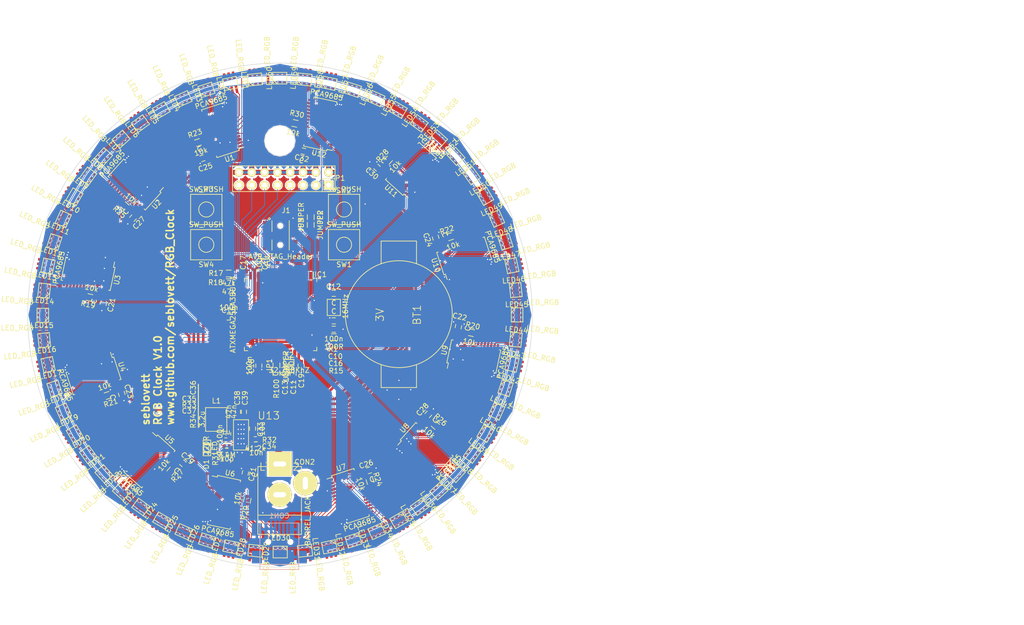
<source format=kicad_pcb>
(kicad_pcb (version 4) (host pcbnew 0.201503150816+5513~22~ubuntu14.04.1-product)
  (layers (0 F.Cu signal) (31 B.Cu signal) (36 B.SilkS user hide) (37 F.SilkS user) (38 B.Mask user hide) (39 F.Mask user hide) (44 Edge.Cuts user))
  (net 0 "")
  (net 1 GND)
  (net 2 VPP)
  (net 3 /Microcontroller/TOSC1)
  (net 4 /Microcontroller/TOSC2)
  (net 5 /Microcontroller/USB_D-)
  (net 6 /Microcontroller/USB_D+)
  (net 7 /Microcontroller/TMS)
  (net 8 /Microcontroller/TDI)
  (net 9 /Microcontroller/TCK)
  (net 10 /Microcontroller/TDO)
  (net 11 /Display/SCL)
  (net 12 "/Display/Display Sub block 1/~OE")
  (net 13 "/Display/Display Sub block 2/~OE")
  (net 14 "/Display/Display Sub block 3/~OE")
  (net 15 "/Display/Display Sub block 4/~OE")
  (net 16 "/Display/Display Sub block 5/~OE")
  (net 17 "/Display/Display Sub block 6/~OE")
  (net 18 "/Display/Display Sub block 7/~OE")
  (net 19 "/Display/Display Sub block 8/~OE")
  (net 20 "/Display/Display Sub block 9/~OE")
  (net 21 "/Display/Display Sub block 10/~OE")
  (net 22 "/Display/Display Sub block 11/~OE")
  (net 23 "/Display/Display Sub block 12/~OE")
  (net 24 /Microcontroller/~RESET)
  (net 25 "Net-(LED1-PadGC)")
  (net 26 "Net-(LED1-PadRC)")
  (net 27 "Net-(LED1-PadBC)")
  (net 28 "Net-(LED2-PadGC)")
  (net 29 "Net-(LED2-PadRC)")
  (net 30 "Net-(LED2-PadBC)")
  (net 31 "Net-(LED3-PadGC)")
  (net 32 "Net-(LED3-PadRC)")
  (net 33 "Net-(LED3-PadBC)")
  (net 34 "Net-(LED4-PadGC)")
  (net 35 "Net-(LED4-PadRC)")
  (net 36 "Net-(LED4-PadBC)")
  (net 37 "Net-(LED5-PadGC)")
  (net 38 "Net-(LED5-PadRC)")
  (net 39 "Net-(LED5-PadBC)")
  (net 40 "Net-(LED6-PadGC)")
  (net 41 "Net-(LED6-PadRC)")
  (net 42 "Net-(LED6-PadBC)")
  (net 43 "Net-(LED7-PadGC)")
  (net 44 "Net-(LED7-PadRC)")
  (net 45 "Net-(LED7-PadBC)")
  (net 46 "Net-(LED8-PadGC)")
  (net 47 "Net-(LED8-PadRC)")
  (net 48 "Net-(LED8-PadBC)")
  (net 49 "Net-(LED9-PadGC)")
  (net 50 "Net-(LED9-PadRC)")
  (net 51 "Net-(LED9-PadBC)")
  (net 52 "Net-(LED10-PadGC)")
  (net 53 "Net-(LED10-PadRC)")
  (net 54 "Net-(LED10-PadBC)")
  (net 55 "Net-(LED11-PadGC)")
  (net 56 "Net-(LED11-PadRC)")
  (net 57 "Net-(LED11-PadBC)")
  (net 58 "Net-(LED12-PadGC)")
  (net 59 "Net-(LED12-PadRC)")
  (net 60 "Net-(LED12-PadBC)")
  (net 61 "Net-(LED13-PadGC)")
  (net 62 "Net-(LED13-PadRC)")
  (net 63 "Net-(LED13-PadBC)")
  (net 64 "Net-(LED14-PadGC)")
  (net 65 "Net-(LED14-PadRC)")
  (net 66 "Net-(LED14-PadBC)")
  (net 67 "Net-(LED15-PadGC)")
  (net 68 "Net-(LED15-PadRC)")
  (net 69 "Net-(LED15-PadBC)")
  (net 70 "Net-(LED16-PadGC)")
  (net 71 "Net-(LED16-PadRC)")
  (net 72 "Net-(LED16-PadBC)")
  (net 73 "Net-(LED17-PadGC)")
  (net 74 "Net-(LED17-PadRC)")
  (net 75 "Net-(LED17-PadBC)")
  (net 76 "Net-(LED18-PadGC)")
  (net 77 "Net-(LED18-PadRC)")
  (net 78 "Net-(LED18-PadBC)")
  (net 79 "Net-(LED19-PadGC)")
  (net 80 "Net-(LED19-PadRC)")
  (net 81 "Net-(LED19-PadBC)")
  (net 82 "Net-(LED20-PadGC)")
  (net 83 "Net-(LED20-PadRC)")
  (net 84 "Net-(LED20-PadBC)")
  (net 85 "Net-(LED21-PadGC)")
  (net 86 "Net-(LED21-PadRC)")
  (net 87 "Net-(LED21-PadBC)")
  (net 88 "Net-(LED22-PadGC)")
  (net 89 "Net-(LED22-PadRC)")
  (net 90 "Net-(LED22-PadBC)")
  (net 91 "Net-(LED23-PadGC)")
  (net 92 "Net-(LED23-PadRC)")
  (net 93 "Net-(LED23-PadBC)")
  (net 94 "Net-(LED24-PadGC)")
  (net 95 "Net-(LED24-PadRC)")
  (net 96 "Net-(LED24-PadBC)")
  (net 97 "Net-(LED25-PadGC)")
  (net 98 "Net-(LED25-PadRC)")
  (net 99 "Net-(LED25-PadBC)")
  (net 100 "Net-(LED26-PadGC)")
  (net 101 "Net-(LED26-PadRC)")
  (net 102 "Net-(LED26-PadBC)")
  (net 103 "Net-(LED27-PadGC)")
  (net 104 "Net-(LED27-PadRC)")
  (net 105 "Net-(LED27-PadBC)")
  (net 106 "Net-(LED28-PadGC)")
  (net 107 "Net-(LED28-PadRC)")
  (net 108 "Net-(LED28-PadBC)")
  (net 109 "Net-(LED29-PadGC)")
  (net 110 "Net-(LED29-PadRC)")
  (net 111 "Net-(LED29-PadBC)")
  (net 112 "Net-(LED30-PadGC)")
  (net 113 "Net-(LED30-PadRC)")
  (net 114 "Net-(LED30-PadBC)")
  (net 115 "Net-(LED31-PadGC)")
  (net 116 "Net-(LED31-PadRC)")
  (net 117 "Net-(LED31-PadBC)")
  (net 118 "Net-(LED32-PadGC)")
  (net 119 "Net-(LED32-PadRC)")
  (net 120 "Net-(LED32-PadBC)")
  (net 121 "Net-(LED33-PadGC)")
  (net 122 "Net-(LED33-PadRC)")
  (net 123 "Net-(LED33-PadBC)")
  (net 124 "Net-(LED34-PadGC)")
  (net 125 "Net-(LED34-PadRC)")
  (net 126 "Net-(LED34-PadBC)")
  (net 127 "Net-(LED35-PadGC)")
  (net 128 "Net-(LED35-PadRC)")
  (net 129 "Net-(LED35-PadBC)")
  (net 130 "Net-(LED36-PadGC)")
  (net 131 "Net-(LED36-PadRC)")
  (net 132 "Net-(LED36-PadBC)")
  (net 133 "Net-(LED37-PadGC)")
  (net 134 "Net-(LED37-PadRC)")
  (net 135 "Net-(LED37-PadBC)")
  (net 136 "Net-(LED38-PadGC)")
  (net 137 "Net-(LED38-PadRC)")
  (net 138 "Net-(LED38-PadBC)")
  (net 139 "Net-(LED39-PadGC)")
  (net 140 "Net-(LED39-PadRC)")
  (net 141 "Net-(LED39-PadBC)")
  (net 142 "Net-(LED40-PadGC)")
  (net 143 "Net-(LED40-PadRC)")
  (net 144 "Net-(LED40-PadBC)")
  (net 145 "Net-(LED41-PadGC)")
  (net 146 "Net-(LED41-PadRC)")
  (net 147 "Net-(LED41-PadBC)")
  (net 148 "Net-(LED42-PadGC)")
  (net 149 "Net-(LED42-PadRC)")
  (net 150 "Net-(LED42-PadBC)")
  (net 151 "Net-(LED43-PadGC)")
  (net 152 "Net-(LED43-PadRC)")
  (net 153 "Net-(LED43-PadBC)")
  (net 154 "Net-(LED44-PadGC)")
  (net 155 "Net-(LED44-PadRC)")
  (net 156 "Net-(LED44-PadBC)")
  (net 157 "Net-(LED45-PadGC)")
  (net 158 "Net-(LED45-PadRC)")
  (net 159 "Net-(LED45-PadBC)")
  (net 160 "Net-(LED46-PadGC)")
  (net 161 "Net-(LED46-PadRC)")
  (net 162 "Net-(LED46-PadBC)")
  (net 163 "Net-(LED47-PadGC)")
  (net 164 "Net-(LED47-PadRC)")
  (net 165 "Net-(LED47-PadBC)")
  (net 166 "Net-(LED48-PadGC)")
  (net 167 "Net-(LED48-PadRC)")
  (net 168 "Net-(LED48-PadBC)")
  (net 169 "Net-(LED49-PadGC)")
  (net 170 "Net-(LED49-PadRC)")
  (net 171 "Net-(LED49-PadBC)")
  (net 172 "Net-(LED50-PadGC)")
  (net 173 "Net-(LED50-PadRC)")
  (net 174 "Net-(LED50-PadBC)")
  (net 175 "Net-(LED51-PadGC)")
  (net 176 "Net-(LED51-PadRC)")
  (net 177 "Net-(LED51-PadBC)")
  (net 178 "Net-(LED52-PadGC)")
  (net 179 "Net-(LED52-PadRC)")
  (net 180 "Net-(LED52-PadBC)")
  (net 181 "Net-(LED53-PadGC)")
  (net 182 "Net-(LED53-PadRC)")
  (net 183 "Net-(LED53-PadBC)")
  (net 184 "Net-(LED54-PadGC)")
  (net 185 "Net-(LED54-PadRC)")
  (net 186 "Net-(LED54-PadBC)")
  (net 187 "Net-(LED55-PadGC)")
  (net 188 "Net-(LED55-PadRC)")
  (net 189 "Net-(LED55-PadBC)")
  (net 190 "Net-(LED56-PadGC)")
  (net 191 "Net-(LED56-PadRC)")
  (net 192 "Net-(LED56-PadBC)")
  (net 193 "Net-(LED57-PadGC)")
  (net 194 "Net-(LED57-PadRC)")
  (net 195 "Net-(LED57-PadBC)")
  (net 196 "Net-(LED58-PadGC)")
  (net 197 "Net-(LED58-PadRC)")
  (net 198 "Net-(LED58-PadBC)")
  (net 199 "Net-(LED59-PadGC)")
  (net 200 "Net-(LED59-PadRC)")
  (net 201 "Net-(LED59-PadBC)")
  (net 202 "Net-(LED60-PadGC)")
  (net 203 "Net-(LED60-PadRC)")
  (net 204 "Net-(LED60-PadBC)")
  (net 205 "Net-(C10-Pad1)")
  (net 206 "Net-(C12-Pad1)")
  (net 207 "Net-(IC1-Pad51)")
  (net 208 "Net-(BT1-Pad1)")
  (net 209 "/Power Supply/Vin")
  (net 210 "Net-(D1-Pad2)")
  (net 211 "/Power Supply/SS")
  (net 212 "/Power Supply/IntVcc")
  (net 213 "/Power Supply/BST")
  (net 214 "/Power Supply/FB")
  (net 215 "/Power Supply/PG")
  (net 216 "/Power Supply/Rt")
  (net 217 "/Power Supply/SW")
  (net 218 /Microcontroller/RX)
  (net 219 /Microcontroller/TX)
  (net 220 /Microcontroller/~CS)
  (net 221 /Microcontroller/MOSI)
  (net 222 /Microcontroller/MISO)
  (net 223 /Microcontroller/SCK)
  (net 224 /Display/SDA)
  (net 225 /Microcontroller/JUMPER)
  (net 226 "Net-(CON1-Pad1)")
  (net 227 "Net-(IC1-Pad1)")
  (net 228 "Net-(IC1-Pad2)")
  (net 229 "Net-(IC1-Pad3)")
  (net 230 "Net-(IC1-Pad4)")
  (net 231 "Net-(IC1-Pad5)")
  (net 232 /Microcontroller/SW1)
  (net 233 /Microcontroller/SW2)
  (net 234 /Microcontroller/SW3)
  (net 235 /Microcontroller/SW4)
  (net 236 "Net-(IC1-Pad36)")
  (net 237 "Net-(IC1-Pad37)")
  (net 238 "Net-(IC1-Pad38)")
  (net 239 "Net-(IC1-Pad39)")
  (net 240 "Net-(IC1-Pad40)")
  (net 241 "Net-(IC1-Pad46)")
  (net 242 "Net-(IC1-Pad47)")
  (net 243 "Net-(IC1-Pad54)")
  (net 244 "Net-(IC1-Pad55)")
  (net 245 "Net-(IC1-Pad56)")
  (net 246 "Net-(J1-Pad8)")
  (net 247 "Net-(J1-Pad7)")
  (net 248 "Net-(JP2-Pad2)")
  (net 249 "Net-(U1-Pad22)")
  (net 250 "Net-(U2-Pad22)")
  (net 251 "Net-(U3-Pad22)")
  (net 252 "Net-(U4-Pad22)")
  (net 253 "Net-(U5-Pad22)")
  (net 254 "Net-(U6-Pad22)")
  (net 255 "Net-(U7-Pad22)")
  (net 256 "Net-(U8-Pad22)")
  (net 257 "Net-(U9-Pad22)")
  (net 258 "Net-(U10-Pad22)")
  (net 259 "Net-(U11-Pad22)")
  (net 260 "Net-(U12-Pad22)")
  (module Housings_SSOP:TSSOP-28_4.4x9.7mm_Pitch0.65mm (layer F.Cu) (at 68.543 97.265 288)
    (fp_text reference U4 (at 0 -5.9 288) (layer F.SilkS))
    (fp_text value PCA9685 (at 0 5.9 288) (layer F.SilkS))
    (pad 1 smd rect (at -2.85 -4.225 288) (size 1.1 0.4) (layers F.Cu F.Mask) (net 1 GND))
    (pad 2 smd rect (at -2.85 -3.575 288) (size 1.1 0.4) (layers F.Cu F.Mask) (net 1 GND))
    (pad 3 smd rect (at -2.85 -2.925 288) (size 1.1 0.4) (layers F.Cu F.Mask) (net 2 VPP))
    (pad 4 smd rect (at -2.85 -2.275 288) (size 1.1 0.4) (layers F.Cu F.Mask) (net 1 GND))
    (pad 5 smd rect (at -2.85 -1.625 288) (size 1.1 0.4) (layers F.Cu F.Mask) (net 2 VPP))
    (pad 6 smd rect (at -2.85 -0.975 288) (size 1.1 0.4) (layers F.Cu F.Mask) (net 71 "Net-(LED16-PadRC)"))
    (pad 7 smd rect (at -2.85 -0.325 288) (size 1.1 0.4) (layers F.Cu F.Mask) (net 70 "Net-(LED16-PadGC)"))
    (pad 8 smd rect (at -2.85 0.325 288) (size 1.1 0.4) (layers F.Cu F.Mask) (net 72 "Net-(LED16-PadBC)"))
    (pad 9 smd rect (at -2.85 0.975 288) (size 1.1 0.4) (layers F.Cu F.Mask) (net 74 "Net-(LED17-PadRC)"))
    (pad 10 smd rect (at -2.85 1.625 288) (size 1.1 0.4) (layers F.Cu F.Mask) (net 73 "Net-(LED17-PadGC)"))
    (pad 11 smd rect (at -2.85 2.275 288) (size 1.1 0.4) (layers F.Cu F.Mask) (net 75 "Net-(LED17-PadBC)"))
    (pad 12 smd rect (at -2.85 2.925 288) (size 1.1 0.4) (layers F.Cu F.Mask) (net 77 "Net-(LED18-PadRC)"))
    (pad 13 smd rect (at -2.85 3.575 288) (size 1.1 0.4) (layers F.Cu F.Mask) (net 76 "Net-(LED18-PadGC)"))
    (pad 14 smd rect (at -2.85 4.225 288) (size 1.1 0.4) (layers F.Cu F.Mask) (net 1 GND))
    (pad 15 smd rect (at 2.85 4.225 288) (size 1.1 0.4) (layers F.Cu F.Mask) (net 78 "Net-(LED18-PadBC)"))
    (pad 16 smd rect (at 2.85 3.575 288) (size 1.1 0.4) (layers F.Cu F.Mask) (net 80 "Net-(LED19-PadRC)"))
    (pad 17 smd rect (at 2.85 2.925 288) (size 1.1 0.4) (layers F.Cu F.Mask) (net 79 "Net-(LED19-PadGC)"))
    (pad 18 smd rect (at 2.85 2.275 288) (size 1.1 0.4) (layers F.Cu F.Mask) (net 81 "Net-(LED19-PadBC)"))
    (pad 19 smd rect (at 2.85 1.625 288) (size 1.1 0.4) (layers F.Cu F.Mask) (net 83 "Net-(LED20-PadRC)"))
    (pad 20 smd rect (at 2.85 0.975 288) (size 1.1 0.4) (layers F.Cu F.Mask) (net 82 "Net-(LED20-PadGC)"))
    (pad 21 smd rect (at 2.85 0.325 288) (size 1.1 0.4) (layers F.Cu F.Mask) (net 84 "Net-(LED20-PadBC)"))
    (pad 22 smd rect (at 2.85 -0.325 288) (size 1.1 0.4) (layers F.Cu F.Mask) (net 252 "Net-(U4-Pad22)"))
    (pad 23 smd rect (at 2.85 -0.975 288) (size 1.1 0.4) (layers F.Cu F.Mask) (net 15 "/Display/Display Sub block 4/~OE"))
    (pad 24 smd rect (at 2.85 -1.625 288) (size 1.1 0.4) (layers F.Cu F.Mask) (net 2 VPP))
    (pad 25 smd rect (at 2.85 -2.275 288) (size 1.1 0.4) (layers F.Cu F.Mask) (net 1 GND))
    (pad 26 smd rect (at 2.85 -2.925 288) (size 1.1 0.4) (layers F.Cu F.Mask) (net 11 /Display/SCL))
    (pad 27 smd rect (at 2.85 -3.575 288) (size 1.1 0.4) (layers F.Cu F.Mask) (net 224 /Display/SDA))
    (pad 28 smd rect (at 2.85 -4.225 288) (size 1.1 0.4) (layers F.Cu F.Mask) (net 2 VPP))
  )
  (module Socket_Strips:Socket_Strip_Straight_2x08 (layer F.Cu) (at 106.262 58.149)
    (fp_text reference P1 (at 11.176 -0.127) (layer F.SilkS))
    (fp_text value CONN_02X08 hide)
    (pad 1 thru_hole rect (at 8.89 1.27 180) (size 1.7272 1.7272) (drill 1.016) (layers *.Cu *.Mask F.SilkS) (net 224 /Display/SDA))
    (pad 2 thru_hole oval (at 8.89 -1.27 180) (size 1.7272 1.7272) (drill 1.016) (layers *.Cu *.Mask F.SilkS) (net 1 GND))
    (pad 3 thru_hole oval (at 6.35 1.27 180) (size 1.7272 1.7272) (drill 1.016) (layers *.Cu *.Mask F.SilkS) (net 11 /Display/SCL))
    (pad 4 thru_hole oval (at 6.35 -1.27 180) (size 1.7272 1.7272) (drill 1.016) (layers *.Cu *.Mask F.SilkS) (net 1 GND))
    (pad 5 thru_hole oval (at 3.81 1.27 180) (size 1.7272 1.7272) (drill 1.016) (layers *.Cu *.Mask F.SilkS) (net 223 /Microcontroller/SCK))
    (pad 6 thru_hole oval (at 3.81 -1.27 180) (size 1.7272 1.7272) (drill 1.016) (layers *.Cu *.Mask F.SilkS) (net 1 GND))
    (pad 7 thru_hole oval (at 1.27 1.27 180) (size 1.7272 1.7272) (drill 1.016) (layers *.Cu *.Mask F.SilkS) (net 222 /Microcontroller/MISO))
    (pad 8 thru_hole oval (at 1.27 -1.27 180) (size 1.7272 1.7272) (drill 1.016) (layers *.Cu *.Mask F.SilkS) (net 1 GND))
    (pad 9 thru_hole oval (at -1.27 1.27 180) (size 1.7272 1.7272) (drill 1.016) (layers *.Cu *.Mask F.SilkS) (net 221 /Microcontroller/MOSI))
    (pad 10 thru_hole oval (at -1.27 -1.27 180) (size 1.7272 1.7272) (drill 1.016) (layers *.Cu *.Mask F.SilkS) (net 1 GND))
    (pad 11 thru_hole oval (at -3.81 1.27 180) (size 1.7272 1.7272) (drill 1.016) (layers *.Cu *.Mask F.SilkS) (net 220 /Microcontroller/~CS))
    (pad 12 thru_hole oval (at -3.81 -1.27 180) (size 1.7272 1.7272) (drill 1.016) (layers *.Cu *.Mask F.SilkS) (net 1 GND))
    (pad 13 thru_hole oval (at -6.35 1.27 180) (size 1.7272 1.7272) (drill 1.016) (layers *.Cu *.Mask F.SilkS) (net 219 /Microcontroller/TX))
    (pad 14 thru_hole oval (at -6.35 -1.27 180) (size 1.7272 1.7272) (drill 1.016) (layers *.Cu *.Mask F.SilkS) (net 1 GND))
    (pad 15 thru_hole oval (at -8.89 1.27 180) (size 1.7272 1.7272) (drill 1.016) (layers *.Cu *.Mask F.SilkS) (net 218 /Microcontroller/RX))
    (pad 16 thru_hole oval (at -8.89 -1.27 180) (size 1.7272 1.7272) (drill 1.016) (layers *.Cu *.Mask F.SilkS) (net 1 GND))
  )
  (module Housings_SSOP:TSSOP-28_4.4x9.7mm_Pitch0.65mm (layer F.Cu) (at 131.4715 56.1805 138)
    (fp_text reference U11 (at 0 -5.9 138) (layer F.SilkS))
    (fp_text value PCA9685 (at 0 5.9 138) (layer F.SilkS))
    (pad 1 smd rect (at -2.85 -4.225 138) (size 1.1 0.4) (layers F.Cu F.Mask) (net 2 VPP))
    (pad 2 smd rect (at -2.85 -3.575 138) (size 1.1 0.4) (layers F.Cu F.Mask) (net 2 VPP))
    (pad 3 smd rect (at -2.85 -2.925 138) (size 1.1 0.4) (layers F.Cu F.Mask) (net 1 GND))
    (pad 4 smd rect (at -2.85 -2.275 138) (size 1.1 0.4) (layers F.Cu F.Mask) (net 2 VPP))
    (pad 5 smd rect (at -2.85 -1.625 138) (size 1.1 0.4) (layers F.Cu F.Mask) (net 2 VPP))
    (pad 6 smd rect (at -2.85 -0.975 138) (size 1.1 0.4) (layers F.Cu F.Mask) (net 176 "Net-(LED51-PadRC)"))
    (pad 7 smd rect (at -2.85 -0.325 138) (size 1.1 0.4) (layers F.Cu F.Mask) (net 175 "Net-(LED51-PadGC)"))
    (pad 8 smd rect (at -2.85 0.325 138) (size 1.1 0.4) (layers F.Cu F.Mask) (net 177 "Net-(LED51-PadBC)"))
    (pad 9 smd rect (at -2.85 0.975 138) (size 1.1 0.4) (layers F.Cu F.Mask) (net 179 "Net-(LED52-PadRC)"))
    (pad 10 smd rect (at -2.85 1.625 138) (size 1.1 0.4) (layers F.Cu F.Mask) (net 178 "Net-(LED52-PadGC)"))
    (pad 11 smd rect (at -2.85 2.275 138) (size 1.1 0.4) (layers F.Cu F.Mask) (net 180 "Net-(LED52-PadBC)"))
    (pad 12 smd rect (at -2.85 2.925 138) (size 1.1 0.4) (layers F.Cu F.Mask) (net 182 "Net-(LED53-PadRC)"))
    (pad 13 smd rect (at -2.85 3.575 138) (size 1.1 0.4) (layers F.Cu F.Mask) (net 181 "Net-(LED53-PadGC)"))
    (pad 14 smd rect (at -2.85 4.225 138) (size 1.1 0.4) (layers F.Cu F.Mask) (net 1 GND))
    (pad 15 smd rect (at 2.85 4.225 138) (size 1.1 0.4) (layers F.Cu F.Mask) (net 183 "Net-(LED53-PadBC)"))
    (pad 16 smd rect (at 2.85 3.575 138) (size 1.1 0.4) (layers F.Cu F.Mask) (net 185 "Net-(LED54-PadRC)"))
    (pad 17 smd rect (at 2.85 2.925 138) (size 1.1 0.4) (layers F.Cu F.Mask) (net 184 "Net-(LED54-PadGC)"))
    (pad 18 smd rect (at 2.85 2.275 138) (size 1.1 0.4) (layers F.Cu F.Mask) (net 186 "Net-(LED54-PadBC)"))
    (pad 19 smd rect (at 2.85 1.625 138) (size 1.1 0.4) (layers F.Cu F.Mask) (net 188 "Net-(LED55-PadRC)"))
    (pad 20 smd rect (at 2.85 0.975 138) (size 1.1 0.4) (layers F.Cu F.Mask) (net 187 "Net-(LED55-PadGC)"))
    (pad 21 smd rect (at 2.85 0.325 138) (size 1.1 0.4) (layers F.Cu F.Mask) (net 189 "Net-(LED55-PadBC)"))
    (pad 22 smd rect (at 2.85 -0.325 138) (size 1.1 0.4) (layers F.Cu F.Mask) (net 259 "Net-(U11-Pad22)"))
    (pad 23 smd rect (at 2.85 -0.975 138) (size 1.1 0.4) (layers F.Cu F.Mask) (net 22 "/Display/Display Sub block 11/~OE"))
    (pad 24 smd rect (at 2.85 -1.625 138) (size 1.1 0.4) (layers F.Cu F.Mask) (net 2 VPP))
    (pad 25 smd rect (at 2.85 -2.275 138) (size 1.1 0.4) (layers F.Cu F.Mask) (net 1 GND))
    (pad 26 smd rect (at 2.85 -2.925 138) (size 1.1 0.4) (layers F.Cu F.Mask) (net 11 /Display/SCL))
    (pad 27 smd rect (at 2.85 -3.575 138) (size 1.1 0.4) (layers F.Cu F.Mask) (net 224 /Display/SDA))
    (pad 28 smd rect (at 2.85 -4.225 138) (size 1.1 0.4) (layers F.Cu F.Mask) (net 2 VPP))
  )
  (module Housings_SSOP:TSSOP-28_4.4x9.7mm_Pitch0.65mm (layer F.Cu) (at 119.47 121.0775 18)
    (fp_text reference U7 (at 0 -5.9 18) (layer F.SilkS))
    (fp_text value PCA9685 (at 0 5.9 18) (layer F.SilkS))
    (pad 1 smd rect (at -2.85 -4.225 18) (size 1.1 0.4) (layers F.Cu F.Mask) (net 2 VPP))
    (pad 2 smd rect (at -2.85 -3.575 18) (size 1.1 0.4) (layers F.Cu F.Mask) (net 2 VPP))
    (pad 3 smd rect (at -2.85 -2.925 18) (size 1.1 0.4) (layers F.Cu F.Mask) (net 2 VPP))
    (pad 4 smd rect (at -2.85 -2.275 18) (size 1.1 0.4) (layers F.Cu F.Mask) (net 1 GND))
    (pad 5 smd rect (at -2.85 -1.625 18) (size 1.1 0.4) (layers F.Cu F.Mask) (net 2 VPP))
    (pad 6 smd rect (at -2.85 -0.975 18) (size 1.1 0.4) (layers F.Cu F.Mask) (net 116 "Net-(LED31-PadRC)"))
    (pad 7 smd rect (at -2.85 -0.325 18) (size 1.1 0.4) (layers F.Cu F.Mask) (net 115 "Net-(LED31-PadGC)"))
    (pad 8 smd rect (at -2.85 0.325 18) (size 1.1 0.4) (layers F.Cu F.Mask) (net 117 "Net-(LED31-PadBC)"))
    (pad 9 smd rect (at -2.85 0.975 18) (size 1.1 0.4) (layers F.Cu F.Mask) (net 119 "Net-(LED32-PadRC)"))
    (pad 10 smd rect (at -2.85 1.625 18) (size 1.1 0.4) (layers F.Cu F.Mask) (net 118 "Net-(LED32-PadGC)"))
    (pad 11 smd rect (at -2.85 2.275 18) (size 1.1 0.4) (layers F.Cu F.Mask) (net 120 "Net-(LED32-PadBC)"))
    (pad 12 smd rect (at -2.85 2.925 18) (size 1.1 0.4) (layers F.Cu F.Mask) (net 122 "Net-(LED33-PadRC)"))
    (pad 13 smd rect (at -2.85 3.575 18) (size 1.1 0.4) (layers F.Cu F.Mask) (net 121 "Net-(LED33-PadGC)"))
    (pad 14 smd rect (at -2.85 4.225 18) (size 1.1 0.4) (layers F.Cu F.Mask) (net 1 GND))
    (pad 15 smd rect (at 2.85 4.225 18) (size 1.1 0.4) (layers F.Cu F.Mask) (net 123 "Net-(LED33-PadBC)"))
    (pad 16 smd rect (at 2.85 3.575 18) (size 1.1 0.4) (layers F.Cu F.Mask) (net 125 "Net-(LED34-PadRC)"))
    (pad 17 smd rect (at 2.85 2.925 18) (size 1.1 0.4) (layers F.Cu F.Mask) (net 124 "Net-(LED34-PadGC)"))
    (pad 18 smd rect (at 2.85 2.275 18) (size 1.1 0.4) (layers F.Cu F.Mask) (net 126 "Net-(LED34-PadBC)"))
    (pad 19 smd rect (at 2.85 1.625 18) (size 1.1 0.4) (layers F.Cu F.Mask) (net 128 "Net-(LED35-PadRC)"))
    (pad 20 smd rect (at 2.85 0.975 18) (size 1.1 0.4) (layers F.Cu F.Mask) (net 127 "Net-(LED35-PadGC)"))
    (pad 21 smd rect (at 2.85 0.325 18) (size 1.1 0.4) (layers F.Cu F.Mask) (net 129 "Net-(LED35-PadBC)"))
    (pad 22 smd rect (at 2.85 -0.325 18) (size 1.1 0.4) (layers F.Cu F.Mask) (net 255 "Net-(U7-Pad22)"))
    (pad 23 smd rect (at 2.85 -0.975 18) (size 1.1 0.4) (layers F.Cu F.Mask) (net 18 "/Display/Display Sub block 7/~OE"))
    (pad 24 smd rect (at 2.85 -1.625 18) (size 1.1 0.4) (layers F.Cu F.Mask) (net 2 VPP))
    (pad 25 smd rect (at 2.85 -2.275 18) (size 1.1 0.4) (layers F.Cu F.Mask) (net 1 GND))
    (pad 26 smd rect (at 2.85 -2.925 18) (size 1.1 0.4) (layers F.Cu F.Mask) (net 11 /Display/SCL))
    (pad 27 smd rect (at 2.85 -3.575 18) (size 1.1 0.4) (layers F.Cu F.Mask) (net 224 /Display/SDA))
    (pad 28 smd rect (at 2.85 -4.225 18) (size 1.1 0.4) (layers F.Cu F.Mask) (net 2 VPP))
  )
  (module Housings_SSOP:TSSOP-28_4.4x9.7mm_Pitch0.65mm (layer F.Cu) (at 76.671 59.292 228)
    (fp_text reference U2 (at 0 -5.9 228) (layer F.SilkS))
    (fp_text value PCA9685 (at 0 5.9 228) (layer F.SilkS))
    (pad 1 smd rect (at -2.85 -4.225 228) (size 1.1 0.4) (layers F.Cu F.Mask) (net 1 GND))
    (pad 2 smd rect (at -2.85 -3.575 228) (size 1.1 0.4) (layers F.Cu F.Mask) (net 2 VPP))
    (pad 3 smd rect (at -2.85 -2.925 228) (size 1.1 0.4) (layers F.Cu F.Mask) (net 1 GND))
    (pad 4 smd rect (at -2.85 -2.275 228) (size 1.1 0.4) (layers F.Cu F.Mask) (net 1 GND))
    (pad 5 smd rect (at -2.85 -1.625 228) (size 1.1 0.4) (layers F.Cu F.Mask) (net 2 VPP))
    (pad 6 smd rect (at -2.85 -0.975 228) (size 1.1 0.4) (layers F.Cu F.Mask) (net 41 "Net-(LED6-PadRC)"))
    (pad 7 smd rect (at -2.85 -0.325 228) (size 1.1 0.4) (layers F.Cu F.Mask) (net 40 "Net-(LED6-PadGC)"))
    (pad 8 smd rect (at -2.85 0.325 228) (size 1.1 0.4) (layers F.Cu F.Mask) (net 42 "Net-(LED6-PadBC)"))
    (pad 9 smd rect (at -2.85 0.975 228) (size 1.1 0.4) (layers F.Cu F.Mask) (net 44 "Net-(LED7-PadRC)"))
    (pad 10 smd rect (at -2.85 1.625 228) (size 1.1 0.4) (layers F.Cu F.Mask) (net 43 "Net-(LED7-PadGC)"))
    (pad 11 smd rect (at -2.85 2.275 228) (size 1.1 0.4) (layers F.Cu F.Mask) (net 45 "Net-(LED7-PadBC)"))
    (pad 12 smd rect (at -2.85 2.925 228) (size 1.1 0.4) (layers F.Cu F.Mask) (net 47 "Net-(LED8-PadRC)"))
    (pad 13 smd rect (at -2.85 3.575 228) (size 1.1 0.4) (layers F.Cu F.Mask) (net 46 "Net-(LED8-PadGC)"))
    (pad 14 smd rect (at -2.85 4.225 228) (size 1.1 0.4) (layers F.Cu F.Mask) (net 1 GND))
    (pad 15 smd rect (at 2.85 4.225 228) (size 1.1 0.4) (layers F.Cu F.Mask) (net 48 "Net-(LED8-PadBC)"))
    (pad 16 smd rect (at 2.85 3.575 228) (size 1.1 0.4) (layers F.Cu F.Mask) (net 50 "Net-(LED9-PadRC)"))
    (pad 17 smd rect (at 2.85 2.925 228) (size 1.1 0.4) (layers F.Cu F.Mask) (net 49 "Net-(LED9-PadGC)"))
    (pad 18 smd rect (at 2.85 2.275 228) (size 1.1 0.4) (layers F.Cu F.Mask) (net 51 "Net-(LED9-PadBC)"))
    (pad 19 smd rect (at 2.85 1.625 228) (size 1.1 0.4) (layers F.Cu F.Mask) (net 53 "Net-(LED10-PadRC)"))
    (pad 20 smd rect (at 2.85 0.975 228) (size 1.1 0.4) (layers F.Cu F.Mask) (net 52 "Net-(LED10-PadGC)"))
    (pad 21 smd rect (at 2.85 0.325 228) (size 1.1 0.4) (layers F.Cu F.Mask) (net 54 "Net-(LED10-PadBC)"))
    (pad 22 smd rect (at 2.85 -0.325 228) (size 1.1 0.4) (layers F.Cu F.Mask) (net 250 "Net-(U2-Pad22)"))
    (pad 23 smd rect (at 2.85 -0.975 228) (size 1.1 0.4) (layers F.Cu F.Mask) (net 13 "/Display/Display Sub block 2/~OE"))
    (pad 24 smd rect (at 2.85 -1.625 228) (size 1.1 0.4) (layers F.Cu F.Mask) (net 2 VPP))
    (pad 25 smd rect (at 2.85 -2.275 228) (size 1.1 0.4) (layers F.Cu F.Mask) (net 1 GND))
    (pad 26 smd rect (at 2.85 -2.925 228) (size 1.1 0.4) (layers F.Cu F.Mask) (net 11 /Display/SCL))
    (pad 27 smd rect (at 2.85 -3.575 228) (size 1.1 0.4) (layers F.Cu F.Mask) (net 224 /Display/SDA))
    (pad 28 smd rect (at 2.85 -4.225 228) (size 1.1 0.4) (layers F.Cu F.Mask) (net 2 VPP))
  )
  (module Housings_SSOP:TSSOP-28_4.4x9.7mm_Pitch0.65mm (layer F.Cu) (at 79.6555 114.2195 318)
    (fp_text reference U5 (at 0 -5.9 318) (layer F.SilkS))
    (fp_text value PCA9685 (at 0 5.9 318) (layer F.SilkS))
    (pad 1 smd rect (at -2.85 -4.225 318) (size 1.1 0.4) (layers F.Cu F.Mask) (net 2 VPP))
    (pad 2 smd rect (at -2.85 -3.575 318) (size 1.1 0.4) (layers F.Cu F.Mask) (net 1 GND))
    (pad 3 smd rect (at -2.85 -2.925 318) (size 1.1 0.4) (layers F.Cu F.Mask) (net 2 VPP))
    (pad 4 smd rect (at -2.85 -2.275 318) (size 1.1 0.4) (layers F.Cu F.Mask) (net 1 GND))
    (pad 5 smd rect (at -2.85 -1.625 318) (size 1.1 0.4) (layers F.Cu F.Mask) (net 2 VPP))
    (pad 6 smd rect (at -2.85 -0.975 318) (size 1.1 0.4) (layers F.Cu F.Mask) (net 86 "Net-(LED21-PadRC)"))
    (pad 7 smd rect (at -2.85 -0.325 318) (size 1.1 0.4) (layers F.Cu F.Mask) (net 85 "Net-(LED21-PadGC)"))
    (pad 8 smd rect (at -2.85 0.325 318) (size 1.1 0.4) (layers F.Cu F.Mask) (net 87 "Net-(LED21-PadBC)"))
    (pad 9 smd rect (at -2.85 0.975 318) (size 1.1 0.4) (layers F.Cu F.Mask) (net 89 "Net-(LED22-PadRC)"))
    (pad 10 smd rect (at -2.85 1.625 318) (size 1.1 0.4) (layers F.Cu F.Mask) (net 88 "Net-(LED22-PadGC)"))
    (pad 11 smd rect (at -2.85 2.275 318) (size 1.1 0.4) (layers F.Cu F.Mask) (net 90 "Net-(LED22-PadBC)"))
    (pad 12 smd rect (at -2.85 2.925 318) (size 1.1 0.4) (layers F.Cu F.Mask) (net 92 "Net-(LED23-PadRC)"))
    (pad 13 smd rect (at -2.85 3.575 318) (size 1.1 0.4) (layers F.Cu F.Mask) (net 91 "Net-(LED23-PadGC)"))
    (pad 14 smd rect (at -2.85 4.225 318) (size 1.1 0.4) (layers F.Cu F.Mask) (net 1 GND))
    (pad 15 smd rect (at 2.85 4.225 318) (size 1.1 0.4) (layers F.Cu F.Mask) (net 93 "Net-(LED23-PadBC)"))
    (pad 16 smd rect (at 2.85 3.575 318) (size 1.1 0.4) (layers F.Cu F.Mask) (net 95 "Net-(LED24-PadRC)"))
    (pad 17 smd rect (at 2.85 2.925 318) (size 1.1 0.4) (layers F.Cu F.Mask) (net 94 "Net-(LED24-PadGC)"))
    (pad 18 smd rect (at 2.85 2.275 318) (size 1.1 0.4) (layers F.Cu F.Mask) (net 96 "Net-(LED24-PadBC)"))
    (pad 19 smd rect (at 2.85 1.625 318) (size 1.1 0.4) (layers F.Cu F.Mask) (net 98 "Net-(LED25-PadRC)"))
    (pad 20 smd rect (at 2.85 0.975 318) (size 1.1 0.4) (layers F.Cu F.Mask) (net 97 "Net-(LED25-PadGC)"))
    (pad 21 smd rect (at 2.85 0.325 318) (size 1.1 0.4) (layers F.Cu F.Mask) (net 99 "Net-(LED25-PadBC)"))
    (pad 22 smd rect (at 2.85 -0.325 318) (size 1.1 0.4) (layers F.Cu F.Mask) (net 253 "Net-(U5-Pad22)"))
    (pad 23 smd rect (at 2.85 -0.975 318) (size 1.1 0.4) (layers F.Cu F.Mask) (net 16 "/Display/Display Sub block 5/~OE"))
    (pad 24 smd rect (at 2.85 -1.625 318) (size 1.1 0.4) (layers F.Cu F.Mask) (net 2 VPP))
    (pad 25 smd rect (at 2.85 -2.275 318) (size 1.1 0.4) (layers F.Cu F.Mask) (net 1 GND))
    (pad 26 smd rect (at 2.85 -2.925 318) (size 1.1 0.4) (layers F.Cu F.Mask) (net 11 /Display/SCL))
    (pad 27 smd rect (at 2.85 -3.575 318) (size 1.1 0.4) (layers F.Cu F.Mask) (net 224 /Display/SDA))
    (pad 28 smd rect (at 2.85 -4.225 318) (size 1.1 0.4) (layers F.Cu F.Mask) (net 2 VPP))
  )
  (module rgb:FTSH-105-01-L-DV-K-A-P (layer F.Cu) (at 105.5635 69.3885)
    (fp_text reference J1 (at 1.143 -4.953) (layer F.SilkS))
    (fp_text value AVR_JTAG_Header (at 0.127 4.191) (layer F.SilkS))
    (pad "" np_thru_hole circle (at 0 -1.905) (size 0.9652 0.9652) (drill 0.9) (layers *.Cu *.Mask F.SilkS))
    (pad 6 smd rect (at 2.032 0) (size 2.794 0.7366) (layers F.Cu F.Mask) (net 24 /Microcontroller/~RESET))
    (pad 4 smd rect (at 2.032 -1.27) (size 2.794 0.7366) (layers F.Cu F.Mask) (net 2 VPP))
    (pad 2 smd rect (at 2.032 -2.54) (size 2.794 0.7366) (layers F.Cu F.Mask) (net 1 GND))
    (pad 8 smd rect (at 2.032 1.27) (size 2.794 0.7366) (layers F.Cu F.Mask) (net 246 "Net-(J1-Pad8)"))
    (pad 10 smd rect (at 2.032 2.54) (size 2.794 0.7366) (layers F.Cu F.Mask) (net 1 GND))
    (pad 9 smd rect (at -2.032 2.54) (size 2.794 0.7366) (layers F.Cu F.Mask) (net 8 /Microcontroller/TDI))
    (pad 7 smd rect (at -2.032 1.27) (size 2.794 0.7366) (layers F.Cu F.Mask) (net 247 "Net-(J1-Pad7)"))
    (pad 1 smd rect (at -2.032 -2.54) (size 2.794 0.7366) (layers F.Cu F.Mask) (net 9 /Microcontroller/TCK))
    (pad 3 smd rect (at -2.032 -1.27) (size 2.794 0.7366) (layers F.Cu F.Mask) (net 10 /Microcontroller/TDO))
    (pad 5 smd rect (at -2.032 0) (size 2.794 0.7366) (layers F.Cu F.Mask) (net 7 /Microcontroller/TMS))
    (pad "" np_thru_hole circle (at 0 1.905) (size 0.9652 0.9652) (drill 0.9) (layers *.Cu *.Mask F.SilkS))
  )
  (module Connect:JACK_ALIM (layer F.Cu) (at 105.4365 120.8235 90)
    (fp_text reference CON2 (at 6.477 4.953 180) (layer F.SilkS))
    (fp_text value BARREL_JACK (at -5.08 5.588 90) (layer F.SilkS))
    (pad 2 thru_hole circle (at 0 0 90) (size 4.8006 4.8006) (drill oval 1.016 2.54) (layers *.Cu *.Mask F.SilkS) (net 1 GND))
    (pad 1 thru_hole rect (at 6.096 0 90) (size 4.8006 4.8006) (drill oval 1.016 2.54) (layers *.Cu *.Mask F.SilkS) (net 209 "/Power Supply/Vin"))
    (pad 3 thru_hole circle (at 2.286 5.08 90) (size 4.8006 4.8006) (drill oval 2.54 1.016) (layers *.Cu *.Mask F.SilkS) (net 1 GND))
  )
  (module Housings_QFP:TQFP-64_14x14mm_Pitch0.8mm (layer F.Cu) (at 105.627 85.073 270)
    (fp_text reference IC1 (at -7.9375 -7.9375 360) (layer F.SilkS))
    (fp_text value ATXMEGA256A3BU-A (at 0 9.45 270) (layer F.SilkS))
    (pad 1 smd rect (at -7.7 -6 270) (size 1.5 0.55) (layers F.Cu F.Mask) (net 227 "Net-(IC1-Pad1)"))
    (pad 2 smd rect (at -7.7 -5.2 270) (size 1.5 0.55) (layers F.Cu F.Mask) (net 228 "Net-(IC1-Pad2)"))
    (pad 3 smd rect (at -7.7 -4.4 270) (size 1.5 0.55) (layers F.Cu F.Mask) (net 229 "Net-(IC1-Pad3)"))
    (pad 4 smd rect (at -7.7 -3.6 270) (size 1.5 0.55) (layers F.Cu F.Mask) (net 230 "Net-(IC1-Pad4)"))
    (pad 5 smd rect (at -7.7 -2.8 270) (size 1.5 0.55) (layers F.Cu F.Mask) (net 231 "Net-(IC1-Pad5)"))
    (pad 6 smd rect (at -7.7 -2 270) (size 1.5 0.55) (layers F.Cu F.Mask) (net 232 /Microcontroller/SW1))
    (pad 7 smd rect (at -7.7 -1.2 270) (size 1.5 0.55) (layers F.Cu F.Mask) (net 233 /Microcontroller/SW2))
    (pad 8 smd rect (at -7.7 -0.4 270) (size 1.5 0.55) (layers F.Cu F.Mask) (net 234 /Microcontroller/SW3))
    (pad 9 smd rect (at -7.7 0.4 270) (size 1.5 0.55) (layers F.Cu F.Mask) (net 235 /Microcontroller/SW4))
    (pad 10 smd rect (at -7.7 1.2 270) (size 1.5 0.55) (layers F.Cu F.Mask) (net 7 /Microcontroller/TMS))
    (pad 11 smd rect (at -7.7 2 270) (size 1.5 0.55) (layers F.Cu F.Mask) (net 8 /Microcontroller/TDI))
    (pad 12 smd rect (at -7.7 2.8 270) (size 1.5 0.55) (layers F.Cu F.Mask) (net 9 /Microcontroller/TCK))
    (pad 13 smd rect (at -7.7 3.6 270) (size 1.5 0.55) (layers F.Cu F.Mask) (net 10 /Microcontroller/TDO))
    (pad 14 smd rect (at -7.7 4.4 270) (size 1.5 0.55) (layers F.Cu F.Mask) (net 1 GND))
    (pad 15 smd rect (at -7.7 5.2 270) (size 1.5 0.55) (layers F.Cu F.Mask) (net 2 VPP))
    (pad 16 smd rect (at -7.7 6 270) (size 1.5 0.55) (layers F.Cu F.Mask) (net 224 /Display/SDA))
    (pad 17 smd rect (at -6 7.7) (size 1.5 0.55) (layers F.Cu F.Mask) (net 11 /Display/SCL))
    (pad 18 smd rect (at -5.2 7.7) (size 1.5 0.55) (layers F.Cu F.Mask) (net 218 /Microcontroller/RX))
    (pad 19 smd rect (at -4.4 7.7) (size 1.5 0.55) (layers F.Cu F.Mask) (net 219 /Microcontroller/TX))
    (pad 20 smd rect (at -3.6 7.7) (size 1.5 0.55) (layers F.Cu F.Mask) (net 220 /Microcontroller/~CS))
    (pad 21 smd rect (at -2.8 7.7) (size 1.5 0.55) (layers F.Cu F.Mask) (net 221 /Microcontroller/MOSI))
    (pad 22 smd rect (at -2 7.7) (size 1.5 0.55) (layers F.Cu F.Mask) (net 222 /Microcontroller/MISO))
    (pad 23 smd rect (at -1.2 7.7) (size 1.5 0.55) (layers F.Cu F.Mask) (net 223 /Microcontroller/SCK))
    (pad 24 smd rect (at -0.4 7.7) (size 1.5 0.55) (layers F.Cu F.Mask) (net 1 GND))
    (pad 25 smd rect (at 0.4 7.7) (size 1.5 0.55) (layers F.Cu F.Mask) (net 2 VPP))
    (pad 26 smd rect (at 1.2 7.7) (size 1.5 0.55) (layers F.Cu F.Mask) (net 12 "/Display/Display Sub block 1/~OE"))
    (pad 27 smd rect (at 2 7.7) (size 1.5 0.55) (layers F.Cu F.Mask) (net 13 "/Display/Display Sub block 2/~OE"))
    (pad 28 smd rect (at 2.8 7.7) (size 1.5 0.55) (layers F.Cu F.Mask) (net 14 "/Display/Display Sub block 3/~OE"))
    (pad 29 smd rect (at 3.6 7.7) (size 1.5 0.55) (layers F.Cu F.Mask) (net 15 "/Display/Display Sub block 4/~OE"))
    (pad 30 smd rect (at 4.4 7.7) (size 1.5 0.55) (layers F.Cu F.Mask) (net 16 "/Display/Display Sub block 5/~OE"))
    (pad 31 smd rect (at 5.2 7.7) (size 1.5 0.55) (layers F.Cu F.Mask) (net 17 "/Display/Display Sub block 6/~OE"))
    (pad 32 smd rect (at 6 7.7) (size 1.5 0.55) (layers F.Cu F.Mask) (net 5 /Microcontroller/USB_D-))
    (pad 33 smd rect (at 7.7 6 270) (size 1.5 0.55) (layers F.Cu F.Mask) (net 6 /Microcontroller/USB_D+))
    (pad 34 smd rect (at 7.7 5.2 270) (size 1.5 0.55) (layers F.Cu F.Mask) (net 1 GND))
    (pad 35 smd rect (at 7.7 4.4 270) (size 1.5 0.55) (layers F.Cu F.Mask) (net 2 VPP))
    (pad 36 smd rect (at 7.7 3.6 270) (size 1.5 0.55) (layers F.Cu F.Mask) (net 236 "Net-(IC1-Pad36)"))
    (pad 37 smd rect (at 7.7 2.8 270) (size 1.5 0.55) (layers F.Cu F.Mask) (net 237 "Net-(IC1-Pad37)"))
    (pad 38 smd rect (at 7.7 2 270) (size 1.5 0.55) (layers F.Cu F.Mask) (net 238 "Net-(IC1-Pad38)"))
    (pad 39 smd rect (at 7.7 1.2 270) (size 1.5 0.55) (layers F.Cu F.Mask) (net 239 "Net-(IC1-Pad39)"))
    (pad 40 smd rect (at 7.7 0.4 270) (size 1.5 0.55) (layers F.Cu F.Mask) (net 240 "Net-(IC1-Pad40)"))
    (pad 41 smd rect (at 7.7 -0.4 270) (size 1.5 0.55) (layers F.Cu F.Mask) (net 225 /Microcontroller/JUMPER))
    (pad 42 smd rect (at 7.7 -1.2 270) (size 1.5 0.55) (layers F.Cu F.Mask) (net 4 /Microcontroller/TOSC2))
    (pad 43 smd rect (at 7.7 -2 270) (size 1.5 0.55) (layers F.Cu F.Mask) (net 3 /Microcontroller/TOSC1))
    (pad 44 smd rect (at 7.7 -2.8 270) (size 1.5 0.55) (layers F.Cu F.Mask) (net 1 GND))
    (pad 45 smd rect (at 7.7 -3.6 270) (size 1.5 0.55) (layers F.Cu F.Mask) (net 2 VPP))
    (pad 46 smd rect (at 7.7 -4.4 270) (size 1.5 0.55) (layers F.Cu F.Mask) (net 241 "Net-(IC1-Pad46)"))
    (pad 47 smd rect (at 7.7 -5.2 270) (size 1.5 0.55) (layers F.Cu F.Mask) (net 242 "Net-(IC1-Pad47)"))
    (pad 48 smd rect (at 7.7 -6 270) (size 1.5 0.55) (layers F.Cu F.Mask) (net 18 "/Display/Display Sub block 7/~OE"))
    (pad 49 smd rect (at 6 -7.7) (size 1.5 0.55) (layers F.Cu F.Mask) (net 19 "/Display/Display Sub block 8/~OE"))
    (pad 50 smd rect (at 5.2 -7.7) (size 1.5 0.55) (layers F.Cu F.Mask) (net 20 "/Display/Display Sub block 9/~OE"))
    (pad 51 smd rect (at 4.4 -7.7) (size 1.5 0.55) (layers F.Cu F.Mask) (net 207 "Net-(IC1-Pad51)"))
    (pad 52 smd rect (at 3.6 -7.7) (size 1.5 0.55) (layers F.Cu F.Mask) (net 1 GND))
    (pad 53 smd rect (at 2.8 -7.7) (size 1.5 0.55) (layers F.Cu F.Mask) (net 2 VPP))
    (pad 54 smd rect (at 2 -7.7) (size 1.5 0.55) (layers F.Cu F.Mask) (net 243 "Net-(IC1-Pad54)"))
    (pad 55 smd rect (at 1.2 -7.7) (size 1.5 0.55) (layers F.Cu F.Mask) (net 244 "Net-(IC1-Pad55)"))
    (pad 56 smd rect (at 0.4 -7.7) (size 1.5 0.55) (layers F.Cu F.Mask) (net 245 "Net-(IC1-Pad56)"))
    (pad 57 smd rect (at -0.4 -7.7) (size 1.5 0.55) (layers F.Cu F.Mask) (net 24 /Microcontroller/~RESET))
    (pad 58 smd rect (at -1.2 -7.7) (size 1.5 0.55) (layers F.Cu F.Mask) (net 205 "Net-(C10-Pad1)"))
    (pad 59 smd rect (at -2 -7.7) (size 1.5 0.55) (layers F.Cu F.Mask) (net 206 "Net-(C12-Pad1)"))
    (pad 60 smd rect (at -2.8 -7.7) (size 1.5 0.55) (layers F.Cu F.Mask) (net 1 GND))
    (pad 61 smd rect (at -3.6 -7.7) (size 1.5 0.55) (layers F.Cu F.Mask) (net 2 VPP))
    (pad 62 smd rect (at -4.4 -7.7) (size 1.5 0.55) (layers F.Cu F.Mask) (net 21 "/Display/Display Sub block 10/~OE"))
    (pad 63 smd rect (at -5.2 -7.7) (size 1.5 0.55) (layers F.Cu F.Mask) (net 22 "/Display/Display Sub block 11/~OE"))
    (pad 64 smd rect (at -6 -7.7) (size 1.5 0.55) (layers F.Cu F.Mask) (net 23 "/Display/Display Sub block 12/~OE"))
  )
  (module Resistors_SMD:R_0603 (layer F.Cu) (at 92.8 111.108 270)
    (fp_text reference R31 (at 2.492 0.1 270) (layer F.SilkS))
    (fp_text value 220R (at 0 1.9 270) (layer F.SilkS))
    (pad 1 smd rect (at -0.75 0 270) (size 0.5 0.9) (layers F.Cu F.Mask) (net 210 "Net-(D1-Pad2)"))
    (pad 2 smd rect (at 0.75 0 270) (size 0.5 0.9) (layers F.Cu F.Mask) (net 215 "/Power Supply/PG"))
  )
  (module Housings_SSOP:TSSOP-28_4.4x9.7mm_Pitch0.65mm (layer F.Cu) (at 113.501 47.2905 168)
    (fp_text reference U12 (at -0.979373 -5.82926 168) (layer F.SilkS))
    (fp_text value PCA9685 (at 0 5.9 168) (layer F.SilkS))
    (pad 1 smd rect (at -2.85 -4.225 168) (size 1.1 0.4) (layers F.Cu F.Mask) (net 1 GND))
    (pad 2 smd rect (at -2.85 -3.575 168) (size 1.1 0.4) (layers F.Cu F.Mask) (net 1 GND))
    (pad 3 smd rect (at -2.85 -2.925 168) (size 1.1 0.4) (layers F.Cu F.Mask) (net 2 VPP))
    (pad 4 smd rect (at -2.85 -2.275 168) (size 1.1 0.4) (layers F.Cu F.Mask) (net 2 VPP))
    (pad 5 smd rect (at -2.85 -1.625 168) (size 1.1 0.4) (layers F.Cu F.Mask) (net 2 VPP))
    (pad 6 smd rect (at -2.85 -0.975 168) (size 1.1 0.4) (layers F.Cu F.Mask) (net 191 "Net-(LED56-PadRC)"))
    (pad 7 smd rect (at -2.85 -0.325 168) (size 1.1 0.4) (layers F.Cu F.Mask) (net 190 "Net-(LED56-PadGC)"))
    (pad 8 smd rect (at -2.85 0.325 168) (size 1.1 0.4) (layers F.Cu F.Mask) (net 192 "Net-(LED56-PadBC)"))
    (pad 9 smd rect (at -2.85 0.975 168) (size 1.1 0.4) (layers F.Cu F.Mask) (net 194 "Net-(LED57-PadRC)"))
    (pad 10 smd rect (at -2.85 1.625 168) (size 1.1 0.4) (layers F.Cu F.Mask) (net 193 "Net-(LED57-PadGC)"))
    (pad 11 smd rect (at -2.85 2.275 168) (size 1.1 0.4) (layers F.Cu F.Mask) (net 195 "Net-(LED57-PadBC)"))
    (pad 12 smd rect (at -2.85 2.925 168) (size 1.1 0.4) (layers F.Cu F.Mask) (net 197 "Net-(LED58-PadRC)"))
    (pad 13 smd rect (at -2.85 3.575 168) (size 1.1 0.4) (layers F.Cu F.Mask) (net 196 "Net-(LED58-PadGC)"))
    (pad 14 smd rect (at -2.85 4.225 168) (size 1.1 0.4) (layers F.Cu F.Mask) (net 1 GND))
    (pad 15 smd rect (at 2.85 4.225 168) (size 1.1 0.4) (layers F.Cu F.Mask) (net 198 "Net-(LED58-PadBC)"))
    (pad 16 smd rect (at 2.85 3.575 168) (size 1.1 0.4) (layers F.Cu F.Mask) (net 200 "Net-(LED59-PadRC)"))
    (pad 17 smd rect (at 2.85 2.925 168) (size 1.1 0.4) (layers F.Cu F.Mask) (net 199 "Net-(LED59-PadGC)"))
    (pad 18 smd rect (at 2.85 2.275 168) (size 1.1 0.4) (layers F.Cu F.Mask) (net 201 "Net-(LED59-PadBC)"))
    (pad 19 smd rect (at 2.85 1.625 168) (size 1.1 0.4) (layers F.Cu F.Mask) (net 203 "Net-(LED60-PadRC)"))
    (pad 20 smd rect (at 2.85 0.975 168) (size 1.1 0.4) (layers F.Cu F.Mask) (net 202 "Net-(LED60-PadGC)"))
    (pad 21 smd rect (at 2.85 0.325 168) (size 1.1 0.4) (layers F.Cu F.Mask) (net 204 "Net-(LED60-PadBC)"))
    (pad 22 smd rect (at 2.85 -0.325 168) (size 1.1 0.4) (layers F.Cu F.Mask) (net 260 "Net-(U12-Pad22)"))
    (pad 23 smd rect (at 2.85 -0.975 168) (size 1.1 0.4) (layers F.Cu F.Mask) (net 23 "/Display/Display Sub block 12/~OE"))
    (pad 24 smd rect (at 2.85 -1.625 168) (size 1.1 0.4) (layers F.Cu F.Mask) (net 2 VPP))
    (pad 25 smd rect (at 2.85 -2.275 168) (size 1.1 0.4) (layers F.Cu F.Mask) (net 1 GND))
    (pad 26 smd rect (at 2.85 -2.925 168) (size 1.1 0.4) (layers F.Cu F.Mask) (net 11 /Display/SCL))
    (pad 27 smd rect (at 2.85 -3.575 168) (size 1.1 0.4) (layers F.Cu F.Mask) (net 224 /Display/SDA))
    (pad 28 smd rect (at 2.85 -4.225 168) (size 1.1 0.4) (layers F.Cu F.Mask) (net 2 VPP))
  )
  (module Capacitors_SMD:C_0603 (layer F.Cu) (at 116.168 86.343 180)
    (fp_text reference C10 (at -0.3175 -7.0485 180) (layer F.SilkS))
    (fp_text value C (at 0 1.9 180) (layer F.SilkS))
    (pad 1 smd rect (at -0.75 0 180) (size 0.8 0.75) (layers F.Cu F.Mask) (net 205 "Net-(C10-Pad1)"))
    (pad 2 smd rect (at 0.75 0 180) (size 0.8 0.75) (layers F.Cu F.Mask) (net 1 GND))
  )
  (module Capacitors_SMD:C_0603 (layer F.Cu) (at 108.1035 96.8205 270)
    (fp_text reference C11 (at 2.667 -0.0635 270) (layer F.SilkS))
    (fp_text value C (at 0 1.9 270) (layer F.SilkS))
    (pad 1 smd rect (at -0.75 0 270) (size 0.8 0.75) (layers F.Cu F.Mask) (net 3 /Microcontroller/TOSC1))
    (pad 2 smd rect (at 0.75 0 270) (size 0.8 0.75) (layers F.Cu F.Mask) (net 1 GND))
  )
  (module Capacitors_SMD:C_0603 (layer F.Cu) (at 116.168 80.882)
    (fp_text reference C12 (at -0.0635 -1.3335) (layer F.SilkS))
    (fp_text value C (at 0 1.9) (layer F.SilkS))
    (pad 1 smd rect (at -0.75 0) (size 0.8 0.75) (layers F.Cu F.Mask) (net 206 "Net-(C12-Pad1)"))
    (pad 2 smd rect (at 0.75 0) (size 0.8 0.75) (layers F.Cu F.Mask) (net 1 GND))
  )
  (module Capacitors_SMD:C_0603 (layer F.Cu) (at 106.5795 96.8205 270)
    (fp_text reference C13 (at 2.7305 0.0635 270) (layer F.SilkS))
    (fp_text value C (at 0 1.9 270) (layer F.SilkS))
    (pad 1 smd rect (at -0.75 0 270) (size 0.8 0.75) (layers F.Cu F.Mask) (net 4 /Microcontroller/TOSC2))
    (pad 2 smd rect (at 0.75 0 270) (size 0.8 0.75) (layers F.Cu F.Mask) (net 1 GND))
  )
  (module Capacitors_SMD:C_0603 (layer F.Cu) (at 101.182 74.786 90)
    (fp_text reference C14 (at 0 1.397 90) (layer F.SilkS))
    (fp_text value 1u (at 0 1.9 90) (layer F.SilkS))
    (pad 1 smd rect (at -0.75 0 90) (size 0.8 0.75) (layers F.Cu F.Mask) (net 2 VPP))
    (pad 2 smd rect (at 0.75 0 90) (size 0.8 0.75) (layers F.Cu F.Mask) (net 1 GND))
  )
  (module Capacitors_SMD:C_0603 (layer F.Cu) (at 95.34 85.581 180)
    (fp_text reference C15 (at 0 1.3335 180) (layer F.SilkS))
    (fp_text value 100n (at 0 1.9 180) (layer F.SilkS))
    (pad 1 smd rect (at -0.75 0 180) (size 0.8 0.75) (layers F.Cu F.Mask) (net 2 VPP))
    (pad 2 smd rect (at 0.75 0 180) (size 0.8 0.75) (layers F.Cu F.Mask) (net 1 GND))
  )
  (module Capacitors_SMD:C_0603 (layer F.Cu) (at 116.168 87.994)
    (fp_text reference C16 (at 0.381 6.7945) (layer F.SilkS))
    (fp_text value 100n (at 0 1.9) (layer F.SilkS))
    (pad 1 smd rect (at -0.75 0) (size 0.8 0.75) (layers F.Cu F.Mask) (net 2 VPP))
    (pad 2 smd rect (at 0.75 0) (size 0.8 0.75) (layers F.Cu F.Mask) (net 1 GND))
  )
  (module Capacitors_SMD:C_0603 (layer F.Cu) (at 99.531 74.786 90)
    (fp_text reference C17 (at 0 -1.3335 90) (layer F.SilkS))
    (fp_text value 100n (at 0 1.9 90) (layer F.SilkS))
    (pad 1 smd rect (at -0.75 0 90) (size 0.8 0.75) (layers F.Cu F.Mask) (net 2 VPP))
    (pad 2 smd rect (at 0.75 0 90) (size 0.8 0.75) (layers F.Cu F.Mask) (net 1 GND))
  )
  (module Capacitors_SMD:C_0603 (layer F.Cu) (at 101.309 95.233 270)
    (fp_text reference C18 (at 0.0635 1.4605 270) (layer F.SilkS))
    (fp_text value 100n (at 0 1.9 270) (layer F.SilkS))
    (pad 1 smd rect (at -0.75 0 270) (size 0.8 0.75) (layers F.Cu F.Mask) (net 2 VPP))
    (pad 2 smd rect (at 0.75 0 270) (size 0.8 0.75) (layers F.Cu F.Mask) (net 1 GND))
  )
  (module Capacitors_SMD:C_0603 (layer F.Cu) (at 109.691 95.233 270)
    (fp_text reference C19 (at 2.9845 -0.0635 270) (layer F.SilkS))
    (fp_text value 100n (at 0 1.9 270) (layer F.SilkS))
    (pad 1 smd rect (at -0.75 0 270) (size 0.8 0.75) (layers F.Cu F.Mask) (net 2 VPP))
    (pad 2 smd rect (at 0.75 0 270) (size 0.8 0.75) (layers F.Cu F.Mask) (net 1 GND))
  )
  (module Capacitors_SMD:C_0603 (layer F.Cu) (at 70.5115 82.8505 258)
    (fp_text reference C21 (at -0.019498 -1.618821 258) (layer F.SilkS))
    (fp_text value C (at 0 1.9 258) (layer F.SilkS))
    (pad 1 smd rect (at -0.75 0 258) (size 0.8 0.75) (layers F.Cu F.Mask) (net 2 VPP))
    (pad 2 smd rect (at 0.75 0 258) (size 0.8 0.75) (layers F.Cu F.Mask) (net 1 GND))
  )
  (module Capacitors_SMD:C_0603 (layer F.Cu) (at 140.8695 87.486 78)
    (fp_text reference C22 (at 1.978293 -0.160825 168) (layer F.SilkS))
    (fp_text value C (at 0 1.9 78) (layer F.SilkS))
    (pad 1 smd rect (at -0.75 0 78) (size 0.8 0.75) (layers F.Cu F.Mask) (net 2 VPP))
    (pad 2 smd rect (at 0.75 0 78) (size 0.8 0.75) (layers F.Cu F.Mask) (net 1 GND))
  )
  (module Capacitors_SMD:C_0603 (layer F.Cu) (at 74.131 100.821 288)
    (fp_text reference C23 (at -0.05144 -1.485607 288) (layer F.SilkS))
    (fp_text value C (at 0 1.9 288) (layer F.SilkS))
    (pad 1 smd rect (at -0.75 0 288) (size 0.8 0.75) (layers F.Cu F.Mask) (net 2 VPP))
    (pad 2 smd rect (at 0.75 0 288) (size 0.8 0.75) (layers F.Cu F.Mask) (net 1 GND))
  )
  (module Capacitors_SMD:C_0603 (layer F.Cu) (at 136.361 69.833 108)
    (fp_text reference C24 (at 0.06782 -1.64716 108) (layer F.SilkS))
    (fp_text value C (at 0 1.9 108) (layer F.SilkS))
    (pad 1 smd rect (at -0.75 0 108) (size 0.8 0.75) (layers F.Cu F.Mask) (net 2 VPP))
    (pad 2 smd rect (at 0.75 0 108) (size 0.8 0.75) (layers F.Cu F.Mask) (net 1 GND))
  )
  (module Capacitors_SMD:C_0603 (layer F.Cu) (at 90.133 54.085 198)
    (fp_text reference C25 (at 0 -1.9 198) (layer F.SilkS))
    (fp_text value C (at 0 1.9 198) (layer F.SilkS))
    (pad 1 smd rect (at -0.75 0 198) (size 0.8 0.75) (layers F.Cu F.Mask) (net 2 VPP))
    (pad 2 smd rect (at 0.75 0 198) (size 0.8 0.75) (layers F.Cu F.Mask) (net 1 GND))
  )
  (module Capacitors_SMD:C_0603 (layer F.Cu) (at 123.153 115.9975 18)
    (fp_text reference C26 (at -0.1707 -1.324053 18) (layer F.SilkS))
    (fp_text value C (at 0 1.9 18) (layer F.SilkS))
    (pad 1 smd rect (at -0.75 0 18) (size 0.8 0.75) (layers F.Cu F.Mask) (net 2 VPP))
    (pad 2 smd rect (at 0.75 0 18) (size 0.8 0.75) (layers F.Cu F.Mask) (net 1 GND))
  )
  (module Capacitors_SMD:C_0603 (layer F.Cu) (at 76.3535 65.9595 228)
    (fp_text reference C27 (at -0.099461 -1.533951 228) (layer F.SilkS))
    (fp_text value C (at 0 1.9 228) (layer F.SilkS))
    (pad 1 smd rect (at -0.75 0 228) (size 0.8 0.75) (layers F.Cu F.Mask) (net 2 VPP))
    (pad 2 smd rect (at 0.75 0 228) (size 0.8 0.75) (layers F.Cu F.Mask) (net 1 GND))
  )
  (module Capacitors_SMD:C_0603 (layer F.Cu) (at 134.9005 104.885 48)
    (fp_text reference C28 (at -0.056971 -1.486761 48) (layer F.SilkS))
    (fp_text value C (at 0 1.9 48) (layer F.SilkS))
    (pad 1 smd rect (at -0.75 0 48) (size 0.8 0.75) (layers F.Cu F.Mask) (net 2 VPP))
    (pad 2 smd rect (at 0.75 0 48) (size 0.8 0.75) (layers F.Cu F.Mask) (net 1 GND))
  )
  (module Capacitors_SMD:C_0603 (layer F.Cu) (at 86.2595 114.6005 318)
    (fp_text reference C29 (at -0.019181 -1.349892 318) (layer F.SilkS))
    (fp_text value C (at 0 1.9 318) (layer F.SilkS))
    (pad 1 smd rect (at -0.75 0 318) (size 0.8 0.75) (layers F.Cu F.Mask) (net 2 VPP))
    (pad 2 smd rect (at 0.75 0 318) (size 0.8 0.75) (layers F.Cu F.Mask) (net 1 GND))
  )
  (module Capacitors_SMD:C_0603 (layer F.Cu) (at 124.7405 55.9265 138)
    (fp_text reference C30 (at -0.009781 -1.529251 138) (layer F.SilkS))
    (fp_text value C (at 0 1.9 138) (layer F.SilkS))
    (pad 1 smd rect (at -0.75 0 138) (size 0.8 0.75) (layers F.Cu F.Mask) (net 2 VPP))
    (pad 2 smd rect (at 0.75 0 138) (size 0.8 0.75) (layers F.Cu F.Mask) (net 1 GND))
  )
  (module Capacitors_SMD:C_0603 (layer F.Cu) (at 98.642 116.5055 78)
    (fp_text reference C31 (at 0.042003 1.419282 78) (layer F.SilkS))
    (fp_text value C (at 0 1.9 78) (layer F.SilkS))
    (pad 1 smd rect (at -0.75 0 78) (size 0.8 0.75) (layers F.Cu F.Mask) (net 2 VPP))
    (pad 2 smd rect (at 0.75 0 78) (size 0.8 0.75) (layers F.Cu F.Mask) (net 1 GND))
  )
  (module Capacitors_SMD:C_0603 (layer F.Cu) (at 110.1355 52.688 348)
    (fp_text reference C32 (at -0.020109 1.432484 348) (layer F.SilkS))
    (fp_text value C (at 0 1.9 348) (layer F.SilkS))
    (pad 1 smd rect (at -0.75 0 348) (size 0.8 0.75) (layers F.Cu F.Mask) (net 2 VPP))
    (pad 2 smd rect (at 0.75 0 348) (size 0.8 0.75) (layers F.Cu F.Mask) (net 1 GND))
  )
  (module rgb:rgbled1 (layer F.Cu) (at 100.587162 38.45747 96)
    (fp_text reference LED1 (at 0.020649 -2.081406 96) (layer F.SilkS))
    (fp_text value LED_RGB (at 5.08 -2.54 96) (layer F.SilkS))
    (pad GC smd rect (at -1.4 0 96) (size 1.5 0.5) (layers F.Cu F.Mask) (net 25 "Net-(LED1-PadGC)") (clearance 0.2))
    (pad RC smd rect (at -1.4 0.9 96) (size 1.5 0.5) (layers F.Cu F.Mask) (net 26 "Net-(LED1-PadRC)") (clearance 0.2))
    (pad BA smd rect (at 1.45 -0.9 96) (size 1.5 0.5) (layers F.Cu F.Mask) (net 2 VPP) (clearance 0.2))
    (pad RA smd rect (at 1.45 0.9 96) (size 1.5 0.5) (layers F.Cu F.Mask) (net 2 VPP) (clearance 0.2))
    (pad BC smd rect (at -1.4 -0.9 96) (size 1.5 0.5) (layers F.Cu F.Mask) (net 27 "Net-(LED1-PadBC)") (clearance 0.2))
    (pad GA smd rect (at 1.45 0 96) (size 1.5 0.5) (layers F.Cu F.Mask) (net 2 VPP) (clearance 0.2))
  )
  (module rgb:rgbled1 (layer F.Cu) (at 95.72815 39.227062 102)
    (fp_text reference LED2 (at -0.022987 -2.024673 102) (layer F.SilkS))
    (fp_text value LED_RGB (at 5.08 -2.54 102) (layer F.SilkS))
    (pad GC smd rect (at -1.4 0 102) (size 1.5 0.5) (layers F.Cu F.Mask) (net 28 "Net-(LED2-PadGC)") (clearance 0.2))
    (pad RC smd rect (at -1.4 0.9 102) (size 1.5 0.5) (layers F.Cu F.Mask) (net 29 "Net-(LED2-PadRC)") (clearance 0.2))
    (pad BA smd rect (at 1.45 -0.9 102) (size 1.5 0.5) (layers F.Cu F.Mask) (net 2 VPP) (clearance 0.2))
    (pad RA smd rect (at 1.45 0.9 102) (size 1.5 0.5) (layers F.Cu F.Mask) (net 2 VPP) (clearance 0.2))
    (pad BC smd rect (at -1.4 -0.9 102) (size 1.5 0.5) (layers F.Cu F.Mask) (net 30 "Net-(LED2-PadBC)") (clearance 0.2))
    (pad GA smd rect (at 1.45 0 102) (size 1.5 0.5) (layers F.Cu F.Mask) (net 2 VPP) (clearance 0.2))
  )
  (module rgb:rgbled1 (layer F.Cu) (at 90.976201 40.500343 108)
    (fp_text reference LED3 (at -0.005643 -2.023481 108) (layer F.SilkS))
    (fp_text value LED_RGB (at 5.08 -2.54 108) (layer F.SilkS))
    (pad GC smd rect (at -1.4 0 108) (size 1.5 0.5) (layers F.Cu F.Mask) (net 31 "Net-(LED3-PadGC)") (clearance 0.2))
    (pad RC smd rect (at -1.4 0.9 108) (size 1.5 0.5) (layers F.Cu F.Mask) (net 32 "Net-(LED3-PadRC)") (clearance 0.2))
    (pad BA smd rect (at 1.45 -0.9 108) (size 1.5 0.5) (layers F.Cu F.Mask) (net 2 VPP) (clearance 0.2))
    (pad RA smd rect (at 1.45 0.9 108) (size 1.5 0.5) (layers F.Cu F.Mask) (net 2 VPP) (clearance 0.2))
    (pad BC smd rect (at -1.4 -0.9 108) (size 1.5 0.5) (layers F.Cu F.Mask) (net 33 "Net-(LED3-PadBC)") (clearance 0.2))
    (pad GA smd rect (at 1.45 0 108) (size 1.5 0.5) (layers F.Cu F.Mask) (net 2 VPP) (clearance 0.2))
  )
  (module rgb:rgbled1 (layer F.Cu) (at 86.383377 42.263363 114)
    (fp_text reference LED4 (at -0.016114 -2.019529 114) (layer F.SilkS))
    (fp_text value LED_RGB (at 5.08 -2.54 114) (layer F.SilkS))
    (pad GC smd rect (at -1.4 0 114) (size 1.5 0.5) (layers F.Cu F.Mask) (net 34 "Net-(LED4-PadGC)") (clearance 0.2))
    (pad RC smd rect (at -1.4 0.9 114) (size 1.5 0.5) (layers F.Cu F.Mask) (net 35 "Net-(LED4-PadRC)") (clearance 0.2))
    (pad BA smd rect (at 1.45 -0.9 114) (size 1.5 0.5) (layers F.Cu F.Mask) (net 2 VPP) (clearance 0.2))
    (pad RA smd rect (at 1.45 0.9 114) (size 1.5 0.5) (layers F.Cu F.Mask) (net 2 VPP) (clearance 0.2))
    (pad BC smd rect (at -1.4 -0.9 114) (size 1.5 0.5) (layers F.Cu F.Mask) (net 36 "Net-(LED4-PadBC)") (clearance 0.2))
    (pad GA smd rect (at 1.45 0 114) (size 1.5 0.5) (layers F.Cu F.Mask) (net 2 VPP) (clearance 0.2))
  )
  (module rgb:rgbled1 (layer F.Cu) (at 82 44.496806 120)
    (fp_text reference LED5 (at -0.016359 -2.130053 120) (layer F.SilkS))
    (fp_text value LED_RGB (at 5.08 -2.54 120) (layer F.SilkS))
    (pad GC smd rect (at -1.4 0 120) (size 1.5 0.5) (layers F.Cu F.Mask) (net 37 "Net-(LED5-PadGC)") (clearance 0.2))
    (pad RC smd rect (at -1.4 0.9 120) (size 1.5 0.5) (layers F.Cu F.Mask) (net 38 "Net-(LED5-PadRC)") (clearance 0.2))
    (pad BA smd rect (at 1.45 -0.9 120) (size 1.5 0.5) (layers F.Cu F.Mask) (net 2 VPP) (clearance 0.2))
    (pad RA smd rect (at 1.45 0.9 120) (size 1.5 0.5) (layers F.Cu F.Mask) (net 2 VPP) (clearance 0.2))
    (pad BC smd rect (at -1.4 -0.9 120) (size 1.5 0.5) (layers F.Cu F.Mask) (net 39 "Net-(LED5-PadBC)") (clearance 0.2))
    (pad GA smd rect (at 1.45 0 120) (size 1.5 0.5) (layers F.Cu F.Mask) (net 2 VPP) (clearance 0.2))
  )
  (module rgb:rgbled1 (layer F.Cu) (at 77.874093 47.176201 126)
    (fp_text reference LED6 (at 0.039952 -2.086001 126) (layer F.SilkS))
    (fp_text value LED_RGB (at 5.08 -2.54 126) (layer F.SilkS))
    (pad GC smd rect (at -1.4 0 126) (size 1.5 0.5) (layers F.Cu F.Mask) (net 40 "Net-(LED6-PadGC)") (clearance 0.2))
    (pad RC smd rect (at -1.4 0.9 126) (size 1.5 0.5) (layers F.Cu F.Mask) (net 41 "Net-(LED6-PadRC)") (clearance 0.2))
    (pad BA smd rect (at 1.45 -0.9 126) (size 1.5 0.5) (layers F.Cu F.Mask) (net 2 VPP) (clearance 0.2))
    (pad RA smd rect (at 1.45 0.9 126) (size 1.5 0.5) (layers F.Cu F.Mask) (net 2 VPP) (clearance 0.2))
    (pad BC smd rect (at -1.4 -0.9 126) (size 1.5 0.5) (layers F.Cu F.Mask) (net 42 "Net-(LED6-PadBC)") (clearance 0.2))
    (pad GA smd rect (at 1.45 0 126) (size 1.5 0.5) (layers F.Cu F.Mask) (net 2 VPP) (clearance 0.2))
  )
  (module rgb:rgbled1 (layer F.Cu) (at 74.050861 50.272193 132)
    (fp_text reference LED7 (at 0.058042 -2.061541 132) (layer F.SilkS))
    (fp_text value LED_RGB (at 5.08 -2.54 132) (layer F.SilkS))
    (pad GC smd rect (at -1.4 0 132) (size 1.5 0.5) (layers F.Cu F.Mask) (net 43 "Net-(LED7-PadGC)") (clearance 0.2))
    (pad RC smd rect (at -1.4 0.9 132) (size 1.5 0.5) (layers F.Cu F.Mask) (net 44 "Net-(LED7-PadRC)") (clearance 0.2))
    (pad BA smd rect (at 1.45 -0.9 132) (size 1.5 0.5) (layers F.Cu F.Mask) (net 2 VPP) (clearance 0.2))
    (pad RA smd rect (at 1.45 0.9 132) (size 1.5 0.5) (layers F.Cu F.Mask) (net 2 VPP) (clearance 0.2))
    (pad BC smd rect (at -1.4 -0.9 132) (size 1.5 0.5) (layers F.Cu F.Mask) (net 45 "Net-(LED7-PadBC)") (clearance 0.2))
    (pad GA smd rect (at 1.45 0 132) (size 1.5 0.5) (layers F.Cu F.Mask) (net 2 VPP) (clearance 0.2))
  )
  (module rgb:rgbled1 (layer F.Cu) (at 70.572193 53.750861 138)
    (fp_text reference LED8 (at 0.411106 -2.101505 138) (layer F.SilkS))
    (fp_text value LED_RGB (at 5.08 -2.54 138) (layer F.SilkS))
    (pad GC smd rect (at -1.4 0 138) (size 1.5 0.5) (layers F.Cu F.Mask) (net 46 "Net-(LED8-PadGC)") (clearance 0.2))
    (pad RC smd rect (at -1.4 0.9 138) (size 1.5 0.5) (layers F.Cu F.Mask) (net 47 "Net-(LED8-PadRC)") (clearance 0.2))
    (pad BA smd rect (at 1.45 -0.9 138) (size 1.5 0.5) (layers F.Cu F.Mask) (net 2 VPP) (clearance 0.2))
    (pad RA smd rect (at 1.45 0.9 138) (size 1.5 0.5) (layers F.Cu F.Mask) (net 2 VPP) (clearance 0.2))
    (pad BC smd rect (at -1.4 -0.9 138) (size 1.5 0.5) (layers F.Cu F.Mask) (net 48 "Net-(LED8-PadBC)") (clearance 0.2))
    (pad GA smd rect (at 1.45 0 138) (size 1.5 0.5) (layers F.Cu F.Mask) (net 2 VPP) (clearance 0.2))
  )
  (module rgb:rgbled1 (layer F.Cu) (at 67.476201 57.574093 144)
    (fp_text reference LED9 (at 0.508776 -2.022155 144) (layer F.SilkS))
    (fp_text value LED_RGB (at 5.08 -2.54 144) (layer F.SilkS))
    (pad GC smd rect (at -1.4 0 144) (size 1.5 0.5) (layers F.Cu F.Mask) (net 49 "Net-(LED9-PadGC)") (clearance 0.2))
    (pad RC smd rect (at -1.4 0.9 144) (size 1.5 0.5) (layers F.Cu F.Mask) (net 50 "Net-(LED9-PadRC)") (clearance 0.2))
    (pad BA smd rect (at 1.45 -0.9 144) (size 1.5 0.5) (layers F.Cu F.Mask) (net 2 VPP) (clearance 0.2))
    (pad RA smd rect (at 1.45 0.9 144) (size 1.5 0.5) (layers F.Cu F.Mask) (net 2 VPP) (clearance 0.2))
    (pad BC smd rect (at -1.4 -0.9 144) (size 1.5 0.5) (layers F.Cu F.Mask) (net 51 "Net-(LED9-PadBC)") (clearance 0.2))
    (pad GA smd rect (at 1.45 0 144) (size 1.5 0.5) (layers F.Cu F.Mask) (net 2 VPP) (clearance 0.2))
  )
  (module rgb:rgbled1 (layer F.Cu) (at 64.796806 61.7 150)
    (fp_text reference LED10 (at 0.043639 -2.084026 150) (layer F.SilkS))
    (fp_text value LED_RGB (at 5.08 -2.54 150) (layer F.SilkS))
    (pad GC smd rect (at -1.4 0 150) (size 1.5 0.5) (layers F.Cu F.Mask) (net 52 "Net-(LED10-PadGC)") (clearance 0.2))
    (pad RC smd rect (at -1.4 0.9 150) (size 1.5 0.5) (layers F.Cu F.Mask) (net 53 "Net-(LED10-PadRC)") (clearance 0.2))
    (pad BA smd rect (at 1.45 -0.9 150) (size 1.5 0.5) (layers F.Cu F.Mask) (net 2 VPP) (clearance 0.2))
    (pad RA smd rect (at 1.45 0.9 150) (size 1.5 0.5) (layers F.Cu F.Mask) (net 2 VPP) (clearance 0.2))
    (pad BC smd rect (at -1.4 -0.9 150) (size 1.5 0.5) (layers F.Cu F.Mask) (net 54 "Net-(LED10-PadBC)") (clearance 0.2))
    (pad GA smd rect (at 1.45 0 150) (size 1.5 0.5) (layers F.Cu F.Mask) (net 2 VPP) (clearance 0.2))
  )
  (module rgb:rgbled1 (layer F.Cu) (at 62.563363 66.083377 156)
    (fp_text reference LED11 (at 0.110159 -2.068237 156) (layer F.SilkS))
    (fp_text value LED_RGB (at 5.08 -2.54 156) (layer F.SilkS))
    (pad GC smd rect (at -1.4 0 156) (size 1.5 0.5) (layers F.Cu F.Mask) (net 55 "Net-(LED11-PadGC)") (clearance 0.2))
    (pad RC smd rect (at -1.4 0.9 156) (size 1.5 0.5) (layers F.Cu F.Mask) (net 56 "Net-(LED11-PadRC)") (clearance 0.2))
    (pad BA smd rect (at 1.45 -0.9 156) (size 1.5 0.5) (layers F.Cu F.Mask) (net 2 VPP) (clearance 0.2))
    (pad RA smd rect (at 1.45 0.9 156) (size 1.5 0.5) (layers F.Cu F.Mask) (net 2 VPP) (clearance 0.2))
    (pad BC smd rect (at -1.4 -0.9 156) (size 1.5 0.5) (layers F.Cu F.Mask) (net 57 "Net-(LED11-PadBC)") (clearance 0.2))
    (pad GA smd rect (at 1.45 0 156) (size 1.5 0.5) (layers F.Cu F.Mask) (net 2 VPP) (clearance 0.2))
  )
  (module rgb:rgbled1 (layer F.Cu) (at 60.800343 70.676201 162)
    (fp_text reference LED12 (at 0.065613 -2.072511 162) (layer F.SilkS))
    (fp_text value LED_RGB (at 5.08 -2.54 162) (layer F.SilkS))
    (pad GC smd rect (at -1.4 0 162) (size 1.5 0.5) (layers F.Cu F.Mask) (net 58 "Net-(LED12-PadGC)") (clearance 0.2))
    (pad RC smd rect (at -1.4 0.9 162) (size 1.5 0.5) (layers F.Cu F.Mask) (net 59 "Net-(LED12-PadRC)") (clearance 0.2))
    (pad BA smd rect (at 1.45 -0.9 162) (size 1.5 0.5) (layers F.Cu F.Mask) (net 2 VPP) (clearance 0.2))
    (pad RA smd rect (at 1.45 0.9 162) (size 1.5 0.5) (layers F.Cu F.Mask) (net 2 VPP) (clearance 0.2))
    (pad BC smd rect (at -1.4 -0.9 162) (size 1.5 0.5) (layers F.Cu F.Mask) (net 60 "Net-(LED12-PadBC)") (clearance 0.2))
    (pad GA smd rect (at 1.45 0 162) (size 1.5 0.5) (layers F.Cu F.Mask) (net 2 VPP) (clearance 0.2))
  )
  (module rgb:rgbled1 (layer F.Cu) (at 59.527062 75.42815 168)
    (fp_text reference LED13 (at 0.076948 -2.086442 168) (layer F.SilkS))
    (fp_text value LED_RGB (at 5.08 -2.54 168) (layer F.SilkS))
    (pad GC smd rect (at -1.4 0 168) (size 1.5 0.5) (layers F.Cu F.Mask) (net 61 "Net-(LED13-PadGC)") (clearance 0.2))
    (pad RC smd rect (at -1.4 0.9 168) (size 1.5 0.5) (layers F.Cu F.Mask) (net 62 "Net-(LED13-PadRC)") (clearance 0.2))
    (pad BA smd rect (at 1.45 -0.9 168) (size 1.5 0.5) (layers F.Cu F.Mask) (net 2 VPP) (clearance 0.2))
    (pad RA smd rect (at 1.45 0.9 168) (size 1.5 0.5) (layers F.Cu F.Mask) (net 2 VPP) (clearance 0.2))
    (pad BC smd rect (at -1.4 -0.9 168) (size 1.5 0.5) (layers F.Cu F.Mask) (net 63 "Net-(LED13-PadBC)") (clearance 0.2))
    (pad GA smd rect (at 1.45 0 168) (size 1.5 0.5) (layers F.Cu F.Mask) (net 2 VPP) (clearance 0.2))
  )
  (module rgb:rgbled1 (layer F.Cu) (at 58.75747 80.287162 174)
    (fp_text reference LED14 (at 0.094425 -2.076584 174) (layer F.SilkS))
    (fp_text value LED_RGB (at 5.08 -2.54 174) (layer F.SilkS))
    (pad GC smd rect (at -1.4 0 174) (size 1.5 0.5) (layers F.Cu F.Mask) (net 64 "Net-(LED14-PadGC)") (clearance 0.2))
    (pad RC smd rect (at -1.4 0.9 174) (size 1.5 0.5) (layers F.Cu F.Mask) (net 65 "Net-(LED14-PadRC)") (clearance 0.2))
    (pad BA smd rect (at 1.45 -0.9 174) (size 1.5 0.5) (layers F.Cu F.Mask) (net 2 VPP) (clearance 0.2))
    (pad RA smd rect (at 1.45 0.9 174) (size 1.5 0.5) (layers F.Cu F.Mask) (net 2 VPP) (clearance 0.2))
    (pad BC smd rect (at -1.4 -0.9 174) (size 1.5 0.5) (layers F.Cu F.Mask) (net 66 "Net-(LED14-PadBC)") (clearance 0.2))
    (pad GA smd rect (at 1.45 0 174) (size 1.5 0.5) (layers F.Cu F.Mask) (net 2 VPP) (clearance 0.2))
  )
  (module rgb:rgbled1 (layer F.Cu) (at 58.5 85.199999 180)
    (fp_text reference LED15 (at 0.1805 -2.032001 180) (layer F.SilkS))
    (fp_text value LED_RGB (at 5.08 -2.54 180) (layer F.SilkS))
    (pad GC smd rect (at -1.4 0 180) (size 1.5 0.5) (layers F.Cu F.Mask) (net 67 "Net-(LED15-PadGC)") (clearance 0.2))
    (pad RC smd rect (at -1.4 0.9 180) (size 1.5 0.5) (layers F.Cu F.Mask) (net 68 "Net-(LED15-PadRC)") (clearance 0.2))
    (pad BA smd rect (at 1.45 -0.9 180) (size 1.5 0.5) (layers F.Cu F.Mask) (net 2 VPP) (clearance 0.2))
    (pad RA smd rect (at 1.45 0.9 180) (size 1.5 0.5) (layers F.Cu F.Mask) (net 2 VPP) (clearance 0.2))
    (pad BC smd rect (at -1.4 -0.9 180) (size 1.5 0.5) (layers F.Cu F.Mask) (net 69 "Net-(LED15-PadBC)") (clearance 0.2))
    (pad GA smd rect (at 1.45 0 180) (size 1.5 0.5) (layers F.Cu F.Mask) (net 2 VPP) (clearance 0.2))
  )
  (module rgb:rgbled1 (layer F.Cu) (at 58.75747 90.112837 186)
    (fp_text reference LED16 (at 0.083802 -2.074769 186) (layer F.SilkS))
    (fp_text value LED_RGB (at 5.08 -2.54 186) (layer F.SilkS))
    (pad GC smd rect (at -1.4 0 186) (size 1.5 0.5) (layers F.Cu F.Mask) (net 70 "Net-(LED16-PadGC)") (clearance 0.2))
    (pad RC smd rect (at -1.4 0.9 186) (size 1.5 0.5) (layers F.Cu F.Mask) (net 71 "Net-(LED16-PadRC)") (clearance 0.2))
    (pad BA smd rect (at 1.45 -0.9 186) (size 1.5 0.5) (layers F.Cu F.Mask) (net 2 VPP) (clearance 0.2))
    (pad RA smd rect (at 1.45 0.9 186) (size 1.5 0.5) (layers F.Cu F.Mask) (net 2 VPP) (clearance 0.2))
    (pad BC smd rect (at -1.4 -0.9 186) (size 1.5 0.5) (layers F.Cu F.Mask) (net 72 "Net-(LED16-PadBC)") (clearance 0.2))
    (pad GA smd rect (at 1.45 0 186) (size 1.5 0.5) (layers F.Cu F.Mask) (net 2 VPP) (clearance 0.2))
  )
  (module rgb:rgbled1 (layer F.Cu) (at 59.527062 94.971849 192)
    (fp_text reference LED17 (at -0.009784 -2.086787 192) (layer F.SilkS))
    (fp_text value LED_RGB (at 5.08 -2.54 192) (layer F.SilkS))
    (pad GC smd rect (at -1.4 0 192) (size 1.5 0.5) (layers F.Cu F.Mask) (net 73 "Net-(LED17-PadGC)") (clearance 0.2))
    (pad RC smd rect (at -1.4 0.9 192) (size 1.5 0.5) (layers F.Cu F.Mask) (net 74 "Net-(LED17-PadRC)") (clearance 0.2))
    (pad BA smd rect (at 1.45 -0.9 192) (size 1.5 0.5) (layers F.Cu F.Mask) (net 2 VPP) (clearance 0.2))
    (pad RA smd rect (at 1.45 0.9 192) (size 1.5 0.5) (layers F.Cu F.Mask) (net 2 VPP) (clearance 0.2))
    (pad BC smd rect (at -1.4 -0.9 192) (size 1.5 0.5) (layers F.Cu F.Mask) (net 75 "Net-(LED17-PadBC)") (clearance 0.2))
    (pad GA smd rect (at 1.45 0 192) (size 1.5 0.5) (layers F.Cu F.Mask) (net 2 VPP) (clearance 0.2))
  )
  (module rgb:rgbled1 (layer F.Cu) (at 60.800343 99.723798 198)
    (fp_text reference LED18 (at 0.033602 -2.144266 198) (layer F.SilkS))
    (fp_text value LED_RGB (at 5.08 -2.54 198) (layer F.SilkS))
    (pad GC smd rect (at -1.4 0 198) (size 1.5 0.5) (layers F.Cu F.Mask) (net 76 "Net-(LED18-PadGC)") (clearance 0.2))
    (pad RC smd rect (at -1.4 0.9 198) (size 1.5 0.5) (layers F.Cu F.Mask) (net 77 "Net-(LED18-PadRC)") (clearance 0.2))
    (pad BA smd rect (at 1.45 -0.9 198) (size 1.5 0.5) (layers F.Cu F.Mask) (net 2 VPP) (clearance 0.2))
    (pad RA smd rect (at 1.45 0.9 198) (size 1.5 0.5) (layers F.Cu F.Mask) (net 2 VPP) (clearance 0.2))
    (pad BC smd rect (at -1.4 -0.9 198) (size 1.5 0.5) (layers F.Cu F.Mask) (net 78 "Net-(LED18-PadBC)") (clearance 0.2))
    (pad GA smd rect (at 1.45 0 198) (size 1.5 0.5) (layers F.Cu F.Mask) (net 2 VPP) (clearance 0.2))
  )
  (module rgb:rgbled1 (layer F.Cu) (at 62.563363 104.316622 204)
    (fp_text reference LED19 (at 0.009714 -2.07754 204) (layer F.SilkS))
    (fp_text value LED_RGB (at 5.08 -2.54 204) (layer F.SilkS))
    (pad GC smd rect (at -1.4 0 204) (size 1.5 0.5) (layers F.Cu F.Mask) (net 79 "Net-(LED19-PadGC)") (clearance 0.2))
    (pad RC smd rect (at -1.4 0.9 204) (size 1.5 0.5) (layers F.Cu F.Mask) (net 80 "Net-(LED19-PadRC)") (clearance 0.2))
    (pad BA smd rect (at 1.45 -0.9 204) (size 1.5 0.5) (layers F.Cu F.Mask) (net 2 VPP) (clearance 0.2))
    (pad RA smd rect (at 1.45 0.9 204) (size 1.5 0.5) (layers F.Cu F.Mask) (net 2 VPP) (clearance 0.2))
    (pad BC smd rect (at -1.4 -0.9 204) (size 1.5 0.5) (layers F.Cu F.Mask) (net 81 "Net-(LED19-PadBC)") (clearance 0.2))
    (pad GA smd rect (at 1.45 0 204) (size 1.5 0.5) (layers F.Cu F.Mask) (net 2 VPP) (clearance 0.2))
  )
  (module rgb:rgbled1 (layer F.Cu) (at 64.796806 108.699999 210)
    (fp_text reference LED20 (at 0.006884 -2.043311 210) (layer F.SilkS))
    (fp_text value LED_RGB (at 5.08 -2.54 210) (layer F.SilkS))
    (pad GC smd rect (at -1.4 0 210) (size 1.5 0.5) (layers F.Cu F.Mask) (net 82 "Net-(LED20-PadGC)") (clearance 0.2))
    (pad RC smd rect (at -1.4 0.9 210) (size 1.5 0.5) (layers F.Cu F.Mask) (net 83 "Net-(LED20-PadRC)") (clearance 0.2))
    (pad BA smd rect (at 1.45 -0.9 210) (size 1.5 0.5) (layers F.Cu F.Mask) (net 2 VPP) (clearance 0.2))
    (pad RA smd rect (at 1.45 0.9 210) (size 1.5 0.5) (layers F.Cu F.Mask) (net 2 VPP) (clearance 0.2))
    (pad BC smd rect (at -1.4 -0.9 210) (size 1.5 0.5) (layers F.Cu F.Mask) (net 84 "Net-(LED20-PadBC)") (clearance 0.2))
    (pad GA smd rect (at 1.45 0 210) (size 1.5 0.5) (layers F.Cu F.Mask) (net 2 VPP) (clearance 0.2))
  )
  (module rgb:rgbled1 (layer F.Cu) (at 67.476201 112.825906 216)
    (fp_text reference LED21 (at -0.174766 -2.006533 216) (layer F.SilkS))
    (fp_text value LED_RGB (at 5.08 -2.54 216) (layer F.SilkS))
    (pad GC smd rect (at -1.4 0 216) (size 1.5 0.5) (layers F.Cu F.Mask) (net 85 "Net-(LED21-PadGC)") (clearance 0.2))
    (pad RC smd rect (at -1.4 0.9 216) (size 1.5 0.5) (layers F.Cu F.Mask) (net 86 "Net-(LED21-PadRC)") (clearance 0.2))
    (pad BA smd rect (at 1.45 -0.9 216) (size 1.5 0.5) (layers F.Cu F.Mask) (net 2 VPP) (clearance 0.2))
    (pad RA smd rect (at 1.45 0.9 216) (size 1.5 0.5) (layers F.Cu F.Mask) (net 2 VPP) (clearance 0.2))
    (pad BC smd rect (at -1.4 -0.9 216) (size 1.5 0.5) (layers F.Cu F.Mask) (net 87 "Net-(LED21-PadBC)") (clearance 0.2))
    (pad GA smd rect (at 1.45 0 216) (size 1.5 0.5) (layers F.Cu F.Mask) (net 2 VPP) (clearance 0.2))
  )
  (module rgb:rgbled1 (layer F.Cu) (at 70.572193 116.649138 222)
    (fp_text reference LED22 (at -0.074127 -2.009652 222) (layer F.SilkS))
    (fp_text value LED_RGB (at 5.08 -2.54 222) (layer F.SilkS))
    (pad GC smd rect (at -1.4 0 222) (size 1.5 0.5) (layers F.Cu F.Mask) (net 88 "Net-(LED22-PadGC)") (clearance 0.2))
    (pad RC smd rect (at -1.4 0.9 222) (size 1.5 0.5) (layers F.Cu F.Mask) (net 89 "Net-(LED22-PadRC)") (clearance 0.2))
    (pad BA smd rect (at 1.45 -0.9 222) (size 1.5 0.5) (layers F.Cu F.Mask) (net 2 VPP) (clearance 0.2))
    (pad RA smd rect (at 1.45 0.9 222) (size 1.5 0.5) (layers F.Cu F.Mask) (net 2 VPP) (clearance 0.2))
    (pad BC smd rect (at -1.4 -0.9 222) (size 1.5 0.5) (layers F.Cu F.Mask) (net 90 "Net-(LED22-PadBC)") (clearance 0.2))
    (pad GA smd rect (at 1.45 0 222) (size 1.5 0.5) (layers F.Cu F.Mask) (net 2 VPP) (clearance 0.2))
  )
  (module rgb:rgbled1 (layer F.Cu) (at 74.050861 120.127806 228)
    (fp_text reference LED23 (at 0.009899 -2.167495 228) (layer F.SilkS))
    (fp_text value LED_RGB (at 5.08 -2.54 228) (layer F.SilkS))
    (pad GC smd rect (at -1.4 0 228) (size 1.5 0.5) (layers F.Cu F.Mask) (net 91 "Net-(LED23-PadGC)") (clearance 0.2))
    (pad RC smd rect (at -1.4 0.9 228) (size 1.5 0.5) (layers F.Cu F.Mask) (net 92 "Net-(LED23-PadRC)") (clearance 0.2))
    (pad BA smd rect (at 1.45 -0.9 228) (size 1.5 0.5) (layers F.Cu F.Mask) (net 2 VPP) (clearance 0.2))
    (pad RA smd rect (at 1.45 0.9 228) (size 1.5 0.5) (layers F.Cu F.Mask) (net 2 VPP) (clearance 0.2))
    (pad BC smd rect (at -1.4 -0.9 228) (size 1.5 0.5) (layers F.Cu F.Mask) (net 93 "Net-(LED23-PadBC)") (clearance 0.2))
    (pad GA smd rect (at 1.45 0 228) (size 1.5 0.5) (layers F.Cu F.Mask) (net 2 VPP) (clearance 0.2))
  )
  (module rgb:rgbled1 (layer F.Cu) (at 77.874093 123.223798 234)
    (fp_text reference LED24 (at -0.12615 -2.031796 234) (layer F.SilkS))
    (fp_text value LED_RGB (at 5.08 -2.54 234) (layer F.SilkS))
    (pad GC smd rect (at -1.4 0 234) (size 1.5 0.5) (layers F.Cu F.Mask) (net 94 "Net-(LED24-PadGC)") (clearance 0.2))
    (pad RC smd rect (at -1.4 0.9 234) (size 1.5 0.5) (layers F.Cu F.Mask) (net 95 "Net-(LED24-PadRC)") (clearance 0.2))
    (pad BA smd rect (at 1.45 -0.9 234) (size 1.5 0.5) (layers F.Cu F.Mask) (net 2 VPP) (clearance 0.2))
    (pad RA smd rect (at 1.45 0.9 234) (size 1.5 0.5) (layers F.Cu F.Mask) (net 2 VPP) (clearance 0.2))
    (pad BC smd rect (at -1.4 -0.9 234) (size 1.5 0.5) (layers F.Cu F.Mask) (net 96 "Net-(LED24-PadBC)") (clearance 0.2))
    (pad GA smd rect (at 1.45 0 234) (size 1.5 0.5) (layers F.Cu F.Mask) (net 2 VPP) (clearance 0.2))
  )
  (module rgb:rgbled1 (layer F.Cu) (at 82 125.903193 240)
    (fp_text reference LED25 (at 0.01189 -2.139019 240) (layer F.SilkS))
    (fp_text value LED_RGB (at 5.08 -2.54 240) (layer F.SilkS))
    (pad GC smd rect (at -1.4 0 240) (size 1.5 0.5) (layers F.Cu F.Mask) (net 97 "Net-(LED25-PadGC)") (clearance 0.2))
    (pad RC smd rect (at -1.4 0.9 240) (size 1.5 0.5) (layers F.Cu F.Mask) (net 98 "Net-(LED25-PadRC)") (clearance 0.2))
    (pad BA smd rect (at 1.45 -0.9 240) (size 1.5 0.5) (layers F.Cu F.Mask) (net 2 VPP) (clearance 0.2))
    (pad RA smd rect (at 1.45 0.9 240) (size 1.5 0.5) (layers F.Cu F.Mask) (net 2 VPP) (clearance 0.2))
    (pad BC smd rect (at -1.4 -0.9 240) (size 1.5 0.5) (layers F.Cu F.Mask) (net 99 "Net-(LED25-PadBC)") (clearance 0.2))
    (pad GA smd rect (at 1.45 0 240) (size 1.5 0.5) (layers F.Cu F.Mask) (net 2 VPP) (clearance 0.2))
  )
  (module rgb:rgbled1 (layer F.Cu) (at 86.383377 128.136636 246)
    (fp_text reference LED26 (at -0.031688 -2.074592 246) (layer F.SilkS))
    (fp_text value LED_RGB (at 5.08 -2.54 246) (layer F.SilkS))
    (pad GC smd rect (at -1.4 0 246) (size 1.5 0.5) (layers F.Cu F.Mask) (net 100 "Net-(LED26-PadGC)") (clearance 0.2))
    (pad RC smd rect (at -1.4 0.9 246) (size 1.5 0.5) (layers F.Cu F.Mask) (net 101 "Net-(LED26-PadRC)") (clearance 0.2))
    (pad BA smd rect (at 1.45 -0.9 246) (size 1.5 0.5) (layers F.Cu F.Mask) (net 2 VPP) (clearance 0.2))
    (pad RA smd rect (at 1.45 0.9 246) (size 1.5 0.5) (layers F.Cu F.Mask) (net 2 VPP) (clearance 0.2))
    (pad BC smd rect (at -1.4 -0.9 246) (size 1.5 0.5) (layers F.Cu F.Mask) (net 102 "Net-(LED26-PadBC)") (clearance 0.2))
    (pad GA smd rect (at 1.45 0 246) (size 1.5 0.5) (layers F.Cu F.Mask) (net 2 VPP) (clearance 0.2))
  )
  (module rgb:rgbled1 (layer F.Cu) (at 90.976201 129.899656 252)
    (fp_text reference LED27 (at 0.045992 -2.132903 252) (layer F.SilkS))
    (fp_text value LED_RGB (at 5.08 -2.54 252) (layer F.SilkS))
    (pad GC smd rect (at -1.4 0 252) (size 1.5 0.5) (layers F.Cu F.Mask) (net 103 "Net-(LED27-PadGC)") (clearance 0.2))
    (pad RC smd rect (at -1.4 0.9 252) (size 1.5 0.5) (layers F.Cu F.Mask) (net 104 "Net-(LED27-PadRC)") (clearance 0.2))
    (pad BA smd rect (at 1.45 -0.9 252) (size 1.5 0.5) (layers F.Cu F.Mask) (net 2 VPP) (clearance 0.2))
    (pad RA smd rect (at 1.45 0.9 252) (size 1.5 0.5) (layers F.Cu F.Mask) (net 2 VPP) (clearance 0.2))
    (pad BC smd rect (at -1.4 -0.9 252) (size 1.5 0.5) (layers F.Cu F.Mask) (net 105 "Net-(LED27-PadBC)") (clearance 0.2))
    (pad GA smd rect (at 1.45 0 252) (size 1.5 0.5) (layers F.Cu F.Mask) (net 2 VPP) (clearance 0.2))
  )
  (module rgb:rgbled1 (layer F.Cu) (at 95.72815 131.172937 258)
    (fp_text reference LED28 (at 0.076949 -2.086442 258) (layer F.SilkS))
    (fp_text value LED_RGB (at 5.08 -2.54 258) (layer F.SilkS))
    (pad GC smd rect (at -1.4 0 258) (size 1.5 0.5) (layers F.Cu F.Mask) (net 106 "Net-(LED28-PadGC)") (clearance 0.2))
    (pad RC smd rect (at -1.4 0.9 258) (size 1.5 0.5) (layers F.Cu F.Mask) (net 107 "Net-(LED28-PadRC)") (clearance 0.2))
    (pad BA smd rect (at 1.45 -0.9 258) (size 1.5 0.5) (layers F.Cu F.Mask) (net 2 VPP) (clearance 0.2))
    (pad RA smd rect (at 1.45 0.9 258) (size 1.5 0.5) (layers F.Cu F.Mask) (net 2 VPP) (clearance 0.2))
    (pad BC smd rect (at -1.4 -0.9 258) (size 1.5 0.5) (layers F.Cu F.Mask) (net 108 "Net-(LED28-PadBC)") (clearance 0.2))
    (pad GA smd rect (at 1.45 0 258) (size 1.5 0.5) (layers F.Cu F.Mask) (net 2 VPP) (clearance 0.2))
  )
  (module rgb:rgbled1 (layer F.Cu) (at 100.587162 131.942529 264)
    (fp_text reference LED29 (at 0.234113 -2.149082 264) (layer F.SilkS))
    (fp_text value LED_RGB (at 5.08 -2.54 264) (layer F.SilkS))
    (pad GC smd rect (at -1.4 0 264) (size 1.5 0.5) (layers F.Cu F.Mask) (net 109 "Net-(LED29-PadGC)") (clearance 0.2))
    (pad RC smd rect (at -1.4 0.9 264) (size 1.5 0.5) (layers F.Cu F.Mask) (net 110 "Net-(LED29-PadRC)") (clearance 0.2))
    (pad BA smd rect (at 1.45 -0.9 264) (size 1.5 0.5) (layers F.Cu F.Mask) (net 2 VPP) (clearance 0.2))
    (pad RA smd rect (at 1.45 0.9 264) (size 1.5 0.5) (layers F.Cu F.Mask) (net 2 VPP) (clearance 0.2))
    (pad BC smd rect (at -1.4 -0.9 264) (size 1.5 0.5) (layers F.Cu F.Mask) (net 111 "Net-(LED29-PadBC)") (clearance 0.2))
    (pad GA smd rect (at 1.45 0 264) (size 1.5 0.5) (layers F.Cu F.Mask) (net 2 VPP) (clearance 0.2))
  )
  (module rgb:rgbled1 (layer F.Cu) (at 105.499999 132.2 270)
    (fp_text reference LED30 (at -2.8 0.199999 360) (layer F.SilkS))
    (fp_text value LED_RGB (at 5.08 -2.54 270) (layer F.SilkS))
    (pad GC smd rect (at -1.4 0 270) (size 1.5 0.5) (layers F.Cu F.Mask) (net 112 "Net-(LED30-PadGC)") (clearance 0.2))
    (pad RC smd rect (at -1.4 0.9 270) (size 1.5 0.5) (layers F.Cu F.Mask) (net 113 "Net-(LED30-PadRC)") (clearance 0.2))
    (pad BA smd rect (at 1.45 -0.9 270) (size 1.5 0.5) (layers F.Cu F.Mask) (net 2 VPP) (clearance 0.2))
    (pad RA smd rect (at 1.45 0.9 270) (size 1.5 0.5) (layers F.Cu F.Mask) (net 2 VPP) (clearance 0.2))
    (pad BC smd rect (at -1.4 -0.9 270) (size 1.5 0.5) (layers F.Cu F.Mask) (net 114 "Net-(LED30-PadBC)") (clearance 0.2))
    (pad GA smd rect (at 1.45 0 270) (size 1.5 0.5) (layers F.Cu F.Mask) (net 2 VPP) (clearance 0.2))
  )
  (module rgb:rgbled1 (layer F.Cu) (at 110.412837 131.942529 276)
    (fp_text reference LED31 (at -0.101579 -2.310438 276) (layer F.SilkS))
    (fp_text value LED_RGB (at 5.08 -2.54 276) (layer F.SilkS))
    (pad GC smd rect (at -1.4 0 276) (size 1.5 0.5) (layers F.Cu F.Mask) (net 115 "Net-(LED31-PadGC)") (clearance 0.2))
    (pad RC smd rect (at -1.4 0.9 276) (size 1.5 0.5) (layers F.Cu F.Mask) (net 116 "Net-(LED31-PadRC)") (clearance 0.2))
    (pad BA smd rect (at 1.45 -0.9 276) (size 1.5 0.5) (layers F.Cu F.Mask) (net 2 VPP) (clearance 0.2))
    (pad RA smd rect (at 1.45 0.9 276) (size 1.5 0.5) (layers F.Cu F.Mask) (net 2 VPP) (clearance 0.2))
    (pad BC smd rect (at -1.4 -0.9 276) (size 1.5 0.5) (layers F.Cu F.Mask) (net 117 "Net-(LED31-PadBC)") (clearance 0.2))
    (pad GA smd rect (at 1.45 0 276) (size 1.5 0.5) (layers F.Cu F.Mask) (net 2 VPP) (clearance 0.2))
  )
  (module rgb:rgbled1 (layer F.Cu) (at 115.271849 131.172937 282)
    (fp_text reference LED32 (at 0.016621 -2.211011 282) (layer F.SilkS))
    (fp_text value LED_RGB (at 5.08 -2.54 282) (layer F.SilkS))
    (pad GC smd rect (at -1.4 0 282) (size 1.5 0.5) (layers F.Cu F.Mask) (net 118 "Net-(LED32-PadGC)") (clearance 0.2))
    (pad RC smd rect (at -1.4 0.9 282) (size 1.5 0.5) (layers F.Cu F.Mask) (net 119 "Net-(LED32-PadRC)") (clearance 0.2))
    (pad BA smd rect (at 1.45 -0.9 282) (size 1.5 0.5) (layers F.Cu F.Mask) (net 2 VPP) (clearance 0.2))
    (pad RA smd rect (at 1.45 0.9 282) (size 1.5 0.5) (layers F.Cu F.Mask) (net 2 VPP) (clearance 0.2))
    (pad BC smd rect (at -1.4 -0.9 282) (size 1.5 0.5) (layers F.Cu F.Mask) (net 120 "Net-(LED32-PadBC)") (clearance 0.2))
    (pad GA smd rect (at 1.45 0 282) (size 1.5 0.5) (layers F.Cu F.Mask) (net 2 VPP) (clearance 0.2))
  )
  (module rgb:rgbled1 (layer F.Cu) (at 120.023798 129.899656 288)
    (fp_text reference LED33 (at -0.106804 -2.123119 288) (layer F.SilkS))
    (fp_text value LED_RGB (at 5.08 -2.54 288) (layer F.SilkS))
    (pad GC smd rect (at -1.4 0 288) (size 1.5 0.5) (layers F.Cu F.Mask) (net 121 "Net-(LED33-PadGC)") (clearance 0.2))
    (pad RC smd rect (at -1.4 0.9 288) (size 1.5 0.5) (layers F.Cu F.Mask) (net 122 "Net-(LED33-PadRC)") (clearance 0.2))
    (pad BA smd rect (at 1.45 -0.9 288) (size 1.5 0.5) (layers F.Cu F.Mask) (net 2 VPP) (clearance 0.2))
    (pad RA smd rect (at 1.45 0.9 288) (size 1.5 0.5) (layers F.Cu F.Mask) (net 2 VPP) (clearance 0.2))
    (pad BC smd rect (at -1.4 -0.9 288) (size 1.5 0.5) (layers F.Cu F.Mask) (net 123 "Net-(LED33-PadBC)") (clearance 0.2))
    (pad GA smd rect (at 1.45 0 288) (size 1.5 0.5) (layers F.Cu F.Mask) (net 2 VPP) (clearance 0.2))
  )
  (module rgb:rgbled1 (layer F.Cu) (at 124.616622 128.136636 294)
    (fp_text reference LED34 (at -0.022467 -2.161377 294) (layer F.SilkS))
    (fp_text value LED_RGB (at 5.08 -2.54 294) (layer F.SilkS))
    (pad GC smd rect (at -1.4 0 294) (size 1.5 0.5) (layers F.Cu F.Mask) (net 124 "Net-(LED34-PadGC)") (clearance 0.2))
    (pad RC smd rect (at -1.4 0.9 294) (size 1.5 0.5) (layers F.Cu F.Mask) (net 125 "Net-(LED34-PadRC)") (clearance 0.2))
    (pad BA smd rect (at 1.45 -0.9 294) (size 1.5 0.5) (layers F.Cu F.Mask) (net 2 VPP) (clearance 0.2))
    (pad RA smd rect (at 1.45 0.9 294) (size 1.5 0.5) (layers F.Cu F.Mask) (net 2 VPP) (clearance 0.2))
    (pad BC smd rect (at -1.4 -0.9 294) (size 1.5 0.5) (layers F.Cu F.Mask) (net 126 "Net-(LED34-PadBC)") (clearance 0.2))
    (pad GA smd rect (at 1.45 0 294) (size 1.5 0.5) (layers F.Cu F.Mask) (net 2 VPP) (clearance 0.2))
  )
  (module rgb:rgbled1 (layer F.Cu) (at 128.999999 125.903193 300)
    (fp_text reference LED35 (at 0.070385 -2.153296 300) (layer F.SilkS))
    (fp_text value LED_RGB (at 5.08 -2.54 300) (layer F.SilkS))
    (pad GC smd rect (at -1.4 0 300) (size 1.5 0.5) (layers F.Cu F.Mask) (net 127 "Net-(LED35-PadGC)") (clearance 0.2))
    (pad RC smd rect (at -1.4 0.9 300) (size 1.5 0.5) (layers F.Cu F.Mask) (net 128 "Net-(LED35-PadRC)") (clearance 0.2))
    (pad BA smd rect (at 1.45 -0.9 300) (size 1.5 0.5) (layers F.Cu F.Mask) (net 2 VPP) (clearance 0.2))
    (pad RA smd rect (at 1.45 0.9 300) (size 1.5 0.5) (layers F.Cu F.Mask) (net 2 VPP) (clearance 0.2))
    (pad BC smd rect (at -1.4 -0.9 300) (size 1.5 0.5) (layers F.Cu F.Mask) (net 129 "Net-(LED35-PadBC)") (clearance 0.2))
    (pad GA smd rect (at 1.45 0 300) (size 1.5 0.5) (layers F.Cu F.Mask) (net 2 VPP) (clearance 0.2))
  )
  (module rgb:rgbled1 (layer F.Cu) (at 148.436636 104.316622 336)
    (fp_text reference LED41 (at 0.05215 -2.042409 336) (layer F.SilkS))
    (fp_text value LED_RGB (at 5.08 -2.54 336) (layer F.SilkS))
    (pad GC smd rect (at -1.4 0 336) (size 1.5 0.5) (layers F.Cu F.Mask) (net 145 "Net-(LED41-PadGC)") (clearance 0.2))
    (pad RC smd rect (at -1.4 0.9 336) (size 1.5 0.5) (layers F.Cu F.Mask) (net 146 "Net-(LED41-PadRC)") (clearance 0.2))
    (pad BA smd rect (at 1.45 -0.9 336) (size 1.5 0.5) (layers F.Cu F.Mask) (net 2 VPP) (clearance 0.2))
    (pad RA smd rect (at 1.45 0.9 336) (size 1.5 0.5) (layers F.Cu F.Mask) (net 2 VPP) (clearance 0.2))
    (pad BC smd rect (at -1.4 -0.9 336) (size 1.5 0.5) (layers F.Cu F.Mask) (net 147 "Net-(LED41-PadBC)") (clearance 0.2))
    (pad GA smd rect (at 1.45 0 336) (size 1.5 0.5) (layers F.Cu F.Mask) (net 2 VPP) (clearance 0.2))
  )
  (module rgb:rgbled1 (layer F.Cu) (at 150.199656 99.723798 342)
    (fp_text reference LED42 (at -0.0144 -2.113279 342) (layer F.SilkS))
    (fp_text value LED_RGB (at 5.08 -2.54 342) (layer F.SilkS))
    (pad GC smd rect (at -1.4 0 342) (size 1.5 0.5) (layers F.Cu F.Mask) (net 148 "Net-(LED42-PadGC)") (clearance 0.2))
    (pad RC smd rect (at -1.4 0.9 342) (size 1.5 0.5) (layers F.Cu F.Mask) (net 149 "Net-(LED42-PadRC)") (clearance 0.2))
    (pad BA smd rect (at 1.45 -0.9 342) (size 1.5 0.5) (layers F.Cu F.Mask) (net 2 VPP) (clearance 0.2))
    (pad RA smd rect (at 1.45 0.9 342) (size 1.5 0.5) (layers F.Cu F.Mask) (net 2 VPP) (clearance 0.2))
    (pad BC smd rect (at -1.4 -0.9 342) (size 1.5 0.5) (layers F.Cu F.Mask) (net 150 "Net-(LED42-PadBC)") (clearance 0.2))
    (pad GA smd rect (at 1.45 0 342) (size 1.5 0.5) (layers F.Cu F.Mask) (net 2 VPP) (clearance 0.2))
  )
  (module rgb:rgbled1 (layer F.Cu) (at 151.472937 94.971849 348)
    (fp_text reference LED43 (at 0.014837 -2.073239 348) (layer F.SilkS))
    (fp_text value LED_RGB (at 5.08 -2.54 348) (layer F.SilkS))
    (pad GC smd rect (at -1.4 0 348) (size 1.5 0.5) (layers F.Cu F.Mask) (net 151 "Net-(LED43-PadGC)") (clearance 0.2))
    (pad RC smd rect (at -1.4 0.9 348) (size 1.5 0.5) (layers F.Cu F.Mask) (net 152 "Net-(LED43-PadRC)") (clearance 0.2))
    (pad BA smd rect (at 1.45 -0.9 348) (size 1.5 0.5) (layers F.Cu F.Mask) (net 2 VPP) (clearance 0.2))
    (pad RA smd rect (at 1.45 0.9 348) (size 1.5 0.5) (layers F.Cu F.Mask) (net 2 VPP) (clearance 0.2))
    (pad BC smd rect (at -1.4 -0.9 348) (size 1.5 0.5) (layers F.Cu F.Mask) (net 153 "Net-(LED43-PadBC)") (clearance 0.2))
    (pad GA smd rect (at 1.45 0 348) (size 1.5 0.5) (layers F.Cu F.Mask) (net 2 VPP) (clearance 0.2))
  )
  (module rgb:rgbled1 (layer F.Cu) (at 152.242529 90.112837 354)
    (fp_text reference LED44 (at -0.088393 -1.993518 354) (layer F.SilkS))
    (fp_text value LED_RGB (at 5.08 -2.54 354) (layer F.SilkS))
    (pad GC smd rect (at -1.4 0 354) (size 1.5 0.5) (layers F.Cu F.Mask) (net 154 "Net-(LED44-PadGC)") (clearance 0.2))
    (pad RC smd rect (at -1.4 0.9 354) (size 1.5 0.5) (layers F.Cu F.Mask) (net 155 "Net-(LED44-PadRC)") (clearance 0.2))
    (pad BA smd rect (at 1.45 -0.9 354) (size 1.5 0.5) (layers F.Cu F.Mask) (net 2 VPP) (clearance 0.2))
    (pad RA smd rect (at 1.45 0.9 354) (size 1.5 0.5) (layers F.Cu F.Mask) (net 2 VPP) (clearance 0.2))
    (pad BC smd rect (at -1.4 -0.9 354) (size 1.5 0.5) (layers F.Cu F.Mask) (net 156 "Net-(LED44-PadBC)") (clearance 0.2))
    (pad GA smd rect (at 1.45 0 354) (size 1.5 0.5) (layers F.Cu F.Mask) (net 2 VPP) (clearance 0.2))
  )
  (module rgb:rgbled1 (layer F.Cu) (at 152.5 85.2)
    (fp_text reference LED45 (at -0.0735 -2.0955) (layer F.SilkS))
    (fp_text value LED_RGB (at 5.08 -2.54) (layer F.SilkS))
    (pad GC smd rect (at -1.4 0) (size 1.5 0.5) (layers F.Cu F.Mask) (net 157 "Net-(LED45-PadGC)") (clearance 0.2))
    (pad RC smd rect (at -1.4 0.9) (size 1.5 0.5) (layers F.Cu F.Mask) (net 158 "Net-(LED45-PadRC)") (clearance 0.2))
    (pad BA smd rect (at 1.45 -0.9) (size 1.5 0.5) (layers F.Cu F.Mask) (net 2 VPP) (clearance 0.2))
    (pad RA smd rect (at 1.45 0.9) (size 1.5 0.5) (layers F.Cu F.Mask) (net 2 VPP) (clearance 0.2))
    (pad BC smd rect (at -1.4 -0.9) (size 1.5 0.5) (layers F.Cu F.Mask) (net 159 "Net-(LED45-PadBC)") (clearance 0.2))
    (pad GA smd rect (at 1.45 0) (size 1.5 0.5) (layers F.Cu F.Mask) (net 2 VPP) (clearance 0.2))
  )
  (module rgb:rgbled1 (layer F.Cu) (at 152.242529 80.287162 6)
    (fp_text reference LED46 (at -0.168806 -2.101318 6) (layer F.SilkS))
    (fp_text value LED_RGB (at 5.08 -2.54 6) (layer F.SilkS))
    (pad GC smd rect (at -1.4 0 6) (size 1.5 0.5) (layers F.Cu F.Mask) (net 160 "Net-(LED46-PadGC)") (clearance 0.2))
    (pad RC smd rect (at -1.4 0.9 6) (size 1.5 0.5) (layers F.Cu F.Mask) (net 161 "Net-(LED46-PadRC)") (clearance 0.2))
    (pad BA smd rect (at 1.45 -0.9 6) (size 1.5 0.5) (layers F.Cu F.Mask) (net 2 VPP) (clearance 0.2))
    (pad RA smd rect (at 1.45 0.9 6) (size 1.5 0.5) (layers F.Cu F.Mask) (net 2 VPP) (clearance 0.2))
    (pad BC smd rect (at -1.4 -0.9 6) (size 1.5 0.5) (layers F.Cu F.Mask) (net 162 "Net-(LED46-PadBC)") (clearance 0.2))
    (pad GA smd rect (at 1.45 0 6) (size 1.5 0.5) (layers F.Cu F.Mask) (net 2 VPP) (clearance 0.2))
  )
  (module rgb:rgbled1 (layer F.Cu) (at 151.472937 75.42815 12)
    (fp_text reference LED47 (at -0.147211 -2.051078 12) (layer F.SilkS))
    (fp_text value LED_RGB (at 5.08 -2.54 12) (layer F.SilkS))
    (pad GC smd rect (at -1.4 0 12) (size 1.5 0.5) (layers F.Cu F.Mask) (net 163 "Net-(LED47-PadGC)") (clearance 0.2))
    (pad RC smd rect (at -1.4 0.9 12) (size 1.5 0.5) (layers F.Cu F.Mask) (net 164 "Net-(LED47-PadRC)") (clearance 0.2))
    (pad BA smd rect (at 1.45 -0.9 12) (size 1.5 0.5) (layers F.Cu F.Mask) (net 2 VPP) (clearance 0.2))
    (pad RA smd rect (at 1.45 0.9 12) (size 1.5 0.5) (layers F.Cu F.Mask) (net 2 VPP) (clearance 0.2))
    (pad BC smd rect (at -1.4 -0.9 12) (size 1.5 0.5) (layers F.Cu F.Mask) (net 165 "Net-(LED47-PadBC)") (clearance 0.2))
    (pad GA smd rect (at 1.45 0 12) (size 1.5 0.5) (layers F.Cu F.Mask) (net 2 VPP) (clearance 0.2))
  )
  (module rgb:rgbled1 (layer F.Cu) (at 150.199656 70.676201 18)
    (fp_text reference LED48 (at -0.126426 -2.062726 18) (layer F.SilkS))
    (fp_text value LED_RGB (at 5.08 -2.54 18) (layer F.SilkS))
    (pad GC smd rect (at -1.4 0 18) (size 1.5 0.5) (layers F.Cu F.Mask) (net 166 "Net-(LED48-PadGC)") (clearance 0.2))
    (pad RC smd rect (at -1.4 0.9 18) (size 1.5 0.5) (layers F.Cu F.Mask) (net 167 "Net-(LED48-PadRC)") (clearance 0.2))
    (pad BA smd rect (at 1.45 -0.9 18) (size 1.5 0.5) (layers F.Cu F.Mask) (net 2 VPP) (clearance 0.2))
    (pad RA smd rect (at 1.45 0.9 18) (size 1.5 0.5) (layers F.Cu F.Mask) (net 2 VPP) (clearance 0.2))
    (pad BC smd rect (at -1.4 -0.9 18) (size 1.5 0.5) (layers F.Cu F.Mask) (net 168 "Net-(LED48-PadBC)") (clearance 0.2))
    (pad GA smd rect (at 1.45 0 18) (size 1.5 0.5) (layers F.Cu F.Mask) (net 2 VPP) (clearance 0.2))
  )
  (module rgb:rgbled1 (layer F.Cu) (at 148.436636 66.083377 24)
    (fp_text reference LED49 (at -0.132133 -2.071184 24) (layer F.SilkS))
    (fp_text value LED_RGB (at 5.08 -2.54 24) (layer F.SilkS))
    (pad GC smd rect (at -1.4 0 24) (size 1.5 0.5) (layers F.Cu F.Mask) (net 169 "Net-(LED49-PadGC)") (clearance 0.2))
    (pad RC smd rect (at -1.4 0.9 24) (size 1.5 0.5) (layers F.Cu F.Mask) (net 170 "Net-(LED49-PadRC)") (clearance 0.2))
    (pad BA smd rect (at 1.45 -0.9 24) (size 1.5 0.5) (layers F.Cu F.Mask) (net 2 VPP) (clearance 0.2))
    (pad RA smd rect (at 1.45 0.9 24) (size 1.5 0.5) (layers F.Cu F.Mask) (net 2 VPP) (clearance 0.2))
    (pad BC smd rect (at -1.4 -0.9 24) (size 1.5 0.5) (layers F.Cu F.Mask) (net 171 "Net-(LED49-PadBC)") (clearance 0.2))
    (pad GA smd rect (at 1.45 0 24) (size 1.5 0.5) (layers F.Cu F.Mask) (net 2 VPP) (clearance 0.2))
  )
  (module rgb:rgbled1 (layer F.Cu) (at 146.203193 61.7 30)
    (fp_text reference LED50 (at -0.079859 -2.020067 30) (layer F.SilkS))
    (fp_text value LED_RGB (at 5.08 -2.54 30) (layer F.SilkS))
    (pad GC smd rect (at -1.4 0 30) (size 1.5 0.5) (layers F.Cu F.Mask) (net 172 "Net-(LED50-PadGC)") (clearance 0.2))
    (pad RC smd rect (at -1.4 0.9 30) (size 1.5 0.5) (layers F.Cu F.Mask) (net 173 "Net-(LED50-PadRC)") (clearance 0.2))
    (pad BA smd rect (at 1.45 -0.9 30) (size 1.5 0.5) (layers F.Cu F.Mask) (net 2 VPP) (clearance 0.2))
    (pad RA smd rect (at 1.45 0.9 30) (size 1.5 0.5) (layers F.Cu F.Mask) (net 2 VPP) (clearance 0.2))
    (pad BC smd rect (at -1.4 -0.9 30) (size 1.5 0.5) (layers F.Cu F.Mask) (net 174 "Net-(LED50-PadBC)") (clearance 0.2))
    (pad GA smd rect (at 1.45 0 30) (size 1.5 0.5) (layers F.Cu F.Mask) (net 2 VPP) (clearance 0.2))
  )
  (module rgb:rgbled1 (layer F.Cu) (at 143.523798 57.574093 36)
    (fp_text reference LED51 (at -0.086069 -2.020579 36) (layer F.SilkS))
    (fp_text value LED_RGB (at 5.08 -2.54 36) (layer F.SilkS))
    (pad GC smd rect (at -1.4 0 36) (size 1.5 0.5) (layers F.Cu F.Mask) (net 175 "Net-(LED51-PadGC)") (clearance 0.2))
    (pad RC smd rect (at -1.4 0.9 36) (size 1.5 0.5) (layers F.Cu F.Mask) (net 176 "Net-(LED51-PadRC)") (clearance 0.2))
    (pad BA smd rect (at 1.45 -0.9 36) (size 1.5 0.5) (layers F.Cu F.Mask) (net 2 VPP) (clearance 0.2))
    (pad RA smd rect (at 1.45 0.9 36) (size 1.5 0.5) (layers F.Cu F.Mask) (net 2 VPP) (clearance 0.2))
    (pad BC smd rect (at -1.4 -0.9 36) (size 1.5 0.5) (layers F.Cu F.Mask) (net 177 "Net-(LED51-PadBC)") (clearance 0.2))
    (pad GA smd rect (at 1.45 0 36) (size 1.5 0.5) (layers F.Cu F.Mask) (net 2 VPP) (clearance 0.2))
  )
  (module rgb:rgbled1 (layer F.Cu) (at 140.427806 53.750861 42)
    (fp_text reference LED52 (at -0.083527 -2.18901 42) (layer F.SilkS))
    (fp_text value LED_RGB (at 5.08 -2.54 42) (layer F.SilkS))
    (pad GC smd rect (at -1.4 0 42) (size 1.5 0.5) (layers F.Cu F.Mask) (net 178 "Net-(LED52-PadGC)") (clearance 0.2))
    (pad RC smd rect (at -1.4 0.9 42) (size 1.5 0.5) (layers F.Cu F.Mask) (net 179 "Net-(LED52-PadRC)") (clearance 0.2))
    (pad BA smd rect (at 1.45 -0.9 42) (size 1.5 0.5) (layers F.Cu F.Mask) (net 2 VPP) (clearance 0.2))
    (pad RA smd rect (at 1.45 0.9 42) (size 1.5 0.5) (layers F.Cu F.Mask) (net 2 VPP) (clearance 0.2))
    (pad BC smd rect (at -1.4 -0.9 42) (size 1.5 0.5) (layers F.Cu F.Mask) (net 180 "Net-(LED52-PadBC)") (clearance 0.2))
    (pad GA smd rect (at 1.45 0 42) (size 1.5 0.5) (layers F.Cu F.Mask) (net 2 VPP) (clearance 0.2))
  )
  (module rgb:rgbled1 (layer F.Cu) (at 136.949138 50.272193 48)
    (fp_text reference LED53 (at 0.009899 -2.167494 48) (layer F.SilkS))
    (fp_text value LED_RGB (at 5.08 -2.54 48) (layer F.SilkS))
    (pad GC smd rect (at -1.4 0 48) (size 1.5 0.5) (layers F.Cu F.Mask) (net 181 "Net-(LED53-PadGC)") (clearance 0.2))
    (pad RC smd rect (at -1.4 0.9 48) (size 1.5 0.5) (layers F.Cu F.Mask) (net 182 "Net-(LED53-PadRC)") (clearance 0.2))
    (pad BA smd rect (at 1.45 -0.9 48) (size 1.5 0.5) (layers F.Cu F.Mask) (net 2 VPP) (clearance 0.2))
    (pad RA smd rect (at 1.45 0.9 48) (size 1.5 0.5) (layers F.Cu F.Mask) (net 2 VPP) (clearance 0.2))
    (pad BC smd rect (at -1.4 -0.9 48) (size 1.5 0.5) (layers F.Cu F.Mask) (net 183 "Net-(LED53-PadBC)") (clearance 0.2))
    (pad GA smd rect (at 1.45 0 48) (size 1.5 0.5) (layers F.Cu F.Mask) (net 2 VPP) (clearance 0.2))
  )
  (module rgb:rgbled1 (layer F.Cu) (at 133.125906 47.176201 54)
    (fp_text reference LED54 (at -0.009357 -2.19514 54) (layer F.SilkS))
    (fp_text value LED_RGB (at 5.08 -2.54 54) (layer F.SilkS))
    (pad GC smd rect (at -1.4 0 54) (size 1.5 0.5) (layers F.Cu F.Mask) (net 184 "Net-(LED54-PadGC)") (clearance 0.2))
    (pad RC smd rect (at -1.4 0.9 54) (size 1.5 0.5) (layers F.Cu F.Mask) (net 185 "Net-(LED54-PadRC)") (clearance 0.2))
    (pad BA smd rect (at 1.45 -0.9 54) (size 1.5 0.5) (layers F.Cu F.Mask) (net 2 VPP) (clearance 0.2))
    (pad RA smd rect (at 1.45 0.9 54) (size 1.5 0.5) (layers F.Cu F.Mask) (net 2 VPP) (clearance 0.2))
    (pad BC smd rect (at -1.4 -0.9 54) (size 1.5 0.5) (layers F.Cu F.Mask) (net 186 "Net-(LED54-PadBC)") (clearance 0.2))
    (pad GA smd rect (at 1.45 0 54) (size 1.5 0.5) (layers F.Cu F.Mask) (net 2 VPP) (clearance 0.2))
  )
  (module rgb:rgbled1 (layer F.Cu) (at 128.999999 44.496806 60)
    (fp_text reference LED55 (at -0.184838 -2.098761 60) (layer F.SilkS))
    (fp_text value LED_RGB (at 5.08 -2.54 60) (layer F.SilkS))
    (pad GC smd rect (at -1.4 0 60) (size 1.5 0.5) (layers F.Cu F.Mask) (net 187 "Net-(LED55-PadGC)") (clearance 0.2))
    (pad RC smd rect (at -1.4 0.9 60) (size 1.5 0.5) (layers F.Cu F.Mask) (net 188 "Net-(LED55-PadRC)") (clearance 0.2))
    (pad BA smd rect (at 1.45 -0.9 60) (size 1.5 0.5) (layers F.Cu F.Mask) (net 2 VPP) (clearance 0.2))
    (pad RA smd rect (at 1.45 0.9 60) (size 1.5 0.5) (layers F.Cu F.Mask) (net 2 VPP) (clearance 0.2))
    (pad BC smd rect (at -1.4 -0.9 60) (size 1.5 0.5) (layers F.Cu F.Mask) (net 189 "Net-(LED55-PadBC)") (clearance 0.2))
    (pad GA smd rect (at 1.45 0 60) (size 1.5 0.5) (layers F.Cu F.Mask) (net 2 VPP) (clearance 0.2))
  )
  (module rgb:rgbled1 (layer F.Cu) (at 124.616622 42.263363 66)
    (fp_text reference LED56 (at -0.057517 -2.132601 66) (layer F.SilkS))
    (fp_text value LED_RGB (at 5.08 -2.54 66) (layer F.SilkS))
    (pad GC smd rect (at -1.4 0 66) (size 1.5 0.5) (layers F.Cu F.Mask) (net 190 "Net-(LED56-PadGC)") (clearance 0.2))
    (pad RC smd rect (at -1.4 0.9 66) (size 1.5 0.5) (layers F.Cu F.Mask) (net 191 "Net-(LED56-PadRC)") (clearance 0.2))
    (pad BA smd rect (at 1.45 -0.9 66) (size 1.5 0.5) (layers F.Cu F.Mask) (net 2 VPP) (clearance 0.2))
    (pad RA smd rect (at 1.45 0.9 66) (size 1.5 0.5) (layers F.Cu F.Mask) (net 2 VPP) (clearance 0.2))
    (pad BC smd rect (at -1.4 -0.9 66) (size 1.5 0.5) (layers F.Cu F.Mask) (net 192 "Net-(LED56-PadBC)") (clearance 0.2))
    (pad GA smd rect (at 1.45 0 66) (size 1.5 0.5) (layers F.Cu F.Mask) (net 2 VPP) (clearance 0.2))
  )
  (module rgb:rgbled1 (layer F.Cu) (at 120.023798 40.500343 72)
    (fp_text reference LED57 (at 0.005222 -2.052887 72) (layer F.SilkS))
    (fp_text value LED_RGB (at 5.08 -2.54 72) (layer F.SilkS))
    (pad GC smd rect (at -1.4 0 72) (size 1.5 0.5) (layers F.Cu F.Mask) (net 193 "Net-(LED57-PadGC)") (clearance 0.2))
    (pad RC smd rect (at -1.4 0.9 72) (size 1.5 0.5) (layers F.Cu F.Mask) (net 194 "Net-(LED57-PadRC)") (clearance 0.2))
    (pad BA smd rect (at 1.45 -0.9 72) (size 1.5 0.5) (layers F.Cu F.Mask) (net 2 VPP) (clearance 0.2))
    (pad RA smd rect (at 1.45 0.9 72) (size 1.5 0.5) (layers F.Cu F.Mask) (net 2 VPP) (clearance 0.2))
    (pad BC smd rect (at -1.4 -0.9 72) (size 1.5 0.5) (layers F.Cu F.Mask) (net 195 "Net-(LED57-PadBC)") (clearance 0.2))
    (pad GA smd rect (at 1.45 0 72) (size 1.5 0.5) (layers F.Cu F.Mask) (net 2 VPP) (clearance 0.2))
  )
  (module rgb:rgbled1 (layer F.Cu) (at 115.271849 39.227062 78)
    (fp_text reference LED58 (at 0.001633 -2.135351 78) (layer F.SilkS))
    (fp_text value LED_RGB (at 5.08 -2.54 78) (layer F.SilkS))
    (pad GC smd rect (at -1.4 0 78) (size 1.5 0.5) (layers F.Cu F.Mask) (net 196 "Net-(LED58-PadGC)") (clearance 0.2))
    (pad RC smd rect (at -1.4 0.9 78) (size 1.5 0.5) (layers F.Cu F.Mask) (net 197 "Net-(LED58-PadRC)") (clearance 0.2))
    (pad BA smd rect (at 1.45 -0.9 78) (size 1.5 0.5) (layers F.Cu F.Mask) (net 2 VPP) (clearance 0.2))
    (pad RA smd rect (at 1.45 0.9 78) (size 1.5 0.5) (layers F.Cu F.Mask) (net 2 VPP) (clearance 0.2))
    (pad BC smd rect (at -1.4 -0.9 78) (size 1.5 0.5) (layers F.Cu F.Mask) (net 198 "Net-(LED58-PadBC)") (clearance 0.2))
    (pad GA smd rect (at 1.45 0 78) (size 1.5 0.5) (layers F.Cu F.Mask) (net 2 VPP) (clearance 0.2))
  )
  (module rgb:rgbled1 (layer F.Cu) (at 110.412837 38.45747 84)
    (fp_text reference LED59 (at 0.087788 -2.139735 84) (layer F.SilkS))
    (fp_text value LED_RGB (at 5.08 -2.54 84) (layer F.SilkS))
    (pad GC smd rect (at -1.4 0 84) (size 1.5 0.5) (layers F.Cu F.Mask) (net 199 "Net-(LED59-PadGC)") (clearance 0.2))
    (pad RC smd rect (at -1.4 0.9 84) (size 1.5 0.5) (layers F.Cu F.Mask) (net 200 "Net-(LED59-PadRC)") (clearance 0.2))
    (pad BA smd rect (at 1.45 -0.9 84) (size 1.5 0.5) (layers F.Cu F.Mask) (net 2 VPP) (clearance 0.2))
    (pad RA smd rect (at 1.45 0.9 84) (size 1.5 0.5) (layers F.Cu F.Mask) (net 2 VPP) (clearance 0.2))
    (pad BC smd rect (at -1.4 -0.9 84) (size 1.5 0.5) (layers F.Cu F.Mask) (net 201 "Net-(LED59-PadBC)") (clearance 0.2))
    (pad GA smd rect (at 1.45 0 84) (size 1.5 0.5) (layers F.Cu F.Mask) (net 2 VPP) (clearance 0.2))
  )
  (module rgb:rgbled1 (layer F.Cu) (at 105.5 38.2 90)
    (fp_text reference LED60 (at -0.01 -2.0955 90) (layer F.SilkS))
    (fp_text value LED_RGB (at 5.08 -2.54 90) (layer F.SilkS))
    (pad GC smd rect (at -1.4 0 90) (size 1.5 0.5) (layers F.Cu F.Mask) (net 202 "Net-(LED60-PadGC)") (clearance 0.2))
    (pad RC smd rect (at -1.4 0.9 90) (size 1.5 0.5) (layers F.Cu F.Mask) (net 203 "Net-(LED60-PadRC)") (clearance 0.2))
    (pad BA smd rect (at 1.45 -0.9 90) (size 1.5 0.5) (layers F.Cu F.Mask) (net 2 VPP) (clearance 0.2))
    (pad RA smd rect (at 1.45 0.9 90) (size 1.5 0.5) (layers F.Cu F.Mask) (net 2 VPP) (clearance 0.2))
    (pad BC smd rect (at -1.4 -0.9 90) (size 1.5 0.5) (layers F.Cu F.Mask) (net 204 "Net-(LED60-PadBC)") (clearance 0.2))
    (pad GA smd rect (at 1.45 0 90) (size 1.5 0.5) (layers F.Cu F.Mask) (net 2 VPP) (clearance 0.2))
  )
  (module Resistors_SMD:R_0603 (layer F.Cu) (at 116.168 89.5815)
    (fp_text reference R15 (at 0.4445 6.6675) (layer F.SilkS))
    (fp_text value 100R (at 0 1.9) (layer F.SilkS))
    (pad 1 smd rect (at -0.75 0) (size 0.5 0.9) (layers F.Cu F.Mask) (net 207 "Net-(IC1-Pad51)"))
    (pad 2 smd rect (at 0.75 0) (size 0.5 0.9) (layers F.Cu F.Mask) (net 208 "Net-(BT1-Pad1)"))
  )
  (module Resistors_SMD:R_0603 (layer F.Cu) (at 95.34 76.945)
    (fp_text reference R17 (at -2.54 -0.0635) (layer F.SilkS))
    (fp_text value 47k (at 0 1.9) (layer F.SilkS))
    (pad 1 smd rect (at -0.75 0) (size 0.5 0.9) (layers F.Cu F.Mask) (net 2 VPP))
    (pad 2 smd rect (at 0.75 0) (size 0.5 0.9) (layers F.Cu F.Mask) (net 224 /Display/SDA))
  )
  (module Resistors_SMD:R_0603 (layer F.Cu) (at 95.34 78.6595)
    (fp_text reference R18 (at -2.6035 0.0635) (layer F.SilkS))
    (fp_text value 47k (at 0 1.9) (layer F.SilkS))
    (pad 1 smd rect (at -0.75 0) (size 0.5 0.9) (layers F.Cu F.Mask) (net 2 VPP))
    (pad 2 smd rect (at 0.75 0) (size 0.5 0.9) (layers F.Cu F.Mask) (net 11 /Display/SCL))
  )
  (module Resistors_SMD:R_0603 (layer F.Cu) (at 67.781 81.7075 168)
    (fp_text reference R19 (at 0.020109 -1.432484 168) (layer F.SilkS))
    (fp_text value 10k (at 0 1.9 168) (layer F.SilkS))
    (pad 1 smd rect (at -0.75 0 168) (size 0.5 0.9) (layers F.Cu F.Mask) (net 2 VPP))
    (pad 2 smd rect (at 0.75 0 168) (size 0.5 0.9) (layers F.Cu F.Mask) (net 14 "/Display/Display Sub block 3/~OE"))
  )
  (module Resistors_SMD:R_0603 (layer F.Cu) (at 143.473 88.6925 348)
    (fp_text reference R20 (at -0.042003 -1.419282 348) (layer F.SilkS))
    (fp_text value 10k (at 0 1.9 348) (layer F.SilkS))
    (pad 1 smd rect (at -0.75 0 348) (size 0.5 0.9) (layers F.Cu F.Mask) (net 2 VPP))
    (pad 2 smd rect (at 0.75 0 348) (size 0.5 0.9) (layers F.Cu F.Mask) (net 20 "/Display/Display Sub block 9/~OE"))
  )
  (module Resistors_SMD:R_0603 (layer F.Cu) (at 71.337 101.1385 198)
    (fp_text reference R21 (at -0.152602 -1.585244 198) (layer F.SilkS))
    (fp_text value 10k (at 0 1.9 198) (layer F.SilkS))
    (pad 1 smd rect (at -0.75 0 198) (size 0.5 0.9) (layers F.Cu F.Mask) (net 2 VPP))
    (pad 2 smd rect (at 0.75 0 198) (size 0.5 0.9) (layers F.Cu F.Mask) (net 15 "/Display/Display Sub block 4/~OE"))
  )
  (module Resistors_SMD:R_0603 (layer F.Cu) (at 139.2185 69.6425 18)
    (fp_text reference R22 (at -0.191847 -1.46446 18) (layer F.SilkS))
    (fp_text value 10k (at 0 1.9 18) (layer F.SilkS))
    (pad 1 smd rect (at -0.75 0 18) (size 0.5 0.9) (layers F.Cu F.Mask) (net 2 VPP))
    (pad 2 smd rect (at 0.75 0 18) (size 0.5 0.9) (layers F.Cu F.Mask) (net 21 "/Display/Display Sub block 10/~OE"))
  )
  (module Resistors_SMD:R_0603 (layer F.Cu) (at 89.244 50.9735 18)
    (fp_text reference R23 (at 0 -1.9 18) (layer F.SilkS))
    (fp_text value 10k (at 0 1.9 18) (layer F.SilkS))
    (pad 1 smd rect (at -0.75 0 18) (size 0.5 0.9) (layers F.Cu F.Mask) (net 2 VPP))
    (pad 2 smd rect (at 0.75 0 18) (size 0.5 0.9) (layers F.Cu F.Mask) (net 12 "/Display/Display Sub block 1/~OE"))
  )
  (module Resistors_SMD:R_0603 (layer F.Cu) (at 123.3435 118.093 288)
    (fp_text reference R24 (at 0.168981 -1.547523 288) (layer F.SilkS))
    (fp_text value 10k (at 0 1.9 288) (layer F.SilkS))
    (pad 1 smd rect (at -0.75 0 288) (size 0.5 0.9) (layers F.Cu F.Mask) (net 2 VPP))
    (pad 2 smd rect (at 0.75 0 288) (size 0.5 0.9) (layers F.Cu F.Mask) (net 18 "/Display/Display Sub block 7/~OE"))
  )
  (module Resistors_SMD:R_0603 (layer F.Cu) (at 74.766 63.5465 138)
    (fp_text reference R25 (at -0.005081 -1.618931 138) (layer F.SilkS))
    (fp_text value 10k (at 0 1.9 138) (layer F.SilkS))
    (pad 1 smd rect (at -0.75 0 138) (size 0.5 0.9) (layers F.Cu F.Mask) (net 2 VPP))
    (pad 2 smd rect (at 0.75 0 138) (size 0.5 0.9) (layers F.Cu F.Mask) (net 13 "/Display/Display Sub block 2/~OE"))
  )
  (module Resistors_SMD:R_0603 (layer F.Cu) (at 136.2975 107.044 318)
    (fp_text reference R26 (at 0.032709 -1.482062 318) (layer F.SilkS))
    (fp_text value 10k (at 0 1.9 318) (layer F.SilkS))
    (pad 1 smd rect (at -0.75 0 318) (size 0.5 0.9) (layers F.Cu F.Mask) (net 2 VPP))
    (pad 2 smd rect (at 0.75 0 318) (size 0.5 0.9) (layers F.Cu F.Mask) (net 19 "/Display/Display Sub block 8/~OE"))
  )
  (module Resistors_SMD:R_0603 (layer F.Cu) (at 83.91 116.188 228)
    (fp_text reference R27 (at -0.18914 -1.538651 228) (layer F.SilkS))
    (fp_text value 10k (at 0 1.9 228) (layer F.SilkS))
    (pad 1 smd rect (at -0.75 0 228) (size 0.5 0.9) (layers F.Cu F.Mask) (net 2 VPP))
    (pad 2 smd rect (at 0.75 0 228) (size 0.5 0.9) (layers F.Cu F.Mask) (net 16 "/Display/Display Sub block 5/~OE"))
  )
  (module Resistors_SMD:R_0603 (layer F.Cu) (at 126.963 54.466 48)
    (fp_text reference R28 (at -0.104161 -1.444272 48) (layer F.SilkS))
    (fp_text value 10k (at 0 1.9 48) (layer F.SilkS))
    (pad 1 smd rect (at -0.75 0 48) (size 0.5 0.9) (layers F.Cu F.Mask) (net 2 VPP))
    (pad 2 smd rect (at 0.75 0 48) (size 0.5 0.9) (layers F.Cu F.Mask) (net 22 "/Display/Display Sub block 11/~OE"))
  )
  (module Resistors_SMD:R_0603 (layer F.Cu) (at 99.023 121.903 258)
    (fp_text reference R29 (at 2.576912 -0.093309 258) (layer F.SilkS))
    (fp_text value 10k (at 0 1.9 258) (layer F.SilkS))
    (pad 1 smd rect (at -0.75 0 258) (size 0.5 0.9) (layers F.Cu F.Mask) (net 2 VPP))
    (pad 2 smd rect (at 0.75 0 258) (size 0.5 0.9) (layers F.Cu F.Mask) (net 17 "/Display/Display Sub block 6/~OE"))
  )
  (module Resistors_SMD:R_0603 (layer F.Cu) (at 108.4845 47.1635 348)
    (fp_text reference R30 (at 0 -1.9 348) (layer F.SilkS))
    (fp_text value 10k (at 0 1.9 348) (layer F.SilkS))
    (pad 1 smd rect (at -0.75 0 348) (size 0.5 0.9) (layers F.Cu F.Mask) (net 2 VPP))
    (pad 2 smd rect (at 0.75 0 348) (size 0.5 0.9) (layers F.Cu F.Mask) (net 23 "/Display/Display Sub block 12/~OE"))
  )
  (module rgb:rgbled1 (layer F.Cu) (at 133.125906 123.223798 306)
    (fp_text reference LED36 (at 0.165974 -2.151422 306) (layer F.SilkS))
    (fp_text value LED_RGB (at 5.08 -2.54 306) (layer F.SilkS))
    (pad GC smd rect (at -1.4 0 306) (size 1.5 0.5) (layers F.Cu F.Mask) (net 130 "Net-(LED36-PadGC)") (clearance 0.2))
    (pad RC smd rect (at -1.4 0.9 306) (size 1.5 0.5) (layers F.Cu F.Mask) (net 131 "Net-(LED36-PadRC)") (clearance 0.2))
    (pad BA smd rect (at 1.45 -0.9 306) (size 1.5 0.5) (layers F.Cu F.Mask) (net 2 VPP) (clearance 0.2))
    (pad RA smd rect (at 1.45 0.9 306) (size 1.5 0.5) (layers F.Cu F.Mask) (net 2 VPP) (clearance 0.2))
    (pad BC smd rect (at -1.4 -0.9 306) (size 1.5 0.5) (layers F.Cu F.Mask) (net 132 "Net-(LED36-PadBC)") (clearance 0.2))
    (pad GA smd rect (at 1.45 0 306) (size 1.5 0.5) (layers F.Cu F.Mask) (net 2 VPP) (clearance 0.2))
  )
  (module rgb:rgbled1 (layer F.Cu) (at 136.949138 120.127806 312)
    (fp_text reference LED37 (at 0.053343 -2.151221 312) (layer F.SilkS))
    (fp_text value LED_RGB (at 5.08 -2.54 312) (layer F.SilkS))
    (pad GC smd rect (at -1.4 0 312) (size 1.5 0.5) (layers F.Cu F.Mask) (net 133 "Net-(LED37-PadGC)") (clearance 0.2))
    (pad RC smd rect (at -1.4 0.9 312) (size 1.5 0.5) (layers F.Cu F.Mask) (net 134 "Net-(LED37-PadRC)") (clearance 0.2))
    (pad BA smd rect (at 1.45 -0.9 312) (size 1.5 0.5) (layers F.Cu F.Mask) (net 2 VPP) (clearance 0.2))
    (pad RA smd rect (at 1.45 0.9 312) (size 1.5 0.5) (layers F.Cu F.Mask) (net 2 VPP) (clearance 0.2))
    (pad BC smd rect (at -1.4 -0.9 312) (size 1.5 0.5) (layers F.Cu F.Mask) (net 135 "Net-(LED37-PadBC)") (clearance 0.2))
    (pad GA smd rect (at 1.45 0 312) (size 1.5 0.5) (layers F.Cu F.Mask) (net 2 VPP) (clearance 0.2))
  )
  (module rgb:rgbled1 (layer F.Cu) (at 140.427806 116.649138 318)
    (fp_text reference LED38 (at -0.03729 -2.125005 318) (layer F.SilkS))
    (fp_text value LED_RGB (at 5.08 -2.54 318) (layer F.SilkS))
    (pad GC smd rect (at -1.4 0 318) (size 1.5 0.5) (layers F.Cu F.Mask) (net 136 "Net-(LED38-PadGC)") (clearance 0.2))
    (pad RC smd rect (at -1.4 0.9 318) (size 1.5 0.5) (layers F.Cu F.Mask) (net 137 "Net-(LED38-PadRC)") (clearance 0.2))
    (pad BA smd rect (at 1.45 -0.9 318) (size 1.5 0.5) (layers F.Cu F.Mask) (net 2 VPP) (clearance 0.2))
    (pad RA smd rect (at 1.45 0.9 318) (size 1.5 0.5) (layers F.Cu F.Mask) (net 2 VPP) (clearance 0.2))
    (pad BC smd rect (at -1.4 -0.9 318) (size 1.5 0.5) (layers F.Cu F.Mask) (net 138 "Net-(LED38-PadBC)") (clearance 0.2))
    (pad GA smd rect (at 1.45 0 318) (size 1.5 0.5) (layers F.Cu F.Mask) (net 2 VPP) (clearance 0.2))
  )
  (module rgb:rgbled1 (layer F.Cu) (at 143.523798 112.825906 324)
    (fp_text reference LED39 (at 0.153989 -2.078348 324) (layer F.SilkS))
    (fp_text value LED_RGB (at 5.08 -2.54 324) (layer F.SilkS))
    (pad GC smd rect (at -1.4 0 324) (size 1.5 0.5) (layers F.Cu F.Mask) (net 139 "Net-(LED39-PadGC)") (clearance 0.2))
    (pad RC smd rect (at -1.4 0.9 324) (size 1.5 0.5) (layers F.Cu F.Mask) (net 140 "Net-(LED39-PadRC)") (clearance 0.2))
    (pad BA smd rect (at 1.45 -0.9 324) (size 1.5 0.5) (layers F.Cu F.Mask) (net 2 VPP) (clearance 0.2))
    (pad RA smd rect (at 1.45 0.9 324) (size 1.5 0.5) (layers F.Cu F.Mask) (net 2 VPP) (clearance 0.2))
    (pad BC smd rect (at -1.4 -0.9 324) (size 1.5 0.5) (layers F.Cu F.Mask) (net 141 "Net-(LED39-PadBC)") (clearance 0.2))
    (pad GA smd rect (at 1.45 0 324) (size 1.5 0.5) (layers F.Cu F.Mask) (net 2 VPP) (clearance 0.2))
  )
  (module rgb:rgbled1 (layer F.Cu) (at 146.203193 108.7 330)
    (fp_text reference LED40 (at 0.020398 -1.997284 330) (layer F.SilkS))
    (fp_text value LED_RGB (at 5.08 -2.54 330) (layer F.SilkS))
    (pad GC smd rect (at -1.4 0 330) (size 1.5 0.5) (layers F.Cu F.Mask) (net 142 "Net-(LED40-PadGC)") (clearance 0.2))
    (pad RC smd rect (at -1.4 0.9 330) (size 1.5 0.5) (layers F.Cu F.Mask) (net 143 "Net-(LED40-PadRC)") (clearance 0.2))
    (pad BA smd rect (at 1.45 -0.9 330) (size 1.5 0.5) (layers F.Cu F.Mask) (net 2 VPP) (clearance 0.2))
    (pad RA smd rect (at 1.45 0.9 330) (size 1.5 0.5) (layers F.Cu F.Mask) (net 2 VPP) (clearance 0.2))
    (pad BC smd rect (at -1.4 -0.9 330) (size 1.5 0.5) (layers F.Cu F.Mask) (net 144 "Net-(LED40-PadBC)") (clearance 0.2))
    (pad GA smd rect (at 1.45 0 330) (size 1.5 0.5) (layers F.Cu F.Mask) (net 2 VPP) (clearance 0.2))
  )
  (module Crystals_Oscillators_SMD:crystal_FA238-TSX3225 (layer F.Cu) (at 116.168 83.676 90)
    (fp_text reference X1 (at -8.255 -0.127 180) (layer F.SilkS))
    (fp_text value 16MHz (at 0.2 2.3 90) (layer F.SilkS))
    (pad 1 smd rect (at -1.1 0.8 90) (size 1.4 1.2) (layers F.Cu F.Mask) (net 205 "Net-(C10-Pad1)"))
    (pad 3 smd rect (at 1.1 0.8 90) (size 1.4 1.2) (layers F.Cu F.Mask) (net 1 GND))
    (pad 3 smd rect (at -1.1 -0.8 90) (size 1.4 1.2) (layers F.Cu F.Mask) (net 1 GND))
    (pad 2 smd rect (at 1.1 -0.8 90) (size 1.4 1.2) (layers F.Cu F.Mask) (net 206 "Net-(C12-Pad1)"))
  )
  (module Resistors_SMD:R_0603 (layer F.Cu) (at 104.8015 96.6935 90)
    (fp_text reference R100 (at -3.1115 0 90) (layer F.SilkS))
    (fp_text value 100k (at 0 1.9 90) (layer F.SilkS))
    (pad 1 smd rect (at -0.75 0 90) (size 0.5 0.9) (layers F.Cu F.Mask) (net 2 VPP))
    (pad 2 smd rect (at 0.75 0 90) (size 0.5 0.9) (layers F.Cu F.Mask) (net 225 /Microcontroller/JUMPER))
  )
  (module LEDs:LED-1206 (layer F.Cu) (at 91.022 111.5525 90)
    (fp_text reference D1 (at -3.2475 -0.122 90) (layer F.SilkS))
    (fp_text value LED (at 0 1.524 90) (layer F.SilkS))
    (pad 1 smd rect (at -1.41986 0 90) (size 1.59766 1.80086) (layers F.Cu F.Mask) (net 2 VPP))
    (pad 2 smd rect (at 1.41986 0 90) (size 1.59766 1.80086) (layers F.Cu F.Mask) (net 210 "Net-(D1-Pad2)"))
  )
  (module rgb:28QFN (layer F.Cu) (at 97.778537 108.95275 180)
    (fp_text reference U13 (at -5.498963 3.81375 180) (layer F.SilkS) (effects (font (size 1.5 1.5))))
    (fp_text value LT8612 (at -7.62 -6.35 180) (layer F.SilkS) (effects (font (size 1.5 1.5))))
    (pad 1 smd rect (at -1.4 -2.25 180) (size 0.7 0.25) (layers F.Cu F.Mask) (net 1 GND))
    (pad 2 smd rect (at -1.4 -1.75 180) (size 0.7 0.25) (layers F.Cu F.Mask) (net 211 "/Power Supply/SS"))
    (pad 3 smd rect (at -1.4 -1.25 180) (size 0.7 0.25) (layers F.Cu F.Mask) (net 216 "/Power Supply/Rt"))
    (pad 4 smd rect (at -1.4 -0.75 180) (size 0.7 0.25) (layers F.Cu F.Mask) (net 209 "/Power Supply/Vin"))
    (pad 5 smd rect (at -1.4 -0.25 180) (size 0.7 0.25) (layers F.Cu F.Mask) (net 209 "/Power Supply/Vin"))
    (pad 6 smd rect (at -1.4 0.25 180) (size 0.7 0.25) (layers F.Cu F.Mask) (net 209 "/Power Supply/Vin"))
    (pad 7 smd rect (at -1.4 0.75 180) (size 0.7 0.25) (layers F.Cu F.Mask) (net 209 "/Power Supply/Vin"))
    (pad 8 smd rect (at -1.4 1.25 180) (size 0.7 0.25) (layers F.Cu F.Mask) (net 1 GND))
    (pad 9 smd rect (at -1.4 1.75 180) (size 0.7 0.25) (layers F.Cu F.Mask) (net 1 GND))
    (pad 10 smd rect (at -1.4 2.25 180) (size 0.7 0.25) (layers F.Cu F.Mask) (net 1 GND))
    (pad 11 smd rect (at -0.75 2.9 180) (size 0.25 0.7) (layers F.Cu F.Mask) (net 1 GND))
    (pad 12 smd rect (at -0.25 2.9 180) (size 0.25 0.7) (layers F.Cu F.Mask) (net 1 GND))
    (pad 13 smd rect (at 0.25 2.9 180) (size 0.25 0.7) (layers F.Cu F.Mask) (net 1 GND))
    (pad 14 smd rect (at 0.75 2.9 180) (size 0.25 0.7) (layers F.Cu F.Mask) (net 1 GND))
    (pad 15 smd rect (at 1.4 2.25 180) (size 0.7 0.25) (layers F.Cu F.Mask) (net 217 "/Power Supply/SW"))
    (pad 16 smd rect (at 1.4 1.75 180) (size 0.7 0.25) (layers F.Cu F.Mask) (net 217 "/Power Supply/SW"))
    (pad 17 smd rect (at 1.4 1.25 180) (size 0.7 0.25) (layers F.Cu F.Mask) (net 217 "/Power Supply/SW"))
    (pad 18 smd rect (at 1.4 0.75 180) (size 0.7 0.25) (layers F.Cu F.Mask) (net 217 "/Power Supply/SW"))
    (pad 19 smd rect (at 1.4 0.25 180) (size 0.7 0.25) (layers F.Cu F.Mask) (net 217 "/Power Supply/SW"))
    (pad 20 smd rect (at 1.4 -0.25 180) (size 0.7 0.25) (layers F.Cu F.Mask) (net 213 "/Power Supply/BST"))
    (pad 21 smd rect (at 1.4 -0.75 180) (size 0.7 0.25) (layers F.Cu F.Mask) (net 212 "/Power Supply/IntVcc"))
    (pad 22 smd rect (at 1.4 -1.25 180) (size 0.7 0.25) (layers F.Cu F.Mask) (net 2 VPP))
    (pad 23 smd rect (at 1.4 -1.75 180) (size 0.7 0.25) (layers F.Cu F.Mask) (net 215 "/Power Supply/PG"))
    (pad 24 smd rect (at 1.4 -2.25 180) (size 0.7 0.25) (layers F.Cu F.Mask) (net 214 "/Power Supply/FB"))
    (pad 25 smd rect (at 0.75 -2.9 180) (size 0.25 0.7) (layers F.Cu F.Mask) (net 1 GND))
    (pad 26 smd rect (at 0.25 -2.9 180) (size 0.25 0.7) (layers F.Cu F.Mask) (net 1 GND))
    (pad 27 smd rect (at -0.25 -2.9 180) (size 0.25 0.7) (layers F.Cu F.Mask) (net 1 GND))
    (pad 28 smd rect (at -0.75 -2.9 180) (size 0.25 0.7) (layers F.Cu F.Mask) (net 1 GND))
    (pad 29 smd rect (at 0 0 180) (size 1.7 4.75) (layers F.Cu F.Mask) (net 1 GND))
  )
  (module Capacitors_SMD:C_0402 (layer F.Cu) (at 100.801 110.7905)
    (fp_text reference C34 (at 2.54 0.4445) (layer F.SilkS))
    (fp_text value 10n (at 0 1.7) (layer F.SilkS))
    (pad 1 smd rect (at -0.55 0) (size 0.6 0.5) (layers F.Cu F.Mask) (net 211 "/Power Supply/SS"))
    (pad 2 smd rect (at 0.55 0) (size 0.6 0.5) (layers F.Cu F.Mask) (net 1 GND))
  )
  (module Capacitors_SMD:C_0402 (layer F.Cu) (at 94.7685 110.0285 180)
    (fp_text reference C35 (at 7.2685 8.2285 180) (layer F.SilkS))
    (fp_text value 1u (at 0 1.7 180) (layer F.SilkS))
    (pad 1 smd rect (at -0.55 0 180) (size 0.6 0.5) (layers F.Cu F.Mask) (net 212 "/Power Supply/IntVcc"))
    (pad 2 smd rect (at 0.55 0 180) (size 0.6 0.5) (layers F.Cu F.Mask) (net 1 GND))
  )
  (module Capacitors_SMD:C_0402 (layer F.Cu) (at 95.2765 108.7585 270)
    (fp_text reference C36 (at -9.1585 6.9765 270) (layer F.SilkS))
    (fp_text value 100n (at 0 1.7 270) (layer F.SilkS))
    (pad 1 smd rect (at -0.55 0 270) (size 0.6 0.5) (layers F.Cu F.Mask) (net 217 "/Power Supply/SW"))
    (pad 2 smd rect (at 0.55 0 270) (size 0.6 0.5) (layers F.Cu F.Mask) (net 213 "/Power Supply/BST"))
  )
  (module Capacitors_SMD:C_0402 (layer F.Cu) (at 94.959 111.997)
    (fp_text reference C37 (at -7.459 -7.797) (layer F.SilkS))
    (fp_text value 10p (at 0 1.7) (layer F.SilkS))
    (pad 1 smd rect (at -0.55 0) (size 0.6 0.5) (layers F.Cu F.Mask) (net 2 VPP))
    (pad 2 smd rect (at 0.55 0) (size 0.6 0.5) (layers F.Cu F.Mask) (net 214 "/Power Supply/FB"))
  )
  (module Resistors_SMD:R_0402 (layer F.Cu) (at 100.6105 109.838)
    (fp_text reference R32 (at 2.794 0.127) (layer F.SilkS))
    (fp_text value 41.2k (at 0 1.8) (layer F.SilkS))
    (pad 1 smd rect (at -0.45 0) (size 0.4 0.6) (layers F.Cu F.Mask) (net 216 "/Power Supply/Rt"))
    (pad 2 smd rect (at 0.45 0) (size 0.4 0.6) (layers F.Cu F.Mask) (net 1 GND))
  )
  (module Resistors_SMD:R_0402 (layer F.Cu) (at 94.959 111.108)
    (fp_text reference R33 (at -7.459 -8.108) (layer F.SilkS))
    (fp_text value 2.4M (at 0 1.8) (layer F.SilkS))
    (pad 1 smd rect (at -0.45 0) (size 0.4 0.6) (layers F.Cu F.Mask) (net 2 VPP))
    (pad 2 smd rect (at 0.45 0) (size 0.4 0.6) (layers F.Cu F.Mask) (net 214 "/Power Supply/FB"))
  )
  (module Resistors_SMD:R_0402 (layer F.Cu) (at 95.5305 113.14 270)
    (fp_text reference R34 (at -6.94 7.2305 270) (layer F.SilkS))
    (fp_text value 1M (at 0 1.8 270) (layer F.SilkS))
    (pad 1 smd rect (at -0.45 0 270) (size 0.4 0.6) (layers F.Cu F.Mask) (net 214 "/Power Supply/FB"))
    (pad 2 smd rect (at 0.45 0 270) (size 0.4 0.6) (layers F.Cu F.Mask) (net 1 GND))
  )
  (module Capacitors_SMD:C_0603 (layer F.Cu) (at 100.07075 107.71075 90)
    (fp_text reference C33 (at -0.15875 1.55575 270) (layer F.SilkS))
    (fp_text value 10u (at 0 1.9 90) (layer F.SilkS))
    (pad 1 smd rect (at -0.75 0 90) (size 0.8 0.75) (layers F.Cu F.Mask) (net 209 "/Power Supply/Vin"))
    (pad 2 smd rect (at 0.75 0 90) (size 0.8 0.75) (layers F.Cu F.Mask) (net 1 GND))
  )
  (module Capacitors_SMD:C_0603 (layer F.Cu) (at 97.245 104.377 270)
    (fp_text reference C38 (at -2.7305 0.1905 270) (layer F.SilkS))
    (fp_text value 47n (at 0 1.9 270) (layer F.SilkS))
    (pad 1 smd rect (at -0.75 0 270) (size 0.8 0.75) (layers F.Cu F.Mask) (net 2 VPP))
    (pad 2 smd rect (at 0.75 0 270) (size 0.8 0.75) (layers F.Cu F.Mask) (net 1 GND))
  )
  (module Capacitors_SMD:C_0603 (layer F.Cu) (at 98.261 104.377 270)
    (fp_text reference C39 (at -2.7305 -0.3175 270) (layer F.SilkS))
    (fp_text value 47n (at 0 1.9 270) (layer F.SilkS))
    (pad 1 smd rect (at -0.75 0 270) (size 0.8 0.75) (layers F.Cu F.Mask) (net 2 VPP))
    (pad 2 smd rect (at 0.75 0 270) (size 0.8 0.75) (layers F.Cu F.Mask) (net 1 GND))
  )
  (module Resistors_SMD:R_0603 (layer F.Cu) (at 104.8015 95.1695 90)
    (fp_text reference JP1 (at 0 -1.397 90) (layer F.SilkS))
    (fp_text value JUMPER (at 0 1.9 90) (layer F.SilkS))
    (pad 1 smd rect (at -0.75 0 90) (size 0.5 0.9) (layers F.Cu F.Mask) (net 225 /Microcontroller/JUMPER))
    (pad 2 smd rect (at 0.75 0 90) (size 0.5 0.9) (layers F.Cu F.Mask) (net 1 GND))
  )
  (module Connect:USB_Mini-B (layer B.Cu) (at 105.373 131.047 90)
    (fp_text reference CON1 (at 6.0325 0 180) (layer B.SilkS) (effects (justify mirror)))
    (fp_text value USB-MICRO-B hide)
    (pad 1 smd rect (at 3.44932 1.6002 90) (size 2.30124 0.50038) (layers B.Cu B.Mask) (net 226 "Net-(CON1-Pad1)"))
    (pad 2 smd rect (at 3.44932 0.8001 90) (size 2.30124 0.50038) (layers B.Cu B.Mask) (net 5 /Microcontroller/USB_D-))
    (pad 3 smd rect (at 3.44932 0 90) (size 2.30124 0.50038) (layers B.Cu B.Mask) (net 6 /Microcontroller/USB_D+))
    (pad 4 smd rect (at 3.44932 -0.8001 90) (size 2.30124 0.50038) (layers B.Cu B.Mask) (net 1 GND))
    (pad 5 smd rect (at 3.44932 -1.6002 90) (size 2.30124 0.50038) (layers B.Cu B.Mask) (net 1 GND))
    (pad 6 smd rect (at 3.35026 4.45008 90) (size 2.49936 1.99898) (layers B.Cu B.Mask) (net 1 GND))
    (pad 7 smd rect (at -2.14884 4.45008 90) (size 2.49936 1.99898) (layers B.Cu B.Mask) (net 1 GND))
    (pad 8 smd rect (at 3.35026 -4.45008 90) (size 2.49936 1.99898) (layers B.Cu B.Mask) (net 1 GND))
    (pad 9 smd rect (at -2.14884 -4.45008 90) (size 2.49936 1.99898) (layers B.Cu B.Mask) (net 1 GND))
    (pad "" np_thru_hole circle (at 0.8509 2.19964 90) (size 0.89916 0.89916) (drill 0.89916) (layers *.Cu *.Mask B.SilkS))
    (pad "" np_thru_hole circle (at 0.8509 -2.19964 90) (size 0.89916 0.89916) (drill 0.89916) (layers *.Cu *.Mask B.SilkS))
  )
  (module rgb:SD43 (layer F.Cu) (at 92.8635 105.901 90)
    (fp_text reference L1 (at 3.701 0.0365 180) (layer F.SilkS))
    (fp_text value 3.2u (at 0.05 -2.8 90) (layer F.SilkS))
    (pad 1 smd rect (at -1.64 0 90) (size 1.55 2.6) (layers F.Cu F.Mask) (net 217 "/Power Supply/SW"))
    (pad 2 smd rect (at 1.64 0 90) (size 1.55 2.6) (layers F.Cu F.Mask) (net 2 VPP))
  )
  (module Housings_SSOP:TSSOP-28_4.4x9.7mm_Pitch0.65mm (layer F.Cu) (at 93.689 48.497 198)
    (fp_text reference U1 (at 0 -5.9 198) (layer F.SilkS))
    (fp_text value PCA9685 (at 0 5.9 198) (layer F.SilkS))
    (pad 1 smd rect (at -2.85 -4.225 198) (size 1.1 0.4) (layers F.Cu F.Mask) (net 2 VPP))
    (pad 2 smd rect (at -2.85 -3.575 198) (size 1.1 0.4) (layers F.Cu F.Mask) (net 1 GND))
    (pad 3 smd rect (at -2.85 -2.925 198) (size 1.1 0.4) (layers F.Cu F.Mask) (net 1 GND))
    (pad 4 smd rect (at -2.85 -2.275 198) (size 1.1 0.4) (layers F.Cu F.Mask) (net 1 GND))
    (pad 5 smd rect (at -2.85 -1.625 198) (size 1.1 0.4) (layers F.Cu F.Mask) (net 2 VPP))
    (pad 6 smd rect (at -2.85 -0.975 198) (size 1.1 0.4) (layers F.Cu F.Mask) (net 26 "Net-(LED1-PadRC)"))
    (pad 7 smd rect (at -2.85 -0.325 198) (size 1.1 0.4) (layers F.Cu F.Mask) (net 25 "Net-(LED1-PadGC)"))
    (pad 8 smd rect (at -2.85 0.325 198) (size 1.1 0.4) (layers F.Cu F.Mask) (net 27 "Net-(LED1-PadBC)"))
    (pad 9 smd rect (at -2.85 0.975 198) (size 1.1 0.4) (layers F.Cu F.Mask) (net 29 "Net-(LED2-PadRC)"))
    (pad 10 smd rect (at -2.85 1.625 198) (size 1.1 0.4) (layers F.Cu F.Mask) (net 28 "Net-(LED2-PadGC)"))
    (pad 11 smd rect (at -2.85 2.275 198) (size 1.1 0.4) (layers F.Cu F.Mask) (net 30 "Net-(LED2-PadBC)"))
    (pad 12 smd rect (at -2.85 2.925 198) (size 1.1 0.4) (layers F.Cu F.Mask) (net 32 "Net-(LED3-PadRC)"))
    (pad 13 smd rect (at -2.85 3.575 198) (size 1.1 0.4) (layers F.Cu F.Mask) (net 31 "Net-(LED3-PadGC)"))
    (pad 14 smd rect (at -2.85 4.225 198) (size 1.1 0.4) (layers F.Cu F.Mask) (net 1 GND))
    (pad 15 smd rect (at 2.85 4.225 198) (size 1.1 0.4) (layers F.Cu F.Mask) (net 33 "Net-(LED3-PadBC)"))
    (pad 16 smd rect (at 2.85 3.575 198) (size 1.1 0.4) (layers F.Cu F.Mask) (net 35 "Net-(LED4-PadRC)"))
    (pad 17 smd rect (at 2.85 2.925 198) (size 1.1 0.4) (layers F.Cu F.Mask) (net 34 "Net-(LED4-PadGC)"))
    (pad 18 smd rect (at 2.85 2.275 198) (size 1.1 0.4) (layers F.Cu F.Mask) (net 36 "Net-(LED4-PadBC)"))
    (pad 19 smd rect (at 2.85 1.625 198) (size 1.1 0.4) (layers F.Cu F.Mask) (net 38 "Net-(LED5-PadRC)"))
    (pad 20 smd rect (at 2.85 0.975 198) (size 1.1 0.4) (layers F.Cu F.Mask) (net 37 "Net-(LED5-PadGC)"))
    (pad 21 smd rect (at 2.85 0.325 198) (size 1.1 0.4) (layers F.Cu F.Mask) (net 39 "Net-(LED5-PadBC)"))
    (pad 22 smd rect (at 2.85 -0.325 198) (size 1.1 0.4) (layers F.Cu F.Mask) (net 249 "Net-(U1-Pad22)"))
    (pad 23 smd rect (at 2.85 -0.975 198) (size 1.1 0.4) (layers F.Cu F.Mask) (net 12 "/Display/Display Sub block 1/~OE"))
    (pad 24 smd rect (at 2.85 -1.625 198) (size 1.1 0.4) (layers F.Cu F.Mask) (net 2 VPP))
    (pad 25 smd rect (at 2.85 -2.275 198) (size 1.1 0.4) (layers F.Cu F.Mask) (net 1 GND))
    (pad 26 smd rect (at 2.85 -2.925 198) (size 1.1 0.4) (layers F.Cu F.Mask) (net 11 /Display/SCL))
    (pad 27 smd rect (at 2.85 -3.575 198) (size 1.1 0.4) (layers F.Cu F.Mask) (net 224 /Display/SDA))
    (pad 28 smd rect (at 2.85 -4.225 198) (size 1.1 0.4) (layers F.Cu F.Mask) (net 2 VPP))
  )
  (module Housings_SSOP:TSSOP-28_4.4x9.7mm_Pitch0.65mm (layer F.Cu) (at 67.4635 77.0085 258)
    (fp_text reference U3 (at 0 -5.9 258) (layer F.SilkS))
    (fp_text value PCA9685 (at 0 5.9 258) (layer F.SilkS))
    (pad 1 smd rect (at -2.85 -4.225 258) (size 1.1 0.4) (layers F.Cu F.Mask) (net 2 VPP))
    (pad 2 smd rect (at -2.85 -3.575 258) (size 1.1 0.4) (layers F.Cu F.Mask) (net 2 VPP))
    (pad 3 smd rect (at -2.85 -2.925 258) (size 1.1 0.4) (layers F.Cu F.Mask) (net 1 GND))
    (pad 4 smd rect (at -2.85 -2.275 258) (size 1.1 0.4) (layers F.Cu F.Mask) (net 1 GND))
    (pad 5 smd rect (at -2.85 -1.625 258) (size 1.1 0.4) (layers F.Cu F.Mask) (net 2 VPP))
    (pad 6 smd rect (at -2.85 -0.975 258) (size 1.1 0.4) (layers F.Cu F.Mask) (net 56 "Net-(LED11-PadRC)"))
    (pad 7 smd rect (at -2.85 -0.325 258) (size 1.1 0.4) (layers F.Cu F.Mask) (net 55 "Net-(LED11-PadGC)"))
    (pad 8 smd rect (at -2.85 0.325 258) (size 1.1 0.4) (layers F.Cu F.Mask) (net 57 "Net-(LED11-PadBC)"))
    (pad 9 smd rect (at -2.85 0.975 258) (size 1.1 0.4) (layers F.Cu F.Mask) (net 59 "Net-(LED12-PadRC)"))
    (pad 10 smd rect (at -2.85 1.625 258) (size 1.1 0.4) (layers F.Cu F.Mask) (net 58 "Net-(LED12-PadGC)"))
    (pad 11 smd rect (at -2.85 2.275 258) (size 1.1 0.4) (layers F.Cu F.Mask) (net 60 "Net-(LED12-PadBC)"))
    (pad 12 smd rect (at -2.85 2.925 258) (size 1.1 0.4) (layers F.Cu F.Mask) (net 62 "Net-(LED13-PadRC)"))
    (pad 13 smd rect (at -2.85 3.575 258) (size 1.1 0.4) (layers F.Cu F.Mask) (net 61 "Net-(LED13-PadGC)"))
    (pad 14 smd rect (at -2.85 4.225 258) (size 1.1 0.4) (layers F.Cu F.Mask) (net 1 GND))
    (pad 15 smd rect (at 2.85 4.225 258) (size 1.1 0.4) (layers F.Cu F.Mask) (net 63 "Net-(LED13-PadBC)"))
    (pad 16 smd rect (at 2.85 3.575 258) (size 1.1 0.4) (layers F.Cu F.Mask) (net 65 "Net-(LED14-PadRC)"))
    (pad 17 smd rect (at 2.85 2.925 258) (size 1.1 0.4) (layers F.Cu F.Mask) (net 64 "Net-(LED14-PadGC)"))
    (pad 18 smd rect (at 2.85 2.275 258) (size 1.1 0.4) (layers F.Cu F.Mask) (net 66 "Net-(LED14-PadBC)"))
    (pad 19 smd rect (at 2.85 1.625 258) (size 1.1 0.4) (layers F.Cu F.Mask) (net 68 "Net-(LED15-PadRC)"))
    (pad 20 smd rect (at 2.85 0.975 258) (size 1.1 0.4) (layers F.Cu F.Mask) (net 67 "Net-(LED15-PadGC)"))
    (pad 21 smd rect (at 2.85 0.325 258) (size 1.1 0.4) (layers F.Cu F.Mask) (net 69 "Net-(LED15-PadBC)"))
    (pad 22 smd rect (at 2.85 -0.325 258) (size 1.1 0.4) (layers F.Cu F.Mask) (net 251 "Net-(U3-Pad22)"))
    (pad 23 smd rect (at 2.85 -0.975 258) (size 1.1 0.4) (layers F.Cu F.Mask) (net 14 "/Display/Display Sub block 3/~OE"))
    (pad 24 smd rect (at 2.85 -1.625 258) (size 1.1 0.4) (layers F.Cu F.Mask) (net 2 VPP))
    (pad 25 smd rect (at 2.85 -2.275 258) (size 1.1 0.4) (layers F.Cu F.Mask) (net 1 GND))
    (pad 26 smd rect (at 2.85 -2.925 258) (size 1.1 0.4) (layers F.Cu F.Mask) (net 11 /Display/SCL))
    (pad 27 smd rect (at 2.85 -3.575 258) (size 1.1 0.4) (layers F.Cu F.Mask) (net 224 /Display/SDA))
    (pad 28 smd rect (at 2.85 -4.225 258) (size 1.1 0.4) (layers F.Cu F.Mask) (net 2 VPP))
  )
  (module Housings_SSOP:TSSOP-28_4.4x9.7mm_Pitch0.65mm (layer F.Cu) (at 94.3875 122.3475 348)
    (fp_text reference U6 (at 0 -5.9 348) (layer F.SilkS))
    (fp_text value PCA9685 (at 0 5.9 348) (layer F.SilkS))
    (pad 1 smd rect (at -2.85 -4.225 348) (size 1.1 0.4) (layers F.Cu F.Mask) (net 1 GND))
    (pad 2 smd rect (at -2.85 -3.575 348) (size 1.1 0.4) (layers F.Cu F.Mask) (net 2 VPP))
    (pad 3 smd rect (at -2.85 -2.925 348) (size 1.1 0.4) (layers F.Cu F.Mask) (net 2 VPP))
    (pad 4 smd rect (at -2.85 -2.275 348) (size 1.1 0.4) (layers F.Cu F.Mask) (net 1 GND))
    (pad 5 smd rect (at -2.85 -1.625 348) (size 1.1 0.4) (layers F.Cu F.Mask) (net 2 VPP))
    (pad 6 smd rect (at -2.85 -0.975 348) (size 1.1 0.4) (layers F.Cu F.Mask) (net 101 "Net-(LED26-PadRC)"))
    (pad 7 smd rect (at -2.85 -0.325 348) (size 1.1 0.4) (layers F.Cu F.Mask) (net 100 "Net-(LED26-PadGC)"))
    (pad 8 smd rect (at -2.85 0.325 348) (size 1.1 0.4) (layers F.Cu F.Mask) (net 102 "Net-(LED26-PadBC)"))
    (pad 9 smd rect (at -2.85 0.975 348) (size 1.1 0.4) (layers F.Cu F.Mask) (net 104 "Net-(LED27-PadRC)"))
    (pad 10 smd rect (at -2.85 1.625 348) (size 1.1 0.4) (layers F.Cu F.Mask) (net 103 "Net-(LED27-PadGC)"))
    (pad 11 smd rect (at -2.85 2.275 348) (size 1.1 0.4) (layers F.Cu F.Mask) (net 105 "Net-(LED27-PadBC)"))
    (pad 12 smd rect (at -2.85 2.925 348) (size 1.1 0.4) (layers F.Cu F.Mask) (net 107 "Net-(LED28-PadRC)"))
    (pad 13 smd rect (at -2.85 3.575 348) (size 1.1 0.4) (layers F.Cu F.Mask) (net 106 "Net-(LED28-PadGC)"))
    (pad 14 smd rect (at -2.85 4.225 348) (size 1.1 0.4) (layers F.Cu F.Mask) (net 1 GND))
    (pad 15 smd rect (at 2.85 4.225 348) (size 1.1 0.4) (layers F.Cu F.Mask) (net 108 "Net-(LED28-PadBC)"))
    (pad 16 smd rect (at 2.85 3.575 348) (size 1.1 0.4) (layers F.Cu F.Mask) (net 110 "Net-(LED29-PadRC)"))
    (pad 17 smd rect (at 2.85 2.925 348) (size 1.1 0.4) (layers F.Cu F.Mask) (net 109 "Net-(LED29-PadGC)"))
    (pad 18 smd rect (at 2.85 2.275 348) (size 1.1 0.4) (layers F.Cu F.Mask) (net 111 "Net-(LED29-PadBC)"))
    (pad 19 smd rect (at 2.85 1.625 348) (size 1.1 0.4) (layers F.Cu F.Mask) (net 113 "Net-(LED30-PadRC)"))
    (pad 20 smd rect (at 2.85 0.975 348) (size 1.1 0.4) (layers F.Cu F.Mask) (net 112 "Net-(LED30-PadGC)"))
    (pad 21 smd rect (at 2.85 0.325 348) (size 1.1 0.4) (layers F.Cu F.Mask) (net 114 "Net-(LED30-PadBC)"))
    (pad 22 smd rect (at 2.85 -0.325 348) (size 1.1 0.4) (layers F.Cu F.Mask) (net 254 "Net-(U6-Pad22)"))
    (pad 23 smd rect (at 2.85 -0.975 348) (size 1.1 0.4) (layers F.Cu F.Mask) (net 17 "/Display/Display Sub block 6/~OE"))
    (pad 24 smd rect (at 2.85 -1.625 348) (size 1.1 0.4) (layers F.Cu F.Mask) (net 2 VPP))
    (pad 25 smd rect (at 2.85 -2.275 348) (size 1.1 0.4) (layers F.Cu F.Mask) (net 1 GND))
    (pad 26 smd rect (at 2.85 -2.925 348) (size 1.1 0.4) (layers F.Cu F.Mask) (net 11 /Display/SCL))
    (pad 27 smd rect (at 2.85 -3.575 348) (size 1.1 0.4) (layers F.Cu F.Mask) (net 224 /Display/SDA))
    (pad 28 smd rect (at 2.85 -4.225 348) (size 1.1 0.4) (layers F.Cu F.Mask) (net 2 VPP))
  )
  (module Housings_SSOP:TSSOP-28_4.4x9.7mm_Pitch0.65mm (layer F.Cu) (at 134.583 111.5525 48)
    (fp_text reference U8 (at 0 -5.9 48) (layer F.SilkS))
    (fp_text value PCA9685 (at 0 5.9 48) (layer F.SilkS))
    (pad 1 smd rect (at -2.85 -4.225 48) (size 1.1 0.4) (layers F.Cu F.Mask) (net 1 GND))
    (pad 2 smd rect (at -2.85 -3.575 48) (size 1.1 0.4) (layers F.Cu F.Mask) (net 1 GND))
    (pad 3 smd rect (at -2.85 -2.925 48) (size 1.1 0.4) (layers F.Cu F.Mask) (net 1 GND))
    (pad 4 smd rect (at -2.85 -2.275 48) (size 1.1 0.4) (layers F.Cu F.Mask) (net 2 VPP))
    (pad 5 smd rect (at -2.85 -1.625 48) (size 1.1 0.4) (layers F.Cu F.Mask) (net 2 VPP))
    (pad 6 smd rect (at -2.85 -0.975 48) (size 1.1 0.4) (layers F.Cu F.Mask) (net 131 "Net-(LED36-PadRC)"))
    (pad 7 smd rect (at -2.85 -0.325 48) (size 1.1 0.4) (layers F.Cu F.Mask) (net 130 "Net-(LED36-PadGC)"))
    (pad 8 smd rect (at -2.85 0.325 48) (size 1.1 0.4) (layers F.Cu F.Mask) (net 132 "Net-(LED36-PadBC)"))
    (pad 9 smd rect (at -2.85 0.975 48) (size 1.1 0.4) (layers F.Cu F.Mask) (net 134 "Net-(LED37-PadRC)"))
    (pad 10 smd rect (at -2.85 1.625 48) (size 1.1 0.4) (layers F.Cu F.Mask) (net 133 "Net-(LED37-PadGC)"))
    (pad 11 smd rect (at -2.85 2.275 48) (size 1.1 0.4) (layers F.Cu F.Mask) (net 135 "Net-(LED37-PadBC)"))
    (pad 12 smd rect (at -2.85 2.925 48) (size 1.1 0.4) (layers F.Cu F.Mask) (net 137 "Net-(LED38-PadRC)"))
    (pad 13 smd rect (at -2.85 3.575 48) (size 1.1 0.4) (layers F.Cu F.Mask) (net 136 "Net-(LED38-PadGC)"))
    (pad 14 smd rect (at -2.85 4.225 48) (size 1.1 0.4) (layers F.Cu F.Mask) (net 1 GND))
    (pad 15 smd rect (at 2.85 4.225 48) (size 1.1 0.4) (layers F.Cu F.Mask) (net 138 "Net-(LED38-PadBC)"))
    (pad 16 smd rect (at 2.85 3.575 48) (size 1.1 0.4) (layers F.Cu F.Mask) (net 140 "Net-(LED39-PadRC)"))
    (pad 17 smd rect (at 2.85 2.925 48) (size 1.1 0.4) (layers F.Cu F.Mask) (net 139 "Net-(LED39-PadGC)"))
    (pad 18 smd rect (at 2.85 2.275 48) (size 1.1 0.4) (layers F.Cu F.Mask) (net 141 "Net-(LED39-PadBC)"))
    (pad 19 smd rect (at 2.85 1.625 48) (size 1.1 0.4) (layers F.Cu F.Mask) (net 143 "Net-(LED40-PadRC)"))
    (pad 20 smd rect (at 2.85 0.975 48) (size 1.1 0.4) (layers F.Cu F.Mask) (net 142 "Net-(LED40-PadGC)"))
    (pad 21 smd rect (at 2.85 0.325 48) (size 1.1 0.4) (layers F.Cu F.Mask) (net 144 "Net-(LED40-PadBC)"))
    (pad 22 smd rect (at 2.85 -0.325 48) (size 1.1 0.4) (layers F.Cu F.Mask) (net 256 "Net-(U8-Pad22)"))
    (pad 23 smd rect (at 2.85 -0.975 48) (size 1.1 0.4) (layers F.Cu F.Mask) (net 19 "/Display/Display Sub block 8/~OE"))
    (pad 24 smd rect (at 2.85 -1.625 48) (size 1.1 0.4) (layers F.Cu F.Mask) (net 2 VPP))
    (pad 25 smd rect (at 2.85 -2.275 48) (size 1.1 0.4) (layers F.Cu F.Mask) (net 1 GND))
    (pad 26 smd rect (at 2.85 -2.925 48) (size 1.1 0.4) (layers F.Cu F.Mask) (net 11 /Display/SCL))
    (pad 27 smd rect (at 2.85 -3.575 48) (size 1.1 0.4) (layers F.Cu F.Mask) (net 224 /Display/SDA))
    (pad 28 smd rect (at 2.85 -4.225 48) (size 1.1 0.4) (layers F.Cu F.Mask) (net 2 VPP))
  )
  (module Housings_SSOP:TSSOP-28_4.4x9.7mm_Pitch0.65mm (layer F.Cu) (at 143.9175 93.3915 78)
    (fp_text reference U9 (at 0 -5.9 78) (layer F.SilkS))
    (fp_text value PCA9685 (at 0 5.9 78) (layer F.SilkS))
    (pad 1 smd rect (at -2.85 -4.225 78) (size 1.1 0.4) (layers F.Cu F.Mask) (net 2 VPP))
    (pad 2 smd rect (at -2.85 -3.575 78) (size 1.1 0.4) (layers F.Cu F.Mask) (net 1 GND))
    (pad 3 smd rect (at -2.85 -2.925 78) (size 1.1 0.4) (layers F.Cu F.Mask) (net 1 GND))
    (pad 4 smd rect (at -2.85 -2.275 78) (size 1.1 0.4) (layers F.Cu F.Mask) (net 2 VPP))
    (pad 5 smd rect (at -2.85 -1.625 78) (size 1.1 0.4) (layers F.Cu F.Mask) (net 2 VPP))
    (pad 6 smd rect (at -2.85 -0.975 78) (size 1.1 0.4) (layers F.Cu F.Mask) (net 146 "Net-(LED41-PadRC)"))
    (pad 7 smd rect (at -2.85 -0.325 78) (size 1.1 0.4) (layers F.Cu F.Mask) (net 145 "Net-(LED41-PadGC)"))
    (pad 8 smd rect (at -2.85 0.325 78) (size 1.1 0.4) (layers F.Cu F.Mask) (net 147 "Net-(LED41-PadBC)"))
    (pad 9 smd rect (at -2.85 0.975 78) (size 1.1 0.4) (layers F.Cu F.Mask) (net 149 "Net-(LED42-PadRC)"))
    (pad 10 smd rect (at -2.85 1.625 78) (size 1.1 0.4) (layers F.Cu F.Mask) (net 148 "Net-(LED42-PadGC)"))
    (pad 11 smd rect (at -2.85 2.275 78) (size 1.1 0.4) (layers F.Cu F.Mask) (net 150 "Net-(LED42-PadBC)"))
    (pad 12 smd rect (at -2.85 2.925 78) (size 1.1 0.4) (layers F.Cu F.Mask) (net 152 "Net-(LED43-PadRC)"))
    (pad 13 smd rect (at -2.85 3.575 78) (size 1.1 0.4) (layers F.Cu F.Mask) (net 151 "Net-(LED43-PadGC)"))
    (pad 14 smd rect (at -2.85 4.225 78) (size 1.1 0.4) (layers F.Cu F.Mask) (net 1 GND))
    (pad 15 smd rect (at 2.85 4.225 78) (size 1.1 0.4) (layers F.Cu F.Mask) (net 153 "Net-(LED43-PadBC)"))
    (pad 16 smd rect (at 2.85 3.575 78) (size 1.1 0.4) (layers F.Cu F.Mask) (net 155 "Net-(LED44-PadRC)"))
    (pad 17 smd rect (at 2.85 2.925 78) (size 1.1 0.4) (layers F.Cu F.Mask) (net 154 "Net-(LED44-PadGC)"))
    (pad 18 smd rect (at 2.85 2.275 78) (size 1.1 0.4) (layers F.Cu F.Mask) (net 156 "Net-(LED44-PadBC)"))
    (pad 19 smd rect (at 2.85 1.625 78) (size 1.1 0.4) (layers F.Cu F.Mask) (net 158 "Net-(LED45-PadRC)"))
    (pad 20 smd rect (at 2.85 0.975 78) (size 1.1 0.4) (layers F.Cu F.Mask) (net 157 "Net-(LED45-PadGC)"))
    (pad 21 smd rect (at 2.85 0.325 78) (size 1.1 0.4) (layers F.Cu F.Mask) (net 159 "Net-(LED45-PadBC)"))
    (pad 22 smd rect (at 2.85 -0.325 78) (size 1.1 0.4) (layers F.Cu F.Mask) (net 257 "Net-(U9-Pad22)"))
    (pad 23 smd rect (at 2.85 -0.975 78) (size 1.1 0.4) (layers F.Cu F.Mask) (net 20 "/Display/Display Sub block 9/~OE"))
    (pad 24 smd rect (at 2.85 -1.625 78) (size 1.1 0.4) (layers F.Cu F.Mask) (net 2 VPP))
    (pad 25 smd rect (at 2.85 -2.275 78) (size 1.1 0.4) (layers F.Cu F.Mask) (net 1 GND))
    (pad 26 smd rect (at 2.85 -2.925 78) (size 1.1 0.4) (layers F.Cu F.Mask) (net 11 /Display/SCL))
    (pad 27 smd rect (at 2.85 -3.575 78) (size 1.1 0.4) (layers F.Cu F.Mask) (net 224 /Display/SDA))
    (pad 28 smd rect (at 2.85 -4.225 78) (size 1.1 0.4) (layers F.Cu F.Mask) (net 2 VPP))
  )
  (module Housings_SSOP:TSSOP-28_4.4x9.7mm_Pitch0.65mm (layer F.Cu) (at 142.0125 73.4525 108)
    (fp_text reference U10 (at 0 -5.9 108) (layer F.SilkS))
    (fp_text value PCA9685 (at 0 5.9 108) (layer F.SilkS))
    (pad 1 smd rect (at -2.85 -4.225 108) (size 1.1 0.4) (layers F.Cu F.Mask) (net 1 GND))
    (pad 2 smd rect (at -2.85 -3.575 108) (size 1.1 0.4) (layers F.Cu F.Mask) (net 2 VPP))
    (pad 3 smd rect (at -2.85 -2.925 108) (size 1.1 0.4) (layers F.Cu F.Mask) (net 1 GND))
    (pad 4 smd rect (at -2.85 -2.275 108) (size 1.1 0.4) (layers F.Cu F.Mask) (net 2 VPP))
    (pad 5 smd rect (at -2.85 -1.625 108) (size 1.1 0.4) (layers F.Cu F.Mask) (net 2 VPP))
    (pad 6 smd rect (at -2.85 -0.975 108) (size 1.1 0.4) (layers F.Cu F.Mask) (net 161 "Net-(LED46-PadRC)"))
    (pad 7 smd rect (at -2.85 -0.325 108) (size 1.1 0.4) (layers F.Cu F.Mask) (net 160 "Net-(LED46-PadGC)"))
    (pad 8 smd rect (at -2.85 0.325 108) (size 1.1 0.4) (layers F.Cu F.Mask) (net 162 "Net-(LED46-PadBC)"))
    (pad 9 smd rect (at -2.85 0.975 108) (size 1.1 0.4) (layers F.Cu F.Mask) (net 164 "Net-(LED47-PadRC)"))
    (pad 10 smd rect (at -2.85 1.625 108) (size 1.1 0.4) (layers F.Cu F.Mask) (net 163 "Net-(LED47-PadGC)"))
    (pad 11 smd rect (at -2.85 2.275 108) (size 1.1 0.4) (layers F.Cu F.Mask) (net 165 "Net-(LED47-PadBC)"))
    (pad 12 smd rect (at -2.85 2.925 108) (size 1.1 0.4) (layers F.Cu F.Mask) (net 167 "Net-(LED48-PadRC)"))
    (pad 13 smd rect (at -2.85 3.575 108) (size 1.1 0.4) (layers F.Cu F.Mask) (net 166 "Net-(LED48-PadGC)"))
    (pad 14 smd rect (at -2.85 4.225 108) (size 1.1 0.4) (layers F.Cu F.Mask) (net 1 GND))
    (pad 15 smd rect (at 2.85 4.225 108) (size 1.1 0.4) (layers F.Cu F.Mask) (net 168 "Net-(LED48-PadBC)"))
    (pad 16 smd rect (at 2.85 3.575 108) (size 1.1 0.4) (layers F.Cu F.Mask) (net 170 "Net-(LED49-PadRC)"))
    (pad 17 smd rect (at 2.85 2.925 108) (size 1.1 0.4) (layers F.Cu F.Mask) (net 169 "Net-(LED49-PadGC)"))
    (pad 18 smd rect (at 2.85 2.275 108) (size 1.1 0.4) (layers F.Cu F.Mask) (net 171 "Net-(LED49-PadBC)"))
    (pad 19 smd rect (at 2.85 1.625 108) (size 1.1 0.4) (layers F.Cu F.Mask) (net 173 "Net-(LED50-PadRC)"))
    (pad 20 smd rect (at 2.85 0.975 108) (size 1.1 0.4) (layers F.Cu F.Mask) (net 172 "Net-(LED50-PadGC)"))
    (pad 21 smd rect (at 2.85 0.325 108) (size 1.1 0.4) (layers F.Cu F.Mask) (net 174 "Net-(LED50-PadBC)"))
    (pad 22 smd rect (at 2.85 -0.325 108) (size 1.1 0.4) (layers F.Cu F.Mask) (net 258 "Net-(U10-Pad22)"))
    (pad 23 smd rect (at 2.85 -0.975 108) (size 1.1 0.4) (layers F.Cu F.Mask) (net 21 "/Display/Display Sub block 10/~OE"))
    (pad 24 smd rect (at 2.85 -1.625 108) (size 1.1 0.4) (layers F.Cu F.Mask) (net 2 VPP))
    (pad 25 smd rect (at 2.85 -2.275 108) (size 1.1 0.4) (layers F.Cu F.Mask) (net 1 GND))
    (pad 26 smd rect (at 2.85 -2.925 108) (size 1.1 0.4) (layers F.Cu F.Mask) (net 11 /Display/SCL))
    (pad 27 smd rect (at 2.85 -3.575 108) (size 1.1 0.4) (layers F.Cu F.Mask) (net 224 /Display/SDA))
    (pad 28 smd rect (at 2.85 -4.225 108) (size 1.1 0.4) (layers F.Cu F.Mask) (net 2 VPP))
  )
  (module rgb:SMD_Osc (layer F.Cu) (at 107.278 94.598 180)
    (fp_text reference X2 (at 0 1.5 180) (layer F.SilkS))
    (fp_text value 32.768KhZ (at -0.05 -1.525 180) (layer F.SilkS))
    (pad 1 smd rect (at -0.725 0 180) (size 0.75 1.4) (layers F.Cu F.Mask) (net 3 /Microcontroller/TOSC1))
    (pad 2 smd rect (at 0.725 0 180) (size 0.75 1.4) (layers F.Cu F.Mask) (net 4 /Microcontroller/TOSC2))
  )
  (module rgb:SW (layer F.Cu) (at 118.2 71.23 180)
    (fp_text reference SW1 (at 0 -3.937 180) (layer F.SilkS))
    (fp_text value SW_PUSH (at 0 4 180) (layer F.SilkS))
    (pad 1 smd rect (at -4.2 -2.25 180) (size 1.6 1.4) (layers F.Cu F.Mask) (net 232 /Microcontroller/SW1))
    (pad 1 smd rect (at 4.2 -2.25 180) (size 1.6 1.4) (layers F.Cu F.Mask) (net 232 /Microcontroller/SW1))
    (pad 2 smd rect (at -4.2 2.25 180) (size 1.6 1.4) (layers F.Cu F.Mask) (net 1 GND))
    (pad 2 smd rect (at 4.2 2.25 180) (size 1.6 1.4) (layers F.Cu F.Mask) (net 1 GND))
  )
  (module rgb:SW (layer F.Cu) (at 118.2 64.245 180)
    (fp_text reference SW2 (at 0.0635 3.7465 180) (layer F.SilkS))
    (fp_text value SW_PUSH (at 0 4 180) (layer F.SilkS))
    (pad 1 smd rect (at -4.2 -2.25 180) (size 1.6 1.4) (layers F.Cu F.Mask) (net 248 "Net-(JP2-Pad2)"))
    (pad 1 smd rect (at 4.2 -2.25 180) (size 1.6 1.4) (layers F.Cu F.Mask) (net 248 "Net-(JP2-Pad2)"))
    (pad 2 smd rect (at -4.2 2.25 180) (size 1.6 1.4) (layers F.Cu F.Mask) (net 1 GND))
    (pad 2 smd rect (at 4.2 2.25 180) (size 1.6 1.4) (layers F.Cu F.Mask) (net 1 GND))
  )
  (module rgb:SW (layer F.Cu) (at 90.895 64.245 180)
    (fp_text reference SW3 (at 0.0635 4.0005 180) (layer F.SilkS))
    (fp_text value SW_PUSH (at 0 4 180) (layer F.SilkS))
    (pad 1 smd rect (at -4.2 -2.25 180) (size 1.6 1.4) (layers F.Cu F.Mask) (net 234 /Microcontroller/SW3))
    (pad 1 smd rect (at 4.2 -2.25 180) (size 1.6 1.4) (layers F.Cu F.Mask) (net 234 /Microcontroller/SW3))
    (pad 2 smd rect (at -4.2 2.25 180) (size 1.6 1.4) (layers F.Cu F.Mask) (net 1 GND))
    (pad 2 smd rect (at 4.2 2.25 180) (size 1.6 1.4) (layers F.Cu F.Mask) (net 1 GND))
  )
  (module rgb:SW (layer F.Cu) (at 90.895 71.23 180)
    (fp_text reference SW4 (at 0 -3.937 180) (layer F.SilkS))
    (fp_text value SW_PUSH (at 0 4 180) (layer F.SilkS))
    (pad 1 smd rect (at -4.2 -2.25 180) (size 1.6 1.4) (layers F.Cu F.Mask) (net 235 /Microcontroller/SW4))
    (pad 1 smd rect (at 4.2 -2.25 180) (size 1.6 1.4) (layers F.Cu F.Mask) (net 235 /Microcontroller/SW4))
    (pad 2 smd rect (at -4.2 2.25 180) (size 1.6 1.4) (layers F.Cu F.Mask) (net 1 GND))
    (pad 2 smd rect (at 4.2 2.25 180) (size 1.6 1.4) (layers F.Cu F.Mask) (net 1 GND))
  )
  (module Resistors_SMD:R_0603 (layer F.Cu) (at 111.596 65.769 270)
    (fp_text reference JP2 (at 0 -1.9 270) (layer F.SilkS))
    (fp_text value JUMPER (at 0 1.9 270) (layer F.SilkS))
    (pad 1 smd rect (at -0.75 0 270) (size 0.5 0.9) (layers F.Cu F.Mask) (net 24 /Microcontroller/~RESET))
    (pad 2 smd rect (at 0.75 0 270) (size 0.5 0.9) (layers F.Cu F.Mask) (net 248 "Net-(JP2-Pad2)"))
  )
  (module Resistors_SMD:R_0603 (layer F.Cu) (at 111.596 67.293 90)
    (fp_text reference JP3 (at 0 -1.9 90) (layer F.SilkS))
    (fp_text value JUMPER (at 0 1.9 90) (layer F.SilkS))
    (pad 1 smd rect (at -0.75 0 90) (size 0.5 0.9) (layers F.Cu F.Mask) (net 233 /Microcontroller/SW2))
    (pad 2 smd rect (at 0.75 0 90) (size 0.5 0.9) (layers F.Cu F.Mask) (net 248 "Net-(JP2-Pad2)"))
  )
  (module rgb:BU2032SM-HD-GTR-ND (layer F.Cu) (at 129.0585 85.0095 270)
    (fp_text reference BT1 (at 0.15 -3.6 270) (layer F.SilkS) (effects (font (size 1.5 1.5))))
    (fp_text value 3V (at 0.15 3.75 270) (layer F.SilkS) (effects (font (size 1.5 1.5))))
    (pad 2 smd rect (at 15 0 270) (size 3.2 4.2) (layers F.Cu F.Mask) (net 1 GND))
    (pad 1 smd rect (at -15 0 270) (size 3.2 4.2) (layers F.Cu F.Mask) (net 208 "Net-(BT1-Pad1)"))
  )
  (gr_circle (center 105.5 85.2) (end 155.5 85.2) (layer Edge.Cuts) (width 0.1))
  (gr_text "seblovett\nRGB Clock V1.0\nwww.github.com/seblovett/RGB_Clock\n" (at 81.3 107.2 90) (layer F.SilkS) (effects (font (size 1.5 1.5) (thickness 0.3)) (justify left)))
  (gr_line (start 89.3215 107.4885) (end 89.3215 98.916) (angle 90) (layer F.SilkS) (width 0.2))
  (gr_circle (center 105.4735 50.6095) (end 105.4735 53.6095) (layer Edge.Cuts) (width 0.1))
  (segment (start 109.82308 133.19584) (end 108.67359 133.19584) (width 0.15) (layer B.Cu) (net 1))
  (segment (start 108.67359 133.19584) (end 107.9 132.42225) (width 0.15) (layer B.Cu) (net 1))
  (segment (start 107.9 132.42225) (end 107.9 132) (width 0.15) (layer B.Cu) (net 1))
  (via (at 107.9 132) (size 0.3) (drill 0.25) (layers F.Cu B.Cu) (net 1))
  (segment (start 100.92292 133.19584) (end 102.70416 133.19584) (width 0.15) (layer B.Cu) (net 1))
  (segment (start 102.70416 133.19584) (end 103.3 132.6) (width 0.15) (layer B.Cu) (net 1))
  (via (at 103.3 132.6) (size 0.3) (drill 0.25) (layers F.Cu B.Cu) (net 1))
  (segment (start 104.5729 127.59768) (end 103.7728 127.59768) (width 0.15) (layer B.Cu) (net 1))
  (segment (start 103.7728 127.59768) (end 103.7728 126.0728) (width 0.15) (layer B.Cu) (net 1))
  (segment (start 103.7728 126.0728) (end 102.1 124.4) (width 0.15) (layer B.Cu) (net 1))
  (segment (start 102.1 124.4) (end 102.1 124.16) (width 0.15) (layer F.Cu) (net 1))
  (segment (start 102.1 124.16) (end 105.4365 120.8235) (width 0.15) (layer F.Cu) (net 1))
  (segment (start 100.92292 127.69674) (end 100.92292 125.57708) (width 0.15) (layer B.Cu) (net 1))
  (segment (start 100.92292 125.57708) (end 102.1 124.4) (width 0.15) (layer B.Cu) (net 1))
  (via (at 102.1 124.4) (size 0.3) (drill 0.25) (layers F.Cu B.Cu) (net 1))
  (segment (start 109.82308 127.69674) (end 109.82308 125.92308) (width 0.15) (layer B.Cu) (net 1))
  (segment (start 109.82308 125.92308) (end 109.7 125.8) (width 0.15) (layer B.Cu) (net 1))
  (via (at 109.7 125.8) (size 0.3) (drill 0.25) (layers F.Cu B.Cu) (net 1))
  (segment (start 127.831265 55.964132) (end 127.664132 55.964132) (width 0.15) (layer F.Cu) (net 1))
  (segment (start 127.664132 55.964132) (end 127.3 55.6) (width 0.15) (layer F.Cu) (net 1))
  (via (at 127.3 55.6) (size 0.3) (drill 0.25) (layers F.Cu B.Cu) (net 1))
  (segment (start 124.183141 55.424652) (end 124.183141 55.316859) (width 0.15) (layer F.Cu) (net 1))
  (segment (start 124.183141 55.316859) (end 124.7 54.8) (width 0.15) (layer F.Cu) (net 1))
  (via (at 124.7 54.8) (size 0.3) (drill 0.25) (layers F.Cu B.Cu) (net 1))
  (segment (start 124.183141 55.424652) (end 123.924652 55.424652) (width 0.15) (layer F.Cu) (net 1))
  (segment (start 123.924652 55.424652) (end 123.3 54.8) (width 0.15) (layer F.Cu) (net 1))
  (via (at 123.3 54.8) (size 0.3) (drill 0.25) (layers F.Cu B.Cu) (net 1))
  (segment (start 71.9 100) (end 72.421 100) (width 0.15) (layer B.Cu) (net 1))
  (segment (start 72.421 100) (end 74.5755 102.1545) (width 0.15) (layer B.Cu) (net 1))
  (segment (start 71.587352 99.272497) (end 71.587352 99.687352) (width 0.15) (layer F.Cu) (net 1))
  (segment (start 71.587352 99.687352) (end 71.9 100) (width 0.15) (layer F.Cu) (net 1))
  (via (at 71.9 100) (size 0.3) (drill 0.25) (layers F.Cu B.Cu) (net 1))
  (segment (start 110.24028 48.923237) (end 109.223237 48.923237) (width 0.15) (layer F.Cu) (net 1))
  (segment (start 109.223237 48.923237) (end 109.1 48.8) (width 0.15) (layer F.Cu) (net 1))
  (via (at 109.1 48.8) (size 0.3) (drill 0.25) (layers F.Cu B.Cu) (net 1))
  (segment (start 109.818 89.137) (end 107.999499 90.955501) (width 0.15) (layer B.Cu) (net 1))
  (segment (start 107.999499 90.955501) (end 107.8495 91.1055) (width 0.15) (layer B.Cu) (net 1))
  (segment (start 111.85 89.137) (end 109.818 89.137) (width 0.15) (layer B.Cu) (net 1))
  (segment (start 107.999499 91.255499) (end 107.8495 91.1055) (width 0.15) (layer F.Cu) (net 1))
  (segment (start 108.427 91.683) (end 107.999499 91.255499) (width 0.15) (layer F.Cu) (net 1))
  (segment (start 108.427 92.773) (end 108.427 91.683) (width 0.15) (layer F.Cu) (net 1))
  (via (at 107.8495 91.1055) (size 0.3) (drill 0.25) (layers F.Cu B.Cu) (net 1))
  (segment (start 93.2445 49.64) (end 93.2445 44.7505) (width 0.15) (layer B.Cu) (net 1))
  (segment (start 93.2445 44.7505) (end 94.1335 43.8615) (width 0.15) (layer B.Cu) (net 1))
  (segment (start 97.303386 50.398142) (end 97.303386 49.980816) (width 0.15) (layer F.Cu) (net 1))
  (segment (start 97.303386 49.980816) (end 97.102525 49.779955) (width 0.15) (layer F.Cu) (net 1))
  (segment (start 140.46387 95.571079) (end 140.46387 95.19413) (width 0.15) (layer F.Cu) (net 1))
  (segment (start 140.46387 95.19413) (end 141.568 94.09) (width 0.15) (layer F.Cu) (net 1))
  (segment (start 141.568 94.09) (end 141.7585 94.09) (width 0.15) (layer F.Cu) (net 1))
  (segment (start 141.2505 91.9945) (end 139.2185 91.9945) (width 0.15) (layer F.Cu) (net 1))
  (via (at 139.2185 91.9945) (size 0.3) (drill 0.25) (layers F.Cu B.Cu) (net 1))
  (segment (start 142.284763 90.960237) (end 141.2505 91.9945) (width 0.15) (layer F.Cu) (net 1))
  (segment (start 142.284763 90.13078) (end 142.284763 90.365646) (width 0.15) (layer F.Cu) (net 1))
  (segment (start 142.284763 90.365646) (end 142.284763 90.960237) (width 0.15) (layer F.Cu) (net 1))
  (segment (start 141.7585 94.09) (end 145.632 94.09) (width 0.15) (layer B.Cu) (net 1))
  (segment (start 145.632 94.09) (end 147.791 96.249) (width 0.15) (layer B.Cu) (net 1))
  (segment (start 140.46387 95.571079) (end 140.46387 94.50987) (width 0.15) (layer F.Cu) (net 1))
  (segment (start 140.46387 94.50987) (end 139.8535 93.8995) (width 0.15) (layer F.Cu) (net 1))
  (via (at 139.8535 93.8995) (size 0.3) (drill 0.25) (layers F.Cu B.Cu) (net 1))
  (via (at 141.7585 94.09) (size 0.3) (drill 0.25) (layers F.Cu B.Cu) (net 1))
  (segment (start 132.2335 60.816) (end 132.2335 58.022) (width 0.15) (layer B.Cu) (net 1))
  (segment (start 132.2335 58.022) (end 135.7895 54.466) (width 0.15) (layer B.Cu) (net 1))
  (segment (start 131.632256 60.261221) (end 131.678721 60.261221) (width 0.15) (layer F.Cu) (net 1))
  (segment (start 131.678721 60.261221) (end 132.2335 60.816) (width 0.15) (layer F.Cu) (net 1))
  (via (at 132.2335 60.816) (size 0.3) (drill 0.25) (layers F.Cu B.Cu) (net 1))
  (segment (start 93.1175 123.7445) (end 93.924202 123.7445) (width 0.15) (layer B.Cu) (net 1))
  (segment (start 93.924202 123.7445) (end 96.695851 120.972851) (width 0.15) (layer B.Cu) (net 1))
  (segment (start 93.1175 119.8075) (end 93.1175 123.7445) (width 0.15) (layer F.Cu) (net 1))
  (via (at 93.1175 123.7445) (size 0.3) (drill 0.25) (layers F.Cu B.Cu) (net 1))
  (segment (start 92.839666 119.529666) (end 93.1175 119.8075) (width 0.15) (layer F.Cu) (net 1))
  (segment (start 92.072778 119.529666) (end 92.839666 119.529666) (width 0.15) (layer F.Cu) (net 1))
  (segment (start 92.546 125.967) (end 96.695851 121.817149) (width 0.15) (layer B.Cu) (net 1))
  (segment (start 96.695851 121.817149) (end 96.695851 120.972851) (width 0.15) (layer B.Cu) (net 1))
  (segment (start 91.7205 125.967) (end 92.546 125.967) (width 0.15) (layer B.Cu) (net 1))
  (segment (start 97.028537 106.05275) (end 97.528537 106.05275) (width 0.15) (layer F.Cu) (net 1))
  (segment (start 99.178537 107.70275) (end 99.178537 107.20275) (width 0.15) (layer F.Cu) (net 1))
  (via (at 98.007 112.505) (size 0.3) (drill 0.25) (layers F.Cu B.Cu) (net 1))
  (segment (start 98.007 112.505) (end 98.028537 112.483463) (width 0.15) (layer F.Cu) (net 1))
  (segment (start 98.028537 112.483463) (end 98.028537 111.85275) (width 0.15) (layer F.Cu) (net 1))
  (via (at 98.388 110.727) (size 0.3) (drill 0.25) (layers F.Cu B.Cu) (net 1))
  (segment (start 98.388 110.727) (end 98.388 111.493287) (width 0.15) (layer F.Cu) (net 1))
  (segment (start 98.388 111.493287) (end 98.028537 111.85275) (width 0.15) (layer F.Cu) (net 1))
  (via (at 97.1815 110.727) (size 0.3) (drill 0.25) (layers F.Cu B.Cu) (net 1))
  (via (at 97.8165 110.727) (size 0.3) (drill 0.25) (layers F.Cu B.Cu) (net 1))
  (via (at 98.3245 109.711) (size 0.3) (drill 0.25) (layers F.Cu B.Cu) (net 1))
  (segment (start 98.3245 109.711) (end 98.3245 111.648713) (width 0.15) (layer F.Cu) (net 1))
  (segment (start 98.3245 109.711) (end 98.1975 109.584) (width 0.15) (layer B.Cu) (net 1))
  (segment (start 98.1975 109.584) (end 98.0705 109.584) (width 0.15) (layer B.Cu) (net 1))
  (segment (start 98.0705 109.584) (end 97.245 108.7585) (width 0.15) (layer B.Cu) (net 1))
  (via (at 97.8165 109.711) (size 0.3) (drill 0.25) (layers F.Cu B.Cu) (net 1))
  (segment (start 97.8165 111.640713) (end 98.028537 111.85275) (width 0.15) (layer F.Cu) (net 1))
  (segment (start 97.8165 109.711) (end 97.8165 111.640713) (width 0.15) (layer F.Cu) (net 1))
  (via (at 98.388 107.8695) (size 0.3) (drill 0.25) (layers F.Cu B.Cu) (net 1))
  (segment (start 98.388 107.8695) (end 98.388 111.712213) (width 0.15) (layer F.Cu) (net 1))
  (via (at 97.8165 107.8695) (size 0.3) (drill 0.25) (layers F.Cu B.Cu) (net 1))
  (segment (start 97.8165 107.8695) (end 97.8165 111.140713) (width 0.15) (layer F.Cu) (net 1))
  (via (at 97.245 107.8695) (size 0.3) (drill 0.25) (layers F.Cu B.Cu) (net 1))
  (segment (start 97.245 107.8695) (end 97.245 110.569213) (width 0.15) (layer F.Cu) (net 1))
  (via (at 97.245 109.711) (size 0.3) (drill 0.25) (layers F.Cu B.Cu) (net 1))
  (segment (start 97.245 109.711) (end 97.245 111.569213) (width 0.15) (layer F.Cu) (net 1))
  (segment (start 97.245 111.569213) (end 97.528537 111.85275) (width 0.15) (layer F.Cu) (net 1))
  (via (at 97.8165 108.7585) (size 0.3) (drill 0.25) (layers F.Cu B.Cu) (net 1))
  (segment (start 97.8165 108.7585) (end 97.8165 111.140713) (width 0.15) (layer F.Cu) (net 1))
  (via (at 98.3245 108.7585) (size 0.3) (drill 0.25) (layers F.Cu B.Cu) (net 1))
  (segment (start 98.3245 108.7585) (end 98.3245 111.648713) (width 0.15) (layer F.Cu) (net 1))
  (segment (start 98.3245 111.648713) (end 98.528537 111.85275) (width 0.15) (layer F.Cu) (net 1))
  (via (at 97.245 108.7585) (size 0.3) (drill 0.25) (layers F.Cu B.Cu) (net 1))
  (segment (start 97.8165 111.140713) (end 98.528537 111.85275) (width 0.15) (layer F.Cu) (net 1))
  (via (at 98.388 106.917) (size 0.3) (drill 0.25) (layers F.Cu B.Cu) (net 1))
  (segment (start 98.388 106.917) (end 98.388 111.712213) (width 0.15) (layer F.Cu) (net 1))
  (segment (start 98.388 111.712213) (end 98.528537 111.85275) (width 0.15) (layer F.Cu) (net 1))
  (via (at 97.8165 106.917) (size 0.3) (drill 0.25) (layers F.Cu B.Cu) (net 1))
  (segment (start 97.8165 106.917) (end 97.8165 111.564787) (width 0.15) (layer F.Cu) (net 1))
  (segment (start 97.8165 111.564787) (end 97.528537 111.85275) (width 0.15) (layer F.Cu) (net 1))
  (via (at 97.245 106.917) (size 0.3) (drill 0.25) (layers F.Cu B.Cu) (net 1))
  (segment (start 97.245 106.917) (end 97.245 110.569213) (width 0.15) (layer F.Cu) (net 1))
  (segment (start 97.245 110.569213) (end 98.528537 111.85275) (width 0.15) (layer F.Cu) (net 1))
  (segment (start 97.88 115.6165) (end 96.1655 113.902) (width 0.15) (layer B.Cu) (net 1))
  (segment (start 96.1655 113.902) (end 95.5305 113.902) (width 0.15) (layer B.Cu) (net 1))
  (segment (start 95.5305 113.59) (end 95.5305 113.902) (width 0.15) (layer F.Cu) (net 1))
  (via (at 95.5305 113.902) (size 0.3) (drill 0.25) (layers F.Cu B.Cu) (net 1))
  (segment (start 97.0545 112.4415) (end 97.0545 111.878713) (width 0.15) (layer F.Cu) (net 1))
  (segment (start 97.0545 111.878713) (end 97.028537 111.85275) (width 0.15) (layer F.Cu) (net 1))
  (segment (start 96.499498 112.488502) (end 96.5465 112.4415) (width 0.15) (layer B.Cu) (net 1))
  (segment (start 96.5465 112.4415) (end 97.0545 112.4415) (width 0.15) (layer B.Cu) (net 1))
  (via (at 97.0545 112.4415) (size 0.3) (drill 0.25) (layers F.Cu B.Cu) (net 1))
  (segment (start 93.562 112.488502) (end 96.499498 112.488502) (width 0.15) (layer B.Cu) (net 1))
  (segment (start 92.8 110.705368) (end 92.8 111.726502) (width 0.15) (layer B.Cu) (net 1))
  (segment (start 92.8 111.726502) (end 93.562 112.488502) (width 0.15) (layer B.Cu) (net 1))
  (segment (start 93.689 110.0285) (end 93.476868 110.0285) (width 0.15) (layer B.Cu) (net 1))
  (segment (start 93.476868 110.0285) (end 92.8 110.705368) (width 0.15) (layer B.Cu) (net 1))
  (segment (start 97.528537 111.85275) (end 97.028537 111.85275) (width 0.15) (layer F.Cu) (net 1))
  (segment (start 99.178537 111.20275) (end 98.528537 111.85275) (width 0.15) (layer F.Cu) (net 1))
  (segment (start 101.0605 109.838) (end 101.0605 110.5) (width 0.15) (layer F.Cu) (net 1))
  (segment (start 101.0605 110.5) (end 101.351 110.7905) (width 0.15) (layer F.Cu) (net 1))
  (segment (start 138.968148 71.445003) (end 139.168147 71.645002) (width 0.15) (layer F.Cu) (net 1))
  (segment (start 139.168147 71.645002) (end 139.168147 72.550353) (width 0.15) (layer F.Cu) (net 1))
  (segment (start 139.168147 72.550353) (end 137.3135 74.405) (width 0.15) (layer F.Cu) (net 1))
  (via (at 137.3135 74.405) (size 0.3) (drill 0.25) (layers F.Cu B.Cu) (net 1))
  (segment (start 138.968148 71.445003) (end 138.968148 71.868648) (width 0.15) (layer F.Cu) (net 1))
  (segment (start 138.968148 71.868648) (end 139.536 72.4365) (width 0.15) (layer F.Cu) (net 1))
  (via (at 139.536 72.4365) (size 0.3) (drill 0.25) (layers F.Cu B.Cu) (net 1))
  (segment (start 138.874985 77.468608) (end 138.874985 77.934985) (width 0.15) (layer F.Cu) (net 1))
  (segment (start 138.874985 77.934985) (end 139.0915 78.1515) (width 0.15) (layer F.Cu) (net 1))
  (via (at 139.0915 78.1515) (size 0.3) (drill 0.25) (layers F.Cu B.Cu) (net 1))
  (segment (start 138.874985 77.468608) (end 138.313892 77.468608) (width 0.15) (layer F.Cu) (net 1))
  (segment (start 138.313892 77.468608) (end 138.139 77.6435) (width 0.15) (layer F.Cu) (net 1))
  (via (at 138.139 77.6435) (size 0.3) (drill 0.25) (layers F.Cu B.Cu) (net 1))
  (segment (start 115.418 86.343) (end 115.443 86.343) (width 0.15) (layer F.Cu) (net 1))
  (segment (start 115.443 86.343) (end 116.918 87.818) (width 0.15) (layer F.Cu) (net 1))
  (segment (start 116.918 87.818) (end 116.918 87.994) (width 0.15) (layer F.Cu) (net 1))
  (segment (start 115.368 86.293) (end 115.418 86.343) (width 0.15) (layer F.Cu) (net 1))
  (segment (start 95.093914 43.598088) (end 94.441588 43.598088) (width 0.15) (layer F.Cu) (net 1))
  (via (at 94.07 43.2265) (size 0.3) (drill 0.25) (layers F.Cu B.Cu) (net 1))
  (segment (start 94.441588 43.598088) (end 94.07 43.2265) (width 0.15) (layer F.Cu) (net 1))
  (segment (start 97.020544 50.398142) (end 96.508686 50.91) (width 0.15) (layer F.Cu) (net 1))
  (segment (start 97.303386 50.398142) (end 97.020544 50.398142) (width 0.15) (layer F.Cu) (net 1))
  (via (at 95.594 50.91) (size 0.3) (drill 0.25) (layers F.Cu B.Cu) (net 1))
  (segment (start 96.508686 50.91) (end 95.594 50.91) (width 0.15) (layer F.Cu) (net 1))
  (segment (start 95.594 50.91) (end 94.0065 50.91) (width 0.15) (layer B.Cu) (net 1))
  (via (at 93.6255 51.037) (size 0.3) (drill 0.25) (layers F.Cu B.Cu) (net 1))
  (segment (start 93.7525 50.91) (end 93.6255 51.037) (width 0.15) (layer B.Cu) (net 1))
  (segment (start 94.0065 50.91) (end 93.7525 50.91) (width 0.15) (layer B.Cu) (net 1))
  (segment (start 97.704246 50.81633) (end 98.92617 50.81633) (width 0.15) (layer F.Cu) (net 1))
  (segment (start 97.504247 51.016329) (end 97.704246 50.81633) (width 0.15) (layer F.Cu) (net 1))
  (via (at 99.2135 50.529) (size 0.3) (drill 0.25) (layers F.Cu B.Cu) (net 1))
  (segment (start 98.92617 50.81633) (end 99.2135 50.529) (width 0.15) (layer F.Cu) (net 1))
  (segment (start 76.454632 62.932235) (end 77.935867 61.451) (width 0.15) (layer F.Cu) (net 1))
  (via (at 78.068 61.451) (size 0.3) (drill 0.25) (layers F.Cu B.Cu) (net 1))
  (segment (start 77.935867 61.451) (end 78.068 61.451) (width 0.15) (layer F.Cu) (net 1))
  (via (at 81.1795 62.467) (size 0.3) (drill 0.25) (layers F.Cu B.Cu) (net 1))
  (segment (start 80.268677 58.696309) (end 79.355486 59.6095) (width 0.15) (layer F.Cu) (net 1))
  (via (at 79.211 59.8) (size 0.3) (drill 0.25) (layers F.Cu B.Cu) (net 1))
  (segment (start 79.355486 59.655514) (end 79.211 59.8) (width 0.15) (layer F.Cu) (net 1))
  (segment (start 79.355486 59.6095) (end 79.355486 59.655514) (width 0.15) (layer F.Cu) (net 1))
  (segment (start 80.354 61.6415) (end 81.1795 62.467) (width 0.15) (layer F.Cu) (net 1))
  (segment (start 80.354 59.528965) (end 80.354 61.6415) (width 0.15) (layer F.Cu) (net 1))
  (segment (start 80.751721 59.131244) (end 80.354 59.528965) (width 0.15) (layer F.Cu) (net 1))
  (via (at 108.04 98.3445) (size 0.3) (drill 0.25) (layers F.Cu B.Cu) (net 1))
  (segment (start 108.1035 98.281) (end 108.04 98.3445) (width 0.15) (layer F.Cu) (net 1))
  (segment (start 108.1035 97.5705) (end 108.1035 98.281) (width 0.15) (layer F.Cu) (net 1))
  (via (at 109.691 96.63) (size 0.3) (drill 0.25) (layers F.Cu B.Cu) (net 1))
  (segment (start 109.691 95.983) (end 109.691 96.63) (width 0.15) (layer F.Cu) (net 1))
  (via (at 112.2945 82.279) (size 0.3) (drill 0.25) (layers F.Cu B.Cu) (net 1))
  (segment (start 112.3005 82.273) (end 112.2945 82.279) (width 0.15) (layer F.Cu) (net 1))
  (segment (start 113.327 82.273) (end 112.3005 82.273) (width 0.15) (layer F.Cu) (net 1))
  (via (at 118.073 82.5965) (size 0.3) (drill 0.25) (layers F.Cu B.Cu) (net 1))
  (segment (start 118.0525 82.576) (end 118.073 82.5965) (width 0.15) (layer F.Cu) (net 1))
  (segment (start 116.968 82.576) (end 118.0525 82.576) (width 0.15) (layer F.Cu) (net 1))
  (via (at 118.0095 87.994) (size 0.3) (drill 0.25) (layers F.Cu B.Cu) (net 1))
  (segment (start 116.918 87.994) (end 118.0095 87.994) (width 0.15) (layer F.Cu) (net 1))
  (segment (start 112.427 88.673) (end 111.963 89.137) (width 0.15) (layer F.Cu) (net 1))
  (segment (start 113.327 88.673) (end 112.427 88.673) (width 0.15) (layer F.Cu) (net 1))
  (via (at 111.85 89.137) (size 0.3) (drill 0.25) (layers F.Cu B.Cu) (net 1))
  (segment (start 111.963 89.137) (end 111.85 89.137) (width 0.15) (layer F.Cu) (net 1))
  (segment (start 87.191858 115.477347) (end 87.191858 116.081142) (width 0.15) (layer F.Cu) (net 1))
  (segment (start 86.816859 115.102348) (end 87.191858 115.477347) (width 0.15) (layer F.Cu) (net 1))
  (via (at 85.815 117.458) (size 0.3) (drill 0.25) (layers F.Cu B.Cu) (net 1))
  (segment (start 87.191858 116.081142) (end 85.815 117.458) (width 0.15) (layer F.Cu) (net 1))
  (segment (start 83.295735 114.435868) (end 82.888867 114.029) (width 0.15) (layer F.Cu) (net 1))
  (via (at 82.5765 114.029) (size 0.3) (drill 0.25) (layers F.Cu B.Cu) (net 1))
  (segment (start 82.888867 114.029) (end 82.5765 114.029) (width 0.15) (layer F.Cu) (net 1))
  (segment (start 82.426501 114.178999) (end 82.236001 114.178999) (width 0.15) (layer B.Cu) (net 1))
  (segment (start 82.5765 114.029) (end 82.426501 114.178999) (width 0.15) (layer B.Cu) (net 1))
  (via (at 80.6715 115.7435) (size 0.3) (drill 0.25) (layers F.Cu B.Cu) (net 1))
  (segment (start 82.236001 114.178999) (end 80.6715 115.7435) (width 0.15) (layer B.Cu) (net 1))
  (via (at 96.695851 120.972851) (size 0.3) (drill 0.25) (layers F.Cu B.Cu) (net 1))
  (segment (start 96.953939 120.714763) (end 96.695851 120.972851) (width 0.15) (layer F.Cu) (net 1))
  (segment (start 97.64822 120.714763) (end 96.953939 120.714763) (width 0.15) (layer F.Cu) (net 1))
  (segment (start 129.73619 110.643387) (end 129.73619 110.62081) (width 0.15) (layer F.Cu) (net 1))
  (segment (start 129.536191 110.843386) (end 129.73619 110.643387) (width 0.15) (layer F.Cu) (net 1))
  (via (at 130.646 109.711) (size 0.3) (drill 0.25) (layers F.Cu B.Cu) (net 1))
  (segment (start 129.73619 110.62081) (end 130.646 109.711) (width 0.15) (layer F.Cu) (net 1))
  (segment (start 130.45417 111.713256) (end 130.019235 111.278321) (width 0.15) (layer F.Cu) (net 1))
  (segment (start 130.502279 111.713256) (end 130.45417 111.713256) (width 0.15) (layer F.Cu) (net 1))
  (via (at 131.4715 110.744035) (size 0.3) (drill 0.25) (layers F.Cu B.Cu) (net 1))
  (segment (start 130.502279 111.713256) (end 131.4715 110.744035) (width 0.15) (layer F.Cu) (net 1))
  (segment (start 130.031179 111.278321) (end 131.027 110.2825) (width 0.15) (layer F.Cu) (net 1))
  (via (at 131.027 110.2825) (size 0.3) (drill 0.25) (layers F.Cu B.Cu) (net 1))
  (segment (start 130.019235 111.278321) (end 130.031179 111.278321) (width 0.15) (layer F.Cu) (net 1))
  (via (at 128.6775 111.743) (size 0.3) (drill 0.25) (layers F.Cu B.Cu) (net 1))
  (segment (start 129.536191 110.884309) (end 128.6775 111.743) (width 0.15) (layer F.Cu) (net 1))
  (segment (start 129.536191 110.843386) (end 129.536191 110.884309) (width 0.15) (layer F.Cu) (net 1))
  (via (at 129.249 112.124) (size 0.3) (drill 0.25) (layers F.Cu B.Cu) (net 1))
  (segment (start 130.019235 111.353765) (end 129.249 112.124) (width 0.15) (layer F.Cu) (net 1))
  (segment (start 130.019235 111.278321) (end 130.019235 111.353765) (width 0.15) (layer F.Cu) (net 1))
  (segment (start 130.502279 111.713256) (end 129.757 112.458535) (width 0.15) (layer F.Cu) (net 1))
  (via (at 129.6935 112.505) (size 0.3) (drill 0.25) (layers F.Cu B.Cu) (net 1))
  (segment (start 129.739965 112.458535) (end 129.6935 112.505) (width 0.15) (layer F.Cu) (net 1))
  (segment (start 129.757 112.458535) (end 129.739965 112.458535) (width 0.15) (layer F.Cu) (net 1))
  (via (at 124.55 115.553) (size 0.3) (drill 0.25) (layers F.Cu B.Cu) (net 1))
  (segment (start 124.337263 115.765737) (end 124.55 115.553) (width 0.15) (layer F.Cu) (net 1))
  (segment (start 123.866292 115.765737) (end 124.337263 115.765737) (width 0.15) (layer F.Cu) (net 1))
  (segment (start 69.825955 94.547455) (end 70.1305 94.852) (width 0.15) (layer F.Cu) (net 1))
  (via (at 70.1305 94.852) (size 0.3) (drill 0.25) (layers F.Cu B.Cu) (net 1))
  (segment (start 69.825955 93.851475) (end 69.825955 94.547455) (width 0.15) (layer F.Cu) (net 1))
  (via (at 72.4165 92.947) (size 0.3) (drill 0.25) (layers F.Cu B.Cu) (net 1))
  (segment (start 72.114608 93.248892) (end 72.4165 92.947) (width 0.15) (layer F.Cu) (net 1))
  (segment (start 71.680515 93.248892) (end 72.114608 93.248892) (width 0.15) (layer F.Cu) (net 1))
  (via (at 74.5755 102.1545) (size 0.3) (drill 0.25) (layers F.Cu B.Cu) (net 1))
  (segment (start 74.362763 101.941763) (end 74.5755 102.1545) (width 0.15) (layer F.Cu) (net 1))
  (segment (start 74.362763 101.534292) (end 74.362763 101.941763) (width 0.15) (layer F.Cu) (net 1))
  (via (at 70.194 84.311) (size 0.3) (drill 0.25) (layers F.Cu B.Cu) (net 1))
  (segment (start 70.355566 84.149434) (end 70.194 84.311) (width 0.15) (layer F.Cu) (net 1))
  (segment (start 70.355566 83.584111) (end 70.355566 84.149434) (width 0.15) (layer F.Cu) (net 1))
  (segment (start 70.416477 74.828921) (end 70.281334 74.693778) (width 0.15) (layer F.Cu) (net 1))
  (segment (start 70.91713 74.828921) (end 70.416477 74.828921) (width 0.15) (layer F.Cu) (net 1))
  (via (at 70.702 75.929) (size 0.3) (drill 0.25) (layers F.Cu B.Cu) (net 1))
  (segment (start 70.91713 75.71387) (end 70.702 75.929) (width 0.15) (layer F.Cu) (net 1))
  (segment (start 70.91713 74.828921) (end 70.91713 75.71387) (width 0.15) (layer F.Cu) (net 1))
  (via (at 70.8925 73.77) (size 0.3) (drill 0.25) (layers F.Cu B.Cu) (net 1))
  (segment (start 70.281334 74.381166) (end 70.8925 73.77) (width 0.15) (layer F.Cu) (net 1))
  (segment (start 70.281334 74.693778) (end 70.281334 74.381166) (width 0.15) (layer F.Cu) (net 1))
  (via (at 75.3375 67.1025) (size 0.3) (drill 0.25) (layers F.Cu B.Cu) (net 1))
  (segment (start 75.851652 66.588348) (end 75.3375 67.1025) (width 0.15) (layer F.Cu) (net 1))
  (segment (start 75.851652 66.516859) (end 75.851652 66.588348) (width 0.15) (layer F.Cu) (net 1))
  (via (at 63.336 73.262) (size 0.3) (drill 0.25) (layers F.Cu B.Cu) (net 1))
  (segment (start 63.416352 73.342352) (end 63.336 73.262) (width 0.15) (layer F.Cu) (net 1))
  (segment (start 63.923375 73.342352) (end 63.416352 73.342352) (width 0.15) (layer F.Cu) (net 1))
  (via (at 68.7335 78.469) (size 0.3) (drill 0.25) (layers F.Cu B.Cu) (net 1))
  (segment (start 69.096237 78.831737) (end 68.7335 78.469) (width 0.15) (layer F.Cu) (net 1))
  (segment (start 69.096237 80.26922) (end 69.096237 78.831737) (width 0.15) (layer F.Cu) (net 1))
  (via (at 70.575 78.4055) (size 0.3) (drill 0.25) (layers F.Cu B.Cu) (net 1))
  (segment (start 70.464498 78.4055) (end 70.575 78.4055) (width 0.15) (layer F.Cu) (net 1))
  (segment (start 69.096237 79.773761) (end 70.464498 78.4055) (width 0.15) (layer F.Cu) (net 1))
  (segment (start 69.096237 80.26922) (end 69.096237 79.773761) (width 0.15) (layer F.Cu) (net 1))
  (via (at 72.226 94.471) (size 0.3) (drill 0.25) (layers F.Cu B.Cu) (net 1))
  (segment (start 71.062329 93.688329) (end 71.845 94.471) (width 0.15) (layer F.Cu) (net 1))
  (segment (start 71.845 94.471) (end 72.226 94.471) (width 0.15) (layer F.Cu) (net 1))
  (segment (start 71.062329 93.449753) (end 71.062329 93.688329) (width 0.15) (layer F.Cu) (net 1))
  (segment (start 71.680515 93.248892) (end 71.680515 93.671515) (width 0.15) (layer F.Cu) (net 1))
  (segment (start 71.680515 93.671515) (end 74.004 95.995) (width 0.15) (layer F.Cu) (net 1))
  (via (at 75.274 95.995) (size 0.3) (drill 0.25) (layers F.Cu B.Cu) (net 1))
  (segment (start 74.004 95.995) (end 75.274 95.995) (width 0.15) (layer F.Cu) (net 1))
  (via (at 118.327 126.729) (size 0.3) (drill 0.25) (layers F.Cu B.Cu) (net 1))
  (segment (start 118.065086 126.467086) (end 118.327 126.729) (width 0.15) (layer F.Cu) (net 1))
  (segment (start 118.065086 125.976412) (end 118.065086 126.467086) (width 0.15) (layer F.Cu) (net 1))
  (via (at 118.7715 125.7765) (size 0.3) (drill 0.25) (layers F.Cu B.Cu) (net 1))
  (segment (start 118.571588 125.976412) (end 118.7715 125.7765) (width 0.15) (layer F.Cu) (net 1))
  (segment (start 118.065086 125.976412) (end 118.571588 125.976412) (width 0.15) (layer F.Cu) (net 1))
  (via (at 118.708 126.348) (size 0.3) (drill 0.25) (layers F.Cu B.Cu) (net 1))
  (segment (start 118.336412 125.976412) (end 118.708 126.348) (width 0.15) (layer F.Cu) (net 1))
  (segment (start 118.065086 125.976412) (end 118.336412 125.976412) (width 0.15) (layer F.Cu) (net 1))
  (segment (start 117.865087 126.176411) (end 117.865087 126.428913) (width 0.15) (layer F.Cu) (net 1))
  (segment (start 118.065086 125.976412) (end 117.865087 126.176411) (width 0.15) (layer F.Cu) (net 1))
  (via (at 117.692 126.602) (size 0.3) (drill 0.25) (layers F.Cu B.Cu) (net 1))
  (segment (start 117.865087 126.428913) (end 117.692 126.602) (width 0.15) (layer F.Cu) (net 1))
  (via (at 136.2975 115.8705) (size 0.3) (drill 0.25) (layers F.Cu B.Cu) (net 1))
  (segment (start 135.815765 116.352235) (end 136.2975 115.8705) (width 0.15) (layer F.Cu) (net 1))
  (segment (start 135.815765 116.49754) (end 135.815765 116.352235) (width 0.15) (layer F.Cu) (net 1))
  (via (at 136.488 116.3785) (size 0.3) (drill 0.25) (layers F.Cu B.Cu) (net 1))
  (segment (start 136.36896 116.49754) (end 136.488 116.3785) (width 0.15) (layer F.Cu) (net 1))
  (segment (start 135.815765 116.49754) (end 136.36896 116.49754) (width 0.15) (layer F.Cu) (net 1))
  (via (at 136.234 116.823) (size 0.3) (drill 0.25) (layers F.Cu B.Cu) (net 1))
  (segment (start 135.90854 116.49754) (end 136.234 116.823) (width 0.15) (layer F.Cu) (net 1))
  (segment (start 135.815765 116.49754) (end 135.90854 116.49754) (width 0.15) (layer F.Cu) (net 1))
  (via (at 135.726 116.8865) (size 0.3) (drill 0.25) (layers F.Cu B.Cu) (net 1))
  (segment (start 135.815765 116.796735) (end 135.726 116.8865) (width 0.15) (layer F.Cu) (net 1))
  (segment (start 135.815765 116.49754) (end 135.815765 116.796735) (width 0.15) (layer F.Cu) (net 1))
  (via (at 147.791 96.249) (size 0.3) (drill 0.25) (layers F.Cu B.Cu) (net 1))
  (segment (start 147.457625 96.582375) (end 147.791 96.249) (width 0.15) (layer F.Cu) (net 1))
  (segment (start 147.457625 97.057648) (end 147.457625 96.582375) (width 0.15) (layer F.Cu) (net 1))
  (via (at 147.9815 96.6935) (size 0.3) (drill 0.25) (layers F.Cu B.Cu) (net 1))
  (segment (start 147.617352 97.057648) (end 147.9815 96.6935) (width 0.15) (layer F.Cu) (net 1))
  (segment (start 147.457625 97.057648) (end 147.617352 97.057648) (width 0.15) (layer F.Cu) (net 1))
  (via (at 147.906828 97.190328) (size 0.3) (drill 0.25) (layers F.Cu B.Cu) (net 1))
  (segment (start 147.774148 97.057648) (end 147.906828 97.190328) (width 0.15) (layer F.Cu) (net 1))
  (segment (start 147.457625 97.057648) (end 147.774148 97.057648) (width 0.15) (layer F.Cu) (net 1))
  (via (at 147.4735 97.392) (size 0.3) (drill 0.25) (layers F.Cu B.Cu) (net 1))
  (segment (start 147.457625 97.376125) (end 147.4735 97.392) (width 0.15) (layer F.Cu) (net 1))
  (segment (start 147.457625 97.057648) (end 147.457625 97.376125) (width 0.15) (layer F.Cu) (net 1))
  (segment (start 147.275086 74.857414) (end 147.4735 74.659) (width 0.15) (layer F.Cu) (net 1))
  (via (at 147.4735 74.659) (size 0.3) (drill 0.25) (layers F.Cu B.Cu) (net 1))
  (segment (start 146.911412 74.857414) (end 147.275086 74.857414) (width 0.15) (layer F.Cu) (net 1))
  (via (at 147.0925 74.2145) (size 0.3) (drill 0.25) (layers F.Cu B.Cu) (net 1))
  (segment (start 146.911412 74.395588) (end 147.0925 74.2145) (width 0.15) (layer F.Cu) (net 1))
  (segment (start 146.911412 74.857414) (end 146.911412 74.395588) (width 0.15) (layer F.Cu) (net 1))
  (via (at 146.648 74.151) (size 0.3) (drill 0.25) (layers F.Cu B.Cu) (net 1))
  (segment (start 146.911412 74.414412) (end 146.648 74.151) (width 0.15) (layer F.Cu) (net 1))
  (segment (start 146.911412 74.857414) (end 146.911412 74.414412) (width 0.15) (layer F.Cu) (net 1))
  (via (at 147.3465 75.1035) (size 0.3) (drill 0.25) (layers F.Cu B.Cu) (net 1))
  (segment (start 147.100414 74.857414) (end 147.3465 75.1035) (width 0.15) (layer F.Cu) (net 1))
  (segment (start 146.911412 74.857414) (end 147.100414 74.857414) (width 0.15) (layer F.Cu) (net 1))
  (via (at 136.9325 54.7835) (size 0.3) (drill 0.25) (layers F.Cu B.Cu) (net 1))
  (segment (start 136.768265 54.947735) (end 136.9325 54.7835) (width 0.15) (layer F.Cu) (net 1))
  (segment (start 136.41654 54.947735) (end 136.768265 54.947735) (width 0.15) (layer F.Cu) (net 1))
  (segment (start 136.41654 54.72796) (end 136.615 54.5295) (width 0.15) (layer F.Cu) (net 1))
  (via (at 136.615 54.5295) (size 0.3) (drill 0.25) (layers F.Cu B.Cu) (net 1))
  (segment (start 136.41654 54.947735) (end 136.41654 54.72796) (width 0.15) (layer F.Cu) (net 1))
  (via (at 136.234 54.2755) (size 0.3) (drill 0.25) (layers F.Cu B.Cu) (net 1))
  (segment (start 136.41654 54.45804) (end 136.234 54.2755) (width 0.15) (layer F.Cu) (net 1))
  (segment (start 136.41654 54.947735) (end 136.41654 54.45804) (width 0.15) (layer F.Cu) (net 1))
  (via (at 135.7895 54.466) (size 0.3) (drill 0.25) (layers F.Cu B.Cu) (net 1))
  (segment (start 136.271235 54.947735) (end 135.7895 54.466) (width 0.15) (layer F.Cu) (net 1))
  (segment (start 136.41654 54.947735) (end 136.271235 54.947735) (width 0.15) (layer F.Cu) (net 1))
  (via (at 117.311 43.417) (size 0.3) (drill 0.25) (layers F.Cu B.Cu) (net 1))
  (segment (start 117.167148 43.560852) (end 117.311 43.417) (width 0.15) (layer F.Cu) (net 1))
  (segment (start 117.167148 43.750375) (end 117.167148 43.560852) (width 0.15) (layer F.Cu) (net 1))
  (via (at 116.8665 43.3535) (size 0.3) (drill 0.25) (layers F.Cu B.Cu) (net 1))
  (segment (start 117.167148 43.654148) (end 116.8665 43.3535) (width 0.15) (layer F.Cu) (net 1))
  (segment (start 117.167148 43.750375) (end 117.167148 43.654148) (width 0.15) (layer F.Cu) (net 1))
  (via (at 116.549 43.544) (size 0.3) (drill 0.25) (layers F.Cu B.Cu) (net 1))
  (segment (start 116.755375 43.750375) (end 116.549 43.544) (width 0.15) (layer F.Cu) (net 1))
  (segment (start 117.167148 43.750375) (end 116.755375 43.750375) (width 0.15) (layer F.Cu) (net 1))
  (via (at 117.692 43.4805) (size 0.3) (drill 0.25) (layers F.Cu B.Cu) (net 1))
  (segment (start 117.422125 43.750375) (end 117.692 43.4805) (width 0.15) (layer F.Cu) (net 1))
  (segment (start 117.167148 43.750375) (end 117.422125 43.750375) (width 0.15) (layer F.Cu) (net 1))
  (via (at 94.8955 43.0995) (size 0.3) (drill 0.25) (layers F.Cu B.Cu) (net 1))
  (segment (start 95.093914 43.297914) (end 94.8955 43.0995) (width 0.15) (layer F.Cu) (net 1))
  (segment (start 95.093914 43.598088) (end 95.093914 43.297914) (width 0.15) (layer F.Cu) (net 1))
  (via (at 94.1335 43.8615) (size 0.3) (drill 0.25) (layers F.Cu B.Cu) (net 1))
  (segment (start 94.396912 43.598088) (end 94.1335 43.8615) (width 0.15) (layer F.Cu) (net 1))
  (segment (start 95.093914 43.598088) (end 94.396912 43.598088) (width 0.15) (layer F.Cu) (net 1))
  (via (at 94.46 42.94) (size 0.3) (drill 0.25) (layers F.Cu B.Cu) (net 1))
  (segment (start 94.759088 43.598088) (end 94.46 42.94) (width 0.15) (layer F.Cu) (net 1))
  (segment (start 95.093914 43.598088) (end 94.759088 43.598088) (width 0.15) (layer F.Cu) (net 1))
  (via (at 75.4645 53.704) (size 0.3) (drill 0.25) (layers F.Cu B.Cu) (net 1))
  (segment (start 75.438235 53.730265) (end 75.4645 53.704) (width 0.15) (layer F.Cu) (net 1))
  (segment (start 75.438235 54.34696) (end 75.438235 53.730265) (width 0.15) (layer F.Cu) (net 1))
  (via (at 75.147 54.0215) (size 0.3) (drill 0.25) (layers F.Cu B.Cu) (net 1))
  (segment (start 75.438235 54.312735) (end 75.147 54.0215) (width 0.15) (layer F.Cu) (net 1))
  (segment (start 75.438235 54.34696) (end 75.438235 54.312735) (width 0.15) (layer F.Cu) (net 1))
  (via (at 74.8295 54.4025) (size 0.3) (drill 0.25) (layers F.Cu B.Cu) (net 1))
  (segment (start 74.88504 54.34696) (end 74.8295 54.4025) (width 0.15) (layer F.Cu) (net 1))
  (segment (start 75.438235 54.34696) (end 74.88504 54.34696) (width 0.15) (layer F.Cu) (net 1))
  (via (at 74.9565 54.9105) (size 0.3) (drill 0.25) (layers F.Cu B.Cu) (net 1))
  (segment (start 75.438235 54.428765) (end 74.9565 54.9105) (width 0.15) (layer F.Cu) (net 1))
  (segment (start 75.438235 54.34696) (end 75.438235 54.428765) (width 0.15) (layer F.Cu) (net 1))
  (via (at 63.336 73.8335) (size 0.3) (drill 0.25) (layers F.Cu B.Cu) (net 1))
  (segment (start 63.827148 73.342352) (end 63.336 73.8335) (width 0.15) (layer F.Cu) (net 1))
  (segment (start 63.923375 73.342352) (end 63.827148 73.342352) (width 0.15) (layer F.Cu) (net 1))
  (via (at 63.5265 72.754) (size 0.3) (drill 0.25) (layers F.Cu B.Cu) (net 1))
  (segment (start 63.923375 73.150875) (end 63.5265 72.754) (width 0.15) (layer F.Cu) (net 1))
  (segment (start 63.923375 73.342352) (end 63.923375 73.150875) (width 0.15) (layer F.Cu) (net 1))
  (via (at 63.717 74.151) (size 0.3) (drill 0.25) (layers F.Cu B.Cu) (net 1))
  (segment (start 63.923375 73.944625) (end 63.717 74.151) (width 0.15) (layer F.Cu) (net 1))
  (segment (start 63.923375 73.342352) (end 63.923375 73.944625) (width 0.15) (layer F.Cu) (net 1))
  (via (at 62.955 96.0585) (size 0.3) (drill 0.25) (layers F.Cu B.Cu) (net 1))
  (segment (start 63.153414 95.860086) (end 62.955 96.0585) (width 0.15) (layer F.Cu) (net 1))
  (segment (start 63.644088 95.860086) (end 63.153414 95.860086) (width 0.15) (layer F.Cu) (net 1))
  (via (at 62.955 95.5505) (size 0.3) (drill 0.25) (layers F.Cu B.Cu) (net 1))
  (segment (start 63.264586 95.860086) (end 62.955 95.5505) (width 0.15) (layer F.Cu) (net 1))
  (segment (start 63.644088 95.860086) (end 63.264586 95.860086) (width 0.15) (layer F.Cu) (net 1))
  (via (at 63.2725 95.106) (size 0.3) (drill 0.25) (layers F.Cu B.Cu) (net 1))
  (segment (start 63.644088 95.477588) (end 63.2725 95.106) (width 0.15) (layer F.Cu) (net 1))
  (via (at 63.6535 96.8205) (size 0.3) (drill 0.25) (layers F.Cu B.Cu) (net 1))
  (segment (start 63.644088 96.811088) (end 63.6535 96.8205) (width 0.15) (layer F.Cu) (net 1))
  (segment (start 63.644088 95.658874) (end 63.644088 96.811088) (width 0.15) (layer F.Cu) (net 1))
  (segment (start 63.644088 95.860086) (end 63.644088 95.658874) (width 0.15) (layer F.Cu) (net 1))
  (segment (start 63.644088 95.658874) (end 63.644088 95.477588) (width 0.15) (layer F.Cu) (net 1))
  (via (at 75.147 116.188) (size 0.3) (drill 0.25) (layers F.Cu B.Cu) (net 1))
  (segment (start 74.71046 115.75146) (end 75.147 116.188) (width 0.15) (layer F.Cu) (net 1))
  (segment (start 74.71046 115.452265) (end 74.71046 115.75146) (width 0.15) (layer F.Cu) (net 1))
  (via (at 74.512 116.061) (size 0.3) (drill 0.25) (layers F.Cu B.Cu) (net 1))
  (segment (start 74.71046 115.86254) (end 74.512 116.061) (width 0.15) (layer F.Cu) (net 1))
  (segment (start 74.71046 115.452265) (end 74.71046 115.86254) (width 0.15) (layer F.Cu) (net 1))
  (via (at 74.1945 115.7435) (size 0.3) (drill 0.25) (layers F.Cu B.Cu) (net 1))
  (segment (start 74.485735 115.452265) (end 74.1945 115.7435) (width 0.15) (layer F.Cu) (net 1))
  (segment (start 74.71046 115.452265) (end 74.485735 115.452265) (width 0.15) (layer F.Cu) (net 1))
  (via (at 73.877 115.299) (size 0.3) (drill 0.25) (layers F.Cu B.Cu) (net 1))
  (segment (start 74.030265 115.452265) (end 73.877 115.299) (width 0.15) (layer F.Cu) (net 1))
  (segment (start 74.71046 115.452265) (end 74.030265 115.452265) (width 0.15) (layer F.Cu) (net 1))
  (via (at 90.207672 126.146328) (size 0.3) (drill 0.25) (layers F.Cu B.Cu) (net 1))
  (segment (start 90.466375 125.887625) (end 90.207672 126.146328) (width 0.15) (layer F.Cu) (net 1))
  (segment (start 90.721352 125.887625) (end 90.466375 125.887625) (width 0.15) (layer F.Cu) (net 1))
  (via (at 90.7045 126.16349) (size 0.3) (drill 0.25) (layers F.Cu B.Cu) (net 1))
  (segment (start 90.721352 126.146638) (end 90.7045 126.16349) (width 0.15) (layer F.Cu) (net 1))
  (segment (start 90.721352 125.887625) (end 90.721352 126.146638) (width 0.15) (layer F.Cu) (net 1))
  (segment (start 90.942625 125.887625) (end 91.2125 126.1575) (width 0.15) (layer F.Cu) (net 1))
  (via (at 91.2125 126.1575) (size 0.3) (drill 0.25) (layers F.Cu B.Cu) (net 1))
  (segment (start 90.721352 125.887625) (end 90.942625 125.887625) (width 0.15) (layer F.Cu) (net 1))
  (via (at 97.88 115.6165) (size 0.3) (drill 0.25) (layers F.Cu B.Cu) (net 1))
  (segment (start 98.035389 115.771889) (end 97.88 115.6165) (width 0.15) (layer F.Cu) (net 1))
  (segment (start 98.797934 115.771889) (end 98.035389 115.771889) (width 0.15) (layer F.Cu) (net 1))
  (via (at 135.9165 103.8055) (size 0.3) (drill 0.25) (layers F.Cu B.Cu) (net 1))
  (segment (start 135.402348 104.319652) (end 135.9165 103.8055) (width 0.15) (layer F.Cu) (net 1))
  (segment (start 135.402348 104.327641) (end 135.402348 104.319652) (width 0.15) (layer F.Cu) (net 1))
  (via (at 139.917 86.5335) (size 0.3) (drill 0.25) (layers F.Cu B.Cu) (net 1))
  (segment (start 140.135889 86.752389) (end 139.917 86.5335) (width 0.15) (layer F.Cu) (net 1))
  (segment (start 141.025434 86.752389) (end 140.135889 86.752389) (width 0.15) (layer F.Cu) (net 1))
  (via (at 142.0125 86.978) (size 0.3) (drill 0.25) (layers F.Cu B.Cu) (net 1))
  (segment (start 141.786889 86.752389) (end 142.0125 86.978) (width 0.15) (layer F.Cu) (net 1))
  (segment (start 141.025434 86.752389) (end 141.786889 86.752389) (width 0.15) (layer F.Cu) (net 1))
  (via (at 136.996 68.7535) (size 0.3) (drill 0.25) (layers F.Cu B.Cu) (net 1))
  (segment (start 136.629792 69.119708) (end 136.996 68.7535) (width 0.15) (layer F.Cu) (net 1))
  (segment (start 136.129237 69.119708) (end 136.629792 69.119708) (width 0.15) (layer F.Cu) (net 1))
  (via (at 134.5195 69.7695) (size 0.3) (drill 0.25) (layers F.Cu B.Cu) (net 1))
  (segment (start 135.169292 69.119708) (end 134.5195 69.7695) (width 0.15) (layer F.Cu) (net 1))
  (segment (start 136.129237 69.119708) (end 135.169292 69.119708) (width 0.15) (layer F.Cu) (net 1))
  (segment (start 124.183141 55.467859) (end 123.28 56.371) (width 0.15) (layer F.Cu) (net 1))
  (via (at 123.28 56.371) (size 0.3) (drill 0.25) (layers F.Cu B.Cu) (net 1))
  (segment (start 124.183141 55.424652) (end 124.183141 55.467859) (width 0.15) (layer F.Cu) (net 1))
  (via (at 111.977 53.069) (size 0.3) (drill 0.25) (layers F.Cu B.Cu) (net 1))
  (segment (start 111.751934 52.843934) (end 111.977 53.069) (width 0.15) (layer F.Cu) (net 1))
  (segment (start 110.869111 52.843934) (end 111.751934 52.843934) (width 0.15) (layer F.Cu) (net 1))
  (segment (start 89.419708 54.832208) (end 89.6885 55.101) (width 0.15) (layer F.Cu) (net 1))
  (via (at 89.6885 55.101) (size 0.3) (drill 0.25) (layers F.Cu B.Cu) (net 1))
  (segment (start 89.419708 54.316763) (end 89.419708 54.832208) (width 0.15) (layer F.Cu) (net 1))
  (via (at 87.72 114.283) (size 0.3) (drill 0.25) (layers F.Cu B.Cu) (net 1))
  (segment (start 86.900652 115.102348) (end 87.72 114.283) (width 0.15) (layer F.Cu) (net 1))
  (segment (start 86.816859 115.102348) (end 86.900652 115.102348) (width 0.15) (layer F.Cu) (net 1))
  (via (at 91.7205 125.967) (size 0.3) (drill 0.25) (layers F.Cu B.Cu) (net 1))
  (segment (start 90.721352 125.887625) (end 91.641125 125.887625) (width 0.15) (layer F.Cu) (net 1))
  (segment (start 91.641125 125.887625) (end 91.7205 125.967) (width 0.15) (layer F.Cu) (net 1))
  (segment (start 103.953636 94.4195) (end 103.861191 94.327055) (width 0.15) (layer F.Cu) (net 1))
  (segment (start 104.8015 94.4195) (end 103.953636 94.4195) (width 0.15) (layer F.Cu) (net 1))
  (via (at 101.88648 95.995) (size 0.3) (drill 0.25) (layers F.Cu B.Cu) (net 1))
  (via (at 103.861191 94.327055) (size 0.3) (drill 0.25) (layers F.Cu B.Cu) (net 1))
  (segment (start 101.87448 95.983) (end 101.88648 95.995) (width 0.15) (layer F.Cu) (net 1))
  (via (at 106.64898 98.3445) (size 0.3) (drill 0.25) (layers F.Cu B.Cu) (net 1))
  (segment (start 101.309 95.983) (end 101.87448 95.983) (width 0.15) (layer F.Cu) (net 1))
  (segment (start 106.5795 98.27502) (end 106.64898 98.3445) (width 0.15) (layer F.Cu) (net 1))
  (segment (start 106.5795 97.5705) (end 106.5795 98.27502) (width 0.15) (layer F.Cu) (net 1))
  (segment (start 100.427 91.4795) (end 100.587501 91.318999) (width 0.15) (layer F.Cu) (net 1))
  (via (at 100.7375 91.169) (size 0.3) (drill 0.25) (layers F.Cu B.Cu) (net 1))
  (segment (start 100.427 92.773) (end 100.427 91.4795) (width 0.15) (layer F.Cu) (net 1))
  (segment (start 100.587501 91.318999) (end 100.7375 91.169) (width 0.15) (layer F.Cu) (net 1))
  (segment (start 94.2185 110.0285) (end 93.7685 110.0285) (width 0.15) (layer F.Cu) (net 1))
  (via (at 93.689 110.0285) (size 0.3) (drill 0.25) (layers F.Cu B.Cu) (net 1))
  (segment (start 93.7685 110.0285) (end 93.689 110.0285) (width 0.15) (layer F.Cu) (net 1))
  (segment (start 140.328727 95.435936) (end 140.46387 95.571079) (width 0.15) (layer F.Cu) (net 1))
  (segment (start 139.828074 95.435936) (end 140.328727 95.435936) (width 0.15) (layer F.Cu) (net 1))
  (segment (start 139.8535 99.8685) (end 139.8535 93.8995) (width 0.15) (layer B.Cu) (net 1))
  (segment (start 135.9165 103.8055) (end 139.8535 99.8685) (width 0.15) (layer B.Cu) (net 1))
  (segment (start 133.906804 108.804829) (end 132.677327 108.804829) (width 0.15) (layer F.Cu) (net 1))
  (segment (start 132.677327 108.804829) (end 132.043 108.170502) (width 0.15) (layer F.Cu) (net 1))
  (segment (start 134.799368 107.912265) (end 133.906804 108.804829) (width 0.15) (layer F.Cu) (net 1))
  (segment (start 132.043 108.170502) (end 132.043 105.8375) (width 0.15) (layer F.Cu) (net 1))
  (segment (start 132.043 105.8375) (end 134.202 103.6785) (width 0.15) (layer F.Cu) (net 1))
  (segment (start 134.753207 103.6785) (end 135.402348 104.327641) (width 0.15) (layer F.Cu) (net 1))
  (segment (start 134.202 103.6785) (end 134.753207 103.6785) (width 0.15) (layer F.Cu) (net 1))
  (segment (start 97.245 105.127) (end 98.261 105.127) (width 0.15) (layer F.Cu) (net 1))
  (segment (start 98.261 105.820287) (end 98.028537 106.05275) (width 0.15) (layer F.Cu) (net 1))
  (segment (start 98.261 105.127) (end 98.261 105.820287) (width 0.15) (layer F.Cu) (net 1))
  (segment (start 93.121148 51.541352) (end 93.6255 51.037) (width 0.15) (layer F.Cu) (net 1))
  (segment (start 91.681503 51.541352) (end 93.121148 51.541352) (width 0.15) (layer F.Cu) (net 1))
  (segment (start 93.775499 50.887001) (end 93.775499 50.170999) (width 0.15) (layer B.Cu) (net 1))
  (segment (start 93.6255 51.037) (end 93.775499 50.887001) (width 0.15) (layer B.Cu) (net 1))
  (segment (start 93.775499 50.170999) (end 93.2445 49.64) (width 0.15) (layer B.Cu) (net 1))
  (segment (start 93.2445 49.64) (end 92.879998 49.64) (width 0.15) (layer B.Cu) (net 1))
  (segment (start 92.879998 49.64) (end 91.911 50.608998) (width 0.15) (layer B.Cu) (net 1))
  (segment (start 91.911 50.608998) (end 91.911 53.958) (width 0.15) (layer B.Cu) (net 1))
  (segment (start 90.8315 53.958) (end 89.6885 55.101) (width 0.15) (layer B.Cu) (net 1))
  (segment (start 91.911 53.958) (end 90.8315 53.958) (width 0.15) (layer B.Cu) (net 1))
  (via (at 108.1035 72.5635) (size 0.3) (drill 0.25) (layers F.Cu B.Cu) (net 1))
  (segment (start 108.1035 71.9285) (end 108.1035 72.5635) (width 0.15) (layer F.Cu) (net 1))
  (segment (start 108.1035 72.351368) (end 107.405 71.652868) (width 0.15) (layer B.Cu) (net 1))
  (segment (start 108.1035 72.5635) (end 108.1035 72.351368) (width 0.15) (layer B.Cu) (net 1))
  (via (at 108.1035 65.9595) (size 0.3) (drill 0.25) (layers F.Cu B.Cu) (net 1))
  (segment (start 107.405 66.658) (end 108.1035 65.9595) (width 0.15) (layer B.Cu) (net 1))
  (segment (start 107.405 71.652868) (end 107.405 66.658) (width 0.15) (layer B.Cu) (net 1))
  (segment (start 108.1035 65.9595) (end 108.1035 66.8485) (width 0.15) (layer F.Cu) (net 1))
  (segment (start 114 68.98) (end 123.9425 68.98) (width 0.15) (layer F.Cu) (net 1))
  (segment (start 123.9425 68.98) (end 124.804 68.1185) (width 0.15) (layer F.Cu) (net 1))
  (segment (start 122.4 62.845) (end 122.4 61.995) (width 0.15) (layer F.Cu) (net 1))
  (segment (start 124.804 65.249) (end 122.4 62.845) (width 0.15) (layer F.Cu) (net 1))
  (segment (start 124.804 68.1185) (end 124.804 65.249) (width 0.15) (layer F.Cu) (net 1))
  (via (at 122.391 63.1655) (size 0.3) (drill 0.25) (layers F.Cu B.Cu) (net 1))
  (segment (start 122.391 57.26) (end 122.391 63.1655) (width 0.15) (layer B.Cu) (net 1))
  (segment (start 123.28 56.371) (end 122.391 57.26) (width 0.15) (layer B.Cu) (net 1))
  (segment (start 122.391 62.004) (end 122.4 61.995) (width 0.15) (layer F.Cu) (net 1))
  (segment (start 122.391 63.1655) (end 122.391 62.004) (width 0.15) (layer F.Cu) (net 1))
  (segment (start 115.545436 51.88058) (end 115.410294 52.015722) (width 0.15) (layer F.Cu) (net 1))
  (segment (start 115.545436 51.379926) (end 115.545436 51.88058) (width 0.15) (layer F.Cu) (net 1))
  (via (at 115.368 85.739299) (size 0.3) (drill 0.25) (layers F.Cu B.Cu) (net 1))
  (segment (start 115.368 84.776) (end 115.368 85.739299) (width 0.15) (layer F.Cu) (net 1))
  (segment (start 115.368 85.739299) (end 115.368 86.293) (width 0.15) (layer F.Cu) (net 1))
  (segment (start 112.062132 89.137) (end 111.85 89.137) (width 0.15) (layer B.Cu) (net 1))
  (segment (start 112.182431 89.137) (end 112.062132 89.137) (width 0.15) (layer B.Cu) (net 1))
  (segment (start 115.368 85.951431) (end 112.182431 89.137) (width 0.15) (layer B.Cu) (net 1))
  (segment (start 115.368 85.739299) (end 115.368 85.951431) (width 0.15) (layer B.Cu) (net 1))
  (segment (start 118.073 83.034299) (end 118.073 82.5965) (width 0.15) (layer B.Cu) (net 1))
  (segment (start 115.368 85.739299) (end 118.073 83.034299) (width 0.15) (layer B.Cu) (net 1))
  (segment (start 116.918 82.526) (end 116.968 82.576) (width 0.15) (layer F.Cu) (net 1))
  (segment (start 116.918 80.882) (end 116.918 82.526) (width 0.15) (layer F.Cu) (net 1))
  (via (at 101.4995 74.7225) (size 0.3) (drill 0.25) (layers F.Cu B.Cu) (net 1))
  (segment (start 101.182 74.405) (end 101.4995 74.7225) (width 0.15) (layer F.Cu) (net 1))
  (segment (start 101.182 74.036) (end 101.182 74.405) (width 0.15) (layer F.Cu) (net 1))
  (segment (start 101.649499 74.872499) (end 101.649499 78.364999) (width 0.15) (layer B.Cu) (net 1))
  (segment (start 101.4995 74.7225) (end 101.649499 74.872499) (width 0.15) (layer B.Cu) (net 1))
  (via (at 102.071 78.7865) (size 0.3) (drill 0.25) (layers F.Cu B.Cu) (net 1))
  (segment (start 101.649499 78.364999) (end 102.071 78.7865) (width 0.15) (layer B.Cu) (net 1))
  (segment (start 101.858868 78.7865) (end 101.795368 78.85) (width 0.15) (layer F.Cu) (net 1))
  (segment (start 102.071 78.7865) (end 101.858868 78.7865) (width 0.15) (layer F.Cu) (net 1))
  (segment (start 101.795368 78.85) (end 101.436 78.85) (width 0.15) (layer F.Cu) (net 1))
  (segment (start 101.227 78.641) (end 101.227 77.373) (width 0.15) (layer F.Cu) (net 1))
  (segment (start 101.436 78.85) (end 101.227 78.641) (width 0.15) (layer F.Cu) (net 1))
  (segment (start 94.59 85.056) (end 94.578 85.044) (width 0.15) (layer F.Cu) (net 1))
  (segment (start 94.59 85.581) (end 94.59 85.056) (width 0.15) (layer F.Cu) (net 1))
  (via (at 94.578 84.2475) (size 0.3) (drill 0.25) (layers F.Cu B.Cu) (net 1))
  (segment (start 94.578 85.044) (end 94.578 84.2475) (width 0.15) (layer F.Cu) (net 1))
  (via (at 96.864 84.692) (size 0.3) (drill 0.25) (layers F.Cu B.Cu) (net 1))
  (segment (start 96.4195 84.2475) (end 96.864 84.692) (width 0.15) (layer B.Cu) (net 1))
  (segment (start 94.578 84.2475) (end 96.4195 84.2475) (width 0.15) (layer B.Cu) (net 1))
  (segment (start 97.908 84.692) (end 97.927 84.673) (width 0.15) (layer F.Cu) (net 1))
  (segment (start 96.864 84.692) (end 97.908 84.692) (width 0.15) (layer F.Cu) (net 1))
  (segment (start 109.691 95.958) (end 109.691 95.983) (width 0.15) (layer F.Cu) (net 1))
  (segment (start 108.75199 95.01899) (end 109.691 95.958) (width 0.15) (layer F.Cu) (net 1))
  (segment (start 108.75199 93.72249) (end 108.75199 95.01899) (width 0.15) (layer F.Cu) (net 1))
  (segment (start 108.427 93.3975) (end 108.75199 93.72249) (width 0.15) (layer F.Cu) (net 1))
  (segment (start 108.427 92.773) (end 108.427 93.3975) (width 0.15) (layer F.Cu) (net 1))
  (segment (start 124.8675 115.553) (end 128.6775 111.743) (width 0.15) (layer B.Cu) (net 1))
  (segment (start 124.55 115.553) (end 124.8675 115.553) (width 0.15) (layer B.Cu) (net 1))
  (via (at 120.613 118.2835) (size 0.3) (drill 0.25) (layers F.Cu B.Cu) (net 1))
  (segment (start 120.863352 118.033148) (end 120.613 118.2835) (width 0.15) (layer F.Cu) (net 1))
  (segment (start 121.477497 118.033148) (end 120.863352 118.033148) (width 0.15) (layer F.Cu) (net 1))
  (segment (start 120.613 118.2835) (end 120.8035 118.474) (width 0.15) (layer B.Cu) (net 1))
  (via (at 124.9945 118.474) (size 0.3) (drill 0.25) (layers F.Cu B.Cu) (net 1))
  (segment (start 120.8035 118.474) (end 124.9945 118.474) (width 0.15) (layer B.Cu) (net 1))
  (segment (start 125.144499 118.324001) (end 125.144499 115.847501) (width 0.15) (layer F.Cu) (net 1))
  (segment (start 124.9945 118.474) (end 125.144499 118.324001) (width 0.15) (layer F.Cu) (net 1))
  (segment (start 125.144499 115.847501) (end 125.1215 115.824502) (width 0.15) (layer F.Cu) (net 1))
  (segment (start 125.1215 115.824502) (end 125.1215 115.68) (width 0.15) (layer F.Cu) (net 1))
  (segment (start 124.9945 115.553) (end 124.55 115.553) (width 0.15) (layer F.Cu) (net 1))
  (segment (start 125.1215 115.68) (end 124.9945 115.553) (width 0.15) (layer F.Cu) (net 1))
  (segment (start 121.477497 118.033148) (end 120.934148 118.033148) (width 0.15) (layer F.Cu) (net 1))
  (via (at 114.898 120.0615) (size 0.3) (drill 0.25) (layers F.Cu B.Cu) (net 1))
  (segment (start 110.5165 118.5375) (end 113.911036 118.5375) (width 0.15) (layer B.Cu) (net 1))
  (segment (start 113.911036 118.5375) (end 114.898 119.524464) (width 0.15) (layer B.Cu) (net 1))
  (segment (start 115.110132 120.0615) (end 114.898 120.0615) (width 0.15) (layer F.Cu) (net 1))
  (segment (start 114.898 119.524464) (end 114.898 119.849368) (width 0.15) (layer B.Cu) (net 1))
  (segment (start 114.898 119.849368) (end 114.898 120.0615) (width 0.15) (layer B.Cu) (net 1))
  (segment (start 116.056475 119.794545) (end 115.78952 120.0615) (width 0.15) (layer F.Cu) (net 1))
  (segment (start 115.78952 120.0615) (end 115.110132 120.0615) (width 0.15) (layer F.Cu) (net 1))
  (via (at 129.09 98.15) (size 0.3) (drill 0.25) (layers F.Cu B.Cu) (net 1))
  (segment (start 129.0585 101.0095) (end 129.09 100.978) (width 0.15) (layer F.Cu) (net 1))
  (segment (start 129.09 100.978) (end 129.09 98.362132) (width 0.15) (layer F.Cu) (net 1))
  (segment (start 129.09 98.362132) (end 129.09 98.15) (width 0.15) (layer F.Cu) (net 1))
  (via (at 129.06 101.92) (size 0.3) (drill 0.25) (layers F.Cu B.Cu) (net 1))
  (segment (start 129.0585 101.0095) (end 129.06 101.011) (width 0.15) (layer F.Cu) (net 1))
  (segment (start 129.06 101.011) (end 129.06 101.707868) (width 0.15) (layer F.Cu) (net 1))
  (segment (start 129.06 101.707868) (end 129.06 101.92) (width 0.15) (layer F.Cu) (net 1))
  (via (at 126.74 100.07) (size 0.3) (drill 0.25) (layers F.Cu B.Cu) (net 1))
  (segment (start 129.0585 101.0095) (end 128.119 100.07) (width 0.15) (layer F.Cu) (net 1))
  (segment (start 128.119 100.07) (end 126.952132 100.07) (width 0.15) (layer F.Cu) (net 1))
  (segment (start 126.952132 100.07) (end 126.74 100.07) (width 0.15) (layer F.Cu) (net 1))
  (via (at 131.41 99.99) (size 0.3) (drill 0.25) (layers F.Cu B.Cu) (net 1))
  (segment (start 129.0585 101.0095) (end 130.078 99.99) (width 0.15) (layer F.Cu) (net 1))
  (segment (start 130.078 99.99) (end 131.197868 99.99) (width 0.15) (layer F.Cu) (net 1))
  (segment (start 131.197868 99.99) (end 131.41 99.99) (width 0.15) (layer F.Cu) (net 1))
  (via (at 141.3 92) (size 0.3) (drill 0.25) (layers F.Cu B.Cu) (net 1))
  (segment (start 142.284763 91.015237) (end 141.449999 91.850001) (width 0.15) (layer F.Cu) (net 1))
  (segment (start 142.284763 90.365646) (end 142.284763 91.015237) (width 0.15) (layer F.Cu) (net 1))
  (segment (start 141.449999 91.850001) (end 141.3 92) (width 0.15) (layer F.Cu) (net 1))
  (segment (start 141.7585 94.09) (end 141.3 93.6315) (width 0.15) (layer B.Cu) (net 1))
  (segment (start 141.3 93.6315) (end 141.3 92.212132) (width 0.15) (layer B.Cu) (net 1))
  (segment (start 141.3 92.212132) (end 141.3 92) (width 0.15) (layer B.Cu) (net 1))
  (segment (start 94.6415 55.2915) (end 93.816 55.2915) (width 0.5) (layer F.Cu) (net 2))
  (segment (start 93.816 55.2915) (end 92.8635 56.244) (width 0.5) (layer F.Cu) (net 2))
  (segment (start 92.8635 56.244) (end 88.9265 56.244) (width 0.5) (layer F.Cu) (net 2))
  (segment (start 88.9265 56.244) (end 84.3545 60.816) (width 0.5) (layer F.Cu) (net 2))
  (segment (start 84.3545 60.816) (end 84.3545 77.707) (width 0.5) (layer F.Cu) (net 2))
  (segment (start 84.3545 77.707) (end 90.3 83.6525) (width 0.5) (layer F.Cu) (net 2))
  (segment (start 90.3 83.6525) (end 90.3 98) (width 0.5) (layer F.Cu) (net 2))
  (segment (start 90.3 98) (end 92.1 99.8) (width 0.5) (layer F.Cu) (net 2))
  (segment (start 92.1 99.8) (end 92.1 103.4975) (width 0.5) (layer F.Cu) (net 2))
  (segment (start 92.1 103.4975) (end 92.8635 104.261) (width 0.5) (layer F.Cu) (net 2))
  (segment (start 82.862997 57.800497) (end 82.862997 78.183997) (width 0.5) (layer F.Cu) (net 2))
  (segment (start 82.862997 78.183997) (end 89.3 84.621) (width 0.5) (layer F.Cu) (net 2))
  (segment (start 89.3 84.621) (end 89.3 97.194) (width 0.5) (layer F.Cu) (net 2))
  (segment (start 89.3 97.194) (end 92.8635 100.7575) (width 0.5) (layer F.Cu) (net 2))
  (segment (start 92.8635 100.7575) (end 92.8635 103.4355) (width 0.5) (layer F.Cu) (net 2))
  (segment (start 76.06613 87.83363) (end 85.93363 87.83363) (width 0.5) (layer F.Cu) (net 2))
  (segment (start 85.93363 87.83363) (end 87.5 89.4) (width 0.5) (layer F.Cu) (net 2))
  (segment (start 87.5 89.4) (end 87.5 98.6) (width 0.5) (layer F.Cu) (net 2))
  (segment (start 87.5 98.6) (end 91.86792 102.96792) (width 0.5) (layer F.Cu) (net 2))
  (segment (start 91.86792 102.96792) (end 91.86792 103.4355) (width 0.5) (layer F.Cu) (net 2))
  (segment (start 86.439 103.4355) (end 91.86792 103.4355) (width 0.5) (layer F.Cu) (net 2))
  (segment (start 91.86792 103.4355) (end 92.8635 103.4355) (width 0.5) (layer F.Cu) (net 2))
  (segment (start 101.65 91.1) (end 102.258001 90.491999) (width 0.5) (layer F.Cu) (net 2))
  (segment (start 108.195999 90.491999) (end 108.804 91.1) (width 0.5) (layer F.Cu) (net 2))
  (segment (start 102.258001 90.491999) (end 108.195999 90.491999) (width 0.5) (layer F.Cu) (net 2))
  (segment (start 69.207768 94.052336) (end 69.007769 93.852337) (width 0.15) (layer F.Cu) (net 2))
  (segment (start 69.007769 93.852337) (end 69.007769 92.291731) (width 0.15) (layer F.Cu) (net 2))
  (segment (start 69.007769 92.291731) (end 69.051 92.2485) (width 0.15) (layer F.Cu) (net 2))
  (segment (start 70.444142 93.650614) (end 70.444142 93.367772) (width 0.15) (layer F.Cu) (net 2))
  (segment (start 70.444142 93.367772) (end 69.32487 92.2485) (width 0.15) (layer F.Cu) (net 2))
  (segment (start 69.32487 92.2485) (end 69.051 92.2485) (width 0.15) (layer F.Cu) (net 2))
  (segment (start 115.418 87.994) (end 115.291 87.867) (width 0.5) (layer F.Cu) (net 2))
  (segment (start 115.291 87.867) (end 113.333 87.867) (width 0.5) (layer F.Cu) (net 2))
  (segment (start 113.333 87.867) (end 113.327 87.873) (width 0.5) (layer F.Cu) (net 2))
  (segment (start 88.4185 98.0905) (end 90.629186 100.301186) (width 0.5) (layer F.Cu) (net 2))
  (segment (start 90.629186 100.751686) (end 90.629186 100.301186) (width 0.5) (layer F.Cu) (net 2))
  (segment (start 90.629186 100.301186) (end 92.8635 102.5355) (width 0.5) (layer F.Cu) (net 2))
  (segment (start 92.8635 104.261) (end 92.8635 102.986) (width 0.5) (layer F.Cu) (net 2))
  (segment (start 92.8635 102.986) (end 90.629186 100.751686) (width 0.5) (layer F.Cu) (net 2))
  (segment (start 92.8635 102.986) (end 92.596377 102.718877) (width 0.5) (layer F.Cu) (net 2))
  (segment (start 90.951377 102.718877) (end 91.668 103.4355) (width 0.5) (layer F.Cu) (net 2))
  (segment (start 92.596377 102.718877) (end 90.951377 102.718877) (width 0.5) (layer F.Cu) (net 2))
  (segment (start 94.59 76.945) (end 94.59 78.6595) (width 0.5) (layer F.Cu) (net 2))
  (segment (start 96.09 81.3145) (end 94.59 79.8145) (width 0.5) (layer F.Cu) (net 2))
  (segment (start 94.59 79.8145) (end 94.59 78.6595) (width 0.5) (layer F.Cu) (net 2))
  (segment (start 96.09 85.581) (end 96.09 81.3145) (width 0.5) (layer F.Cu) (net 2))
  (segment (start 94.409 111.997) (end 94.409 111.208) (width 0.5) (layer F.Cu) (net 2))
  (segment (start 94.409 111.208) (end 94.509 111.108) (width 0.5) (layer F.Cu) (net 2))
  (segment (start 123.663197 57.963197) (end 128.831527 63.131527) (width 0.5) (layer F.Cu) (net 2))
  (segment (start 128.831527 63.131527) (end 132.4 66.7) (width 0.5) (layer F.Cu) (net 2))
  (segment (start 121.3 55.6) (end 123.663197 57.963197) (width 0.5) (layer F.Cu) (net 2))
  (segment (start 125.297859 56.428348) (end 124.767529 56.428348) (width 0.5) (layer F.Cu) (net 2))
  (segment (start 124.767529 56.428348) (end 123.663197 57.53268) (width 0.5) (layer F.Cu) (net 2))
  (segment (start 123.663197 57.53268) (end 123.663197 57.963197) (width 0.5) (layer F.Cu) (net 2))
  (segment (start 125.297859 56.428348) (end 125.297859 56.186652) (width 0.5) (layer F.Cu) (net 2))
  (segment (start 125.297859 56.186652) (end 126.461152 55.023359) (width 0.5) (layer F.Cu) (net 2))
  (segment (start 125.297859 56.428348) (end 125.541543 56.428348) (width 0.5) (layer F.Cu) (net 2))
  (segment (start 125.541543 56.428348) (end 126.52646 57.413265) (width 0.5) (layer F.Cu) (net 2))
  (segment (start 112.1 81.45) (end 112.077 81.473) (width 0.15) (layer F.Cu) (net 2))
  (segment (start 101.65 91.1) (end 101.65 85.896) (width 0.5) (layer F.Cu) (net 2))
  (segment (start 101.65 85.896) (end 100.427 84.673) (width 0.5) (layer F.Cu) (net 2))
  (segment (start 96.09 85.581) (end 96.171 85.5) (width 0.5) (layer F.Cu) (net 2))
  (segment (start 96.171 85.5) (end 97.9 85.5) (width 0.5) (layer F.Cu) (net 2))
  (segment (start 97.9 85.5) (end 97.927 85.473) (width 0.5) (layer F.Cu) (net 2))
  (segment (start 100.427 84.673) (end 99.627 85.473) (width 0.5) (layer F.Cu) (net 2))
  (segment (start 99.627 85.473) (end 97.927 85.473) (width 0.5) (layer F.Cu) (net 2))
  (segment (start 100.427 77.373) (end 100.427 84.673) (width 0.5) (layer F.Cu) (net 2))
  (segment (start 112.077 87.873) (end 110.205665 89.744335) (width 0.5) (layer F.Cu) (net 2))
  (segment (start 113.327 81.473) (end 112.077 81.473) (width 0.5) (layer F.Cu) (net 2))
  (segment (start 110.205665 89.744335) (end 108.85 91.1) (width 0.5) (layer F.Cu) (net 2))
  (segment (start 112.077 81.473) (end 110.205665 83.344335) (width 0.5) (layer F.Cu) (net 2))
  (segment (start 110.205665 83.344335) (end 110.205665 89.744335) (width 0.5) (layer F.Cu) (net 2))
  (segment (start 113.327 87.873) (end 112.077 87.873) (width 0.5) (layer F.Cu) (net 2))
  (segment (start 108.85 91.1) (end 108.804 91.1) (width 0.5) (layer F.Cu) (net 2))
  (segment (start 101.227 92.773) (end 101.227 91.523) (width 0.5) (layer F.Cu) (net 2))
  (segment (start 101.227 91.523) (end 101.65 91.1) (width 0.5) (layer F.Cu) (net 2))
  (segment (start 108.804 91.1) (end 109.227 91.523) (width 0.5) (layer F.Cu) (net 2))
  (segment (start 109.227 91.523) (end 109.227 92.773) (width 0.5) (layer F.Cu) (net 2))
  (segment (start 102.96 97.392) (end 97.388646 97.392) (width 0.5) (layer F.Cu) (net 2))
  (segment (start 97.388646 97.392) (end 95.846509 97.392) (width 0.5) (layer F.Cu) (net 2))
  (segment (start 101.309 94.483) (end 100.434 94.483) (width 0.5) (layer F.Cu) (net 2))
  (segment (start 100.434 94.483) (end 97.525 97.392) (width 0.5) (layer F.Cu) (net 2))
  (segment (start 97.525 97.392) (end 97.388646 97.392) (width 0.5) (layer F.Cu) (net 2))
  (segment (start 101.309 94.483) (end 101.309 92.855) (width 0.5) (layer F.Cu) (net 2))
  (segment (start 101.309 92.855) (end 101.227 92.773) (width 0.5) (layer F.Cu) (net 2))
  (segment (start 109.691 94.483) (end 109.227 94.019) (width 0.5) (layer F.Cu) (net 2))
  (segment (start 109.227 94.019) (end 109.227 92.773) (width 0.5) (layer F.Cu) (net 2))
  (segment (start 100.427 77.373) (end 100.427 76.432) (width 0.5) (layer F.Cu) (net 2))
  (segment (start 100.427 76.432) (end 99.531 75.536) (width 0.5) (layer F.Cu) (net 2))
  (segment (start 100.427 77.373) (end 100.427 76.291) (width 0.5) (layer F.Cu) (net 2))
  (segment (start 100.427 76.291) (end 101.182 75.536) (width 0.5) (layer F.Cu) (net 2))
  (segment (start 127.340809 41.973398) (end 126.582 42.732207) (width 0.5) (layer F.Cu) (net 2))
  (segment (start 126.582 42.732207) (end 126.582 43.7345) (width 0.5) (layer F.Cu) (net 2))
  (segment (start 126.582 43.7345) (end 125.8835 44.433) (width 0.5) (layer F.Cu) (net 2))
  (segment (start 125.8835 44.433) (end 125.8835 51.0165) (width 0.5) (layer F.Cu) (net 2))
  (segment (start 125.8835 51.0165) (end 121.3 55.6) (width 0.5) (layer F.Cu) (net 2))
  (segment (start 115.033 100.567) (end 113.557531 100.567) (width 0.5) (layer F.Cu) (net 2))
  (segment (start 132.4 66.7) (end 132.4 83.2) (width 0.5) (layer F.Cu) (net 2))
  (segment (start 132.4 83.2) (end 115.033 100.567) (width 0.5) (layer F.Cu) (net 2))
  (segment (start 146.170792 58.904958) (end 145.075633 60.000117) (width 0.5) (layer F.Cu) (net 2))
  (segment (start 145.075633 60.000117) (end 143.590383 60.000117) (width 0.5) (layer F.Cu) (net 2))
  (segment (start 105.881 101.837) (end 102.5155 98.4715) (width 0.5) (layer F.Cu) (net 2))
  (segment (start 143.590383 60.000117) (end 136.742 66.8485) (width 0.5) (layer F.Cu) (net 2))
  (segment (start 94.767009 98.4715) (end 93.329195 99.909314) (width 0.5) (layer F.Cu) (net 2))
  (segment (start 136.742 66.8485) (end 134.583 66.8485) (width 0.5) (layer F.Cu) (net 2))
  (segment (start 134.583 66.8485) (end 133.7 67.7315) (width 0.5) (layer F.Cu) (net 2))
  (segment (start 133.7 84.559) (end 116.422 101.837) (width 0.5) (layer F.Cu) (net 2))
  (segment (start 116.422 101.837) (end 105.881 101.837) (width 0.5) (layer F.Cu) (net 2))
  (segment (start 102.5155 98.4715) (end 94.767009 98.4715) (width 0.5) (layer F.Cu) (net 2))
  (segment (start 115.025 100.567) (end 113.557531 100.567) (width 0.5) (layer F.Cu) (net 2))
  (segment (start 113.557531 100.567) (end 106.135 100.567) (width 0.5) (layer F.Cu) (net 2))
  (segment (start 131.930561 125.782784) (end 131.805451 125.782784) (width 0.5) (layer F.Cu) (net 2))
  (segment (start 131.805451 125.782784) (end 130.646 124.623333) (width 0.5) (layer F.Cu) (net 2))
  (segment (start 130.646 124.623333) (end 130.646 123.4905) (width 0.5) (layer F.Cu) (net 2))
  (segment (start 130.646 123.4905) (end 126.455 119.2995) (width 0.5) (layer F.Cu) (net 2))
  (segment (start 100.547 101.71) (end 95.9115 101.71) (width 0.5) (layer F.Cu) (net 2))
  (segment (start 118.6055 105.1) (end 103.937 105.1) (width 0.5) (layer F.Cu) (net 2))
  (segment (start 103.937 105.1) (end 100.547 101.71) (width 0.5) (layer F.Cu) (net 2))
  (segment (start 98.261 103.627) (end 97.245 103.627) (width 0.15) (layer F.Cu) (net 2))
  (segment (start 97.245 103.627) (end 97.245 103.077) (width 0.15) (layer F.Cu) (net 2))
  (segment (start 97.245 103.077) (end 95.9115 101.7435) (width 0.15) (layer F.Cu) (net 2))
  (segment (start 95.9115 101.7435) (end 95.9115 101.71) (width 0.15) (layer F.Cu) (net 2))
  (segment (start 93.054 103.245) (end 92.9545 103.245) (width 0.15) (layer F.Cu) (net 2))
  (segment (start 92.9545 103.245) (end 92.8635 103.336) (width 0.15) (layer F.Cu) (net 2))
  (segment (start 92.8635 103.336) (end 92.8635 104.261) (width 0.15) (layer F.Cu) (net 2))
  (segment (start 88.9265 114.029) (end 88.9265 112.97031) (width 0.5) (layer F.Cu) (net 2))
  (segment (start 89.97157 112.97236) (end 89.96952 112.97031) (width 0.15) (layer F.Cu) (net 2))
  (segment (start 88.9265 112.97031) (end 88.9265 105.266) (width 0.5) (layer F.Cu) (net 2))
  (segment (start 91.022 112.97236) (end 89.97157 112.97236) (width 0.15) (layer F.Cu) (net 2))
  (segment (start 89.96952 112.97031) (end 88.9265 112.97031) (width 0.15) (layer F.Cu) (net 2))
  (segment (start 93.7525 111.0445) (end 92.419 111.0445) (width 0.15) (layer F.Cu) (net 2))
  (segment (start 92.419 111.0445) (end 91.403 112.0605) (width 0.15) (layer F.Cu) (net 2))
  (segment (start 91.403 112.0605) (end 91.403 112.59136) (width 0.15) (layer F.Cu) (net 2))
  (segment (start 91.403 112.59136) (end 91.022 112.97236) (width 0.15) (layer F.Cu) (net 2))
  (segment (start 83.420328 128.304894) (end 83.420328 127.472672) (width 0.5) (layer F.Cu) (net 2))
  (segment (start 83.420328 127.472672) (end 84.9895 125.9035) (width 0.5) (layer F.Cu) (net 2))
  (segment (start 84.9895 125.9035) (end 84.9895 121.268) (width 0.5) (layer F.Cu) (net 2))
  (segment (start 88.9265 105.266) (end 90.757 103.4355) (width 0.5) (layer F.Cu) (net 2))
  (segment (start 90.757 103.4355) (end 92.8635 103.4355) (width 0.5) (layer F.Cu) (net 2))
  (segment (start 95.846509 97.392) (end 93.329195 99.909314) (width 0.5) (layer F.Cu) (net 2))
  (segment (start 106.135 100.567) (end 102.96 97.392) (width 0.5) (layer F.Cu) (net 2))
  (segment (start 93.7525 111.0445) (end 94.4455 111.0445) (width 0.15) (layer F.Cu) (net 2))
  (segment (start 94.4455 111.0445) (end 94.509 111.108) (width 0.15) (layer F.Cu) (net 2))
  (segment (start 94.298055 110.435445) (end 93.7525 110.981) (width 0.15) (layer B.Cu) (net 2))
  (segment (start 93.7525 110.981) (end 93.7525 111.0445) (width 0.15) (layer B.Cu) (net 2))
  (via (at 93.7525 111.0445) (size 0.3) (drill 0.25) (layers F.Cu B.Cu) (net 2))
  (segment (start 95.961012 110.285446) (end 95.811013 110.435445) (width 0.15) (layer B.Cu) (net 2))
  (segment (start 95.811013 110.435445) (end 94.298055 110.435445) (width 0.15) (layer B.Cu) (net 2))
  (segment (start 96.378537 110.20275) (end 96.043708 110.20275) (width 0.15) (layer F.Cu) (net 2))
  (segment (start 96.043708 110.20275) (end 95.961012 110.285446) (width 0.15) (layer F.Cu) (net 2))
  (via (at 95.961012 110.285446) (size 0.3) (drill 0.25) (layers F.Cu B.Cu) (net 2))
  (segment (start 93.329195 99.909314) (end 92.8635 100.375009) (width 0.5) (layer F.Cu) (net 2))
  (segment (start 92.8635 100.375009) (end 92.8635 103.4355) (width 0.5) (layer F.Cu) (net 2))
  (segment (start 118.6445 102.7895) (end 105.119 102.7895) (width 0.5) (layer F.Cu) (net 2))
  (segment (start 105.119 102.7895) (end 101.7535 99.424) (width 0.5) (layer F.Cu) (net 2))
  (segment (start 101.7535 99.424) (end 95.213 99.424) (width 0.5) (layer F.Cu) (net 2))
  (segment (start 95.213 99.424) (end 92.8635 101.7735) (width 0.5) (layer F.Cu) (net 2))
  (segment (start 153.854269 82.473356) (end 138.960644 82.473356) (width 0.5) (layer F.Cu) (net 2))
  (segment (start 118.6445 102.7895) (end 118.581 102.7895) (width 0.5) (layer F.Cu) (net 2))
  (segment (start 148.719751 107.054251) (end 148.086076 106.420576) (width 0.5) (layer F.Cu) (net 2))
  (segment (start 92.8635 101.7735) (end 92.8635 103.4355) (width 0.5) (layer F.Cu) (net 2))
  (segment (start 148.086076 106.420576) (end 146.405576 106.420576) (width 0.5) (layer F.Cu) (net 2))
  (segment (start 79.193421 44.536699) (end 79.193421 45.240921) (width 0.5) (layer F.Cu) (net 2))
  (segment (start 79.193421 45.240921) (end 82.64 48.6875) (width 0.5) (layer F.Cu) (net 2))
  (segment (start 62.327379 63.253249) (end 63.18214 64.10801) (width 0.5) (layer F.Cu) (net 2))
  (segment (start 63.18214 64.10801) (end 65.29451 64.10801) (width 0.5) (layer F.Cu) (net 2))
  (segment (start 88.4185 87.232) (end 88.4185 98.0905) (width 0.5) (layer F.Cu) (net 2))
  (segment (start 92.8635 102.5355) (end 92.8635 103.4355) (width 0.5) (layer F.Cu) (net 2))
  (segment (start 91.922 103.4355) (end 92.8635 103.4355) (width 0.5) (layer F.Cu) (net 2))
  (segment (start 103.131084 36.826983) (end 103.131084 47.055916) (width 0.5) (layer F.Cu) (net 2))
  (segment (start 103.131084 47.055916) (end 100.674 49.513) (width 0.5) (layer F.Cu) (net 2))
  (segment (start 100.674 53.3865) (end 98.769 55.2915) (width 0.5) (layer F.Cu) (net 2))
  (segment (start 98.769 55.2915) (end 94.6415 55.2915) (width 0.5) (layer F.Cu) (net 2))
  (segment (start 64.927932 111.647063) (end 65.209937 111.647063) (width 0.5) (layer F.Cu) (net 2))
  (segment (start 67.273 109.584) (end 68.3525 109.584) (width 0.5) (layer F.Cu) (net 2))
  (segment (start 65.209937 111.647063) (end 67.273 109.584) (width 0.5) (layer F.Cu) (net 2))
  (segment (start 85.053 104.123) (end 85.7405 103.4355) (width 0.5) (layer F.Cu) (net 2))
  (segment (start 85.7405 103.4355) (end 86.439 103.4355) (width 0.5) (layer F.Cu) (net 2))
  (segment (start 138.588208 49.796851) (end 140.903148 52.111791) (width 0.5) (layer F.Cu) (net 2))
  (segment (start 137.250547 48.592415) (end 137.919377 49.194633) (width 0.5) (layer F.Cu) (net 2))
  (segment (start 137.919377 49.194633) (end 138.588208 49.796851) (width 0.5) (layer F.Cu) (net 2))
  (segment (start 121.327824 39.399426) (end 124.384199 40.572659) (width 0.5) (layer F.Cu) (net 2))
  (segment (start 124.384199 40.572659) (end 125.20639 40.938722) (width 0.5) (layer F.Cu) (net 2))
  (segment (start 125.20639 40.938722) (end 126.028581 41.304785) (width 0.5) (layer F.Cu) (net 2))
  (segment (start 128.945576 42.791069) (end 129.724999 43.241069) (width 0.5) (layer F.Cu) (net 2))
  (segment (start 129.724999 43.241069) (end 130.504422 43.691069) (width 0.5) (layer F.Cu) (net 2))
  (segment (start 130.504422 43.691069) (end 133.250079 45.47412) (width 0.5) (layer F.Cu) (net 2))
  (segment (start 133.250079 45.47412) (end 133.978195 46.003126) (width 0.5) (layer F.Cu) (net 2))
  (segment (start 133.978195 46.003126) (end 134.70631 46.532133) (width 0.5) (layer F.Cu) (net 2))
  (segment (start 134.70631 46.532133) (end 137.250547 48.592415) (width 0.5) (layer F.Cu) (net 2))
  (segment (start 119.615922 38.843196) (end 120.471873 39.121311) (width 0.5) (layer F.Cu) (net 2))
  (segment (start 120.471873 39.121311) (end 121.327824 39.399426) (width 0.5) (layer F.Cu) (net 2))
  (segment (start 116.453654 37.995869) (end 119.615922 38.843196) (width 0.5) (layer F.Cu) (net 2))
  (segment (start 111.459473 37.109489) (end 114.692988 37.621627) (width 0.5) (layer F.Cu) (net 2))
  (segment (start 114.692988 37.621627) (end 115.573321 37.808748) (width 0.5) (layer F.Cu) (net 2))
  (segment (start 115.573321 37.808748) (end 116.453654 37.995869) (width 0.5) (layer F.Cu) (net 2))
  (segment (start 106.4 36.75) (end 109.669334 36.921338) (width 0.5) (layer F.Cu) (net 2))
  (segment (start 109.669334 36.921338) (end 110.564403 37.015413) (width 0.5) (layer F.Cu) (net 2))
  (segment (start 110.564403 37.015413) (end 111.459473 37.109489) (width 0.5) (layer F.Cu) (net 2))
  (segment (start 104.6 36.75) (end 105.5 36.75) (width 0.5) (layer F.Cu) (net 2))
  (segment (start 105.5 36.75) (end 106.4 36.75) (width 0.5) (layer F.Cu) (net 2))
  (segment (start 96.307011 37.621627) (end 99.540526 37.109489) (width 0.5) (layer F.Cu) (net 2))
  (segment (start 99.540526 37.109489) (end 100.435596 37.015413) (width 0.5) (layer F.Cu) (net 2))
  (segment (start 100.435596 37.015413) (end 101.330665 36.921338) (width 0.5) (layer F.Cu) (net 2))
  (segment (start 91.384077 38.843196) (end 94.546345 37.995869) (width 0.5) (layer F.Cu) (net 2))
  (segment (start 94.546345 37.995869) (end 95.426678 37.808748) (width 0.5) (layer F.Cu) (net 2))
  (segment (start 95.426678 37.808748) (end 96.307011 37.621627) (width 0.5) (layer F.Cu) (net 2))
  (segment (start 89.672175 39.399426) (end 90.528126 39.121311) (width 0.5) (layer F.Cu) (net 2))
  (segment (start 90.528126 39.121311) (end 91.384077 38.843196) (width 0.5) (layer F.Cu) (net 2))
  (segment (start 86.6158 40.572659) (end 89.672175 39.399426) (width 0.5) (layer F.Cu) (net 2))
  (segment (start 85.793609 40.938722) (end 86.6158 40.572659) (width 0.5) (layer F.Cu) (net 2))
  (segment (start 80.495577 43.691069) (end 81.275 43.241069) (width 0.5) (layer F.Cu) (net 2))
  (segment (start 81.275 43.241069) (end 82.054423 42.791069) (width 0.5) (layer F.Cu) (net 2))
  (segment (start 82.054423 42.791069) (end 84.971418 41.304785) (width 0.5) (layer F.Cu) (net 2))
  (segment (start 84.971418 41.304785) (end 85.793609 40.938722) (width 0.5) (layer F.Cu) (net 2))
  (segment (start 96.618822 49.161768) (end 96.58509 49.1955) (width 0.15) (layer F.Cu) (net 2))
  (segment (start 96.901664 49.161768) (end 96.618822 49.161768) (width 0.15) (layer F.Cu) (net 2))
  (segment (start 144.696873 56.721804) (end 145.225879 57.44992) (width 0.5) (layer F.Cu) (net 2))
  (segment (start 144.167866 55.993689) (end 144.696873 56.721804) (width 0.5) (layer F.Cu) (net 2))
  (segment (start 142.107584 53.449452) (end 144.167866 55.993689) (width 0.5) (layer F.Cu) (net 2))
  (segment (start 152.891251 75.126678) (end 153.078372 76.007011) (width 0.5) (layer F.Cu) (net 2))
  (segment (start 152.70413 74.246345) (end 152.891251 75.126678) (width 0.5) (layer F.Cu) (net 2))
  (segment (start 151.856803 71.084077) (end 152.70413 74.246345) (width 0.5) (layer F.Cu) (net 2))
  (segment (start 151.578688 70.228126) (end 151.856803 71.084077) (width 0.5) (layer F.Cu) (net 2))
  (segment (start 151.300573 69.372175) (end 151.578688 70.228126) (width 0.5) (layer F.Cu) (net 2))
  (segment (start 150.12734 66.3158) (end 151.300573 69.372175) (width 0.5) (layer F.Cu) (net 2))
  (segment (start 149.569 64.88) (end 150.12734 66.3158) (width 0.5) (layer F.Cu) (net 2))
  (segment (start 147.90893 61.754423) (end 149.569 64.88) (width 0.5) (layer F.Cu) (net 2))
  (segment (start 147.45893 60.975) (end 147.90893 61.754423) (width 0.5) (layer F.Cu) (net 2))
  (segment (start 147.00893 60.195577) (end 147.45893 60.975) (width 0.5) (layer F.Cu) (net 2))
  (segment (start 149.761277 65.493609) (end 150.12734 66.3158) (width 0.5) (layer F.Cu) (net 2))
  (segment (start 149.761277 65.493609) (end 149.395214 64.671418) (width 0.5) (layer F.Cu) (net 2))
  (segment (start 141.505366 52.780622) (end 142.107584 53.449452) (width 0.5) (layer F.Cu) (net 2))
  (segment (start 140.903148 52.111791) (end 141.505366 52.780622) (width 0.5) (layer F.Cu) (net 2))
  (segment (start 153.078372 94.392988) (end 152.891251 95.273321) (width 0.5) (layer F.Cu) (net 2))
  (segment (start 153.59051 91.159473) (end 153.078372 94.392988) (width 0.5) (layer F.Cu) (net 2))
  (segment (start 153.684586 90.264403) (end 153.59051 91.159473) (width 0.5) (layer F.Cu) (net 2))
  (segment (start 153.778661 89.369334) (end 153.684586 90.264403) (width 0.5) (layer F.Cu) (net 2))
  (segment (start 153.95 86.1) (end 153.778661 89.369334) (width 0.5) (layer F.Cu) (net 2))
  (segment (start 153.95 85.2) (end 153.95 86.1) (width 0.5) (layer F.Cu) (net 2))
  (segment (start 153.95 84.3) (end 153.95 85.2) (width 0.5) (layer F.Cu) (net 2))
  (segment (start 153.684586 80.135596) (end 153.778661 81.030665) (width 0.5) (layer F.Cu) (net 2))
  (segment (start 153.59051 79.240526) (end 153.684586 80.135596) (width 0.5) (layer F.Cu) (net 2))
  (segment (start 153.078372 76.007011) (end 153.59051 79.240526) (width 0.5) (layer F.Cu) (net 2))
  (segment (start 151.578688 100.171873) (end 151.300573 101.027824) (width 0.5) (layer F.Cu) (net 2))
  (segment (start 151.856803 99.315922) (end 151.578688 100.171873) (width 0.5) (layer F.Cu) (net 2))
  (segment (start 152.70413 96.153654) (end 151.856803 99.315922) (width 0.5) (layer F.Cu) (net 2))
  (segment (start 152.891251 95.273321) (end 152.70413 96.153654) (width 0.5) (layer F.Cu) (net 2))
  (segment (start 144.696873 113.678195) (end 144.167866 114.40631) (width 0.5) (layer F.Cu) (net 2))
  (segment (start 145.225879 112.950079) (end 144.696873 113.678195) (width 0.5) (layer F.Cu) (net 2))
  (segment (start 147.00893 110.204423) (end 145.225879 112.950079) (width 0.5) (layer F.Cu) (net 2))
  (segment (start 147.45893 109.425) (end 147.00893 110.204423) (width 0.5) (layer F.Cu) (net 2))
  (segment (start 147.90893 108.645577) (end 147.45893 109.425) (width 0.5) (layer F.Cu) (net 2))
  (segment (start 149.761277 104.90639) (end 149.395214 105.728581) (width 0.5) (layer F.Cu) (net 2))
  (segment (start 150.12734 104.084199) (end 149.761277 104.90639) (width 0.5) (layer F.Cu) (net 2))
  (segment (start 151.300573 101.027824) (end 150.12734 104.084199) (width 0.5) (layer F.Cu) (net 2))
  (segment (start 144.167866 114.40631) (end 142.107584 116.950547) (width 0.5) (layer F.Cu) (net 2))
  (segment (start 142.107584 116.950547) (end 141.505366 117.619377) (width 0.5) (layer F.Cu) (net 2))
  (segment (start 141.505366 117.619377) (end 140.903148 118.288208) (width 0.5) (layer F.Cu) (net 2))
  (segment (start 140.903148 118.288208) (end 138.588208 120.603148) (width 0.5) (layer F.Cu) (net 2))
  (segment (start 138.588208 120.603148) (end 137.919377 121.205366) (width 0.5) (layer F.Cu) (net 2))
  (segment (start 137.919377 121.205366) (end 137.250547 121.807584) (width 0.5) (layer F.Cu) (net 2))
  (segment (start 137.250547 121.807584) (end 134.70631 123.867866) (width 0.5) (layer F.Cu) (net 2))
  (segment (start 134.70631 123.867866) (end 133.978195 124.396873) (width 0.5) (layer F.Cu) (net 2))
  (segment (start 133.978195 124.396873) (end 133.250079 124.925879) (width 0.5) (layer F.Cu) (net 2))
  (segment (start 130.504422 126.70893) (end 129.724999 127.15893) (width 0.5) (layer F.Cu) (net 2))
  (segment (start 129.724999 127.15893) (end 128.945576 127.60893) (width 0.5) (layer F.Cu) (net 2))
  (segment (start 109.669334 133.478661) (end 106.399999 133.65) (width 0.5) (layer F.Cu) (net 2))
  (segment (start 110.564403 133.384586) (end 109.669334 133.478661) (width 0.5) (layer F.Cu) (net 2))
  (segment (start 111.459473 133.29051) (end 110.564403 133.384586) (width 0.5) (layer F.Cu) (net 2))
  (segment (start 114.692988 132.778372) (end 111.459473 133.29051) (width 0.5) (layer F.Cu) (net 2))
  (segment (start 115.573321 132.591251) (end 114.692988 132.778372) (width 0.5) (layer F.Cu) (net 2))
  (segment (start 116.453654 132.40413) (end 115.573321 132.591251) (width 0.5) (layer F.Cu) (net 2))
  (segment (start 119.615922 131.556803) (end 116.453654 132.40413) (width 0.5) (layer F.Cu) (net 2))
  (segment (start 120.471873 131.278688) (end 119.615922 131.556803) (width 0.5) (layer F.Cu) (net 2))
  (segment (start 121.327824 131.000573) (end 120.471873 131.278688) (width 0.5) (layer F.Cu) (net 2))
  (segment (start 124.384199 129.82734) (end 121.327824 131.000573) (width 0.5) (layer F.Cu) (net 2))
  (segment (start 125.20639 129.461277) (end 124.384199 129.82734) (width 0.5) (layer F.Cu) (net 2))
  (segment (start 126.028581 129.095214) (end 125.20639 129.461277) (width 0.5) (layer F.Cu) (net 2))
  (segment (start 128.945576 127.60893) (end 126.028581 129.095214) (width 0.5) (layer F.Cu) (net 2))
  (segment (start 95.426678 132.591251) (end 94.546345 132.40413) (width 0.5) (layer F.Cu) (net 2))
  (segment (start 96.307011 132.778372) (end 95.426678 132.591251) (width 0.5) (layer F.Cu) (net 2))
  (segment (start 99.540526 133.29051) (end 96.307011 132.778372) (width 0.5) (layer F.Cu) (net 2))
  (segment (start 100.435596 133.384586) (end 99.540526 133.29051) (width 0.5) (layer F.Cu) (net 2))
  (segment (start 101.330665 133.478661) (end 100.435596 133.384586) (width 0.5) (layer F.Cu) (net 2))
  (segment (start 104.599999 133.65) (end 101.330665 133.478661) (width 0.5) (layer F.Cu) (net 2))
  (segment (start 105.499999 133.65) (end 104.599999 133.65) (width 0.5) (layer F.Cu) (net 2))
  (segment (start 106.399999 133.65) (end 105.499999 133.65) (width 0.5) (layer F.Cu) (net 2))
  (segment (start 66.303126 113.678195) (end 65.77412 112.950079) (width 0.5) (layer F.Cu) (net 2))
  (segment (start 66.832133 114.40631) (end 66.303126 113.678195) (width 0.5) (layer F.Cu) (net 2))
  (segment (start 68.892415 116.950547) (end 66.832133 114.40631) (width 0.5) (layer F.Cu) (net 2))
  (segment (start 69.494633 117.619377) (end 68.892415 116.950547) (width 0.5) (layer F.Cu) (net 2))
  (segment (start 70.096851 118.288208) (end 69.494633 117.619377) (width 0.5) (layer F.Cu) (net 2))
  (segment (start 72.411791 120.603148) (end 70.096851 118.288208) (width 0.5) (layer F.Cu) (net 2))
  (segment (start 73.080622 121.205366) (end 72.411791 120.603148) (width 0.5) (layer F.Cu) (net 2))
  (segment (start 73.749452 121.807584) (end 73.080622 121.205366) (width 0.5) (layer F.Cu) (net 2))
  (segment (start 76.293689 123.867866) (end 73.749452 121.807584) (width 0.5) (layer F.Cu) (net 2))
  (segment (start 77.021804 124.396873) (end 76.293689 123.867866) (width 0.5) (layer F.Cu) (net 2))
  (segment (start 77.74992 124.925879) (end 77.021804 124.396873) (width 0.5) (layer F.Cu) (net 2))
  (segment (start 80.495577 126.70893) (end 77.74992 124.925879) (width 0.5) (layer F.Cu) (net 2))
  (segment (start 81.275 127.15893) (end 80.495577 126.70893) (width 0.5) (layer F.Cu) (net 2))
  (segment (start 82.054423 127.60893) (end 81.275 127.15893) (width 0.5) (layer F.Cu) (net 2))
  (segment (start 85.793609 129.461277) (end 84.971418 129.095214) (width 0.5) (layer F.Cu) (net 2))
  (segment (start 86.6158 129.82734) (end 85.793609 129.461277) (width 0.5) (layer F.Cu) (net 2))
  (segment (start 89.672175 131.000573) (end 86.6158 129.82734) (width 0.5) (layer F.Cu) (net 2))
  (segment (start 90.528126 131.278688) (end 89.672175 131.000573) (width 0.5) (layer F.Cu) (net 2))
  (segment (start 91.384077 131.556803) (end 90.528126 131.278688) (width 0.5) (layer F.Cu) (net 2))
  (segment (start 94.546345 132.40413) (end 91.384077 131.556803) (width 0.5) (layer F.Cu) (net 2))
  (segment (start 63.541069 109.424999) (end 63.091069 108.645576) (width 0.5) (layer F.Cu) (net 2))
  (segment (start 63.991069 110.204422) (end 63.541069 109.424999) (width 0.5) (layer F.Cu) (net 2))
  (segment (start 59.421311 100.171873) (end 59.143196 99.315922) (width 0.5) (layer F.Cu) (net 2))
  (segment (start 59.699426 101.027824) (end 59.421311 100.171873) (width 0.5) (layer F.Cu) (net 2))
  (segment (start 60.872659 104.084199) (end 59.699426 101.027824) (width 0.5) (layer F.Cu) (net 2))
  (segment (start 61.238722 104.90639) (end 60.872659 104.084199) (width 0.5) (layer F.Cu) (net 2))
  (segment (start 61.604785 105.728581) (end 61.238722 104.90639) (width 0.5) (layer F.Cu) (net 2))
  (segment (start 63.091069 108.645576) (end 61.604785 105.728581) (width 0.5) (layer F.Cu) (net 2))
  (segment (start 57.05 85.199999) (end 57.05 84.299999) (width 0.5) (layer F.Cu) (net 2))
  (segment (start 57.05 86.099999) (end 57.05 85.199999) (width 0.5) (layer F.Cu) (net 2))
  (segment (start 57.315413 90.264403) (end 57.221338 89.369334) (width 0.5) (layer F.Cu) (net 2))
  (segment (start 57.409489 91.159473) (end 57.315413 90.264403) (width 0.5) (layer F.Cu) (net 2))
  (segment (start 57.921627 94.392988) (end 57.409489 91.159473) (width 0.5) (layer F.Cu) (net 2))
  (segment (start 58.108748 95.273321) (end 57.921627 94.392988) (width 0.5) (layer F.Cu) (net 2))
  (segment (start 58.295869 96.153654) (end 58.108748 95.273321) (width 0.5) (layer F.Cu) (net 2))
  (segment (start 59.143196 99.315922) (end 58.295869 96.153654) (width 0.5) (layer F.Cu) (net 2))
  (segment (start 61.238722 65.493609) (end 61.604785 64.671418) (width 0.5) (layer F.Cu) (net 2))
  (segment (start 60.872659 66.3158) (end 61.238722 65.493609) (width 0.5) (layer F.Cu) (net 2))
  (segment (start 59.699426 69.372175) (end 60.872659 66.3158) (width 0.5) (layer F.Cu) (net 2))
  (segment (start 59.421311 70.228126) (end 59.699426 69.372175) (width 0.5) (layer F.Cu) (net 2))
  (segment (start 59.143196 71.084077) (end 59.421311 70.228126) (width 0.5) (layer F.Cu) (net 2))
  (segment (start 58.295869 74.246345) (end 59.143196 71.084077) (width 0.5) (layer F.Cu) (net 2))
  (segment (start 58.108748 75.126678) (end 58.295869 74.246345) (width 0.5) (layer F.Cu) (net 2))
  (segment (start 57.921627 76.007011) (end 58.108748 75.126678) (width 0.5) (layer F.Cu) (net 2))
  (segment (start 57.409489 79.240526) (end 57.921627 76.007011) (width 0.5) (layer F.Cu) (net 2))
  (segment (start 57.315413 80.135596) (end 57.409489 79.240526) (width 0.5) (layer F.Cu) (net 2))
  (segment (start 57.221338 81.030665) (end 57.315413 80.135596) (width 0.5) (layer F.Cu) (net 2))
  (segment (start 57.05 84.299999) (end 57.221338 81.030665) (width 0.5) (layer F.Cu) (net 2))
  (segment (start 70.096851 52.111791) (end 72.411791 49.796851) (width 0.5) (layer F.Cu) (net 2))
  (segment (start 69.494633 52.780622) (end 70.096851 52.111791) (width 0.5) (layer F.Cu) (net 2))
  (segment (start 68.892415 53.449452) (end 69.494633 52.780622) (width 0.5) (layer F.Cu) (net 2))
  (segment (start 66.832133 55.993689) (end 68.892415 53.449452) (width 0.5) (layer F.Cu) (net 2))
  (segment (start 66.303126 56.721804) (end 66.832133 55.993689) (width 0.5) (layer F.Cu) (net 2))
  (segment (start 65.77412 57.44992) (end 66.303126 56.721804) (width 0.5) (layer F.Cu) (net 2))
  (segment (start 63.991069 60.195577) (end 65.77412 57.44992) (width 0.5) (layer F.Cu) (net 2))
  (segment (start 63.541069 60.975) (end 63.991069 60.195577) (width 0.5) (layer F.Cu) (net 2))
  (segment (start 63.091069 61.754423) (end 63.541069 60.975) (width 0.5) (layer F.Cu) (net 2))
  (segment (start 77.021804 46.003126) (end 77.74992 45.47412) (width 0.5) (layer F.Cu) (net 2))
  (segment (start 76.293689 46.532133) (end 77.021804 46.003126) (width 0.5) (layer F.Cu) (net 2))
  (segment (start 73.749452 48.592415) (end 76.293689 46.532133) (width 0.5) (layer F.Cu) (net 2))
  (segment (start 73.080622 49.194633) (end 73.749452 48.592415) (width 0.5) (layer F.Cu) (net 2))
  (segment (start 72.411791 49.796851) (end 73.080622 49.194633) (width 0.5) (layer F.Cu) (net 2))
  (segment (start 77.74992 45.47412) (end 79.193421 44.536699) (width 0.5) (layer F.Cu) (net 2))
  (segment (start 79.193421 44.536699) (end 80.495577 43.691069) (width 0.5) (layer F.Cu) (net 2))
  (segment (start 61.604785 64.671418) (end 62.327379 63.253249) (width 0.5) (layer F.Cu) (net 2))
  (segment (start 62.327379 63.253249) (end 63.091069 61.754423) (width 0.5) (layer F.Cu) (net 2))
  (segment (start 101.330665 36.921338) (end 103.131084 36.826983) (width 0.5) (layer F.Cu) (net 2))
  (segment (start 103.131084 36.826983) (end 104.6 36.75) (width 0.5) (layer F.Cu) (net 2))
  (segment (start 126.028581 41.304785) (end 127.340809 41.973398) (width 0.5) (layer F.Cu) (net 2))
  (segment (start 127.340809 41.973398) (end 128.945576 42.791069) (width 0.5) (layer F.Cu) (net 2))
  (segment (start 145.225879 57.44992) (end 146.170792 58.904958) (width 0.5) (layer F.Cu) (net 2))
  (segment (start 146.170792 58.904958) (end 147.00893 60.195577) (width 0.5) (layer F.Cu) (net 2))
  (segment (start 153.778661 81.030665) (end 153.854269 82.473356) (width 0.5) (layer F.Cu) (net 2))
  (segment (start 153.854269 82.473356) (end 153.95 84.3) (width 0.5) (layer F.Cu) (net 2))
  (segment (start 149.395214 105.728581) (end 148.719751 107.054251) (width 0.5) (layer F.Cu) (net 2))
  (segment (start 148.719751 107.054251) (end 147.90893 108.645577) (width 0.5) (layer F.Cu) (net 2))
  (segment (start 133.250079 124.925879) (end 131.930561 125.782784) (width 0.5) (layer F.Cu) (net 2))
  (segment (start 131.930561 125.782784) (end 130.504422 126.70893) (width 0.5) (layer F.Cu) (net 2))
  (segment (start 93.054 103.245) (end 92.8635 103.4355) (width 0.5) (layer F.Cu) (net 2))
  (segment (start 84.971418 129.095214) (end 83.420328 128.304894) (width 0.5) (layer F.Cu) (net 2))
  (segment (start 83.420328 128.304894) (end 82.054423 127.60893) (width 0.5) (layer F.Cu) (net 2))
  (segment (start 65.77412 112.950079) (end 64.927932 111.647063) (width 0.5) (layer F.Cu) (net 2))
  (segment (start 64.927932 111.647063) (end 63.991069 110.204422) (width 0.5) (layer F.Cu) (net 2))
  (segment (start 57.221338 89.369334) (end 57.140856 87.83363) (width 0.5) (layer F.Cu) (net 2))
  (segment (start 57.140856 87.83363) (end 57.05 86.099999) (width 0.5) (layer F.Cu) (net 2))
  (segment (start 103.179434 47.007566) (end 107.750889 47.007566) (width 0.5) (layer F.Cu) (net 2))
  (segment (start 103.131084 47.055916) (end 103.179434 47.007566) (width 0.5) (layer F.Cu) (net 2))
  (segment (start 109.401889 51.263588) (end 109.834852 50.830625) (width 0.5) (layer F.Cu) (net 2))
  (segment (start 109.401889 52.532066) (end 109.401889 51.263588) (width 0.5) (layer F.Cu) (net 2))
  (segment (start 100.674 53.3865) (end 101.6265 53.3865) (width 0.5) (layer F.Cu) (net 2))
  (segment (start 101.6265 53.3865) (end 103.087 54.847) (width 0.5) (layer F.Cu) (net 2))
  (segment (start 103.087 54.847) (end 108.3575 54.847) (width 0.5) (layer F.Cu) (net 2))
  (segment (start 108.3575 53.576455) (end 109.401889 52.532066) (width 0.5) (layer F.Cu) (net 2))
  (segment (start 108.3575 54.847) (end 108.3575 53.576455) (width 0.5) (layer F.Cu) (net 2))
  (segment (start 92.945911 53.595911) (end 94.6415 55.2915) (width 0.5) (layer F.Cu) (net 2))
  (segment (start 92.484085 53.595911) (end 92.945911 53.595911) (width 0.5) (layer F.Cu) (net 2))
  (segment (start 92.284086 53.395912) (end 92.484085 53.595911) (width 0.5) (layer F.Cu) (net 2))
  (segment (start 91.826761 53.853237) (end 92.284086 53.395912) (width 0.5) (layer F.Cu) (net 2))
  (segment (start 90.846292 53.853237) (end 91.826761 53.853237) (width 0.5) (layer F.Cu) (net 2))
  (segment (start 76.855348 65.285457) (end 77.903765 64.23704) (width 0.5) (layer F.Cu) (net 2))
  (segment (start 76.855348 65.402141) (end 76.855348 65.285457) (width 0.5) (layer F.Cu) (net 2))
  (segment (start 76.677152 65.402141) (end 75.323359 64.048348) (width 0.5) (layer F.Cu) (net 2))
  (segment (start 76.855348 65.402141) (end 76.677152 65.402141) (width 0.5) (layer F.Cu) (net 2))
  (segment (start 70.337036 69.034671) (end 70.221171 69.034671) (width 0.5) (layer F.Cu) (net 2))
  (segment (start 75.323359 64.048348) (end 70.337036 69.034671) (width 0.5) (layer F.Cu) (net 2))
  (segment (start 65.29451 64.10801) (end 70.221171 69.034671) (width 0.5) (layer F.Cu) (net 2))
  (segment (start 71.003625 81.780698) (end 70.667434 82.116889) (width 0.5) (layer F.Cu) (net 2))
  (segment (start 71.003625 80.674648) (end 71.003625 81.780698) (width 0.5) (layer F.Cu) (net 2))
  (segment (start 70.413979 81.863434) (end 70.667434 82.116889) (width 0.5) (layer F.Cu) (net 2))
  (segment (start 68.514611 81.863434) (end 70.413979 81.863434) (width 0.5) (layer F.Cu) (net 2))
  (segment (start 76.06613 86.985255) (end 76.06613 87.83363) (width 0.5) (layer F.Cu) (net 2))
  (segment (start 71.197764 82.116889) (end 76.06613 86.985255) (width 0.5) (layer F.Cu) (net 2))
  (segment (start 70.667434 82.116889) (end 71.197764 82.116889) (width 0.5) (layer F.Cu) (net 2))
  (segment (start 91.668 103.4355) (end 92.8635 103.4355) (width 0.5) (layer F.Cu) (net 2))
  (segment (start 133.770797 70.546292) (end 133.7 70.475495) (width 0.5) (layer F.Cu) (net 2))
  (segment (start 136.592763 70.546292) (end 133.770797 70.546292) (width 0.5) (layer F.Cu) (net 2))
  (segment (start 133.7 67.7315) (end 133.7 70.475495) (width 0.5) (layer F.Cu) (net 2))
  (segment (start 137.113588 72.047586) (end 136.5515 71.485498) (width 0.5) (layer F.Cu) (net 2))
  (segment (start 136.592763 71.444235) (end 136.592763 70.546292) (width 0.5) (layer F.Cu) (net 2))
  (segment (start 136.5515 71.485498) (end 136.592763 71.444235) (width 0.5) (layer F.Cu) (net 2))
  (segment (start 137.264792 69.874263) (end 136.592763 70.546292) (width 0.5) (layer F.Cu) (net 2))
  (segment (start 138.505208 69.874263) (end 137.264792 69.874263) (width 0.5) (layer F.Cu) (net 2))
  (segment (start 141.030521 88.536566) (end 140.713566 88.219611) (width 0.5) (layer F.Cu) (net 2))
  (segment (start 142.739389 88.536566) (end 141.030521 88.536566) (width 0.5) (layer F.Cu) (net 2))
  (segment (start 140.377375 88.555802) (end 140.713566 88.219611) (width 0.5) (layer F.Cu) (net 2))
  (segment (start 140.377375 89.725352) (end 140.377375 88.555802) (width 0.5) (layer F.Cu) (net 2))
  (segment (start 140.063609 88.099984) (end 133.334016 88.099984) (width 0.5) (layer F.Cu) (net 2))
  (segment (start 140.183236 88.219611) (end 140.063609 88.099984) (width 0.5) (layer F.Cu) (net 2))
  (segment (start 140.713566 88.219611) (end 140.183236 88.219611) (width 0.5) (layer F.Cu) (net 2))
  (segment (start 133.334016 88.099984) (end 118.6445 102.7895) (width 0.5) (layer F.Cu) (net 2))
  (segment (start 138.960644 82.473356) (end 133.334016 88.099984) (width 0.5) (layer F.Cu) (net 2))
  (segment (start 133.350235 106.490776) (end 134.398652 105.442359) (width 0.5) (layer F.Cu) (net 2))
  (segment (start 133.350235 106.60746) (end 133.350235 106.490776) (width 0.5) (layer F.Cu) (net 2))
  (segment (start 134.640348 105.442359) (end 135.740141 106.542152) (width 0.5) (layer F.Cu) (net 2))
  (segment (start 134.398652 105.442359) (end 134.640348 105.442359) (width 0.5) (layer F.Cu) (net 2))
  (segment (start 135.99014 106.2676) (end 141.12137 101.13637) (width 0.5) (layer F.Cu) (net 2))
  (segment (start 135.99014 106.292153) (end 135.99014 106.2676) (width 0.5) (layer F.Cu) (net 2))
  (segment (start 135.740141 106.542152) (end 135.99014 106.292153) (width 0.5) (layer F.Cu) (net 2))
  (segment (start 146.405576 106.420576) (end 141.12137 101.13637) (width 0.5) (layer F.Cu) (net 2))
  (segment (start 120.874914 116.178588) (end 121.373502 115.68) (width 0.5) (layer F.Cu) (net 2))
  (segment (start 121.373502 115.68) (end 121.890445 115.68) (width 0.5) (layer F.Cu) (net 2))
  (segment (start 122.439708 116.229263) (end 121.890445 115.68) (width 0.5) (layer F.Cu) (net 2))
  (segment (start 121.890445 115.352061) (end 125.374003 111.868503) (width 0.5) (layer F.Cu) (net 2))
  (segment (start 121.890445 115.68) (end 121.890445 115.352061) (width 0.5) (layer F.Cu) (net 2))
  (segment (start 125.374003 111.868503) (end 118.6055 105.1) (width 0.5) (layer F.Cu) (net 2))
  (segment (start 126.455 112.9495) (end 125.374003 111.868503) (width 0.5) (layer F.Cu) (net 2))
  (segment (start 123.111737 116.901292) (end 122.439708 116.229263) (width 0.5) (layer F.Cu) (net 2))
  (segment (start 123.111737 117.379708) (end 123.111737 116.901292) (width 0.5) (layer F.Cu) (net 2))
  (segment (start 98.053648 117.671529) (end 98.486066 117.239111) (width 0.5) (layer F.Cu) (net 2))
  (segment (start 98.053648 118.807375) (end 98.053648 117.671529) (width 0.5) (layer F.Cu) (net 2))
  (segment (start 88.989797 116.6325) (end 88.9265 116.695797) (width 0.5) (layer F.Cu) (net 2))
  (segment (start 98.486066 117.239111) (end 97.879455 116.6325) (width 0.5) (layer F.Cu) (net 2))
  (segment (start 88.9265 117.331) (end 88.9265 116.695797) (width 0.5) (layer F.Cu) (net 2))
  (segment (start 84.411848 115.388945) (end 85.702141 114.098652) (width 0.5) (layer F.Cu) (net 2))
  (segment (start 84.411848 115.630641) (end 84.411848 115.388945) (width 0.5) (layer F.Cu) (net 2))
  (segment (start 88.887254 113.723653) (end 88.9265 113.762899) (width 0.5) (layer F.Cu) (net 2))
  (segment (start 86.07714 113.723653) (end 88.887254 113.723653) (width 0.5) (layer F.Cu) (net 2))
  (segment (start 85.702141 114.098652) (end 86.07714 113.723653) (width 0.5) (layer F.Cu) (net 2))
  (segment (start 88.9265 113.762899) (end 88.9265 113.013) (width 0.5) (layer F.Cu) (net 2))
  (segment (start 88.9265 116.695797) (end 88.9265 113.762899) (width 0.5) (layer F.Cu) (net 2))
  (segment (start 84.60054 112.997051) (end 85.702141 114.098652) (width 0.5) (layer F.Cu) (net 2))
  (segment (start 84.60054 112.986735) (end 84.60054 112.997051) (width 0.5) (layer F.Cu) (net 2))
  (segment (start 73.6865 99.894971) (end 73.899237 100.107708) (width 0.5) (layer F.Cu) (net 2))
  (segment (start 73.6865 98.914502) (end 73.6865 99.894971) (width 0.5) (layer F.Cu) (net 2))
  (segment (start 73.441912 98.669914) (end 73.6865 98.914502) (width 0.5) (layer F.Cu) (net 2))
  (segment (start 73.439945 100.567) (end 73.899237 100.107708) (width 0.5) (layer F.Cu) (net 2))
  (segment (start 72.390029 100.567) (end 73.439945 100.567) (width 0.5) (layer F.Cu) (net 2))
  (segment (start 72.050292 100.906737) (end 72.390029 100.567) (width 0.5) (layer F.Cu) (net 2))
  (segment (start 77.951745 104.123) (end 85.053 104.123) (width 0.5) (layer F.Cu) (net 2))
  (segment (start 73.8135 104.123) (end 77.951745 104.123) (width 0.5) (layer F.Cu) (net 2))
  (segment (start 77.951745 102.800245) (end 77.951745 104.123) (width 0.5) (layer F.Cu) (net 2))
  (segment (start 75.259208 100.107708) (end 77.951745 102.800245) (width 0.5) (layer F.Cu) (net 2))
  (segment (start 73.899237 100.107708) (end 75.259208 100.107708) (width 0.5) (layer F.Cu) (net 2))
  (segment (start 90.846292 53.520847) (end 90.846292 53.853237) (width 0.15) (layer F.Cu) (net 2))
  (segment (start 89.995485 52.12548) (end 89.995485 52.67004) (width 0.15) (layer F.Cu) (net 2))
  (segment (start 91.1978 50.923165) (end 89.995485 52.12548) (width 0.15) (layer F.Cu) (net 2))
  (segment (start 91.480642 50.923165) (end 91.1978 50.923165) (width 0.15) (layer F.Cu) (net 2))
  (segment (start 89.995485 52.67004) (end 90.846292 53.520847) (width 0.15) (layer F.Cu) (net 2))
  (segment (start 88.530708 51.205263) (end 89.995485 52.67004) (width 0.15) (layer F.Cu) (net 2))
  (segment (start 100.593559 51.634515) (end 100.674 51.714956) (width 0.15) (layer F.Cu) (net 2))
  (segment (start 97.705108 51.634515) (end 100.593559 51.634515) (width 0.15) (layer F.Cu) (net 2))
  (segment (start 100.674 51.714956) (end 100.674 53.3865) (width 0.5) (layer F.Cu) (net 2))
  (segment (start 100.674 49.513) (end 100.674 51.714956) (width 0.5) (layer F.Cu) (net 2))
  (segment (start 100.322768 49.161768) (end 100.674 49.513) (width 0.15) (layer F.Cu) (net 2))
  (segment (start 96.901664 49.161768) (end 100.322768 49.161768) (width 0.15) (layer F.Cu) (net 2))
  (segment (start 115.950864 49.973192) (end 115.815722 50.108334) (width 0.15) (layer F.Cu) (net 2))
  (segment (start 115.950864 49.472538) (end 115.950864 49.973192) (width 0.15) (layer F.Cu) (net 2))
  (segment (start 115.680579 50.243477) (end 115.815722 50.108334) (width 0.15) (layer F.Cu) (net 2))
  (segment (start 115.680579 50.74413) (end 115.680579 50.243477) (width 0.15) (layer F.Cu) (net 2))
  (segment (start 124.339538 49.472538) (end 125.8835 51.0165) (width 0.15) (layer F.Cu) (net 2))
  (segment (start 115.950864 49.472538) (end 124.339538 49.472538) (width 0.15) (layer F.Cu) (net 2))
  (segment (start 109.030765 48.287442) (end 107.750889 47.007566) (width 0.15) (layer F.Cu) (net 2))
  (segment (start 110.375423 48.287442) (end 109.030765 48.287442) (width 0.15) (layer F.Cu) (net 2))
  (segment (start 132.502126 59.343242) (end 132.067191 59.778177) (width 0.15) (layer F.Cu) (net 2))
  (segment (start 132.502126 59.295133) (end 132.502126 59.343242) (width 0.15) (layer F.Cu) (net 2))
  (segment (start 126.475293 55.0375) (end 126.461152 55.023359) (width 0.15) (layer F.Cu) (net 2))
  (segment (start 127.822612 55.0375) (end 126.475293 55.0375) (width 0.15) (layer F.Cu) (net 2))
  (segment (start 128.2662 55.481088) (end 127.822612 55.0375) (width 0.15) (layer F.Cu) (net 2))
  (segment (start 130.762386 61.1792) (end 131.197321 60.744265) (width 0.15) (layer F.Cu) (net 2))
  (segment (start 130.762386 61.227309) (end 130.762386 61.1792) (width 0.15) (layer F.Cu) (net 2))
  (segment (start 132.067191 59.778177) (end 132.978014 60.689) (width 0.15) (layer F.Cu) (net 2))
  (segment (start 132.978014 60.689) (end 132.978014 61.341486) (width 0.15) (layer F.Cu) (net 2))
  (segment (start 132.978014 61.341486) (end 132.4875 61.832) (width 0.15) (layer F.Cu) (net 2))
  (segment (start 131.367077 61.832) (end 130.762386 61.227309) (width 0.15) (layer F.Cu) (net 2))
  (segment (start 132.4875 61.832) (end 131.367077 61.832) (width 0.15) (layer F.Cu) (net 2))
  (segment (start 128.858168 63.131527) (end 130.762386 61.227309) (width 0.15) (layer F.Cu) (net 2))
  (segment (start 128.831527 63.131527) (end 128.858168 63.131527) (width 0.15) (layer F.Cu) (net 2))
  (segment (start 139.586335 70.95539) (end 138.505208 69.874263) (width 0.15) (layer F.Cu) (net 2))
  (segment (start 139.586335 71.244142) (end 139.586335 70.95539) (width 0.15) (layer F.Cu) (net 2))
  (segment (start 139.493171 77.267747) (end 139.493171 76.775171) (width 0.15) (layer F.Cu) (net 2))
  (segment (start 139.493171 76.775171) (end 139.0915 76.3735) (width 0.15) (layer F.Cu) (net 2))
  (segment (start 133.719308 76.3735) (end 133.7 76.392808) (width 0.15) (layer F.Cu) (net 2))
  (segment (start 133.7 76.392808) (end 133.7 84.559) (width 0.5) (layer F.Cu) (net 2))
  (segment (start 133.7 70.475495) (end 133.7 76.392808) (width 0.5) (layer F.Cu) (net 2))
  (segment (start 140.729545 76.583183) (end 140.138862 75.9925) (width 0.15) (layer F.Cu) (net 2))
  (segment (start 140.729545 76.866025) (end 140.729545 76.583183) (width 0.15) (layer F.Cu) (net 2))
  (segment (start 140.138862 75.9925) (end 138.901 75.9925) (width 0.15) (layer F.Cu) (net 2))
  (segment (start 138.53198 76.36152) (end 138.53198 76.3735) (width 0.15) (layer F.Cu) (net 2))
  (segment (start 138.901 75.9925) (end 138.53198 76.36152) (width 0.15) (layer F.Cu) (net 2))
  (segment (start 138.53198 76.3735) (end 133.719308 76.3735) (width 0.15) (layer F.Cu) (net 2))
  (segment (start 139.0915 76.3735) (end 138.53198 76.3735) (width 0.15) (layer F.Cu) (net 2))
  (segment (start 140.930406 76.665164) (end 140.729545 76.866025) (width 0.15) (layer F.Cu) (net 2))
  (segment (start 141.347732 76.665164) (end 140.930406 76.665164) (width 0.15) (layer F.Cu) (net 2))
  (segment (start 142.920558 88.717735) (end 142.739389 88.536566) (width 0.15) (layer F.Cu) (net 2))
  (segment (start 142.920558 90.265923) (end 142.920558 88.717735) (width 0.15) (layer F.Cu) (net 2))
  (segment (start 141.234808 95.841364) (end 141.099666 95.706222) (width 0.15) (layer F.Cu) (net 2))
  (segment (start 141.735462 95.841364) (end 141.234808 95.841364) (width 0.15) (layer F.Cu) (net 2))
  (segment (start 138.992279 98.578931) (end 138.778105 98.793105) (width 0.15) (layer F.Cu) (net 2))
  (segment (start 139.192278 95.300794) (end 138.992279 95.500793) (width 0.15) (layer F.Cu) (net 2))
  (segment (start 141.12137 101.13637) (end 138.778105 98.793105) (width 0.5) (layer F.Cu) (net 2))
  (segment (start 139.547545 97.541185) (end 138.992279 97.541185) (width 0.15) (layer F.Cu) (net 2))
  (segment (start 141.099666 95.989064) (end 139.547545 97.541185) (width 0.15) (layer F.Cu) (net 2))
  (segment (start 141.099666 95.706222) (end 141.099666 95.989064) (width 0.15) (layer F.Cu) (net 2))
  (segment (start 138.992279 97.541185) (end 138.992279 98.578931) (width 0.15) (layer F.Cu) (net 2))
  (segment (start 138.992279 95.500793) (end 138.992279 97.541185) (width 0.15) (layer F.Cu) (net 2))
  (segment (start 135.282412 108.3472) (end 136.0435 107.586112) (width 0.15) (layer F.Cu) (net 2))
  (segment (start 136.0435 106.845511) (end 135.740141 106.542152) (width 0.15) (layer F.Cu) (net 2))
  (segment (start 136.0435 107.586112) (end 136.0435 106.845511) (width 0.15) (layer F.Cu) (net 2))
  (segment (start 131.420258 112.583126) (end 130.985323 112.148191) (width 0.15) (layer F.Cu) (net 2))
  (segment (start 131.468367 112.583126) (end 131.420258 112.583126) (width 0.15) (layer F.Cu) (net 2))
  (segment (start 130.985323 112.148191) (end 127.707514 115.426) (width 0.15) (layer F.Cu) (net 2))
  (segment (start 126.485248 115.426) (end 126.455 115.456248) (width 0.15) (layer F.Cu) (net 2))
  (segment (start 127.707514 115.426) (end 126.485248 115.426) (width 0.15) (layer F.Cu) (net 2))
  (segment (start 126.455 115.456248) (end 126.455 112.9495) (width 0.5) (layer F.Cu) (net 2))
  (segment (start 126.455 119.2995) (end 126.455 115.456248) (width 0.5) (layer F.Cu) (net 2))
  (segment (start 123.111737 117.562763) (end 123.111737 117.379708) (width 0.15) (layer F.Cu) (net 2))
  (segment (start 122.023165 118.651335) (end 123.111737 117.562763) (width 0.15) (layer F.Cu) (net 2))
  (segment (start 121.678358 118.651335) (end 122.023165 118.651335) (width 0.15) (layer F.Cu) (net 2))
  (segment (start 115.453892 118.35731) (end 115.654753 118.558171) (width 0.15) (layer F.Cu) (net 2))
  (segment (start 115.453892 117.939985) (end 115.453892 118.35731) (width 0.15) (layer F.Cu) (net 2))
  (segment (start 115.654753 118.975497) (end 115.855614 119.176358) (width 0.15) (layer F.Cu) (net 2))
  (segment (start 115.654753 118.558171) (end 115.654753 118.975497) (width 0.15) (layer F.Cu) (net 2))
  (segment (start 121.007165 118.651335) (end 121.678358 118.651335) (width 0.15) (layer F.Cu) (net 2))
  (segment (start 116.604901 118.709913) (end 120.948587 118.709913) (width 0.15) (layer F.Cu) (net 2))
  (segment (start 116.138456 119.176358) (end 116.604901 118.709913) (width 0.15) (layer F.Cu) (net 2))
  (segment (start 115.855614 119.176358) (end 116.138456 119.176358) (width 0.15) (layer F.Cu) (net 2))
  (segment (start 120.948587 118.709913) (end 121.007165 118.651335) (width 0.15) (layer F.Cu) (net 2))
  (segment (start 98.928935 121.419388) (end 99.178934 121.169389) (width 0.15) (layer F.Cu) (net 2))
  (segment (start 98.797766 121.550557) (end 98.928935 121.419388) (width 0.15) (layer F.Cu) (net 2))
  (segment (start 97.713076 121.550557) (end 98.797766 121.550557) (width 0.15) (layer F.Cu) (net 2))
  (segment (start 97.513077 121.350558) (end 97.713076 121.550557) (width 0.15) (layer F.Cu) (net 2))
  (segment (start 99.428933 119.514933) (end 98.921374 119.007374) (width 0.15) (layer F.Cu) (net 2))
  (segment (start 98.253647 119.007374) (end 98.053648 118.807375) (width 0.15) (layer F.Cu) (net 2))
  (segment (start 99.428933 120.91939) (end 99.428933 119.514933) (width 0.15) (layer F.Cu) (net 2))
  (segment (start 98.921374 119.007374) (end 98.253647 119.007374) (width 0.15) (layer F.Cu) (net 2))
  (segment (start 99.178934 121.169389) (end 99.428933 120.91939) (width 0.15) (layer F.Cu) (net 2))
  (segment (start 87.9194 120.165462) (end 87.005719 119.251781) (width 0.15) (layer F.Cu) (net 2))
  (segment (start 91.937636 120.165462) (end 87.9194 120.165462) (width 0.15) (layer F.Cu) (net 2))
  (segment (start 87.005719 119.251781) (end 88.9265 117.331) (width 0.5) (layer F.Cu) (net 2))
  (segment (start 84.9895 121.268) (end 87.005719 119.251781) (width 0.5) (layer F.Cu) (net 2))
  (segment (start 91.925079 118.89387) (end 90.945727 117.914518) (width 0.15) (layer F.Cu) (net 2))
  (segment (start 90.945727 117.914518) (end 90.945727 116.6325) (width 0.15) (layer F.Cu) (net 2))
  (segment (start 92.207921 118.89387) (end 91.925079 118.89387) (width 0.15) (layer F.Cu) (net 2))
  (segment (start 90.945727 116.6325) (end 88.989797 116.6325) (width 0.5) (layer F.Cu) (net 2))
  (segment (start 97.879455 116.6325) (end 90.945727 116.6325) (width 0.5) (layer F.Cu) (net 2))
  (segment (start 92.343064 118.758727) (end 92.207921 118.89387) (width 0.15) (layer F.Cu) (net 2))
  (segment (start 92.343064 118.258074) (end 92.343064 118.758727) (width 0.15) (layer F.Cu) (net 2))
  (segment (start 83.572529 115.630641) (end 84.411848 115.630641) (width 0.15) (layer F.Cu) (net 2))
  (segment (start 82.8608 114.918912) (end 83.572529 115.630641) (width 0.15) (layer F.Cu) (net 2))
  (segment (start 73.76299 106.242983) (end 71.693517 106.242983) (width 0.15) (layer F.Cu) (net 2))
  (segment (start 71.693517 106.242983) (end 73.8135 104.123) (width 0.5) (layer F.Cu) (net 2))
  (segment (start 68.3525 109.584) (end 71.693517 106.242983) (width 0.5) (layer F.Cu) (net 2))
  (segment (start 79.494744 110.138779) (end 78.876465 109.5205) (width 0.15) (layer F.Cu) (net 2))
  (segment (start 77.111211 109.5205) (end 77.075859 109.555852) (width 0.15) (layer F.Cu) (net 2))
  (segment (start 78.876465 109.5205) (end 77.111211 109.5205) (width 0.15) (layer F.Cu) (net 2))
  (segment (start 78.624874 111.104867) (end 77.075859 109.555852) (width 0.15) (layer F.Cu) (net 2))
  (segment (start 80.164615 108.972692) (end 80.164615 108.950115) (width 0.15) (layer F.Cu) (net 2))
  (segment (start 80.364614 109.172691) (end 80.164615 108.972692) (width 0.15) (layer F.Cu) (net 2))
  (segment (start 80.164615 108.950115) (end 79.973 108.7585) (width 0.15) (layer F.Cu) (net 2))
  (segment (start 76.426159 108.7585) (end 76.352333 108.832326) (width 0.15) (layer F.Cu) (net 2))
  (segment (start 79.973 108.7585) (end 76.426159 108.7585) (width 0.15) (layer F.Cu) (net 2))
  (segment (start 76.352333 108.832326) (end 73.76299 106.242983) (width 0.15) (layer F.Cu) (net 2))
  (segment (start 77.075859 109.555852) (end 76.352333 108.832326) (width 0.15) (layer F.Cu) (net 2))
  (segment (start 70.969165 99.82561) (end 72.050292 100.906737) (width 0.15) (layer F.Cu) (net 2))
  (segment (start 70.969165 99.473358) (end 70.969165 99.82561) (width 0.15) (layer F.Cu) (net 2))
  (segment (start 57.140856 87.83363) (end 69.113801 87.83363) (width 0.5) (layer F.Cu) (net 2))
  (segment (start 69.113801 87.83363) (end 76.06613 87.83363) (width 0.5) (layer F.Cu) (net 2))
  (segment (start 69.051 93.895568) (end 69.207768 94.052336) (width 0.15) (layer F.Cu) (net 2))
  (segment (start 69.051 87.896431) (end 69.051 93.895568) (width 0.15) (layer F.Cu) (net 2))
  (segment (start 69.113801 87.83363) (end 69.051 87.896431) (width 0.15) (layer F.Cu) (net 2))
  (segment (start 68.460442 81.809265) (end 68.514611 81.863434) (width 0.15) (layer F.Cu) (net 2))
  (segment (start 68.460442 80.134077) (end 68.460442 81.809265) (width 0.15) (layer F.Cu) (net 2))
  (segment (start 69.845537 72.321829) (end 71.676933 70.490433) (width 0.15) (layer F.Cu) (net 2))
  (segment (start 69.845537 74.358637) (end 69.845537 72.321829) (width 0.15) (layer F.Cu) (net 2))
  (segment (start 69.645538 74.558636) (end 69.845537 74.358637) (width 0.15) (layer F.Cu) (net 2))
  (segment (start 70.221171 69.034671) (end 71.676933 70.490433) (width 0.5) (layer F.Cu) (net 2))
  (segment (start 72.05358 74.964064) (end 72.188722 75.099206) (width 0.15) (layer F.Cu) (net 2))
  (segment (start 71.552926 74.964064) (end 72.05358 74.964064) (width 0.15) (layer F.Cu) (net 2))
  (segment (start 72.388721 74.899207) (end 72.388721 73.126645) (width 0.15) (layer F.Cu) (net 2))
  (segment (start 72.188722 75.099206) (end 72.388721 74.899207) (width 0.15) (layer F.Cu) (net 2))
  (segment (start 72.388721 73.126645) (end 73.350933 72.164433) (width 0.15) (layer F.Cu) (net 2))
  (segment (start 73.350933 72.164433) (end 88.4185 87.232) (width 0.5) (layer F.Cu) (net 2))
  (segment (start 71.676933 70.490433) (end 73.350933 72.164433) (width 0.5) (layer F.Cu) (net 2))
  (segment (start 75.323359 63.145529) (end 75.323359 64.048348) (width 0.15) (layer F.Cu) (net 2))
  (segment (start 75.971588 62.4973) (end 75.323359 63.145529) (width 0.15) (layer F.Cu) (net 2))
  (segment (start 79.985632 58.061375) (end 79.985632 58.009368) (width 0.15) (layer F.Cu) (net 2))
  (segment (start 79.785633 58.261374) (end 79.985632 58.061375) (width 0.15) (layer F.Cu) (net 2))
  (segment (start 79.985632 58.009368) (end 80.720958 57.274042) (width 0.15) (layer F.Cu) (net 2))
  (segment (start 82.64 57.274042) (end 82.64 57.5775) (width 0.5) (layer F.Cu) (net 2))
  (segment (start 80.720958 57.274042) (end 82.64 57.274042) (width 0.15) (layer F.Cu) (net 2))
  (segment (start 82.64 48.6875) (end 82.64 57.274042) (width 0.5) (layer F.Cu) (net 2))
  (segment (start 82.862997 57.937947) (end 82.862997 57.800497) (width 0.15) (layer F.Cu) (net 2))
  (segment (start 81.234765 59.566179) (end 82.862997 57.937947) (width 0.15) (layer F.Cu) (net 2))
  (segment (start 82.64 57.5775) (end 82.862997 57.800497) (width 0.5) (layer F.Cu) (net 2))
  (segment (start 92.8635 97.4555) (end 92.8635 100.375009) (width 0.5) (layer F.Cu) (net 2))
  (segment (start 103.8 97.392) (end 102.96 97.392) (width 0.5) (layer F.Cu) (net 2))
  (segment (start 103.8515 97.4435) (end 103.8 97.392) (width 0.5) (layer F.Cu) (net 2))
  (segment (start 104.8015 97.4435) (end 103.8515 97.4435) (width 0.5) (layer F.Cu) (net 2))
  (segment (start 119.4065 120.252) (end 120.948587 118.709913) (width 0.15) (layer F.Cu) (net 2))
  (segment (start 116.418068 120.252) (end 119.4065 120.252) (width 0.15) (layer F.Cu) (net 2))
  (segment (start 116.257336 120.412732) (end 116.418068 120.252) (width 0.15) (layer F.Cu) (net 2))
  (segment (start 100.9915 100.567) (end 94.07 100.567) (width 0.5) (layer F.Cu) (net 2))
  (segment (start 104.357 103.9325) (end 100.9915 100.567) (width 0.5) (layer F.Cu) (net 2))
  (segment (start 126.963 96.884) (end 119.9145 103.9325) (width 0.5) (layer F.Cu) (net 2))
  (segment (start 136.869 96.884) (end 126.963 96.884) (width 0.5) (layer F.Cu) (net 2))
  (segment (start 94.07 100.567) (end 92.8635 101.7735) (width 0.5) (layer F.Cu) (net 2))
  (segment (start 119.9145 103.9325) (end 104.357 103.9325) (width 0.5) (layer F.Cu) (net 2))
  (segment (start 138.778105 98.793105) (end 136.869 96.884) (width 0.5) (layer F.Cu) (net 2))
  (via (at 109.49 68.14) (size 0.3) (drill 0.25) (layers F.Cu B.Cu) (net 2))
  (segment (start 109.4685 68.1185) (end 109.49 68.14) (width 0.15) (layer F.Cu) (net 2))
  (segment (start 107.5955 68.1185) (end 109.4685 68.1185) (width 0.15) (layer F.Cu) (net 2))
  (segment (start 109.49 68.14) (end 111.93 70.58) (width 0.15) (layer B.Cu) (net 2))
  (via (at 112.077 81.473) (size 0.3) (drill 0.25) (layers F.Cu B.Cu) (net 2))
  (segment (start 111.93 81.326) (end 112.077 81.473) (width 0.15) (layer B.Cu) (net 2))
  (segment (start 111.93 70.58) (end 111.93 81.326) (width 0.15) (layer B.Cu) (net 2))
  (segment (start 108.1035 96.0705) (end 108.1035 94.6985) (width 0.15) (layer F.Cu) (net 3))
  (segment (start 108.1035 94.6985) (end 108.003 94.598) (width 0.15) (layer F.Cu) (net 3))
  (segment (start 108.003 94.598) (end 108.003 93.748) (width 0.15) (layer F.Cu) (net 3))
  (segment (start 108.003 93.748) (end 107.627 93.372) (width 0.15) (layer F.Cu) (net 3))
  (segment (start 107.627 93.372) (end 107.627 92.773) (width 0.15) (layer F.Cu) (net 3))
  (segment (start 106.5795 96.0705) (end 106.5795 94.6245) (width 0.15) (layer F.Cu) (net 4))
  (segment (start 106.5795 94.6245) (end 106.553 94.598) (width 0.15) (layer F.Cu) (net 4))
  (segment (start 106.827 92.773) (end 106.827 94.324) (width 0.15) (layer F.Cu) (net 4))
  (segment (start 106.827 94.324) (end 106.553 94.598) (width 0.15) (layer F.Cu) (net 4))
  (segment (start 100.293229 90.191101) (end 100.296767 90.191101) (width 0.125) (layer F.Cu) (net 5))
  (segment (start 106.260601 126.234559) (end 107.167456 126.234559) (width 0.125) (layer B.Cu) (net 5))
  (segment (start 112.319566 125.2686) (end 116.2824 121.305766) (width 0.125) (layer B.Cu) (net 5))
  (segment (start 106.1731 126.32206) (end 106.260601 126.234559) (width 0.125) (layer B.Cu) (net 5))
  (segment (start 108.133415 125.2686) (end 112.319566 125.2686) (width 0.125) (layer B.Cu) (net 5))
  (via (at 100.508899 90.191101) (size 0.3) (drill 0.25) (layers F.Cu B.Cu) (net 5))
  (segment (start 116.2824 101.659534) (end 104.813967 90.191101) (width 0.125) (layer B.Cu) (net 5))
  (segment (start 107.167456 126.234559) (end 108.133415 125.2686) (width 0.125) (layer B.Cu) (net 5))
  (segment (start 116.2824 121.305766) (end 116.2824 101.659534) (width 0.125) (layer B.Cu) (net 5))
  (segment (start 106.1731 127.59768) (end 106.1731 126.32206) (width 0.125) (layer B.Cu) (net 5))
  (segment (start 100.721031 90.191101) (end 100.508899 90.191101) (width 0.125) (layer B.Cu) (net 5))
  (segment (start 97.927 91.073) (end 99.41133 91.073) (width 0.125) (layer F.Cu) (net 5))
  (segment (start 104.813967 90.191101) (end 100.721031 90.191101) (width 0.125) (layer B.Cu) (net 5))
  (segment (start 100.296767 90.191101) (end 100.508899 90.191101) (width 0.125) (layer F.Cu) (net 5))
  (segment (start 99.41133 91.073) (end 100.293229 90.191101) (width 0.125) (layer F.Cu) (net 5))
  (segment (start 97.958 91.042) (end 97.927 91.073) (width 0.167) (layer F.Cu) (net 5))
  (segment (start 108.070633 124.949095) (end 108.098406 124.931644) (width 0.125) (layer B.Cu) (net 6))
  (segment (start 108.508707 124.931644) (end 108.53648 124.949095) (width 0.125) (layer B.Cu) (net 6))
  (segment (start 108.208707 124.702603) (end 108.23648 124.685152) (width 0.125) (layer B.Cu) (net 6))
  (segment (start 100.74033 90.652673) (end 100.528198 90.652673) (width 0.125) (layer B.Cu) (net 6))
  (segment (start 108.398406 124.702603) (end 108.4216 124.725797) (width 0.125) (layer B.Cu) (net 6))
  (segment (start 108.039674 124.959928) (end 108.070633 124.949095) (width 0.125) (layer B.Cu) (net 6))
  (segment (start 108.30708 124.670646) (end 108.339674 124.674319) (width 0.125) (layer B.Cu) (net 6))
  (segment (start 108.23648 124.685152) (end 108.267439 124.674319) (width 0.125) (layer B.Cu) (net 6))
  (segment (start 99.627 91.553871) (end 100.378199 90.802672) (width 0.125) (layer F.Cu) (net 6))
  (segment (start 108.267439 124.674319) (end 108.300034 124.670646) (width 0.125) (layer B.Cu) (net 6))
  (segment (start 108.567439 124.959928) (end 108.600034 124.9636) (width 0.125) (layer B.Cu) (net 6))
  (segment (start 99.627 92.773) (end 99.627 91.553871) (width 0.125) (layer F.Cu) (net 6))
  (segment (start 108.600034 124.9636) (end 112.193234 124.9636) (width 0.125) (layer B.Cu) (net 6))
  (segment (start 108.457229 124.849718) (end 108.468062 124.880677) (width 0.125) (layer B.Cu) (net 6))
  (segment (start 108.300034 124.670646) (end 108.30708 124.670646) (width 0.125) (layer B.Cu) (net 6))
  (segment (start 108.468062 124.880677) (end 108.485513 124.90845) (width 0.125) (layer B.Cu) (net 6))
  (segment (start 108.370633 124.685152) (end 108.398406 124.702603) (width 0.125) (layer B.Cu) (net 6))
  (segment (start 108.149884 124.849718) (end 108.157229 124.784529) (width 0.125) (layer B.Cu) (net 6))
  (segment (start 108.139051 124.880677) (end 108.149884 124.849718) (width 0.125) (layer B.Cu) (net 6))
  (segment (start 108.185513 124.725797) (end 108.208707 124.702603) (width 0.125) (layer B.Cu) (net 6))
  (segment (start 108.00708 124.9636) (end 108.039674 124.959928) (width 0.125) (layer B.Cu) (net 6))
  (segment (start 115.9774 101.785866) (end 104.844207 90.652673) (width 0.125) (layer B.Cu) (net 6))
  (segment (start 115.9774 121.179434) (end 115.9774 101.785866) (width 0.125) (layer B.Cu) (net 6))
  (segment (start 112.193234 124.9636) (end 115.9774 121.179434) (width 0.125) (layer B.Cu) (net 6))
  (segment (start 108.439051 124.75357) (end 108.449884 124.784529) (width 0.125) (layer B.Cu) (net 6))
  (segment (start 105.373 126.32206) (end 105.765491 125.929569) (width 0.125) (layer B.Cu) (net 6))
  (segment (start 107.041111 125.929569) (end 108.00708 124.9636) (width 0.125) (layer B.Cu) (net 6))
  (segment (start 104.844207 90.652673) (end 100.74033 90.652673) (width 0.125) (layer B.Cu) (net 6))
  (segment (start 108.1216 124.90845) (end 108.139051 124.880677) (width 0.125) (layer B.Cu) (net 6))
  (segment (start 108.157229 124.784529) (end 108.168062 124.75357) (width 0.125) (layer B.Cu) (net 6))
  (segment (start 108.449884 124.784529) (end 108.457229 124.849718) (width 0.125) (layer B.Cu) (net 6))
  (segment (start 108.168062 124.75357) (end 108.185513 124.725797) (width 0.125) (layer B.Cu) (net 6))
  (segment (start 100.378199 90.802672) (end 100.528198 90.652673) (width 0.125) (layer F.Cu) (net 6))
  (segment (start 108.485513 124.90845) (end 108.508707 124.931644) (width 0.125) (layer B.Cu) (net 6))
  (segment (start 108.53648 124.949095) (end 108.567439 124.959928) (width 0.125) (layer B.Cu) (net 6))
  (via (at 100.528198 90.652673) (size 0.3) (drill 0.25) (layers F.Cu B.Cu) (net 6))
  (segment (start 108.339674 124.674319) (end 108.370633 124.685152) (width 0.125) (layer B.Cu) (net 6))
  (segment (start 105.373 127.59768) (end 105.373 126.32206) (width 0.125) (layer B.Cu) (net 6))
  (segment (start 108.4216 124.725797) (end 108.439051 124.75357) (width 0.125) (layer B.Cu) (net 6))
  (segment (start 108.098406 124.931644) (end 108.1216 124.90845) (width 0.125) (layer B.Cu) (net 6))
  (segment (start 105.765491 125.929569) (end 107.041111 125.929569) (width 0.125) (layer B.Cu) (net 6))
  (segment (start 99.5945 92.7405) (end 99.627 92.773) (width 0.167) (layer F.Cu) (net 6))
  (segment (start 105.373 127.59768) (end 105.373 126.586586) (width 0.167) (layer B.Cu) (net 6))
  (via (at 104.17 73.98) (size 0.3) (drill 0.25) (layers F.Cu B.Cu) (net 7))
  (segment (start 104.427 74.237) (end 104.17 73.98) (width 0.15) (layer F.Cu) (net 7))
  (segment (start 104.427 77.373) (end 104.427 74.237) (width 0.15) (layer F.Cu) (net 7))
  (via (at 101.8 69.57) (size 0.3) (drill 0.25) (layers F.Cu B.Cu) (net 7))
  (segment (start 101.8 71.61) (end 101.8 69.57) (width 0.15) (layer B.Cu) (net 7))
  (segment (start 104.17 73.98) (end 101.8 71.61) (width 0.15) (layer B.Cu) (net 7))
  (segment (start 102.193632 69.3885) (end 103.5315 69.3885) (width 0.15) (layer F.Cu) (net 7))
  (segment (start 102.012132 69.57) (end 102.193632 69.3885) (width 0.15) (layer F.Cu) (net 7))
  (segment (start 101.8 69.57) (end 102.012132 69.57) (width 0.15) (layer F.Cu) (net 7))
  (segment (start 103.627 77.373) (end 103.627 72.532) (width 0.15) (layer F.Cu) (net 8))
  (segment (start 103.627 72.532) (end 103.0235 71.9285) (width 0.15) (layer F.Cu) (net 8))
  (segment (start 101.3 71.810002) (end 101.3 67.772) (width 0.15) (layer F.Cu) (net 9))
  (segment (start 101.3 67.772) (end 102.2235 66.8485) (width 0.15) (layer F.Cu) (net 9))
  (segment (start 102.2235 66.8485) (end 103.0235 66.8485) (width 0.15) (layer F.Cu) (net 9))
  (segment (start 102.827 77.373) (end 102.827 73.337002) (width 0.15) (layer F.Cu) (net 9))
  (segment (start 102.827 73.337002) (end 101.3 71.810002) (width 0.15) (layer F.Cu) (net 9))
  (segment (start 102.2 73.7) (end 100.7 72.2) (width 0.15) (layer F.Cu) (net 10))
  (segment (start 102.2 76.3) (end 102.2 73.7) (width 0.15) (layer F.Cu) (net 10))
  (segment (start 102.027 77.373) (end 102.027 76.473) (width 0.15) (layer F.Cu) (net 10))
  (segment (start 102.027 76.473) (end 102.2 76.3) (width 0.15) (layer F.Cu) (net 10))
  (segment (start 100.7 69.88) (end 100.67 69.85) (width 0.15) (layer F.Cu) (net 10))
  (via (at 100.67 69.85) (size 0.3) (drill 0.25) (layers F.Cu B.Cu) (net 10))
  (segment (start 100.7 72.2) (end 100.7 69.88) (width 0.15) (layer F.Cu) (net 10))
  (via (at 101.84 68.24) (size 0.3) (drill 0.25) (layers F.Cu B.Cu) (net 10))
  (segment (start 101.84 68.68) (end 101.84 68.24) (width 0.15) (layer B.Cu) (net 10))
  (segment (start 100.67 69.85) (end 101.84 68.68) (width 0.15) (layer B.Cu) (net 10))
  (segment (start 103.41 68.24) (end 103.5315 68.1185) (width 0.15) (layer F.Cu) (net 10))
  (segment (start 101.84 68.24) (end 103.41 68.24) (width 0.15) (layer F.Cu) (net 10))
  (segment (start 62.345263 101.960118) (end 62.483852 102.31429) (width 0.15) (layer B.Cu) (net 11))
  (segment (start 62.483852 102.31429) (end 63.3 104.4) (width 0.15) (layer B.Cu) (net 11))
  (segment (start 71.1 98.4) (end 66.398142 98.4) (width 0.15) (layer B.Cu) (net 11))
  (segment (start 66.398142 98.4) (end 62.483852 102.31429) (width 0.15) (layer B.Cu) (net 11))
  (segment (start 112.612 59.419) (end 113.700601 58.330399) (width 0.15) (layer B.Cu) (net 11))
  (segment (start 113.700601 58.330399) (end 113.700601 52.000601) (width 0.15) (layer B.Cu) (net 11))
  (segment (start 113.700601 52.000601) (end 111.449999 49.749999) (width 0.15) (layer B.Cu) (net 11))
  (segment (start 111.449999 49.749999) (end 111.3 49.6) (width 0.15) (layer B.Cu) (net 11))
  (segment (start 100.5 39.2) (end 95.12069 39.82069) (width 0.15) (layer B.Cu) (net 11))
  (via (at 96.7 77.8) (size 0.3) (drill 0.25) (layers F.Cu B.Cu) (net 11))
  (segment (start 96.575379 77.924621) (end 96.7 77.8) (width 0.15) (layer F.Cu) (net 11))
  (segment (start 96.575379 78.6595) (end 96.575379 77.924621) (width 0.15) (layer F.Cu) (net 11))
  (segment (start 96.7 75.2) (end 96.7 77.8) (width 0.15) (layer B.Cu) (net 11))
  (segment (start 96.7 61.6) (end 96.7 75.2) (width 0.15) (layer B.Cu) (net 11))
  (segment (start 95.5 60.4) (end 96.7 61.6) (width 0.15) (layer B.Cu) (net 11))
  (segment (start 97.3 54.2) (end 95.5 56) (width 0.15) (layer B.Cu) (net 11))
  (segment (start 97.3 42) (end 97.3 54.2) (width 0.15) (layer B.Cu) (net 11))
  (segment (start 95.5 56) (end 95.5 60.4) (width 0.15) (layer B.Cu) (net 11))
  (segment (start 95.12069 39.82069) (end 97.3 42) (width 0.15) (layer B.Cu) (net 11))
  (segment (start 95.1 39.8) (end 95.12069 39.82069) (width 0.15) (layer B.Cu) (net 11))
  (segment (start 128.5 45) (end 124.1 42.8) (width 0.15) (layer B.Cu) (net 11))
  (segment (start 142.9 57.8) (end 139.9 54) (width 0.15) (layer B.Cu) (net 11))
  (segment (start 139.9 54) (end 136.3 50.6) (width 0.15) (layer B.Cu) (net 11))
  (segment (start 132.7 47.6) (end 128.5 45) (width 0.15) (layer B.Cu) (net 11))
  (segment (start 151.7 80.2) (end 150.9 75.4) (width 0.15) (layer B.Cu) (net 11))
  (segment (start 147.9 103.8) (end 149.7 99.2) (width 0.15) (layer B.Cu) (net 11))
  (segment (start 136.7 119.4) (end 140.1 116) (width 0.15) (layer B.Cu) (net 11))
  (segment (start 143.3 112) (end 145.9 108) (width 0.15) (layer B.Cu) (net 11))
  (segment (start 145.9 108) (end 147.9 103.8) (width 0.15) (layer B.Cu) (net 11))
  (segment (start 105.5 131.6) (end 110.7 131.4) (width 0.15) (layer B.Cu) (net 11))
  (segment (start 74.7 120) (end 78.5 123) (width 0.15) (layer B.Cu) (net 11))
  (segment (start 78.5 123) (end 82.7 125.6) (width 0.15) (layer B.Cu) (net 11))
  (segment (start 82.7 125.6) (end 86.9 127.8) (width 0.15) (layer B.Cu) (net 11))
  (segment (start 86.9 127.8) (end 91.5 129.4) (width 0.15) (layer B.Cu) (net 11))
  (segment (start 91.5 129.4) (end 96.1 130.6) (width 0.15) (layer B.Cu) (net 11))
  (segment (start 100.9 131.4) (end 105.5 131.6) (width 0.15) (layer B.Cu) (net 11))
  (segment (start 60.1 95) (end 61.5 99.8) (width 0.15) (layer B.Cu) (net 11))
  (segment (start 59.1 85.4) (end 59.3 90.2) (width 0.15) (layer B.Cu) (net 11))
  (segment (start 59.3 90.2) (end 60.1 95) (width 0.15) (layer B.Cu) (net 11))
  (segment (start 61.3 71.2) (end 63.1 66.6) (width 0.15) (layer B.Cu) (net 11))
  (segment (start 74.3 50.8) (end 70.9 54.2) (width 0.15) (layer B.Cu) (net 11))
  (segment (start 78.1 47.6) (end 82.1 45) (width 0.15) (layer B.Cu) (net 11))
  (segment (start 91.1 41) (end 86.5 42.8) (width 0.15) (layer B.Cu) (net 11))
  (segment (start 86.5 42.8) (end 82.1 45) (width 0.15) (layer B.Cu) (net 11))
  (segment (start 78.1 47.6) (end 74.3 50.8) (width 0.15) (layer B.Cu) (net 11))
  (segment (start 67.9 58) (end 65.3 62.2) (width 0.15) (layer B.Cu) (net 11))
  (segment (start 63.1 66.6) (end 65.3 62.2) (width 0.15) (layer B.Cu) (net 11))
  (segment (start 60.1 75.8) (end 61.3 71.2) (width 0.15) (layer B.Cu) (net 11))
  (segment (start 59.3 80.6) (end 59.1 85.4) (width 0.15) (layer B.Cu) (net 11))
  (segment (start 68.1 112.6) (end 71.3 116.4) (width 0.15) (layer B.Cu) (net 11))
  (segment (start 65.5 108.6) (end 68.1 112.6) (width 0.15) (layer B.Cu) (net 11))
  (segment (start 63.3 104.4) (end 65.5 108.6) (width 0.15) (layer B.Cu) (net 11))
  (segment (start 129.1 125.2) (end 133.1 122.6) (width 0.15) (layer B.Cu) (net 11))
  (segment (start 120.1 129.2) (end 124.5 127.4) (width 0.15) (layer B.Cu) (net 11))
  (segment (start 115.3 130.6) (end 120.1 129.2) (width 0.15) (layer B.Cu) (net 11))
  (segment (start 110.7 131.4) (end 115.3 130.6) (width 0.15) (layer B.Cu) (net 11))
  (segment (start 133.1 122.6) (end 136.7 119.4) (width 0.15) (layer B.Cu) (net 11))
  (segment (start 151.7 89.8) (end 151.9 85) (width 0.15) (layer B.Cu) (net 11))
  (segment (start 149.7 99.2) (end 150.9 94.6) (width 0.15) (layer B.Cu) (net 11))
  (segment (start 151.7 80.2) (end 151.9 85) (width 0.15) (layer B.Cu) (net 11))
  (segment (start 147.9 66.2) (end 145.5 61.6) (width 0.15) (layer B.Cu) (net 11))
  (segment (start 149.5 70.6) (end 147.9 66.2) (width 0.15) (layer B.Cu) (net 11))
  (segment (start 145.5 61.6) (end 142.9 57.8) (width 0.15) (layer B.Cu) (net 11))
  (segment (start 105.3 38.8) (end 100.5 39.2) (width 0.15) (layer B.Cu) (net 11))
  (segment (start 110.1 39) (end 105.3 38.8) (width 0.15) (layer B.Cu) (net 11))
  (segment (start 119.5 41) (end 114.9 39.8) (width 0.15) (layer B.Cu) (net 11))
  (segment (start 124.1 42.8) (end 119.5 41) (width 0.15) (layer B.Cu) (net 11))
  (segment (start 96.575379 78.6595) (end 97.5135 78.6595) (width 0.15) (layer F.Cu) (net 11))
  (segment (start 96.09 78.6595) (end 96.575379 78.6595) (width 0.15) (layer F.Cu) (net 11))
  (segment (start 97.452 79.073) (end 97.927 79.073) (width 0.15) (layer F.Cu) (net 11))
  (segment (start 97.5135 78.6595) (end 97.927 79.073) (width 0.15) (layer F.Cu) (net 11))
  (via (at 118.7 118) (size 0.3) (drill 0.25) (layers F.Cu B.Cu) (net 11))
  (segment (start 119.285039 117.414961) (end 118.7 118) (width 0.15) (layer F.Cu) (net 11))
  (segment (start 121.276636 117.414961) (end 119.285039 117.414961) (width 0.15) (layer F.Cu) (net 11))
  (segment (start 126.907277 126.207277) (end 126.993877 126.207277) (width 0.15) (layer B.Cu) (net 11))
  (segment (start 118.7 118) (end 126.907277 126.207277) (width 0.15) (layer B.Cu) (net 11))
  (segment (start 126.993877 126.207277) (end 129.1 125.2) (width 0.15) (layer B.Cu) (net 11))
  (segment (start 124.5 127.4) (end 126.993877 126.207277) (width 0.15) (layer B.Cu) (net 11))
  (via (at 133.7 108.2) (size 0.3) (drill 0.25) (layers F.Cu B.Cu) (net 11))
  (segment (start 134.316324 107.583676) (end 133.7 108.2) (width 0.15) (layer F.Cu) (net 11))
  (segment (start 134.316324 107.47733) (end 134.316324 107.583676) (width 0.15) (layer F.Cu) (net 11))
  (segment (start 140.713987 115.213987) (end 140.728811 115.213987) (width 0.15) (layer B.Cu) (net 11))
  (segment (start 133.7 108.2) (end 140.713987 115.213987) (width 0.15) (layer B.Cu) (net 11))
  (segment (start 140.728811 115.213987) (end 143.3 112) (width 0.15) (layer B.Cu) (net 11))
  (segment (start 140.1 116) (end 140.728811 115.213987) (width 0.15) (layer B.Cu) (net 11))
  (segment (start 151.529621 90.822272) (end 151.7 89.8) (width 0.15) (layer B.Cu) (net 11))
  (segment (start 150.9 94.6) (end 151.529621 90.822272) (width 0.15) (layer B.Cu) (net 11))
  (via (at 138.5 72.4) (size 0.3) (drill 0.25) (layers F.Cu B.Cu) (net 11))
  (segment (start 138.349961 72.249961) (end 138.5 72.4) (width 0.15) (layer F.Cu) (net 11))
  (segment (start 138.349961 71.645864) (end 138.349961 72.249961) (width 0.15) (layer F.Cu) (net 11))
  (via (at 150.138953 72.790694) (size 0.3) (drill 0.25) (layers F.Cu B.Cu) (net 11))
  (segment (start 150.118146 72.811501) (end 150.138953 72.790694) (width 0.15) (layer B.Cu) (net 11))
  (segment (start 138.911501 72.811501) (end 150.118146 72.811501) (width 0.15) (layer B.Cu) (net 11))
  (segment (start 138.5 72.4) (end 138.911501 72.811501) (width 0.15) (layer B.Cu) (net 11))
  (segment (start 150.138953 72.790694) (end 149.5 70.6) (width 0.15) (layer B.Cu) (net 11))
  (segment (start 150.9 75.4) (end 150.138953 72.790694) (width 0.15) (layer B.Cu) (net 11))
  (segment (start 127.39633 56.447176) (end 128.149154 57.2) (width 0.15) (layer F.Cu) (net 11))
  (via (at 129.1 56.8) (size 0.3) (drill 0.25) (layers F.Cu B.Cu) (net 11))
  (segment (start 128.7 57.2) (end 129.1 56.8) (width 0.15) (layer F.Cu) (net 11))
  (segment (start 128.149154 57.2) (end 128.7 57.2) (width 0.15) (layer F.Cu) (net 11))
  (segment (start 135.718891 50.181109) (end 135.718891 50.115742) (width 0.15) (layer B.Cu) (net 11))
  (segment (start 129.1 56.8) (end 135.718891 50.181109) (width 0.15) (layer B.Cu) (net 11))
  (segment (start 135.718891 50.115742) (end 132.7 47.6) (width 0.15) (layer B.Cu) (net 11))
  (segment (start 136.3 50.6) (end 135.718891 50.115742) (width 0.15) (layer B.Cu) (net 11))
  (segment (start 111.259033 49.559033) (end 111.3 49.6) (width 0.15) (layer F.Cu) (net 11))
  (via (at 111.3 49.6) (size 0.3) (drill 0.25) (layers F.Cu B.Cu) (net 11))
  (segment (start 110.105138 49.559033) (end 111.259033 49.559033) (width 0.15) (layer F.Cu) (net 11))
  (segment (start 111.150001 39.293246) (end 111.008107 39.151352) (width 0.15) (layer B.Cu) (net 11))
  (segment (start 111.150001 49.450001) (end 111.150001 39.293246) (width 0.15) (layer B.Cu) (net 11))
  (segment (start 111.3 49.6) (end 111.150001 49.450001) (width 0.15) (layer B.Cu) (net 11))
  (segment (start 111.008107 39.151352) (end 110.1 39) (width 0.15) (layer B.Cu) (net 11))
  (segment (start 114.9 39.8) (end 111.008107 39.151352) (width 0.15) (layer B.Cu) (net 11))
  (segment (start 93.057963 52.159539) (end 94.3 50.917502) (width 0.15) (layer F.Cu) (net 11))
  (segment (start 91.882364 52.159539) (end 93.057963 52.159539) (width 0.15) (layer F.Cu) (net 11))
  (segment (start 94.3 50.917502) (end 94.3 50) (width 0.15) (layer F.Cu) (net 11))
  (segment (start 94.3 50) (end 91.5 47.2) (width 0.15) (layer F.Cu) (net 11))
  (via (at 91.5 45.4) (size 0.3) (drill 0.25) (layers F.Cu B.Cu) (net 11))
  (segment (start 91.5 47.2) (end 91.5 45.4) (width 0.15) (layer F.Cu) (net 11))
  (segment (start 91.5 40.925509) (end 91.565014 40.860495) (width 0.15) (layer B.Cu) (net 11))
  (segment (start 91.5 45.4) (end 91.5 40.925509) (width 0.15) (layer B.Cu) (net 11))
  (segment (start 91.565014 40.860495) (end 91.1 41) (width 0.15) (layer B.Cu) (net 11))
  (segment (start 95.1 39.8) (end 91.565014 40.860495) (width 0.15) (layer B.Cu) (net 11))
  (via (at 77.5 62.8) (size 0.3) (drill 0.25) (layers F.Cu B.Cu) (net 11))
  (segment (start 76.937676 63.362324) (end 77.5 62.8) (width 0.15) (layer F.Cu) (net 11))
  (segment (start 76.937676 63.36717) (end 76.937676 63.362324) (width 0.15) (layer F.Cu) (net 11))
  (segment (start 70.037385 55.337385) (end 70.002064 55.337385) (width 0.15) (layer B.Cu) (net 11))
  (segment (start 77.5 62.8) (end 70.037385 55.337385) (width 0.15) (layer B.Cu) (net 11))
  (segment (start 70.002064 55.337385) (end 67.9 58) (width 0.15) (layer B.Cu) (net 11))
  (segment (start 70.9 54.2) (end 70.002064 55.337385) (width 0.15) (layer B.Cu) (net 11))
  (via (at 70.1 79.6) (size 0.3) (drill 0.25) (layers F.Cu B.Cu) (net 11))
  (segment (start 69.732033 79.967967) (end 70.1 79.6) (width 0.15) (layer F.Cu) (net 11))
  (segment (start 69.732033 80.404362) (end 69.732033 79.967967) (width 0.15) (layer F.Cu) (net 11))
  (segment (start 69.923995 79.423995) (end 59.496 79.423995) (width 0.15) (layer B.Cu) (net 11))
  (segment (start 70.1 79.6) (end 69.923995 79.423995) (width 0.15) (layer B.Cu) (net 11))
  (segment (start 59.496 79.423995) (end 60.1 75.8) (width 0.15) (layer B.Cu) (net 11))
  (segment (start 59.3 80.6) (end 59.496 79.423995) (width 0.15) (layer B.Cu) (net 11))
  (via (at 71.1 98.4) (size 0.3) (drill 0.25) (layers F.Cu B.Cu) (net 11))
  (segment (start 61.5 99.8) (end 62.345263 101.960118) (width 0.15) (layer B.Cu) (net 11))
  (segment (start 71.9 98.4) (end 71.1 98.4) (width 0.15) (layer F.Cu) (net 11))
  (segment (start 72.205539 98.705539) (end 71.9 98.4) (width 0.15) (layer F.Cu) (net 11))
  (segment (start 72.205539 99.071636) (end 72.205539 98.705539) (width 0.15) (layer F.Cu) (net 11))
  (via (at 82.9 113.2) (size 0.3) (drill 0.25) (layers F.Cu B.Cu) (net 11))
  (segment (start 83.652824 113.952824) (end 82.9 113.2) (width 0.15) (layer F.Cu) (net 11))
  (segment (start 83.73067 113.952824) (end 83.652824 113.952824) (width 0.15) (layer F.Cu) (net 11))
  (segment (start 74.233033 119.505564) (end 74.7 120) (width 0.15) (layer B.Cu) (net 11))
  (segment (start 71.3 116.4) (end 74.233033 119.505564) (width 0.15) (layer B.Cu) (net 11))
  (segment (start 74.913735 120.186266) (end 74.233033 119.505564) (width 0.15) (layer B.Cu) (net 11))
  (segment (start 81.9 113.2) (end 74.913735 120.186266) (width 0.15) (layer B.Cu) (net 11))
  (segment (start 82.9 113.2) (end 81.9 113.2) (width 0.15) (layer B.Cu) (net 11))
  (via (at 98.7 120.4) (size 0.3) (drill 0.25) (layers F.Cu B.Cu) (net 11))
  (segment (start 98.378967 120.078967) (end 98.7 120.4) (width 0.15) (layer F.Cu) (net 11))
  (segment (start 97.783362 120.078967) (end 98.378967 120.078967) (width 0.15) (layer F.Cu) (net 11))
  (segment (start 97.825066 121.274934) (end 97.825066 130.887511) (width 0.15) (layer B.Cu) (net 11))
  (segment (start 98.7 120.4) (end 97.825066 121.274934) (width 0.15) (layer B.Cu) (net 11))
  (segment (start 97.825066 130.887511) (end 100.9 131.4) (width 0.15) (layer B.Cu) (net 11))
  (segment (start 96.1 130.6) (end 97.825066 130.887511) (width 0.15) (layer B.Cu) (net 11))
  (via (at 141.5 90.8) (size 0.3) (drill 0.25) (layers F.Cu B.Cu) (net 11))
  (segment (start 141.712132 90.8) (end 141.5 90.8) (width 0.15) (layer B.Cu) (net 11))
  (segment (start 151.529621 90.822272) (end 151.507349 90.8) (width 0.15) (layer B.Cu) (net 11))
  (segment (start 151.507349 90.8) (end 141.712132 90.8) (width 0.15) (layer B.Cu) (net 11))
  (segment (start 141.648967 90.651033) (end 141.5 90.8) (width 0.15) (layer F.Cu) (net 11))
  (segment (start 141.648967 89.995638) (end 141.648967 90.651033) (width 0.15) (layer F.Cu) (net 11))
  (segment (start 87.3 59.4) (end 87.3 56.8) (width 0.15) (layer B.Cu) (net 12))
  (via (at 87.3 56.8) (size 0.3) (drill 0.25) (layers F.Cu B.Cu) (net 12))
  (segment (start 85.1 69) (end 85.1 61.6) (width 0.15) (layer F.Cu) (net 12))
  (segment (start 85.1 61.6) (end 87.3 59.4) (width 0.15) (layer F.Cu) (net 12))
  (via (at 87.3 59.4) (size 0.3) (drill 0.25) (layers F.Cu B.Cu) (net 12))
  (segment (start 85.1 74.8) (end 85.1 69) (width 0.15) (layer F.Cu) (net 12))
  (segment (start 85.5 75.2) (end 85.1 74.8) (width 0.15) (layer F.Cu) (net 12))
  (segment (start 91.9 85.8) (end 91.9 81.6) (width 0.15) (layer F.Cu) (net 12))
  (segment (start 91.9 81.6) (end 85.5 75.2) (width 0.15) (layer F.Cu) (net 12))
  (segment (start 92.049999 85.949999) (end 91.9 85.8) (width 0.15) (layer F.Cu) (net 12))
  (segment (start 97.927 86.273) (end 92.373 86.273) (width 0.15) (layer F.Cu) (net 12))
  (segment (start 92.373 86.273) (end 92.049999 85.949999) (width 0.15) (layer F.Cu) (net 12))
  (segment (start 90.928521 50.304979) (end 91.27978 50.304979) (width 0.15) (layer F.Cu) (net 12))
  (segment (start 89.957292 50.741737) (end 91.27978 50.304979) (width 0.15) (layer F.Cu) (net 12))
  (via (at 92.7365 50.3385) (size 0.3) (drill 0.25) (layers F.Cu B.Cu) (net 12))
  (segment (start 91.27978 50.304979) (end 92.702979 50.304979) (width 0.15) (layer F.Cu) (net 12))
  (segment (start 92.702979 50.304979) (end 92.7365 50.3385) (width 0.15) (layer F.Cu) (net 12))
  (segment (start 89.415555 50.2) (end 89.957292 50.741737) (width 0.15) (layer F.Cu) (net 12))
  (segment (start 88.1 50.2) (end 89.415555 50.2) (width 0.15) (layer F.Cu) (net 12))
  (segment (start 87.3 51) (end 88.1 50.2) (width 0.15) (layer F.Cu) (net 12))
  (segment (start 87.3 56.8) (end 87.3 51) (width 0.15) (layer F.Cu) (net 12))
  (segment (start 95.4075 87.2995) (end 91.9995 87.2995) (width 0.15) (layer F.Cu) (net 13))
  (segment (start 91.9995 87.2995) (end 91.1 86.4) (width 0.15) (layer F.Cu) (net 13))
  (segment (start 91.1 86.4) (end 91.1 81.6) (width 0.15) (layer F.Cu) (net 13))
  (segment (start 91.1 81.6) (end 85.1 75.6) (width 0.15) (layer F.Cu) (net 13))
  (segment (start 73.9 66.6) (end 73.9 64.2045) (width 0.15) (layer B.Cu) (net 13))
  (segment (start 73.9 64.2045) (end 73.496 63.8005) (width 0.15) (layer B.Cu) (net 13))
  (via (at 73.9 66.6) (size 0.3) (drill 0.25) (layers F.Cu B.Cu) (net 13))
  (segment (start 74.9 67.8) (end 73.9 66.8) (width 0.15) (layer F.Cu) (net 13))
  (segment (start 73.9 66.8) (end 73.9 66.6) (width 0.15) (layer F.Cu) (net 13))
  (via (at 73.9 66.6) (size 0.3) (drill 0.25) (layers F.Cu B.Cu) (net 13))
  (segment (start 77.3 67.8) (end 74.9 67.8) (width 0.15) (layer F.Cu) (net 13))
  (via (at 82.1 72.6) (size 0.3) (drill 0.25) (layers F.Cu B.Cu) (net 13))
  (segment (start 82.1 72.6) (end 77.3 67.8) (width 0.15) (layer F.Cu) (net 13))
  (via (at 82.1 72.6) (size 0.3) (drill 0.25) (layers F.Cu B.Cu) (net 13))
  (segment (start 85.1 75.6) (end 82.1 72.6) (width 0.15) (layer B.Cu) (net 13))
  (via (at 82.1 72.6) (size 0.3) (drill 0.25) (layers F.Cu B.Cu) (net 13))
  (via (at 85.1 75.6) (size 0.3) (drill 0.25) (layers F.Cu B.Cu) (net 13))
  (segment (start 74.208641 63.044652) (end 75.488544 62.062365) (width 0.15) (layer F.Cu) (net 13))
  (segment (start 97.027 87.073) (end 96.8005 87.2995) (width 0.15) (layer F.Cu) (net 13))
  (segment (start 97.927 87.073) (end 97.027 87.073) (width 0.15) (layer F.Cu) (net 13))
  (segment (start 95.4075 87.2995) (end 95.4035 87.2955) (width 0.15) (layer F.Cu) (net 13))
  (segment (start 96.8005 87.2995) (end 95.4075 87.2995) (width 0.15) (layer F.Cu) (net 13))
  (via (at 73.496 63.8005) (size 0.3) (drill 0.25) (layers F.Cu B.Cu) (net 13))
  (segment (start 73.496 63.757293) (end 74.208641 63.044652) (width 0.15) (layer F.Cu) (net 13))
  (segment (start 73.496 63.8005) (end 73.496 63.757293) (width 0.15) (layer F.Cu) (net 13))
  (via (at 91.1 88.4) (size 0.3) (drill 0.25) (layers F.Cu B.Cu) (net 14))
  (segment (start 67.047389 81.551566) (end 67.824646 79.998935) (width 0.15) (layer F.Cu) (net 14))
  (via (at 66.8285 82.5965) (size 0.3) (drill 0.25) (layers F.Cu B.Cu) (net 14))
  (segment (start 66.8285 81.770455) (end 67.047389 81.551566) (width 0.15) (layer F.Cu) (net 14))
  (segment (start 66.8285 82.5965) (end 66.8285 81.770455) (width 0.15) (layer F.Cu) (net 14))
  (segment (start 91.108579 88.391421) (end 91.1 88.4) (width 0.15) (layer F.Cu) (net 14))
  (segment (start 91.543916 88.255016) (end 91.499412 88.250001) (width 0.15) (layer F.Cu) (net 14))
  (segment (start 91.655778 88.325304) (end 91.624109 88.293635) (width 0.15) (layer F.Cu) (net 14))
  (segment (start 91.679605 88.363225) (end 91.655778 88.325304) (width 0.15) (layer F.Cu) (net 14))
  (segment (start 91.694397 88.405497) (end 91.679605 88.363225) (width 0.15) (layer F.Cu) (net 14))
  (segment (start 91.719218 88.536778) (end 91.704426 88.494506) (width 0.15) (layer F.Cu) (net 14))
  (segment (start 91.854907 88.644987) (end 91.812635 88.630195) (width 0.15) (layer F.Cu) (net 14))
  (segment (start 91.899412 88.650001) (end 91.854907 88.644987) (width 0.15) (layer F.Cu) (net 14))
  (segment (start 92.099412 88.650001) (end 91.899412 88.650001) (width 0.15) (layer F.Cu) (net 14))
  (segment (start 92.143916 88.644987) (end 92.099412 88.650001) (width 0.15) (layer F.Cu) (net 14))
  (segment (start 92.294397 88.494506) (end 92.279605 88.536778) (width 0.15) (layer F.Cu) (net 14))
  (segment (start 92.364862 87.712954) (end 92.329121 87.769835) (width 0.15) (layer F.Cu) (net 14))
  (segment (start 92.469246 87.62971) (end 92.412365 87.665451) (width 0.15) (layer F.Cu) (net 14))
  (segment (start 92.306933 87.833244) (end 92.299412 87.900001) (width 0.15) (layer F.Cu) (net 14))
  (segment (start 92.666168 87.607522) (end 92.599412 87.600001) (width 0.15) (layer F.Cu) (net 14))
  (segment (start 92.729577 87.62971) (end 92.666168 87.607522) (width 0.15) (layer F.Cu) (net 14))
  (segment (start 92.412365 87.665451) (end 92.364862 87.712954) (width 0.15) (layer F.Cu) (net 14))
  (segment (start 92.224109 88.606368) (end 92.186188 88.630195) (width 0.15) (layer F.Cu) (net 14))
  (segment (start 91.249999 88.250001) (end 91.108579 88.391421) (width 0.15) (layer F.Cu) (net 14))
  (segment (start 91.624109 88.293635) (end 91.586188 88.269808) (width 0.15) (layer F.Cu) (net 14))
  (segment (start 92.532655 87.607522) (end 92.469246 87.62971) (width 0.15) (layer F.Cu) (net 14))
  (segment (start 92.786458 87.665451) (end 92.729577 87.62971) (width 0.15) (layer F.Cu) (net 14))
  (segment (start 92.833961 87.712954) (end 92.786458 87.665451) (width 0.15) (layer F.Cu) (net 14))
  (segment (start 92.299412 87.900001) (end 92.299412 88.450001) (width 0.15) (layer F.Cu) (net 14))
  (segment (start 92.899412 87.900001) (end 92.89189 87.833244) (width 0.15) (layer F.Cu) (net 14))
  (segment (start 92.299412 88.450001) (end 92.294397 88.494506) (width 0.15) (layer F.Cu) (net 14))
  (segment (start 91.812635 88.630195) (end 91.774714 88.606368) (width 0.15) (layer F.Cu) (net 14))
  (segment (start 92.899412 87.950001) (end 92.899412 87.900001) (width 0.15) (layer F.Cu) (net 14))
  (segment (start 92.906933 88.016757) (end 92.899412 87.950001) (width 0.15) (layer F.Cu) (net 14))
  (segment (start 91.704426 88.494506) (end 91.694397 88.405497) (width 0.15) (layer F.Cu) (net 14))
  (segment (start 91.774714 88.606368) (end 91.743045 88.574699) (width 0.15) (layer F.Cu) (net 14))
  (segment (start 92.255778 88.574699) (end 92.224109 88.606368) (width 0.15) (layer F.Cu) (net 14))
  (segment (start 92.869702 87.769835) (end 92.833961 87.712954) (width 0.15) (layer F.Cu) (net 14))
  (segment (start 92.929121 88.080166) (end 92.906933 88.016757) (width 0.15) (layer F.Cu) (net 14))
  (segment (start 91.586188 88.269808) (end 91.543916 88.255016) (width 0.15) (layer F.Cu) (net 14))
  (segment (start 92.964862 88.137047) (end 92.929121 88.080166) (width 0.15) (layer F.Cu) (net 14))
  (segment (start 93.012365 88.18455) (end 92.964862 88.137047) (width 0.15) (layer F.Cu) (net 14))
  (segment (start 93.069246 88.220291) (end 93.012365 88.18455) (width 0.15) (layer F.Cu) (net 14))
  (segment (start 91.499412 88.250001) (end 91.249999 88.250001) (width 0.15) (layer F.Cu) (net 14))
  (segment (start 92.329121 87.769835) (end 92.306933 87.833244) (width 0.15) (layer F.Cu) (net 14))
  (segment (start 92.279605 88.536778) (end 92.255778 88.574699) (width 0.15) (layer F.Cu) (net 14))
  (segment (start 93.132655 88.242479) (end 93.069246 88.220291) (width 0.15) (layer F.Cu) (net 14))
  (segment (start 93.199412 88.250001) (end 93.132655 88.242479) (width 0.15) (layer F.Cu) (net 14))
  (segment (start 92.89189 87.833244) (end 92.869702 87.769835) (width 0.15) (layer F.Cu) (net 14))
  (segment (start 91.743045 88.574699) (end 91.719218 88.536778) (width 0.15) (layer F.Cu) (net 14))
  (segment (start 94.049999 88.250001) (end 93.199412 88.250001) (width 0.15) (layer F.Cu) (net 14))
  (segment (start 92.186188 88.630195) (end 92.143916 88.644987) (width 0.15) (layer F.Cu) (net 14))
  (segment (start 94.427 87.873) (end 94.049999 88.250001) (width 0.15) (layer F.Cu) (net 14))
  (segment (start 92.599412 87.600001) (end 92.532655 87.607522) (width 0.15) (layer F.Cu) (net 14))
  (segment (start 97.927 87.873) (end 94.427 87.873) (width 0.15) (layer F.Cu) (net 14))
  (segment (start 85.2965 82.5965) (end 90.950001 88.250001) (width 0.15) (layer B.Cu) (net 14))
  (segment (start 90.950001 88.250001) (end 91.1 88.4) (width 0.15) (layer B.Cu) (net 14))
  (segment (start 66.8285 82.5965) (end 85.2965 82.5965) (width 0.15) (layer B.Cu) (net 14))
  (segment (start 75.1 103) (end 72.253445 103) (width 0.15) (layer F.Cu) (net 15))
  (segment (start 72.253445 103) (end 70.623708 101.370263) (width 0.15) (layer F.Cu) (net 15))
  (segment (start 75.7 102.4) (end 75.1 103) (width 0.15) (layer F.Cu) (net 15))
  (segment (start 76.1 99.8) (end 76.1 102) (width 0.15) (layer B.Cu) (net 15))
  (segment (start 76.1 102) (end 75.7 102.4) (width 0.15) (layer B.Cu) (net 15))
  (via (at 75.7 102.4) (size 0.3) (drill 0.25) (layers F.Cu B.Cu) (net 15))
  (segment (start 85.9 89.2) (end 76.1 99) (width 0.15) (layer F.Cu) (net 15))
  (segment (start 76.1 99) (end 76.1 99.8) (width 0.15) (layer F.Cu) (net 15))
  (via (at 76.1 99.8) (size 0.3) (drill 0.25) (layers F.Cu B.Cu) (net 15))
  (segment (start 90.887868 89) (end 86.1 89) (width 0.15) (layer B.Cu) (net 15))
  (segment (start 86.1 89) (end 85.9 89.2) (width 0.15) (layer B.Cu) (net 15))
  (via (at 85.9 89.2) (size 0.3) (drill 0.25) (layers F.Cu B.Cu) (net 15))
  (segment (start 97.927 88.673) (end 94.627 88.673) (width 0.15) (layer F.Cu) (net 15))
  (segment (start 94.627 88.673) (end 94.3 89) (width 0.15) (layer F.Cu) (net 15))
  (segment (start 94.3 89) (end 91.1 89) (width 0.15) (layer F.Cu) (net 15))
  (segment (start 90.887868 89) (end 91.1 89) (width 0.15) (layer B.Cu) (net 15))
  (via (at 91.1 89) (size 0.3) (drill 0.25) (layers F.Cu B.Cu) (net 15))
  (segment (start 70.623708 101.370263) (end 70.350979 99.67422) (width 0.15) (layer F.Cu) (net 15))
  (segment (start 70.7655 101.512055) (end 70.623708 101.370263) (width 0.15) (layer F.Cu) (net 15))
  (segment (start 81.9 109.6) (end 81.9 114.876091) (width 0.15) (layer F.Cu) (net 16))
  (segment (start 81.9 114.876091) (end 82.425865 115.401956) (width 0.15) (layer F.Cu) (net 16))
  (segment (start 81.1 108.8) (end 81.9 109.6) (width 0.15) (layer F.Cu) (net 16))
  (segment (start 81.1 104.8) (end 81.1 108.8) (width 0.15) (layer F.Cu) (net 16))
  (segment (start 81.1 103.4) (end 81.1 104.8) (width 0.15) (layer B.Cu) (net 16))
  (via (at 81.1 104.8) (size 0.3) (drill 0.25) (layers F.Cu B.Cu) (net 16))
  (segment (start 81.1 95) (end 81.1 103.4) (width 0.15) (layer F.Cu) (net 16))
  (via (at 81.1 103.4) (size 0.3) (drill 0.25) (layers F.Cu B.Cu) (net 16))
  (segment (start 86.3 89.8) (end 81.1 95) (width 0.15) (layer F.Cu) (net 16))
  (segment (start 90.887868 89.6) (end 86.5 89.6) (width 0.15) (layer B.Cu) (net 16))
  (segment (start 86.5 89.6) (end 86.3 89.8) (width 0.15) (layer B.Cu) (net 16))
  (via (at 86.3 89.8) (size 0.3) (drill 0.25) (layers F.Cu B.Cu) (net 16))
  (segment (start 90.887868 89.6) (end 91.1 89.6) (width 0.15) (layer B.Cu) (net 16))
  (segment (start 97.927 89.473) (end 91.227 89.473) (width 0.15) (layer F.Cu) (net 16))
  (segment (start 91.227 89.473) (end 91.1 89.6) (width 0.15) (layer F.Cu) (net 16))
  (via (at 91.1 89.6) (size 0.3) (drill 0.25) (layers F.Cu B.Cu) (net 16))
  (segment (start 82.425865 115.401956) (end 83.408152 116.745359) (width 0.15) (layer F.Cu) (net 16))
  (segment (start 82.425865 115.401956) (end 81.878409 114.8545) (width 0.15) (layer F.Cu) (net 16))
  (segment (start 94.07 121.776) (end 91.160545 118.866545) (width 0.15) (layer B.Cu) (net 17))
  (segment (start 91.160545 118.866545) (end 91.1 118.806) (width 0.15) (layer B.Cu) (net 17))
  (segment (start 87.7 113) (end 91.160545 116.460545) (width 0.15) (layer B.Cu) (net 17))
  (segment (start 91.160545 116.460545) (end 91.160545 118.866545) (width 0.15) (layer B.Cu) (net 17))
  (segment (start 81.9 107.2) (end 87.7 113) (width 0.15) (layer F.Cu) (net 17))
  (via (at 87.7 113) (size 0.3) (drill 0.25) (layers F.Cu B.Cu) (net 17))
  (segment (start 81.9 104.8) (end 81.9 107.2) (width 0.15) (layer F.Cu) (net 17))
  (segment (start 81.9 103.4) (end 81.9 104.8) (width 0.15) (layer B.Cu) (net 17))
  (via (at 81.9 104.8) (size 0.3) (drill 0.25) (layers F.Cu B.Cu) (net 17))
  (segment (start 81.9 95.2) (end 81.9 103.4) (width 0.15) (layer F.Cu) (net 17))
  (via (at 81.9 103.4) (size 0.3) (drill 0.25) (layers F.Cu B.Cu) (net 17))
  (segment (start 86.5 90.6) (end 81.9 95.2) (width 0.15) (layer F.Cu) (net 17))
  (segment (start 91.1 90.4) (end 86.7 90.4) (width 0.15) (layer B.Cu) (net 17))
  (segment (start 86.7 90.4) (end 86.5 90.6) (width 0.15) (layer B.Cu) (net 17))
  (via (at 86.5 90.6) (size 0.3) (drill 0.25) (layers F.Cu B.Cu) (net 17))
  (segment (start 91.227 90.273) (end 91.1 90.4) (width 0.15) (layer F.Cu) (net 17))
  (segment (start 97.927 90.273) (end 91.227 90.273) (width 0.15) (layer F.Cu) (net 17))
  (via (at 91.1 90.4) (size 0.3) (drill 0.25) (layers F.Cu B.Cu) (net 17))
  (segment (start 97.377935 121.986354) (end 98.867066 122.636611) (width 0.15) (layer F.Cu) (net 17))
  (segment (start 97.294581 121.903) (end 97.377935 121.986354) (width 0.15) (layer F.Cu) (net 17))
  (via (at 94.07 121.776) (size 0.3) (drill 0.25) (layers F.Cu B.Cu) (net 17))
  (segment (start 94.280354 121.986354) (end 94.219999 121.925999) (width 0.15) (layer F.Cu) (net 17))
  (segment (start 94.219999 121.925999) (end 94.07 121.776) (width 0.15) (layer F.Cu) (net 17))
  (segment (start 97.377935 121.986354) (end 94.280354 121.986354) (width 0.15) (layer F.Cu) (net 17))
  (segment (start 112.328678 94.16532) (end 112.178679 94.015321) (width 0.15) (layer B.Cu) (net 18))
  (segment (start 119.216 117.839) (end 119.216 101.052642) (width 0.15) (layer B.Cu) (net 18))
  (segment (start 119.216 101.052642) (end 112.328678 94.16532) (width 0.15) (layer B.Cu) (net 18))
  (segment (start 120.9305 119.5535) (end 119.216 117.839) (width 0.15) (layer B.Cu) (net 18))
  (segment (start 112.178679 93.799679) (end 112.178679 94.015321) (width 0.15) (layer F.Cu) (net 18))
  (segment (start 111.627 93.248) (end 112.178679 93.799679) (width 0.15) (layer F.Cu) (net 18))
  (segment (start 111.627 92.773) (end 111.627 93.248) (width 0.15) (layer F.Cu) (net 18))
  (via (at 112.178679 94.015321) (size 0.3) (drill 0.25) (layers F.Cu B.Cu) (net 18))
  (segment (start 121.87922 119.269521) (end 123.575263 118.806292) (width 0.15) (layer F.Cu) (net 18))
  (segment (start 121.596378 119.269521) (end 121.439399 119.4265) (width 0.15) (layer F.Cu) (net 18))
  (segment (start 121.87922 119.269521) (end 121.596378 119.269521) (width 0.15) (layer F.Cu) (net 18))
  (via (at 120.9305 119.5535) (size 0.3) (drill 0.25) (layers F.Cu B.Cu) (net 18))
  (segment (start 121.722241 119.4265) (end 121.87922 119.269521) (width 0.15) (layer F.Cu) (net 18))
  (segment (start 121.0575 119.4265) (end 121.722241 119.4265) (width 0.15) (layer F.Cu) (net 18))
  (segment (start 120.9305 119.5535) (end 121.0575 119.4265) (width 0.15) (layer F.Cu) (net 18))
  (segment (start 135.765456 108.782135) (end 136.854859 107.545848) (width 0.15) (layer F.Cu) (net 19))
  (via (at 115.025 91.931) (size 0.3) (drill 0.25) (layers F.Cu B.Cu) (net 19))
  (segment (start 114.66 91.931) (end 115.025 91.931) (width 0.15) (layer F.Cu) (net 19))
  (segment (start 113.802 91.073) (end 114.66 91.931) (width 0.15) (layer F.Cu) (net 19))
  (segment (start 113.327 91.073) (end 113.802 91.073) (width 0.15) (layer F.Cu) (net 19))
  (via (at 132.17 109.5205) (size 0.3) (drill 0.25) (layers F.Cu B.Cu) (net 19))
  (segment (start 132.382132 109.5205) (end 132.17 109.5205) (width 0.15) (layer B.Cu) (net 19))
  (segment (start 132.17 109.308368) (end 132.17 109.5205) (width 0.15) (layer B.Cu) (net 19))
  (segment (start 135.027091 109.5205) (end 132.382132 109.5205) (width 0.15) (layer F.Cu) (net 19))
  (segment (start 132.17 109.076) (end 132.17 109.308368) (width 0.15) (layer B.Cu) (net 19))
  (segment (start 132.382132 109.5205) (end 132.17 109.5205) (width 0.15) (layer F.Cu) (net 19))
  (segment (start 115.025 91.931) (end 132.17 109.076) (width 0.15) (layer B.Cu) (net 19))
  (segment (start 135.765456 108.782135) (end 135.027091 109.5205) (width 0.15) (layer F.Cu) (net 19))
  (segment (start 143.556354 90.401065) (end 143.556354 90.831646) (width 0.15) (layer F.Cu) (net 20))
  (segment (start 143.556354 90.831646) (end 141.568 92.82) (width 0.15) (layer F.Cu) (net 20))
  (segment (start 141.568 92.82) (end 132.318632 92.82) (width 0.15) (layer F.Cu) (net 20))
  (segment (start 132.318632 92.82) (end 131.366132 91.8675) (width 0.15) (layer F.Cu) (net 20))
  (segment (start 131.366132 91.8675) (end 131.154 91.8675) (width 0.15) (layer F.Cu) (net 20))
  (segment (start 116.168 91.8675) (end 130.941868 91.8675) (width 0.15) (layer B.Cu) (net 20))
  (segment (start 115.152 90.8515) (end 116.168 91.8675) (width 0.15) (layer B.Cu) (net 20))
  (segment (start 130.941868 91.8675) (end 131.154 91.8675) (width 0.15) (layer B.Cu) (net 20))
  (via (at 131.154 91.8675) (size 0.3) (drill 0.25) (layers F.Cu B.Cu) (net 20))
  (segment (start 143.556354 90.401065) (end 144.206611 88.848434) (width 0.15) (layer F.Cu) (net 20))
  (segment (start 114.227 90.273) (end 114.742 90.788) (width 0.15) (layer F.Cu) (net 20))
  (segment (start 113.327 90.273) (end 114.227 90.273) (width 0.15) (layer F.Cu) (net 20))
  (via (at 115.152 90.8515) (size 0.3) (drill 0.25) (layers F.Cu B.Cu) (net 20))
  (segment (start 115.0885 90.788) (end 115.152 90.8515) (width 0.15) (layer F.Cu) (net 20))
  (segment (start 114.742 90.788) (end 115.0885 90.788) (width 0.15) (layer F.Cu) (net 20))
  (segment (start 140.204521 71.04328) (end 139.931792 69.410737) (width 0.15) (layer F.Cu) (net 21))
  (segment (start 114.227 80.673) (end 114.9705 79.9295) (width 0.15) (layer F.Cu) (net 21))
  (segment (start 113.327 80.673) (end 114.227 80.673) (width 0.15) (layer F.Cu) (net 21))
  (via (at 115.3425 79.9295) (size 0.3) (drill 0.25) (layers F.Cu B.Cu) (net 21))
  (segment (start 114.9705 79.9295) (end 115.3425 79.9295) (width 0.15) (layer F.Cu) (net 21))
  (via (at 138.266 74.659) (size 0.3) (drill 0.25) (layers F.Cu B.Cu) (net 21))
  (segment (start 140.204521 71.04328) (end 140.204521 72.720479) (width 0.15) (layer F.Cu) (net 21))
  (segment (start 140.204521 72.720479) (end 138.415999 74.509001) (width 0.15) (layer F.Cu) (net 21))
  (segment (start 138.415999 74.509001) (end 138.266 74.659) (width 0.15) (layer F.Cu) (net 21))
  (segment (start 115.3425 79.9295) (end 132.9955 79.9295) (width 0.15) (layer B.Cu) (net 21))
  (segment (start 132.9955 79.9295) (end 138.116001 74.808999) (width 0.15) (layer B.Cu) (net 21))
  (segment (start 138.116001 74.808999) (end 138.266 74.659) (width 0.15) (layer B.Cu) (net 21))
  (segment (start 128.701135 54.998044) (end 127.464848 53.908641) (width 0.15) (layer F.Cu) (net 22))
  (segment (start 114.227 79.873) (end 114.9325 79.1675) (width 0.15) (layer F.Cu) (net 22))
  (segment (start 113.327 79.873) (end 114.227 79.873) (width 0.15) (layer F.Cu) (net 22))
  (via (at 115.3425 79.1675) (size 0.3) (drill 0.25) (layers F.Cu B.Cu) (net 22))
  (segment (start 114.9325 79.1675) (end 115.3425 79.1675) (width 0.15) (layer F.Cu) (net 22))
  (via (at 130.5825 58.8475) (size 0.3) (drill 0.25) (layers F.Cu B.Cu) (net 22))
  (segment (start 130.5825 59.059632) (end 130.5825 58.8475) (width 0.15) (layer B.Cu) (net 22))
  (segment (start 128.701135 54.998044) (end 130.5825 56.879409) (width 0.15) (layer F.Cu) (net 22))
  (segment (start 130.5825 56.879409) (end 130.5825 58.635368) (width 0.15) (layer F.Cu) (net 22))
  (segment (start 130.5825 58.635368) (end 130.5825 58.8475) (width 0.15) (layer F.Cu) (net 22))
  (segment (start 130.5825 63.9275) (end 130.5825 59.059632) (width 0.15) (layer B.Cu) (net 22))
  (segment (start 115.3425 79.1675) (end 130.5825 63.9275) (width 0.15) (layer B.Cu) (net 22))
  (segment (start 109.218111 47.319434) (end 110.510565 47.651646) (width 0.15) (layer F.Cu) (net 23))
  (segment (start 113.327 78.648) (end 113.3105 78.6315) (width 0.15) (layer F.Cu) (net 23))
  (segment (start 113.327 79.073) (end 113.327 78.648) (width 0.15) (layer F.Cu) (net 23))
  (via (at 113.3105 77.834) (size 0.3) (drill 0.25) (layers F.Cu B.Cu) (net 23))
  (segment (start 113.3105 78.6315) (end 113.3105 77.834) (width 0.15) (layer F.Cu) (net 23))
  (via (at 111.596 47.9255) (size 0.3) (drill 0.25) (layers F.Cu B.Cu) (net 23))
  (segment (start 110.784419 47.9255) (end 110.510565 47.651646) (width 0.15) (layer F.Cu) (net 23))
  (segment (start 111.596 47.9255) (end 110.784419 47.9255) (width 0.15) (layer F.Cu) (net 23))
  (segment (start 111.9135 47.9255) (end 111.596 47.9255) (width 0.15) (layer B.Cu) (net 23))
  (segment (start 117.5015 53.5135) (end 111.9135 47.9255) (width 0.15) (layer B.Cu) (net 23))
  (segment (start 117.5015 65.134) (end 117.5015 53.5135) (width 0.15) (layer B.Cu) (net 23))
  (segment (start 113.002101 69.633399) (end 117.5015 65.134) (width 0.15) (layer B.Cu) (net 23))
  (segment (start 113.002101 77.525601) (end 113.002101 69.633399) (width 0.15) (layer B.Cu) (net 23))
  (segment (start 113.3105 77.834) (end 113.002101 77.525601) (width 0.15) (layer B.Cu) (net 23))
  (segment (start 110.5165 68.1255) (end 110.5165 66.4985) (width 0.15) (layer F.Cu) (net 24))
  (segment (start 110.5165 66.4985) (end 111.596 65.419) (width 0.15) (layer F.Cu) (net 24))
  (segment (start 111.596 65.419) (end 111.596 65.019) (width 0.15) (layer F.Cu) (net 24))
  (segment (start 108.1035 69.3885) (end 109.2535 69.3885) (width 0.15) (layer F.Cu) (net 24))
  (segment (start 109.2535 69.3885) (end 110.5165 68.1255) (width 0.15) (layer F.Cu) (net 24))
  (segment (start 111.9 84.7) (end 113.3 84.7) (width 0.15) (layer F.Cu) (net 24))
  (segment (start 113.3 84.7) (end 113.327 84.673) (width 0.15) (layer F.Cu) (net 24))
  (via (at 111.9 84.7) (size 0.3) (drill 0.25) (layers F.Cu B.Cu) (net 24))
  (via (at 108.1035 69.96) (size 0.3) (drill 0.25) (layers F.Cu B.Cu) (net 24))
  (segment (start 108.1035 69.3885) (end 108.1035 69.96) (width 0.15) (layer F.Cu) (net 24))
  (segment (start 111.2785 73.135) (end 108.253499 70.109999) (width 0.15) (layer B.Cu) (net 24))
  (segment (start 108.253499 70.109999) (end 108.1035 69.96) (width 0.15) (layer B.Cu) (net 24))
  (segment (start 111.2785 84.0785) (end 111.2785 73.135) (width 0.15) (layer B.Cu) (net 24))
  (segment (start 111.9 84.7) (end 111.2785 84.0785) (width 0.15) (layer B.Cu) (net 24))
  (segment (start 100.733502 44.055998) (end 100.733502 39.849801) (width 0.15) (layer F.Cu) (net 25))
  (segment (start 96.864105 47.925395) (end 100.733502 44.055998) (width 0.15) (layer F.Cu) (net 25))
  (segment (start 96.499942 47.925395) (end 96.864105 47.925395) (width 0.15) (layer F.Cu) (net 25))
  (segment (start 101.628572 43.615813) (end 101.6265 43.617885) (width 0.15) (layer F.Cu) (net 26))
  (segment (start 101.628572 39.755725) (end 101.628572 43.615813) (width 0.15) (layer F.Cu) (net 26))
  (segment (start 101.6265 43.617885) (end 101.6265 44.1155) (width 0.15) (layer F.Cu) (net 26))
  (segment (start 97.198418 48.543582) (end 96.700803 48.543582) (width 0.15) (layer F.Cu) (net 26))
  (segment (start 101.6265 44.1155) (end 97.198418 48.543582) (width 0.15) (layer F.Cu) (net 26))
  (segment (start 99.838432 40.297429) (end 99.838432 39.943876) (width 0.15) (layer F.Cu) (net 27))
  (segment (start 99.838432 44.050699) (end 99.838432 40.297429) (width 0.15) (layer F.Cu) (net 27))
  (segment (start 96.581923 47.307208) (end 99.838432 44.050699) (width 0.15) (layer F.Cu) (net 27))
  (segment (start 96.299081 47.307208) (end 96.581923 47.307208) (width 0.15) (layer F.Cu) (net 27))
  (segment (start 96.269225 41.100468) (end 96.019226 40.596469) (width 0.15) (layer F.Cu) (net 28))
  (segment (start 97.019518 41.850761) (end 96.269225 41.100468) (width 0.15) (layer F.Cu) (net 28))
  (segment (start 97.019518 45.293482) (end 97.019518 41.850761) (width 0.15) (layer F.Cu) (net 28))
  (segment (start 96.242165 46.070835) (end 97.019518 45.293482) (width 0.15) (layer F.Cu) (net 28))
  (segment (start 95.897358 46.070835) (end 96.242165 46.070835) (width 0.15) (layer F.Cu) (net 28))
  (segment (start 96.298219 46.489022) (end 96.09822 46.689021) (width 0.15) (layer F.Cu) (net 29))
  (segment (start 96.585978 46.489022) (end 96.298219 46.489022) (width 0.15) (layer F.Cu) (net 29))
  (segment (start 97.499 45.576) (end 96.585978 46.489022) (width 0.15) (layer F.Cu) (net 29))
  (segment (start 96.899559 40.849059) (end 97.499 41.4485) (width 0.15) (layer F.Cu) (net 29))
  (segment (start 97.499 41.4485) (end 97.499 45.576) (width 0.15) (layer F.Cu) (net 29))
  (segment (start 96.899559 40.409348) (end 96.899559 40.849059) (width 0.15) (layer F.Cu) (net 29))
  (segment (start 96.61 44.821987) (end 95.979339 45.452648) (width 0.15) (layer F.Cu) (net 30))
  (segment (start 96.61 42.572195) (end 96.61 44.821987) (width 0.15) (layer F.Cu) (net 30))
  (segment (start 95.979339 45.452648) (end 95.696497 45.452648) (width 0.15) (layer F.Cu) (net 30))
  (segment (start 95.138894 41.101089) (end 96.61 42.572195) (width 0.15) (layer F.Cu) (net 30))
  (segment (start 91.408825 41.831822) (end 91.408825 42.216325) (width 0.15) (layer F.Cu) (net 31))
  (segment (start 91.408825 42.185375) (end 93.78345 44.56) (width 0.15) (layer F.Cu) (net 31))
  (segment (start 91.408825 41.831822) (end 91.408825 42.185375) (width 0.15) (layer F.Cu) (net 31))
  (segment (start 93.78345 44.56) (end 94.451 44.56) (width 0.15) (layer F.Cu) (net 31))
  (segment (start 94.794725 44.216275) (end 95.294775 44.216275) (width 0.15) (layer F.Cu) (net 31))
  (segment (start 94.451 44.56) (end 94.794725 44.216275) (width 0.15) (layer F.Cu) (net 31))
  (segment (start 95.192539 44.834461) (end 95.495636 44.834461) (width 0.15) (layer F.Cu) (net 32))
  (segment (start 96.102 44.687) (end 95.643097 44.687) (width 0.15) (layer F.Cu) (net 32))
  (segment (start 95.643097 44.687) (end 95.495636 44.834461) (width 0.15) (layer F.Cu) (net 32))
  (segment (start 96.229 44.56) (end 96.102 44.687) (width 0.15) (layer F.Cu) (net 32))
  (segment (start 96.229 43.4805) (end 96.229 44.56) (width 0.15) (layer F.Cu) (net 32))
  (segment (start 92.514775 41.803706) (end 94.552206 41.803706) (width 0.15) (layer F.Cu) (net 32))
  (segment (start 94.552206 41.803706) (end 96.229 43.4805) (width 0.15) (layer F.Cu) (net 32))
  (segment (start 92.264776 41.553707) (end 92.514775 41.803706) (width 0.15) (layer F.Cu) (net 32))
  (segment (start 90.552874 44.479503) (end 90.552874 42.109937) (width 0.15) (layer F.Cu) (net 33))
  (segment (start 89.672892 45.359485) (end 90.552874 44.479503) (width 0.15) (layer F.Cu) (net 33))
  (segment (start 87.202807 43.792326) (end 87.202807 44.868307) (width 0.15) (layer F.Cu) (net 34))
  (segment (start 86.952808 43.542327) (end 87.202807 43.792326) (width 0.15) (layer F.Cu) (net 34))
  (segment (start 88.930358 46.595858) (end 90.074614 46.595858) (width 0.15) (layer F.Cu) (net 34))
  (segment (start 87.202807 44.868307) (end 88.930358 46.595858) (width 0.15) (layer F.Cu) (net 34))
  (segment (start 89.590911 45.977671) (end 89.421082 46.1475) (width 0.15) (layer F.Cu) (net 35))
  (segment (start 89.873753 45.977671) (end 89.590911 45.977671) (width 0.15) (layer F.Cu) (net 35))
  (segment (start 89.421082 46.1475) (end 89.1805 46.1475) (width 0.15) (layer F.Cu) (net 35))
  (segment (start 89.1805 46.1475) (end 88.228 45.195) (width 0.15) (layer F.Cu) (net 35))
  (segment (start 88.228 45.195) (end 88.228 44.052) (width 0.15) (layer F.Cu) (net 35))
  (segment (start 88.228 44.052) (end 88.101 43.925) (width 0.15) (layer F.Cu) (net 35))
  (segment (start 88.101 43.502265) (end 87.774999 43.176264) (width 0.15) (layer F.Cu) (net 35))
  (segment (start 88.101 43.925) (end 88.101 43.502265) (width 0.15) (layer F.Cu) (net 35))
  (segment (start 86.3865 44.164273) (end 86.130617 43.90839) (width 0.15) (layer F.Cu) (net 36))
  (segment (start 89.992633 47.214045) (end 90.275475 47.214045) (width 0.15) (layer F.Cu) (net 36))
  (segment (start 89.082719 47.214045) (end 89.992633 47.214045) (width 0.15) (layer F.Cu) (net 36))
  (segment (start 86.130617 44.261943) (end 89.082719 47.214045) (width 0.15) (layer F.Cu) (net 36))
  (segment (start 86.130617 43.90839) (end 86.130617 44.261943) (width 0.15) (layer F.Cu) (net 36))
  (segment (start 82.949999 45.959241) (end 82.7 45.709242) (width 0.15) (layer F.Cu) (net 37))
  (segment (start 85.551258 48.5605) (end 82.949999 45.959241) (width 0.15) (layer F.Cu) (net 37))
  (segment (start 90.284273 48.5605) (end 85.551258 48.5605) (width 0.15) (layer F.Cu) (net 37))
  (segment (start 90.394355 48.450418) (end 90.284273 48.5605) (width 0.15) (layer F.Cu) (net 37))
  (segment (start 90.677197 48.450418) (end 90.394355 48.450418) (width 0.15) (layer F.Cu) (net 37))
  (segment (start 83.479423 45.259242) (end 86.272681 48.0525) (width 0.15) (layer F.Cu) (net 38))
  (segment (start 90.256068 48.0525) (end 90.476336 47.832232) (width 0.15) (layer F.Cu) (net 38))
  (segment (start 86.272681 48.0525) (end 90.256068 48.0525) (width 0.15) (layer F.Cu) (net 38))
  (segment (start 84.82994 49.068605) (end 90.878058 49.068605) (width 0.15) (layer F.Cu) (net 39))
  (segment (start 81.920577 46.159242) (end 84.82994 49.068605) (width 0.15) (layer F.Cu) (net 39))
  (segment (start 78.696992 48.308825) (end 79.0205 48.632333) (width 0.15) (layer F.Cu) (net 40))
  (segment (start 78.946991 48.558824) (end 78.955324 48.558824) (width 0.15) (layer F.Cu) (net 40))
  (segment (start 78.696992 48.308825) (end 78.946991 48.558824) (width 0.15) (layer F.Cu) (net 40))
  (segment (start 78.955324 48.558824) (end 79.719 49.3225) (width 0.15) (layer F.Cu) (net 40))
  (segment (start 79.719 56.492049) (end 78.819544 57.391505) (width 0.15) (layer F.Cu) (net 40))
  (segment (start 79.719 49.3225) (end 79.719 56.492049) (width 0.15) (layer F.Cu) (net 40))
  (segment (start 79.502587 57.626441) (end 79.502587 57.539913) (width 0.15) (layer F.Cu) (net 41))
  (segment (start 79.302588 57.82644) (end 79.502587 57.626441) (width 0.15) (layer F.Cu) (net 41))
  (segment (start 79.502587 57.539913) (end 80.4175 56.625) (width 0.15) (layer F.Cu) (net 41))
  (segment (start 80.4175 48.77221) (end 79.425108 47.779818) (width 0.15) (layer F.Cu) (net 41))
  (segment (start 80.4175 56.625) (end 80.4175 48.77221) (width 0.15) (layer F.Cu) (net 41))
  (segment (start 78.3365 56.95657) (end 79.0205 56.27257) (width 0.15) (layer F.Cu) (net 42))
  (segment (start 79.0205 49.889455) (end 77.968877 48.837832) (width 0.15) (layer F.Cu) (net 42))
  (segment (start 79.0205 56.27257) (end 79.0205 49.889455) (width 0.15) (layer F.Cu) (net 42))
  (segment (start 77.687 54.011952) (end 74.987644 51.312596) (width 0.15) (layer F.Cu) (net 43))
  (segment (start 77.687 55.736) (end 77.687 54.011952) (width 0.15) (layer F.Cu) (net 43))
  (segment (start 77.570411 55.852589) (end 77.687 55.736) (width 0.15) (layer F.Cu) (net 43))
  (segment (start 77.570411 55.886701) (end 77.570411 55.852589) (width 0.15) (layer F.Cu) (net 43))
  (segment (start 77.370412 56.0867) (end 77.570411 55.886701) (width 0.15) (layer F.Cu) (net 43))
  (segment (start 75.656474 50.710378) (end 78.449 53.502904) (width 0.15) (layer F.Cu) (net 44))
  (segment (start 78.449 55.926091) (end 77.853456 56.521635) (width 0.15) (layer F.Cu) (net 44))
  (segment (start 78.449 53.502904) (end 78.449 55.926091) (width 0.15) (layer F.Cu) (net 44))
  (segment (start 74.568813 52.164812) (end 74.687312 52.164812) (width 0.15) (layer F.Cu) (net 45))
  (segment (start 74.318814 51.914813) (end 74.568813 52.164812) (width 0.15) (layer F.Cu) (net 45))
  (segment (start 74.687312 52.164812) (end 77.306 54.7835) (width 0.15) (layer F.Cu) (net 45))
  (segment (start 77.306 55.233133) (end 76.887368 55.651765) (width 0.15) (layer F.Cu) (net 45))
  (segment (start 77.306 54.7835) (end 77.306 55.233133) (width 0.15) (layer F.Cu) (net 45))
  (segment (start 75.274 55.482) (end 75.921279 54.834721) (width 0.15) (layer F.Cu) (net 46))
  (segment (start 74.5755 55.482) (end 75.274 55.482) (width 0.15) (layer F.Cu) (net 46))
  (segment (start 74.131 55.0375) (end 74.5755 55.482) (width 0.15) (layer F.Cu) (net 46))
  (segment (start 72.48 52.4975) (end 74.131 54.1485) (width 0.15) (layer F.Cu) (net 46))
  (segment (start 71.591 52.4975) (end 72.48 52.4975) (width 0.15) (layer F.Cu) (net 46))
  (segment (start 70.8925 53.196) (end 71.591 52.4975) (width 0.15) (layer F.Cu) (net 46))
  (segment (start 70.8925 54.0215) (end 70.8925 53.196) (width 0.15) (layer F.Cu) (net 46))
  (segment (start 74.131 54.1485) (end 74.131 55.0375) (width 0.15) (layer F.Cu) (net 46))
  (segment (start 71.308645 54.437645) (end 70.8925 54.0215) (width 0.15) (layer F.Cu) (net 46))
  (segment (start 71.362597 54.437645) (end 71.308645 54.437645) (width 0.15) (layer F.Cu) (net 46))
  (segment (start 75.921279 54.834721) (end 75.921279 54.781895) (width 0.15) (layer F.Cu) (net 46))
  (segment (start 71.612596 54.687644) (end 71.362597 54.437645) (width 0.15) (layer F.Cu) (net 46))
  (segment (start 75.377154 56.244) (end 76.404324 55.21683) (width 0.15) (layer F.Cu) (net 47))
  (segment (start 74.439999 56.244) (end 75.377154 56.244) (width 0.15) (layer F.Cu) (net 47))
  (segment (start 72.214813 54.018814) (end 74.439999 56.244) (width 0.15) (layer F.Cu) (net 47))
  (segment (start 71.260377 55.606473) (end 71.010378 55.356474) (width 0.15) (layer F.Cu) (net 48))
  (segment (start 71.82419 56.170286) (end 71.260377 55.606473) (width 0.15) (layer F.Cu) (net 48))
  (segment (start 71.82419 58.382887) (end 71.82419 56.170286) (width 0.15) (layer F.Cu) (net 48))
  (segment (start 71.624191 58.582886) (end 71.82419 58.382887) (width 0.15) (layer F.Cu) (net 48))
  (segment (start 68.608825 58.396992) (end 70.3845 60.172667) (width 0.15) (layer F.Cu) (net 49))
  (segment (start 71.870368 60.172667) (end 72.590279 59.452756) (width 0.15) (layer F.Cu) (net 49))
  (segment (start 70.3845 60.172667) (end 71.870368 60.172667) (width 0.15) (layer F.Cu) (net 49))
  (segment (start 69.387831 57.918876) (end 69.392376 57.918876) (width 0.15) (layer F.Cu) (net 50))
  (segment (start 69.137832 57.668877) (end 69.387831 57.918876) (width 0.15) (layer F.Cu) (net 50))
  (segment (start 69.392376 57.918876) (end 71.083 59.6095) (width 0.15) (layer F.Cu) (net 50))
  (segment (start 71.515556 59.6095) (end 72.107235 59.017821) (width 0.15) (layer F.Cu) (net 50))
  (segment (start 71.083 59.6095) (end 71.515556 59.6095) (width 0.15) (layer F.Cu) (net 50))
  (segment (start 72.873324 60.08769) (end 72.873324 60.105176) (width 0.15) (layer F.Cu) (net 51))
  (segment (start 73.073323 59.887691) (end 72.873324 60.08769) (width 0.15) (layer F.Cu) (net 51))
  (segment (start 72.873324 60.105176) (end 72.0355 60.943) (width 0.15) (layer F.Cu) (net 51))
  (segment (start 69.89771 60.943) (end 68.079818 59.125108) (width 0.15) (layer F.Cu) (net 51))
  (segment (start 72.0355 60.943) (end 69.89771 60.943) (width 0.15) (layer F.Cu) (net 51))
  (segment (start 73.839413 60.957559) (end 74.039412 60.75756) (width 0.15) (layer F.Cu) (net 52))
  (segment (start 72.146973 62.649999) (end 73.839413 60.957559) (width 0.15) (layer F.Cu) (net 52))
  (segment (start 66.259241 62.649999) (end 72.146973 62.649999) (width 0.15) (layer F.Cu) (net 52))
  (segment (start 66.009242 62.4) (end 66.259241 62.649999) (width 0.15) (layer F.Cu) (net 52))
  (segment (start 66.734165 61.8955) (end 66.459242 61.620577) (width 0.15) (layer F.Cu) (net 53))
  (segment (start 71.983493 61.8955) (end 66.734165 61.8955) (width 0.15) (layer F.Cu) (net 53))
  (segment (start 73.556367 60.322626) (end 71.983493 61.8955) (width 0.15) (layer F.Cu) (net 53))
  (segment (start 65.826423 63.179423) (end 65.559242 63.179423) (width 0.15) (layer F.Cu) (net 54))
  (segment (start 66.13 63.483) (end 65.826423 63.179423) (width 0.15) (layer F.Cu) (net 54))
  (segment (start 72.4165 63.483) (end 66.13 63.483) (width 0.15) (layer F.Cu) (net 54))
  (segment (start 74.322457 61.577043) (end 72.4165 63.483) (width 0.15) (layer F.Cu) (net 54))
  (segment (start 74.322457 61.392494) (end 74.322457 61.577043) (width 0.15) (layer F.Cu) (net 54))
  (segment (start 74.522456 61.192495) (end 74.322457 61.392494) (width 0.15) (layer F.Cu) (net 54))
  (segment (start 64.092326 66.902807) (end 64.152307 66.902807) (width 0.15) (layer F.Cu) (net 55))
  (segment (start 63.842327 66.652808) (end 64.092326 66.902807) (width 0.15) (layer F.Cu) (net 55))
  (segment (start 68.373946 71.124446) (end 68.373946 74.288351) (width 0.15) (layer F.Cu) (net 55))
  (segment (start 64.152307 66.902807) (end 68.373946 71.124446) (width 0.15) (layer F.Cu) (net 55))
  (segment (start 64.458389 66.080616) (end 64.20839 65.830617) (width 0.15) (layer F.Cu) (net 56))
  (segment (start 69.209741 70.831968) (end 64.458389 66.080616) (width 0.15) (layer F.Cu) (net 56))
  (segment (start 69.209741 74.223494) (end 69.209741 70.831968) (width 0.15) (layer F.Cu) (net 56))
  (segment (start 69.009742 74.423493) (end 69.209741 74.223494) (width 0.15) (layer F.Cu) (net 56))
  (segment (start 67.73815 73.870366) (end 67.781 73.827516) (width 0.15) (layer F.Cu) (net 57))
  (segment (start 67.73815 74.153208) (end 67.73815 73.870366) (width 0.15) (layer F.Cu) (net 57))
  (segment (start 67.781 71.779735) (end 63.476264 67.474999) (width 0.15) (layer F.Cu) (net 57))
  (segment (start 67.781 73.827516) (end 67.781 71.779735) (width 0.15) (layer F.Cu) (net 57))
  (segment (start 66.466558 72.392058) (end 66.466558 73.882923) (width 0.15) (layer F.Cu) (net 58))
  (segment (start 65.4315 71.357) (end 66.466558 72.392058) (width 0.15) (layer F.Cu) (net 58))
  (segment (start 62.73355 71.357) (end 65.4315 71.357) (width 0.15) (layer F.Cu) (net 58))
  (segment (start 62.485375 71.108825) (end 62.73355 71.357) (width 0.15) (layer F.Cu) (net 58))
  (segment (start 62.131822 71.108825) (end 62.485375 71.108825) (width 0.15) (layer F.Cu) (net 58))
  (segment (start 67.102354 72.329354) (end 67.102354 74.018065) (width 0.15) (layer F.Cu) (net 59))
  (segment (start 65.495 70.722) (end 67.102354 72.329354) (width 0.15) (layer F.Cu) (net 59))
  (segment (start 63.232616 70.722) (end 65.495 70.722) (width 0.15) (layer F.Cu) (net 59))
  (segment (start 62.76349 70.252874) (end 63.232616 70.722) (width 0.15) (layer F.Cu) (net 59))
  (segment (start 62.409937 70.252874) (end 62.76349 70.252874) (width 0.15) (layer F.Cu) (net 59))
  (segment (start 65.830763 72.835763) (end 65.830763 73.74778) (width 0.15) (layer F.Cu) (net 60))
  (segment (start 64.959776 71.964776) (end 65.830763 72.835763) (width 0.15) (layer F.Cu) (net 60))
  (segment (start 61.853707 71.964776) (end 64.959776 71.964776) (width 0.15) (layer F.Cu) (net 60))
  (segment (start 60.078226 75.719226) (end 60.896469 75.719226) (width 0.15) (layer F.Cu) (net 61))
  (segment (start 60.0975 73.9605) (end 59.5895 74.4685) (width 0.15) (layer F.Cu) (net 61))
  (segment (start 61.939 73.9605) (end 60.0975 73.9605) (width 0.15) (layer F.Cu) (net 61))
  (segment (start 59.5895 75.2305) (end 60.078226 75.719226) (width 0.15) (layer F.Cu) (net 61))
  (segment (start 62.6375 74.659) (end 61.939 73.9605) (width 0.15) (layer F.Cu) (net 61))
  (segment (start 59.5895 74.4685) (end 59.5895 75.2305) (width 0.15) (layer F.Cu) (net 61))
  (segment (start 63.971 74.659) (end 62.6375 74.659) (width 0.15) (layer F.Cu) (net 61))
  (segment (start 64.359172 74.270828) (end 63.971 74.659) (width 0.15) (layer F.Cu) (net 61))
  (segment (start 64.359172 73.677494) (end 64.359172 74.270828) (width 0.15) (layer F.Cu) (net 61))
  (segment (start 64.559171 73.477495) (end 64.359172 73.677494) (width 0.15) (layer F.Cu) (net 61))
  (segment (start 61.437142 74.838894) (end 61.701748 75.1035) (width 0.15) (layer F.Cu) (net 62))
  (segment (start 61.083589 74.838894) (end 61.437142 74.838894) (width 0.15) (layer F.Cu) (net 62))
  (segment (start 61.701748 75.1035) (end 64.4155 75.1035) (width 0.15) (layer F.Cu) (net 62))
  (segment (start 65.194967 74.324033) (end 65.194967 73.612638) (width 0.15) (layer F.Cu) (net 62))
  (segment (start 64.4155 75.1035) (end 65.194967 74.324033) (width 0.15) (layer F.Cu) (net 62))
  (segment (start 62.738278 78.628489) (end 62.738278 78.917794) (width 0.15) (layer F.Cu) (net 63))
  (segment (start 60.709348 76.599559) (end 62.738278 78.628489) (width 0.15) (layer F.Cu) (net 63))
  (segment (start 64.00987 79.57313) (end 64.00987 79.188079) (width 0.15) (layer F.Cu) (net 64))
  (segment (start 63.0185 80.5645) (end 64.00987 79.57313) (width 0.15) (layer F.Cu) (net 64))
  (segment (start 60.280799 80.5645) (end 63.0185 80.5645) (width 0.15) (layer F.Cu) (net 64))
  (segment (start 60.149801 80.433502) (end 60.280799 80.5645) (width 0.15) (layer F.Cu) (net 64))
  (segment (start 61.4945 79.993) (end 61.039932 79.538432) (width 0.15) (layer F.Cu) (net 65))
  (segment (start 62.7645 79.993) (end 61.4945 79.993) (width 0.15) (layer F.Cu) (net 65))
  (segment (start 61.039932 79.538432) (end 60.243876 79.538432) (width 0.15) (layer F.Cu) (net 65))
  (segment (start 63.174075 79.583425) (end 62.7645 79.993) (width 0.15) (layer F.Cu) (net 65))
  (segment (start 63.174075 79.252935) (end 63.174075 79.583425) (width 0.15) (layer F.Cu) (net 65))
  (segment (start 63.374074 79.052936) (end 63.174075 79.252935) (width 0.15) (layer F.Cu) (net 65))
  (segment (start 64.645666 79.635834) (end 64.645666 79.323222) (width 0.15) (layer F.Cu) (net 66))
  (segment (start 62.7645 81.517) (end 64.645666 79.635834) (width 0.15) (layer F.Cu) (net 66))
  (segment (start 60.597706 81.517) (end 62.7645 81.517) (width 0.15) (layer F.Cu) (net 66))
  (segment (start 60.409278 81.328572) (end 60.597706 81.517) (width 0.15) (layer F.Cu) (net 66))
  (segment (start 60.055725 81.328572) (end 60.409278 81.328572) (width 0.15) (layer F.Cu) (net 66))
  (segment (start 65.917258 80.082741) (end 65.917258 79.593507) (width 0.15) (layer F.Cu) (net 67))
  (segment (start 60.8 85.199999) (end 65.917258 80.082741) (width 0.15) (layer F.Cu) (net 67))
  (segment (start 59.9 85.199999) (end 60.8 85.199999) (width 0.15) (layer F.Cu) (net 67))
  (segment (start 65.281462 79.762038) (end 65.281462 79.458364) (width 0.15) (layer F.Cu) (net 68))
  (segment (start 60.743501 84.299999) (end 65.281462 79.762038) (width 0.15) (layer F.Cu) (net 68))
  (segment (start 59.9 84.299999) (end 60.743501 84.299999) (width 0.15) (layer F.Cu) (net 68))
  (segment (start 66.4475 79.834203) (end 66.553054 79.728649) (width 0.15) (layer F.Cu) (net 69))
  (segment (start 61.102501 86.099999) (end 66.4475 80.755) (width 0.15) (layer F.Cu) (net 69))
  (segment (start 66.4475 80.755) (end 66.4475 79.834203) (width 0.15) (layer F.Cu) (net 69))
  (segment (start 59.9 86.099999) (end 61.102501 86.099999) (width 0.15) (layer F.Cu) (net 69))
  (segment (start 67.971395 94.089895) (end 67.971395 94.454058) (width 0.15) (layer F.Cu) (net 70))
  (segment (start 63.847997 89.966497) (end 67.971395 94.089895) (width 0.15) (layer F.Cu) (net 70))
  (segment (start 60.149801 89.966497) (end 63.847997 89.966497) (width 0.15) (layer F.Cu) (net 70))
  (segment (start 63.905427 89.071427) (end 60.055725 89.071427) (width 0.15) (layer F.Cu) (net 71))
  (segment (start 68.543 93.709) (end 63.905427 89.071427) (width 0.15) (layer F.Cu) (net 71))
  (segment (start 68.543 94.206615) (end 68.543 93.709) (width 0.15) (layer F.Cu) (net 71))
  (segment (start 68.589582 94.253197) (end 68.543 94.206615) (width 0.15) (layer F.Cu) (net 71))
  (segment (start 60.597429 90.861567) (end 60.243876 90.861567) (width 0.15) (layer F.Cu) (net 72))
  (segment (start 63.842698 90.861567) (end 60.597429 90.861567) (width 0.15) (layer F.Cu) (net 72))
  (segment (start 67.353208 94.372077) (end 63.842698 90.861567) (width 0.15) (layer F.Cu) (net 72))
  (segment (start 67.353208 94.654919) (end 67.353208 94.372077) (width 0.15) (layer F.Cu) (net 72))
  (segment (start 65.4315 93.963) (end 66.116835 94.648335) (width 0.15) (layer F.Cu) (net 73))
  (segment (start 62.3835 93.963) (end 65.4315 93.963) (width 0.15) (layer F.Cu) (net 73))
  (segment (start 66.116835 94.648335) (end 66.116835 95.056642) (width 0.15) (layer F.Cu) (net 73))
  (segment (start 61.915726 94.430774) (end 62.3835 93.963) (width 0.15) (layer F.Cu) (net 73))
  (segment (start 61.146468 94.430774) (end 61.915726 94.430774) (width 0.15) (layer F.Cu) (net 73))
  (segment (start 60.896469 94.680773) (end 61.146468 94.430774) (width 0.15) (layer F.Cu) (net 73))
  (segment (start 66.735021 94.568021) (end 66.735021 94.85578) (width 0.15) (layer F.Cu) (net 74))
  (segment (start 65.4315 93.2645) (end 66.735021 94.568021) (width 0.15) (layer F.Cu) (net 74))
  (segment (start 62.2565 93.2645) (end 65.4315 93.2645) (width 0.15) (layer F.Cu) (net 74))
  (segment (start 61.72056 93.80044) (end 62.2565 93.2645) (width 0.15) (layer F.Cu) (net 74))
  (segment (start 60.709348 93.80044) (end 61.72056 93.80044) (width 0.15) (layer F.Cu) (net 74))
  (segment (start 65.368 95.126855) (end 65.498648 95.257503) (width 0.15) (layer F.Cu) (net 75))
  (segment (start 65.368 94.725) (end 65.368 95.126855) (width 0.15) (layer F.Cu) (net 75))
  (segment (start 65.1775 94.5345) (end 65.368 94.725) (width 0.15) (layer F.Cu) (net 75))
  (segment (start 62.6375 94.5345) (end 65.1775 94.5345) (width 0.15) (layer F.Cu) (net 75))
  (segment (start 61.610895 95.561105) (end 62.6375 94.5345) (width 0.15) (layer F.Cu) (net 75))
  (segment (start 61.083589 95.561105) (end 61.610895 95.561105) (width 0.15) (layer F.Cu) (net 75))
  (segment (start 64.262275 95.942067) (end 64.5425 96.222292) (width 0.15) (layer F.Cu) (net 76))
  (segment (start 64.262275 95.659225) (end 64.262275 95.942067) (width 0.15) (layer F.Cu) (net 76))
  (segment (start 64.5425 96.222292) (end 64.5425 96.8205) (width 0.15) (layer F.Cu) (net 76))
  (segment (start 64.5425 96.8205) (end 63.844 97.519) (width 0.15) (layer F.Cu) (net 76))
  (segment (start 63.844 97.519) (end 61.177 97.519) (width 0.15) (layer F.Cu) (net 76))
  (segment (start 61.177 97.519) (end 60.4785 98.2175) (width 0.15) (layer F.Cu) (net 76))
  (segment (start 60.4785 98.2175) (end 60.4785 99.297) (width 0.15) (layer F.Cu) (net 76))
  (segment (start 60.4785 99.297) (end 60.7325 99.551) (width 0.15) (layer F.Cu) (net 76))
  (segment (start 61.871996 99.551) (end 62.131822 99.291174) (width 0.15) (layer F.Cu) (net 76))
  (segment (start 60.7325 99.551) (end 61.871996 99.551) (width 0.15) (layer F.Cu) (net 76))
  (segment (start 64.987 95.564903) (end 64.880461 95.458364) (width 0.15) (layer F.Cu) (net 77))
  (segment (start 64.987 97.0745) (end 64.987 95.564903) (width 0.15) (layer F.Cu) (net 77))
  (segment (start 63.9075 98.154) (end 64.987 97.0745) (width 0.15) (layer F.Cu) (net 77))
  (segment (start 62.6375 98.154) (end 63.9075 98.154) (width 0.15) (layer F.Cu) (net 77))
  (segment (start 62.356277 98.435223) (end 62.6375 98.154) (width 0.15) (layer F.Cu) (net 77))
  (segment (start 61.853707 98.435223) (end 62.356277 98.435223) (width 0.15) (layer F.Cu) (net 77))
  (segment (start 65.122643 101.281108) (end 65.405485 101.281108) (width 0.15) (layer F.Cu) (net 78))
  (segment (start 64.381108 101.281108) (end 65.122643 101.281108) (width 0.15) (layer F.Cu) (net 78))
  (segment (start 63.247125 100.147125) (end 64.381108 101.281108) (width 0.15) (layer F.Cu) (net 78))
  (segment (start 62.409937 100.147125) (end 63.247125 100.147125) (width 0.15) (layer F.Cu) (net 78))
  (segment (start 64.101518 103.488) (end 63.842327 103.747191) (width 0.15) (layer F.Cu) (net 79))
  (segment (start 66.7015 102.5355) (end 65.749 103.488) (width 0.15) (layer F.Cu) (net 79))
  (segment (start 66.7015 101.22187) (end 66.7015 102.5355) (width 0.15) (layer F.Cu) (net 79))
  (segment (start 66.641858 101.162228) (end 66.7015 101.22187) (width 0.15) (layer F.Cu) (net 79))
  (segment (start 65.749 103.488) (end 64.101518 103.488) (width 0.15) (layer F.Cu) (net 79))
  (segment (start 66.641858 100.879386) (end 66.641858 101.162228) (width 0.15) (layer F.Cu) (net 79))
  (segment (start 66.1935 101.250076) (end 66.023671 101.080247) (width 0.15) (layer F.Cu) (net 80))
  (segment (start 66.1935 102.1545) (end 66.1935 101.250076) (width 0.15) (layer F.Cu) (net 80))
  (segment (start 65.6855 102.6625) (end 66.1935 102.1545) (width 0.15) (layer F.Cu) (net 80))
  (segment (start 65.012002 102.6625) (end 65.6855 102.6625) (width 0.15) (layer F.Cu) (net 80))
  (segment (start 63.726263 102.675001) (end 64.999501 102.675001) (width 0.15) (layer F.Cu) (net 80))
  (segment (start 64.999501 102.675001) (end 65.012002 102.6625) (width 0.15) (layer F.Cu) (net 80))
  (segment (start 63.476264 102.925) (end 63.726263 102.675001) (width 0.15) (layer F.Cu) (net 80))
  (segment (start 64.458389 104.319383) (end 65.806617 104.319383) (width 0.15) (layer F.Cu) (net 81))
  (segment (start 64.20839 104.569382) (end 64.458389 104.319383) (width 0.15) (layer F.Cu) (net 81))
  (segment (start 67.260045 102.865955) (end 67.260045 100.678525) (width 0.15) (layer F.Cu) (net 81))
  (segment (start 65.806617 104.319383) (end 67.260045 102.865955) (width 0.15) (layer F.Cu) (net 81))
  (segment (start 68.496418 105.866376) (end 68.496418 100.559645) (width 0.15) (layer F.Cu) (net 82))
  (segment (start 68.496418 100.559645) (end 68.496418 100.276803) (width 0.15) (layer F.Cu) (net 82))
  (segment (start 66.362795 107.999999) (end 68.496418 105.866376) (width 0.15) (layer F.Cu) (net 82))
  (segment (start 66.009242 107.999999) (end 66.362795 107.999999) (width 0.15) (layer F.Cu) (net 82))
  (segment (start 67.878232 104.901586) (end 65.559242 107.220576) (width 0.15) (layer F.Cu) (net 83))
  (segment (start 67.878232 100.477664) (end 67.878232 104.901586) (width 0.15) (layer F.Cu) (net 83))
  (segment (start 69.2415 100.202837) (end 69.114605 100.075942) (width 0.15) (layer F.Cu) (net 84))
  (segment (start 69.2415 106.4725) (end 69.2415 100.202837) (width 0.15) (layer F.Cu) (net 84))
  (segment (start 67.184577 108.529423) (end 69.2415 106.4725) (width 0.15) (layer F.Cu) (net 84))
  (segment (start 66.709241 108.529423) (end 67.184577 108.529423) (width 0.15) (layer F.Cu) (net 84))
  (segment (start 66.459242 108.779422) (end 66.709241 108.529423) (width 0.15) (layer F.Cu) (net 84))
  (segment (start 76.855549 111.1715) (end 77.755005 112.070956) (width 0.15) (layer F.Cu) (net 85))
  (segment (start 69.440332 111.1715) (end 76.855549 111.1715) (width 0.15) (layer F.Cu) (net 85))
  (segment (start 68.608825 112.003007) (end 69.440332 111.1715) (width 0.15) (layer F.Cu) (net 85))
  (segment (start 78.18994 111.587912) (end 77.202028 110.6) (width 0.15) (layer F.Cu) (net 86))
  (segment (start 68.754709 110.6) (end 68.079818 111.274891) (width 0.15) (layer F.Cu) (net 86))
  (segment (start 77.202028 110.6) (end 68.754709 110.6) (width 0.15) (layer F.Cu) (net 86))
  (segment (start 69.998954 111.87) (end 69.137832 112.731122) (width 0.15) (layer F.Cu) (net 87))
  (segment (start 76.63607 111.87) (end 69.998954 111.87) (width 0.15) (layer F.Cu) (net 87))
  (segment (start 77.32007 112.554) (end 76.63607 111.87) (width 0.15) (layer F.Cu) (net 87))
  (segment (start 71.862595 115.462356) (end 71.612596 115.712355) (width 0.15) (layer F.Cu) (net 88))
  (segment (start 71.862595 115.344905) (end 71.862595 115.462356) (width 0.15) (layer F.Cu) (net 88))
  (segment (start 74.131 113.0765) (end 71.862595 115.344905) (width 0.15) (layer F.Cu) (net 88))
  (segment (start 76.006612 113.0765) (end 74.131 113.0765) (width 0.15) (layer F.Cu) (net 88))
  (segment (start 76.4502 113.520088) (end 76.006612 113.0765) (width 0.15) (layer F.Cu) (net 88))
  (segment (start 76.353091 112.505) (end 76.885135 113.037044) (width 0.15) (layer F.Cu) (net 89))
  (segment (start 73.548903 112.505) (end 76.353091 112.505) (width 0.15) (layer F.Cu) (net 89))
  (segment (start 71.010378 115.043525) (end 73.548903 112.505) (width 0.15) (layer F.Cu) (net 89))
  (segment (start 72.464812 116.131186) (end 72.464812 115.949188) (width 0.15) (layer F.Cu) (net 90))
  (segment (start 72.214813 116.381185) (end 72.464812 116.131186) (width 0.15) (layer F.Cu) (net 90))
  (segment (start 72.464812 115.949188) (end 74.766 113.648) (width 0.15) (layer F.Cu) (net 90))
  (segment (start 75.660133 113.648) (end 76.015265 114.003132) (width 0.15) (layer F.Cu) (net 90))
  (segment (start 74.766 113.648) (end 75.660133 113.648) (width 0.15) (layer F.Cu) (net 90))
  (segment (start 75.345394 115.16922) (end 75.46172 115.16922) (width 0.15) (layer F.Cu) (net 91))
  (segment (start 75.145395 114.969221) (end 75.345394 115.16922) (width 0.15) (layer F.Cu) (net 91))
  (segment (start 75.46172 115.16922) (end 75.9725 115.68) (width 0.15) (layer F.Cu) (net 91))
  (segment (start 75.9725 115.68) (end 75.9725 115.9975) (width 0.15) (layer F.Cu) (net 91))
  (segment (start 75.9725 115.9975) (end 74.8295 117.1405) (width 0.15) (layer F.Cu) (net 91))
  (segment (start 74.8295 117.1405) (end 74.004 117.1405) (width 0.15) (layer F.Cu) (net 91))
  (segment (start 74.004 117.1405) (end 73.115 118.0295) (width 0.15) (layer F.Cu) (net 91))
  (segment (start 73.115 118.0295) (end 73.115 119.1725) (width 0.15) (layer F.Cu) (net 91))
  (segment (start 73.115 119.1725) (end 73.9405 119.998) (width 0.15) (layer F.Cu) (net 91))
  (segment (start 74.077047 119.998) (end 74.987644 119.087403) (width 0.15) (layer F.Cu) (net 91))
  (segment (start 73.9405 119.998) (end 74.077047 119.998) (width 0.15) (layer F.Cu) (net 91))
  (segment (start 74.318814 118.485186) (end 76.743 116.061) (width 0.15) (layer F.Cu) (net 92))
  (segment (start 76.743 115.648846) (end 75.58033 114.486176) (width 0.15) (layer F.Cu) (net 92))
  (segment (start 76.743 116.061) (end 76.743 115.648846) (width 0.15) (layer F.Cu) (net 92))
  (segment (start 78.523074 119.689621) (end 78.946386 119.266309) (width 0.15) (layer F.Cu) (net 93))
  (segment (start 75.656474 119.689621) (end 78.523074 119.689621) (width 0.15) (layer F.Cu) (net 93))
  (segment (start 80.016255 118.50022) (end 79.816256 118.300221) (width 0.15) (layer F.Cu) (net 94))
  (segment (start 80.862 120.279719) (end 80.862 119.345965) (width 0.15) (layer F.Cu) (net 94))
  (segment (start 80.862 119.345965) (end 80.016255 118.50022) (width 0.15) (layer F.Cu) (net 94))
  (segment (start 79.873719 121.268) (end 80.862 120.279719) (width 0.15) (layer F.Cu) (net 94))
  (segment (start 79.520166 121.268) (end 79.873719 121.268) (width 0.15) (layer F.Cu) (net 94))
  (segment (start 78.696992 122.091174) (end 79.520166 121.268) (width 0.15) (layer F.Cu) (net 94))
  (segment (start 79.7825 120.633) (end 78.898044 120.633) (width 0.15) (layer F.Cu) (net 95))
  (segment (start 80.1635 120.252) (end 79.7825 120.633) (width 0.15) (layer F.Cu) (net 95))
  (segment (start 80.1635 119.5535) (end 80.1635 120.252) (width 0.15) (layer F.Cu) (net 95))
  (segment (start 78.898044 120.633) (end 77.968877 121.562167) (width 0.15) (layer F.Cu) (net 95))
  (segment (start 79.593264 118.983264) (end 80.1635 119.5535) (width 0.15) (layer F.Cu) (net 95))
  (segment (start 79.58132 118.983264) (end 79.593264 118.983264) (width 0.15) (layer F.Cu) (net 95))
  (segment (start 79.381321 118.783265) (end 79.58132 118.983264) (width 0.15) (layer F.Cu) (net 95))
  (segment (start 81.3065 120.738789) (end 79.675107 122.370182) (width 0.15) (layer F.Cu) (net 96))
  (segment (start 81.3065 118.872486) (end 81.3065 120.738789) (width 0.15) (layer F.Cu) (net 96))
  (segment (start 79.675107 122.370182) (end 79.425108 122.620181) (width 0.15) (layer F.Cu) (net 96))
  (segment (start 80.251191 117.817177) (end 81.3065 118.872486) (width 0.15) (layer F.Cu) (net 96))
  (segment (start 82.9575 124.433257) (end 82.7 124.690757) (width 0.15) (layer F.Cu) (net 97))
  (segment (start 81.144088 116.851088) (end 82.9575 118.6645) (width 0.15) (layer F.Cu) (net 97))
  (segment (start 82.9575 118.6645) (end 82.9575 124.433257) (width 0.15) (layer F.Cu) (net 97))
  (segment (start 81.12106 116.851088) (end 81.144088 116.851088) (width 0.15) (layer F.Cu) (net 97))
  (segment (start 81.920577 118.568584) (end 80.686126 117.334133) (width 0.15) (layer F.Cu) (net 98))
  (segment (start 81.920577 124.240757) (end 81.920577 118.568584) (width 0.15) (layer F.Cu) (net 98))
  (segment (start 83.7195 118.531549) (end 81.555995 116.368044) (width 0.15) (layer F.Cu) (net 99))
  (segment (start 83.7195 124.90068) (end 83.7195 118.531549) (width 0.15) (layer F.Cu) (net 99))
  (segment (start 83.479423 125.140757) (end 83.7195 124.90068) (width 0.15) (layer F.Cu) (net 99))
  (segment (start 89.285668 121.437054) (end 91.384509 121.437054) (width 0.15) (layer F.Cu) (net 100))
  (segment (start 91.384509 121.437054) (end 91.667351 121.437054) (width 0.15) (layer F.Cu) (net 100))
  (segment (start 86.952808 123.769914) (end 89.285668 121.437054) (width 0.15) (layer F.Cu) (net 100))
  (segment (start 86.952808 126.857672) (end 86.952808 123.769914) (width 0.15) (layer F.Cu) (net 100))
  (segment (start 91.519651 120.801258) (end 91.802493 120.801258) (width 0.15) (layer F.Cu) (net 101))
  (segment (start 89.012242 120.801258) (end 91.519651 120.801258) (width 0.15) (layer F.Cu) (net 101))
  (segment (start 86.130617 123.682883) (end 89.012242 120.801258) (width 0.15) (layer F.Cu) (net 101))
  (segment (start 86.130617 126.491609) (end 86.130617 123.682883) (width 0.15) (layer F.Cu) (net 101))
  (segment (start 91.249366 122.07285) (end 91.532208 122.07285) (width 0.15) (layer F.Cu) (net 102))
  (segment (start 89.58215 122.07285) (end 91.249366 122.07285) (width 0.15) (layer F.Cu) (net 102))
  (segment (start 88.024998 123.630002) (end 89.58215 122.07285) (width 0.15) (layer F.Cu) (net 102))
  (segment (start 88.024998 126.973736) (end 88.024998 123.630002) (width 0.15) (layer F.Cu) (net 102))
  (segment (start 87.774999 127.223735) (end 88.024998 126.973736) (width 0.15) (layer F.Cu) (net 102))
  (segment (start 90.979081 123.344442) (end 91.261923 123.344442) (width 0.15) (layer F.Cu) (net 103))
  (segment (start 90.215558 123.344442) (end 90.979081 123.344442) (width 0.15) (layer F.Cu) (net 103))
  (segment (start 89.1805 124.3795) (end 90.215558 123.344442) (width 0.15) (layer F.Cu) (net 103))
  (segment (start 89.67101 126.83851) (end 89.1805 126.348) (width 0.15) (layer F.Cu) (net 103))
  (segment (start 90.68701 126.83851) (end 89.67101 126.83851) (width 0.15) (layer F.Cu) (net 103))
  (segment (start 89.1805 126.348) (end 89.1805 124.3795) (width 0.15) (layer F.Cu) (net 103))
  (segment (start 91.408825 127.560325) (end 90.68701 126.83851) (width 0.15) (layer F.Cu) (net 103))
  (segment (start 91.408825 128.568177) (end 91.408825 127.560325) (width 0.15) (layer F.Cu) (net 103))
  (segment (start 90.302875 128.040063) (end 90.552874 128.290062) (width 0.15) (layer F.Cu) (net 104))
  (segment (start 90.046076 122.708646) (end 88.6725 124.082222) (width 0.15) (layer F.Cu) (net 104))
  (segment (start 91.397065 122.708646) (end 90.046076 122.708646) (width 0.15) (layer F.Cu) (net 104))
  (segment (start 88.6725 126.409688) (end 90.302875 128.040063) (width 0.15) (layer F.Cu) (net 104))
  (segment (start 88.6725 124.082222) (end 88.6725 126.409688) (width 0.15) (layer F.Cu) (net 104))
  (segment (start 90.341763 123.980237) (end 91.12678 123.980237) (width 0.15) (layer F.Cu) (net 105))
  (segment (start 89.6885 124.6335) (end 90.341763 123.980237) (width 0.15) (layer F.Cu) (net 105))
  (segment (start 89.6885 126.1575) (end 89.6885 124.6335) (width 0.15) (layer F.Cu) (net 105))
  (segment (start 90.0695 126.5385) (end 89.6885 126.1575) (width 0.15) (layer F.Cu) (net 105))
  (segment (start 91.276 126.5385) (end 90.0695 126.5385) (width 0.15) (layer F.Cu) (net 105))
  (segment (start 92.514775 127.777275) (end 91.276 126.5385) (width 0.15) (layer F.Cu) (net 105))
  (segment (start 92.514775 128.596293) (end 92.514775 127.777275) (width 0.15) (layer F.Cu) (net 105))
  (segment (start 92.264776 128.846292) (end 92.514775 128.596293) (width 0.15) (layer F.Cu) (net 105))
  (segment (start 90.936666 125.332) (end 90.856495 125.251829) (width 0.15) (layer F.Cu) (net 106))
  (segment (start 93.181 125.332) (end 90.936666 125.332) (width 0.15) (layer F.Cu) (net 106))
  (segment (start 94.197 130.285) (end 94.197 126.348) (width 0.15) (layer F.Cu) (net 106))
  (segment (start 94.6415 130.7295) (end 94.197 130.285) (width 0.15) (layer F.Cu) (net 106))
  (segment (start 95.446809 130.7295) (end 94.6415 130.7295) (width 0.15) (layer F.Cu) (net 106))
  (segment (start 94.197 126.348) (end 93.181 125.332) (width 0.15) (layer F.Cu) (net 106))
  (segment (start 96.019226 130.157083) (end 95.446809 130.7295) (width 0.15) (layer F.Cu) (net 106))
  (segment (start 96.019226 129.80353) (end 96.019226 130.157083) (width 0.15) (layer F.Cu) (net 106))
  (segment (start 93.862033 124.616033) (end 90.991638 124.616033) (width 0.15) (layer F.Cu) (net 107))
  (segment (start 95.0225 125.7765) (end 93.862033 124.616033) (width 0.15) (layer F.Cu) (net 107))
  (segment (start 95.0225 129.146463) (end 95.0225 125.7765) (width 0.15) (layer F.Cu) (net 107))
  (segment (start 95.138894 129.262857) (end 95.0225 129.146463) (width 0.15) (layer F.Cu) (net 107))
  (segment (start 95.138894 129.61641) (end 95.138894 129.262857) (width 0.15) (layer F.Cu) (net 107))
  (segment (start 96.334072 127.11) (end 96.296794 127.072722) (width 0.15) (layer F.Cu) (net 108))
  (segment (start 97.149558 127.11) (end 96.334072 127.11) (width 0.15) (layer F.Cu) (net 108))
  (segment (start 97.149558 129.740652) (end 97.149558 127.11) (width 0.15) (layer F.Cu) (net 108))
  (segment (start 96.899559 129.990651) (end 97.149558 129.740652) (width 0.15) (layer F.Cu) (net 108))
  (segment (start 96.605949 125.84) (end 96.567079 125.80113) (width 0.15) (layer F.Cu) (net 109))
  (segment (start 98.4515 125.84) (end 96.605949 125.84) (width 0.15) (layer F.Cu) (net 109))
  (segment (start 100.8645 128.253) (end 98.4515 125.84) (width 0.15) (layer F.Cu) (net 109))
  (segment (start 100.8645 130.065647) (end 100.8645 128.253) (width 0.15) (layer F.Cu) (net 109))
  (segment (start 100.733502 130.196645) (end 100.8645 130.065647) (width 0.15) (layer F.Cu) (net 109))
  (segment (start 100.733502 130.550198) (end 100.733502 130.196645) (width 0.15) (layer F.Cu) (net 109))
  (segment (start 99.838432 128.517068) (end 99.838432 130.456123) (width 0.15) (layer F.Cu) (net 110))
  (segment (start 99.8485 128.507) (end 99.838432 128.517068) (width 0.15) (layer F.Cu) (net 110))
  (segment (start 97.88 126.5385) (end 99.8485 128.507) (width 0.15) (layer F.Cu) (net 110))
  (segment (start 96.53351 126.5385) (end 97.88 126.5385) (width 0.15) (layer F.Cu) (net 110))
  (segment (start 96.431936 126.436926) (end 96.53351 126.5385) (width 0.15) (layer F.Cu) (net 110))
  (segment (start 101.628572 128.318572) (end 101.628572 130.290721) (width 0.15) (layer F.Cu) (net 111))
  (segment (start 98.5785 125.2685) (end 101.628572 128.318572) (width 0.15) (layer F.Cu) (net 111))
  (segment (start 96.805388 125.2685) (end 98.5785 125.2685) (width 0.15) (layer F.Cu) (net 111))
  (segment (start 101.628572 130.290721) (end 101.628572 130.644274) (width 0.15) (layer F.Cu) (net 111))
  (segment (start 96.702222 125.165334) (end 96.805388 125.2685) (width 0.15) (layer F.Cu) (net 111))
  (segment (start 105.499999 129.713499) (end 105.499999 130.8) (width 0.15) (layer F.Cu) (net 112))
  (segment (start 97.077265 123.9985) (end 99.785 123.9985) (width 0.15) (layer F.Cu) (net 112))
  (segment (start 99.785 123.9985) (end 105.499999 129.713499) (width 0.15) (layer F.Cu) (net 112))
  (segment (start 96.972507 123.893742) (end 97.077265 123.9985) (width 0.15) (layer F.Cu) (net 112))
  (segment (start 96.877826 124.57) (end 96.837364 124.529538) (width 0.15) (layer F.Cu) (net 113))
  (segment (start 99.269999 124.57) (end 96.877826 124.57) (width 0.15) (layer F.Cu) (net 113))
  (segment (start 104.599999 129.9) (end 99.269999 124.57) (width 0.15) (layer F.Cu) (net 113))
  (segment (start 104.599999 130.8) (end 104.599999 129.9) (width 0.15) (layer F.Cu) (net 113))
  (segment (start 97.213203 123.3635) (end 97.107649 123.257946) (width 0.15) (layer F.Cu) (net 114))
  (segment (start 99.863499 123.3635) (end 97.213203 123.3635) (width 0.15) (layer F.Cu) (net 114))
  (segment (start 106.399999 129.9) (end 99.863499 123.3635) (width 0.15) (layer F.Cu) (net 114))
  (segment (start 106.399999 130.8) (end 106.399999 129.9) (width 0.15) (layer F.Cu) (net 114))
  (segment (start 116.595663 121.7125) (end 116.659058 121.649105) (width 0.15) (layer F.Cu) (net 115))
  (segment (start 116.3585 121.7125) (end 116.595663 121.7125) (width 0.15) (layer F.Cu) (net 115))
  (segment (start 112.9295 126.983) (end 112.9295 125.1415) (width 0.15) (layer F.Cu) (net 115))
  (segment (start 110.266497 129.646003) (end 112.9295 126.983) (width 0.15) (layer F.Cu) (net 115))
  (segment (start 112.9295 125.1415) (end 116.3585 121.7125) (width 0.15) (layer F.Cu) (net 115))
  (segment (start 110.266497 130.550198) (end 110.266497 129.646003) (width 0.15) (layer F.Cu) (net 115))
  (segment (start 116.348115 121.141) (end 116.458197 121.030918) (width 0.15) (layer F.Cu) (net 116))
  (segment (start 115.9775 121.141) (end 116.348115 121.141) (width 0.15) (layer F.Cu) (net 116))
  (segment (start 112.2945 124.824) (end 115.9775 121.141) (width 0.15) (layer F.Cu) (net 116))
  (segment (start 112.2945 126.856) (end 112.2945 124.824) (width 0.15) (layer F.Cu) (net 116))
  (segment (start 109.371427 129.779073) (end 112.2945 126.856) (width 0.15) (layer F.Cu) (net 116))
  (segment (start 109.371427 130.644274) (end 109.371427 129.779073) (width 0.15) (layer F.Cu) (net 116))
  (segment (start 116.565708 122.267292) (end 116.859919 122.267292) (width 0.15) (layer F.Cu) (net 117))
  (segment (start 113.501 127.745) (end 113.501 125.332) (width 0.15) (layer F.Cu) (net 117))
  (segment (start 111.1515 130.0945) (end 113.501 127.745) (width 0.15) (layer F.Cu) (net 117))
  (segment (start 113.501 125.332) (end 116.565708 122.267292) (width 0.15) (layer F.Cu) (net 117))
  (segment (start 111.1515 130.446056) (end 111.1515 130.0945) (width 0.15) (layer F.Cu) (net 117))
  (segment (start 111.161567 130.456123) (end 111.1515 130.446056) (width 0.15) (layer F.Cu) (net 117))
  (segment (start 116.980335 123.503665) (end 117.261642 123.503665) (width 0.15) (layer F.Cu) (net 118))
  (segment (start 114.980773 125.503227) (end 116.980335 123.503665) (width 0.15) (layer F.Cu) (net 118))
  (segment (start 114.980773 129.80353) (end 114.980773 125.503227) (width 0.15) (layer F.Cu) (net 118))
  (segment (start 114.10044 125.62156) (end 114.10044 129.990651) (width 0.15) (layer F.Cu) (net 119))
  (segment (start 116.836521 122.885479) (end 114.10044 125.62156) (width 0.15) (layer F.Cu) (net 119))
  (segment (start 117.06078 122.885479) (end 116.836521 122.885479) (width 0.15) (layer F.Cu) (net 119))
  (segment (start 115.861105 129.262857) (end 115.861105 129.61641) (width 0.15) (layer F.Cu) (net 120))
  (segment (start 115.861105 125.440408) (end 115.861105 129.262857) (width 0.15) (layer F.Cu) (net 120))
  (segment (start 117.179661 124.121852) (end 115.861105 125.440408) (width 0.15) (layer F.Cu) (net 120))
  (segment (start 117.462503 124.121852) (end 117.179661 124.121852) (width 0.15) (layer F.Cu) (net 120))
  (segment (start 118.01745 125.205) (end 117.864225 125.358225) (width 0.15) (layer F.Cu) (net 121))
  (segment (start 118.962 125.205) (end 118.01745 125.205) (width 0.15) (layer F.Cu) (net 121))
  (segment (start 119.591174 125.834174) (end 118.962 125.205) (width 0.15) (layer F.Cu) (net 121))
  (segment (start 119.591174 128.568177) (end 119.591174 125.834174) (width 0.15) (layer F.Cu) (net 121))
  (segment (start 118.735223 128.492739) (end 116.93 126.687516) (width 0.15) (layer F.Cu) (net 122))
  (segment (start 118.735223 128.846292) (end 118.735223 128.492739) (width 0.15) (layer F.Cu) (net 122))
  (segment (start 116.93 126.687516) (end 116.93 125.1415) (width 0.15) (layer F.Cu) (net 122))
  (segment (start 117.331461 124.740039) (end 117.663364 124.740039) (width 0.15) (layer F.Cu) (net 122))
  (segment (start 116.93 125.1415) (end 117.331461 124.740039) (width 0.15) (layer F.Cu) (net 122))
  (segment (start 123.321623 124.3795) (end 123.486108 124.215015) (width 0.15) (layer F.Cu) (net 123))
  (segment (start 122.01 124.3795) (end 123.321623 124.3795) (width 0.15) (layer F.Cu) (net 123))
  (segment (start 120.447125 125.942375) (end 122.01 124.3795) (width 0.15) (layer F.Cu) (net 123))
  (segment (start 120.447125 128.290062) (end 120.447125 125.942375) (width 0.15) (layer F.Cu) (net 123))
  (segment (start 124.7405 122.792) (end 123.271028 122.792) (width 0.15) (layer F.Cu) (net 124))
  (segment (start 125.2485 124.316) (end 125.2485 123.3) (width 0.15) (layer F.Cu) (net 124))
  (segment (start 123.271028 122.792) (end 123.084386 122.978642) (width 0.15) (layer F.Cu) (net 124))
  (segment (start 123.788 125.7765) (end 125.2485 124.316) (width 0.15) (layer F.Cu) (net 124))
  (segment (start 125.2485 123.3) (end 124.7405 122.792) (width 0.15) (layer F.Cu) (net 124))
  (segment (start 123.788 126.244928) (end 123.788 125.7765) (width 0.15) (layer F.Cu) (net 124))
  (segment (start 124.047191 126.504119) (end 123.788 126.244928) (width 0.15) (layer F.Cu) (net 124))
  (segment (start 124.047191 126.857672) (end 124.047191 126.504119) (width 0.15) (layer F.Cu) (net 124))
  (segment (start 123.518576 123.3635) (end 123.285247 123.596829) (width 0.15) (layer F.Cu) (net 125))
  (segment (start 124.423 123.3635) (end 123.518576 123.3635) (width 0.15) (layer F.Cu) (net 125))
  (segment (start 124.55 123.4905) (end 124.423 123.3635) (width 0.15) (layer F.Cu) (net 125))
  (segment (start 123.0895 125.586) (end 124.55 124.1255) (width 0.15) (layer F.Cu) (net 125))
  (segment (start 123.0895 126.734682) (end 123.0895 125.586) (width 0.15) (layer F.Cu) (net 125))
  (segment (start 123.225 126.870182) (end 123.0895 126.734682) (width 0.15) (layer F.Cu) (net 125))
  (segment (start 124.55 124.1255) (end 124.55 123.4905) (width 0.15) (layer F.Cu) (net 125))
  (segment (start 123.225 127.223735) (end 123.225 126.870182) (width 0.15) (layer F.Cu) (net 125))
  (segment (start 125.8835 125.477491) (end 124.869382 126.491609) (width 0.15) (layer F.Cu) (net 126))
  (segment (start 125.8835 123.3) (end 125.8835 125.477491) (width 0.15) (layer F.Cu) (net 126))
  (segment (start 124.743956 122.160456) (end 125.8835 123.3) (width 0.15) (layer F.Cu) (net 126))
  (segment (start 123.083524 122.160456) (end 124.743956 122.160456) (width 0.15) (layer F.Cu) (net 126))
  (segment (start 122.883525 122.360455) (end 123.083524 122.160456) (width 0.15) (layer F.Cu) (net 126))
  (segment (start 127.979 124.369758) (end 128.299999 124.690757) (width 0.15) (layer F.Cu) (net 127))
  (segment (start 125.104582 121.124082) (end 127.979 123.9985) (width 0.15) (layer F.Cu) (net 127))
  (segment (start 127.979 123.9985) (end 127.979 124.369758) (width 0.15) (layer F.Cu) (net 127))
  (segment (start 122.481803 121.124082) (end 125.104582 121.124082) (width 0.15) (layer F.Cu) (net 127))
  (segment (start 123.122274 121.5855) (end 122.965506 121.742268) (width 0.15) (layer F.Cu) (net 128))
  (segment (start 124.8675 121.5855) (end 123.122274 121.5855) (width 0.15) (layer F.Cu) (net 128))
  (segment (start 127.09 123.808) (end 124.8675 121.5855) (width 0.15) (layer F.Cu) (net 128))
  (segment (start 122.965506 121.742268) (end 122.682664 121.742268) (width 0.15) (layer F.Cu) (net 128))
  (segment (start 127.09 124.710181) (end 127.09 123.808) (width 0.15) (layer F.Cu) (net 128))
  (segment (start 127.520576 125.140757) (end 127.09 124.710181) (width 0.15) (layer F.Cu) (net 128))
  (segment (start 128.829423 123.990758) (end 129.079422 124.240757) (width 0.15) (layer F.Cu) (net 129))
  (segment (start 125.144561 120.305896) (end 128.829423 123.990758) (width 0.15) (layer F.Cu) (net 129))
  (segment (start 122.480941 120.305896) (end 125.144561 120.305896) (width 0.15) (layer F.Cu) (net 129))
  (segment (start 122.280942 120.505895) (end 122.480941 120.305896) (width 0.15) (layer F.Cu) (net 129))
  (segment (start 132.234457 113.652994) (end 132.434456 113.452995) (width 0.15) (layer F.Cu) (net 130))
  (segment (start 131.526411 114.36104) (end 132.234457 113.652994) (width 0.15) (layer F.Cu) (net 130))
  (segment (start 131.526411 120.961025) (end 131.526411 114.36104) (width 0.15) (layer F.Cu) (net 130))
  (segment (start 132.303007 121.737621) (end 131.526411 120.961025) (width 0.15) (layer F.Cu) (net 130))
  (segment (start 132.303007 122.091174) (end 132.303007 121.737621) (width 0.15) (layer F.Cu) (net 130))
  (segment (start 131.951412 113.01806) (end 130.9 114.069472) (width 0.15) (layer F.Cu) (net 131))
  (segment (start 130.9 121.94529) (end 131.574891 122.620181) (width 0.15) (layer F.Cu) (net 131))
  (segment (start 130.9 114.069472) (end 130.9 121.94529) (width 0.15) (layer F.Cu) (net 131))
  (segment (start 132.781123 121.312168) (end 133.031122 121.562167) (width 0.15) (layer F.Cu) (net 132))
  (segment (start 132.17 120.701045) (end 132.781123 121.312168) (width 0.15) (layer F.Cu) (net 132))
  (segment (start 132.17 114.63543) (end 132.17 120.701045) (width 0.15) (layer F.Cu) (net 132))
  (segment (start 132.9175 113.88793) (end 132.17 114.63543) (width 0.15) (layer F.Cu) (net 132))
  (segment (start 135.271952 118.347) (end 136.012355 119.087403) (width 0.15) (layer F.Cu) (net 133))
  (segment (start 134.6465 118.347) (end 135.271952 118.347) (width 0.15) (layer F.Cu) (net 133))
  (segment (start 133.44 117.1405) (end 134.6465 118.347) (width 0.15) (layer F.Cu) (net 133))
  (segment (start 133.44 115.201388) (end 133.44 117.1405) (width 0.15) (layer F.Cu) (net 133))
  (segment (start 133.883588 114.7578) (end 133.44 115.201388) (width 0.15) (layer F.Cu) (net 133))
  (segment (start 132.805 114.918409) (end 133.400544 114.322865) (width 0.15) (layer F.Cu) (net 134))
  (segment (start 132.805 117.585) (end 132.805 114.918409) (width 0.15) (layer F.Cu) (net 134))
  (segment (start 134.2655 119.0455) (end 132.805 117.585) (width 0.15) (layer F.Cu) (net 134))
  (segment (start 134.6465 119.0455) (end 134.2655 119.0455) (width 0.15) (layer F.Cu) (net 134))
  (segment (start 135.290621 119.689621) (end 134.6465 119.0455) (width 0.15) (layer F.Cu) (net 134))
  (segment (start 135.343525 119.689621) (end 135.290621 119.689621) (width 0.15) (layer F.Cu) (net 134))
  (segment (start 134.0115 115.547867) (end 134.366632 115.192735) (width 0.15) (layer F.Cu) (net 135))
  (segment (start 134.0115 116.8865) (end 134.0115 115.547867) (width 0.15) (layer F.Cu) (net 135))
  (segment (start 136.098499 117.9025) (end 135.0275 117.9025) (width 0.15) (layer F.Cu) (net 135))
  (segment (start 135.0275 117.9025) (end 134.0115 116.8865) (width 0.15) (layer F.Cu) (net 135))
  (segment (start 136.681185 118.485186) (end 136.098499 117.9025) (width 0.15) (layer F.Cu) (net 135))
  (segment (start 138.656548 114.9815) (end 139.387403 115.712355) (width 0.15) (layer F.Cu) (net 136))
  (segment (start 136.361 114.9815) (end 138.656548 114.9815) (width 0.15) (layer F.Cu) (net 136))
  (segment (start 135.53272 115.862606) (end 135.53272 115.80978) (width 0.15) (layer F.Cu) (net 136))
  (segment (start 135.53272 115.80978) (end 136.361 114.9815) (width 0.15) (layer F.Cu) (net 136))
  (segment (start 135.332721 116.062605) (end 135.53272 115.862606) (width 0.15) (layer F.Cu) (net 136))
  (segment (start 135.2815 117.3945) (end 134.5195 116.6325) (width 0.15) (layer F.Cu) (net 137))
  (segment (start 137.418318 117.3945) (end 135.2815 117.3945) (width 0.15) (layer F.Cu) (net 137))
  (segment (start 138.431633 116.381185) (end 137.418318 117.3945) (width 0.15) (layer F.Cu) (net 137))
  (segment (start 138.785186 116.381185) (end 138.431633 116.381185) (width 0.15) (layer F.Cu) (net 137))
  (segment (start 134.5195 116.6325) (end 134.5195 115.957846) (width 0.15) (layer F.Cu) (net 137))
  (segment (start 134.5195 115.957846) (end 134.849676 115.62767) (width 0.15) (layer F.Cu) (net 137))
  (segment (start 139.739622 114.793526) (end 139.989621 115.043525) (width 0.15) (layer F.Cu) (net 138))
  (segment (start 139.42981 112.461613) (end 139.42981 114.483714) (width 0.15) (layer F.Cu) (net 138))
  (segment (start 139.42981 114.483714) (end 139.739622 114.793526) (width 0.15) (layer F.Cu) (net 138))
  (segment (start 139.629809 112.261614) (end 139.42981 112.461613) (width 0.15) (layer F.Cu) (net 138))
  (segment (start 138.663721 111.391744) (end 139.201465 110.854) (width 0.15) (layer F.Cu) (net 139))
  (segment (start 141.242167 110.854) (end 142.391174 112.003007) (width 0.15) (layer F.Cu) (net 139))
  (segment (start 139.201465 110.854) (end 141.242167 110.854) (width 0.15) (layer F.Cu) (net 139))
  (segment (start 141.862167 112.731122) (end 140.493045 111.362) (width 0.15) (layer F.Cu) (net 140))
  (segment (start 139.611444 111.362) (end 139.146765 111.826679) (width 0.15) (layer F.Cu) (net 140))
  (segment (start 140.493045 111.362) (end 139.611444 111.362) (width 0.15) (layer F.Cu) (net 140))
  (segment (start 138.380676 110.75681) (end 138.180677 110.956809) (width 0.15) (layer F.Cu) (net 141))
  (segment (start 138.854986 110.2825) (end 138.380676 110.75681) (width 0.15) (layer F.Cu) (net 141))
  (segment (start 141.92779 110.2825) (end 138.854986 110.2825) (width 0.15) (layer F.Cu) (net 141))
  (segment (start 142.920181 111.274891) (end 141.92779 110.2825) (width 0.15) (layer F.Cu) (net 141))
  (segment (start 137.414587 109.886941) (end 137.214588 110.08694) (width 0.15) (layer F.Cu) (net 142))
  (segment (start 139.551527 107.750001) (end 137.414587 109.886941) (width 0.15) (layer F.Cu) (net 142))
  (segment (start 144.740758 107.750001) (end 139.551527 107.750001) (width 0.15) (layer F.Cu) (net 142))
  (segment (start 144.990757 108) (end 144.740758 107.750001) (width 0.15) (layer F.Cu) (net 142))
  (segment (start 139.451577 108.779423) (end 144.540757 108.779423) (width 0.15) (layer F.Cu) (net 143))
  (segment (start 139.409 108.822) (end 139.451577 108.779423) (width 0.15) (layer F.Cu) (net 143))
  (segment (start 139.397507 108.822) (end 139.409 108.822) (width 0.15) (layer F.Cu) (net 143))
  (segment (start 137.697633 110.521874) (end 139.397507 108.822) (width 0.15) (layer F.Cu) (net 143))
  (segment (start 136.731544 109.652005) (end 139.593549 106.79) (width 0.15) (layer F.Cu) (net 144))
  (segment (start 145.01018 106.79) (end 145.440757 107.220577) (width 0.15) (layer F.Cu) (net 144))
  (segment (start 139.593549 106.79) (end 145.01018 106.79) (width 0.15) (layer F.Cu) (net 144))
  (segment (start 146.907673 103.497192) (end 147.157672 103.747191) (width 0.15) (layer F.Cu) (net 145))
  (segment (start 146.784192 103.497192) (end 146.907673 103.497192) (width 0.15) (layer F.Cu) (net 145))
  (segment (start 143.0285 99.7415) (end 146.784192 103.497192) (width 0.15) (layer F.Cu) (net 145))
  (segment (start 143.0285 96.133095) (end 143.0285 99.7415) (width 0.15) (layer F.Cu) (net 145))
  (segment (start 143.007054 96.111649) (end 143.0285 96.133095) (width 0.15) (layer F.Cu) (net 145))
  (segment (start 142.371258 96.259349) (end 142.371258 95.976507) (width 0.15) (layer F.Cu) (net 146))
  (segment (start 142.371258 100.227258) (end 142.371258 96.259349) (width 0.15) (layer F.Cu) (net 146))
  (segment (start 146.713382 104.569382) (end 142.371258 100.227258) (width 0.15) (layer F.Cu) (net 146))
  (segment (start 146.791609 104.569382) (end 146.713382 104.569382) (width 0.15) (layer F.Cu) (net 146))
  (segment (start 143.64285 99.044115) (end 143.64285 96.246792) (width 0.15) (layer F.Cu) (net 147))
  (segment (start 147.523735 102.925) (end 143.64285 99.044115) (width 0.15) (layer F.Cu) (net 147))
  (segment (start 144.87 97.9) (end 144.87 96.561519) (width 0.15) (layer F.Cu) (net 148))
  (segment (start 145.759 98.789) (end 144.87 97.9) (width 0.15) (layer F.Cu) (net 148))
  (segment (start 144.87 96.561519) (end 144.914442 96.517077) (width 0.15) (layer F.Cu) (net 148))
  (segment (start 148.01245 98.789) (end 145.759 98.789) (width 0.15) (layer F.Cu) (net 148))
  (segment (start 148.514624 99.291174) (end 148.01245 98.789) (width 0.15) (layer F.Cu) (net 148))
  (segment (start 148.868177 99.291174) (end 148.514624 99.291174) (width 0.15) (layer F.Cu) (net 148))
  (segment (start 148.311437 99.8685) (end 148.590062 100.147125) (width 0.15) (layer F.Cu) (net 149))
  (segment (start 146.2035 99.8685) (end 148.311437 99.8685) (width 0.15) (layer F.Cu) (net 149))
  (segment (start 144.078647 97.743647) (end 146.2035 99.8685) (width 0.15) (layer F.Cu) (net 149))
  (segment (start 144.078647 96.581934) (end 144.078647 97.743647) (width 0.15) (layer F.Cu) (net 149))
  (segment (start 144.278646 96.381935) (end 144.078647 96.581934) (width 0.15) (layer F.Cu) (net 149))
  (segment (start 145.4415 96.760957) (end 145.550237 96.65222) (width 0.15) (layer F.Cu) (net 150))
  (segment (start 145.4415 97.8365) (end 145.4415 96.760957) (width 0.15) (layer F.Cu) (net 150))
  (segment (start 146.013 98.408) (end 145.4415 97.8365) (width 0.15) (layer F.Cu) (net 150))
  (segment (start 148.765516 98.408) (end 146.013 98.408) (width 0.15) (layer F.Cu) (net 150))
  (segment (start 148.792739 98.435223) (end 148.765516 98.408) (width 0.15) (layer F.Cu) (net 150))
  (segment (start 149.146292 98.435223) (end 148.792739 98.435223) (width 0.15) (layer F.Cu) (net 150))
  (segment (start 150.020757 94.598) (end 150.10353 94.680773) (width 0.15) (layer F.Cu) (net 151))
  (segment (start 146.902 96.503) (end 148.807 94.598) (width 0.15) (layer F.Cu) (net 151))
  (segment (start 146.902 96.842334) (end 146.902 96.503) (width 0.15) (layer F.Cu) (net 151))
  (segment (start 148.807 94.598) (end 150.020757 94.598) (width 0.15) (layer F.Cu) (net 151))
  (segment (start 146.821829 96.922505) (end 146.902 96.842334) (width 0.15) (layer F.Cu) (net 151))
  (segment (start 146.186033 97.819033) (end 146.186033 96.787362) (width 0.15) (layer F.Cu) (net 152))
  (segment (start 146.3305 97.9635) (end 146.186033 97.819033) (width 0.15) (layer F.Cu) (net 152))
  (segment (start 147.664 97.9635) (end 146.3305 97.9635) (width 0.15) (layer F.Cu) (net 152))
  (segment (start 149.91641 95.71109) (end 147.664 97.9635) (width 0.15) (layer F.Cu) (net 152))
  (segment (start 149.91641 95.561105) (end 149.91641 95.71109) (width 0.15) (layer F.Cu) (net 152))
  (segment (start 149.72394 93.80044) (end 150.290651 93.80044) (width 0.15) (layer F.Cu) (net 153))
  (segment (start 148.642722 92.719222) (end 149.72394 93.80044) (width 0.15) (layer F.Cu) (net 153))
  (segment (start 148.642722 91.482206) (end 148.642722 92.719222) (width 0.15) (layer F.Cu) (net 153))
  (segment (start 150.496645 89.966497) (end 150.850198 89.966497) (width 0.15) (layer F.Cu) (net 154))
  (segment (start 148.104503 89.966497) (end 150.496645 89.966497) (width 0.15) (layer F.Cu) (net 154))
  (segment (start 147.4735 90.5975) (end 148.104503 89.966497) (width 0.15) (layer F.Cu) (net 154))
  (segment (start 147.4735 91.109551) (end 147.4735 90.5975) (width 0.15) (layer F.Cu) (net 154))
  (segment (start 147.37113 91.211921) (end 147.4735 91.109551) (width 0.15) (layer F.Cu) (net 154))
  (segment (start 148.3625 90.5975) (end 148.006926 90.953074) (width 0.15) (layer F.Cu) (net 155))
  (segment (start 150.138503 90.5975) (end 148.3625 90.5975) (width 0.15) (layer F.Cu) (net 155))
  (segment (start 148.006926 90.953074) (end 148.006926 91.347064) (width 0.15) (layer F.Cu) (net 155))
  (segment (start 150.40257 90.861567) (end 150.138503 90.5975) (width 0.15) (layer F.Cu) (net 155))
  (segment (start 150.756123 90.861567) (end 150.40257 90.861567) (width 0.15) (layer F.Cu) (net 155))
  (segment (start 150.944274 89.071427) (end 148.237573 89.071427) (width 0.15) (layer F.Cu) (net 156))
  (segment (start 146.735334 90.573666) (end 146.735334 91.076778) (width 0.15) (layer F.Cu) (net 156))
  (segment (start 148.237573 89.071427) (end 146.735334 90.573666) (width 0.15) (layer F.Cu) (net 156))
  (segment (start 145.463742 90.806493) (end 145.463742 90.257758) (width 0.15) (layer F.Cu) (net 157))
  (segment (start 150.6 85.2) (end 151.1 85.2) (width 0.15) (layer F.Cu) (net 157))
  (segment (start 145.542242 90.257758) (end 150.6 85.2) (width 0.15) (layer F.Cu) (net 157))
  (segment (start 145.463742 90.257758) (end 145.542242 90.257758) (width 0.15) (layer F.Cu) (net 157))
  (segment (start 150.6 86.1) (end 151.1 86.1) (width 0.15) (layer F.Cu) (net 158))
  (segment (start 146.14 90.56) (end 150.6 86.1) (width 0.15) (layer F.Cu) (net 158))
  (segment (start 146.14 90.901174) (end 146.14 90.56) (width 0.15) (layer F.Cu) (net 158))
  (segment (start 146.099538 90.941636) (end 146.14 90.901174) (width 0.15) (layer F.Cu) (net 158))
  (segment (start 144.9335 90.565797) (end 144.827946 90.671351) (width 0.15) (layer F.Cu) (net 159))
  (segment (start 144.9335 89.7085) (end 144.9335 90.565797) (width 0.15) (layer F.Cu) (net 159))
  (segment (start 150.342 84.3) (end 144.9335 89.7085) (width 0.15) (layer F.Cu) (net 159))
  (segment (start 151.1 84.3) (end 150.342 84.3) (width 0.15) (layer F.Cu) (net 159))
  (segment (start 147.900179 78.451179) (end 149.882502 80.433502) (width 0.15) (layer F.Cu) (net 160))
  (segment (start 149.882502 80.433502) (end 150.850198 80.433502) (width 0.15) (layer F.Cu) (net 160))
  (segment (start 144.489 78.451179) (end 147.900179 78.451179) (width 0.15) (layer F.Cu) (net 160))
  (segment (start 142.584105 76.546284) (end 144.489 78.451179) (width 0.15) (layer F.Cu) (net 160))
  (segment (start 142.584105 76.263442) (end 142.584105 76.546284) (width 0.15) (layer F.Cu) (net 160))
  (segment (start 143.981 78.9135) (end 141.965918 76.898418) (width 0.15) (layer F.Cu) (net 161))
  (segment (start 147.664 78.9135) (end 143.981 78.9135) (width 0.15) (layer F.Cu) (net 161))
  (segment (start 150.079072 81.328572) (end 147.664 78.9135) (width 0.15) (layer F.Cu) (net 161))
  (segment (start 141.965918 76.898418) (end 141.965918 76.464303) (width 0.15) (layer F.Cu) (net 161))
  (segment (start 150.944274 81.328572) (end 150.079072 81.328572) (width 0.15) (layer F.Cu) (net 161))
  (segment (start 150.40257 79.538432) (end 148.825138 77.961) (width 0.15) (layer F.Cu) (net 162))
  (segment (start 150.756123 79.538432) (end 150.40257 79.538432) (width 0.15) (layer F.Cu) (net 162))
  (segment (start 148.825138 77.961) (end 144.6795 77.961) (width 0.15) (layer F.Cu) (net 162))
  (segment (start 143.202292 76.483792) (end 143.202292 76.062581) (width 0.15) (layer F.Cu) (net 162))
  (segment (start 144.6795 77.961) (end 143.202292 76.483792) (width 0.15) (layer F.Cu) (net 162))
  (segment (start 144.438665 75.9437) (end 144.438665 75.660858) (width 0.15) (layer F.Cu) (net 163))
  (segment (start 145.503465 77.0085) (end 144.438665 75.9437) (width 0.15) (layer F.Cu) (net 163))
  (segment (start 147.8545 77.0085) (end 145.503465 77.0085) (width 0.15) (layer F.Cu) (net 163))
  (segment (start 148.9975 75.8655) (end 147.8545 77.0085) (width 0.15) (layer F.Cu) (net 163))
  (segment (start 149.957256 75.8655) (end 148.9975 75.8655) (width 0.15) (layer F.Cu) (net 163))
  (segment (start 150.10353 75.719226) (end 149.957256 75.8655) (width 0.15) (layer F.Cu) (net 163))
  (segment (start 149.37371 77.5165) (end 150.290651 76.599559) (width 0.15) (layer F.Cu) (net 164))
  (segment (start 145.124 77.5165) (end 149.37371 77.5165) (width 0.15) (layer F.Cu) (net 164))
  (segment (start 143.820479 76.212979) (end 145.124 77.5165) (width 0.15) (layer F.Cu) (net 164))
  (segment (start 143.820479 75.86172) (end 143.820479 76.212979) (width 0.15) (layer F.Cu) (net 164))
  (segment (start 145.056852 75.925352) (end 145.056852 75.459997) (width 0.15) (layer F.Cu) (net 165))
  (segment (start 145.632 76.5005) (end 145.056852 75.925352) (width 0.15) (layer F.Cu) (net 165))
  (segment (start 149.188 74.913) (end 147.6005 76.5005) (width 0.15) (layer F.Cu) (net 165))
  (segment (start 149.842304 74.913) (end 149.188 74.913) (width 0.15) (layer F.Cu) (net 165))
  (segment (start 147.6005 76.5005) (end 145.632 76.5005) (width 0.15) (layer F.Cu) (net 165))
  (segment (start 149.91641 74.838894) (end 149.842304 74.913) (width 0.15) (layer F.Cu) (net 165))
  (segment (start 146.14 73.4525) (end 148.483675 71.108825) (width 0.15) (layer F.Cu) (net 166))
  (segment (start 148.483675 71.108825) (end 148.868177 71.108825) (width 0.15) (layer F.Cu) (net 166))
  (segment (start 146.14 74.90505) (end 146.14 73.4525) (width 0.15) (layer F.Cu) (net 166))
  (segment (start 146.293225 75.058275) (end 146.14 74.90505) (width 0.15) (layer F.Cu) (net 166))
  (segment (start 145.675039 75.464039) (end 145.675039 75.259136) (width 0.15) (layer F.Cu) (net 167))
  (segment (start 146.267 76.056) (end 145.675039 75.464039) (width 0.15) (layer F.Cu) (net 167))
  (segment (start 147.0925 76.056) (end 146.267 76.056) (width 0.15) (layer F.Cu) (net 167))
  (segment (start 148.3625 74.786) (end 147.0925 76.056) (width 0.15) (layer F.Cu) (net 167))
  (segment (start 148.3625 72.5) (end 148.3625 74.786) (width 0.15) (layer F.Cu) (net 167))
  (segment (start 148.897724 71.964776) (end 148.3625 72.5) (width 0.15) (layer F.Cu) (net 167))
  (segment (start 149.146292 71.964776) (end 148.897724 71.964776) (width 0.15) (layer F.Cu) (net 167))
  (segment (start 148.374936 70.468) (end 148.590062 70.252874) (width 0.15) (layer F.Cu) (net 168))
  (segment (start 145.8225 70.468) (end 148.374936 70.468) (width 0.15) (layer F.Cu) (net 168))
  (segment (start 145.150015 69.795515) (end 145.8225 70.468) (width 0.15) (layer F.Cu) (net 168))
  (segment (start 145.150015 69.436392) (end 145.150015 69.795515) (width 0.15) (layer F.Cu) (net 168))
  (segment (start 143.7905 69.714972) (end 143.913642 69.838114) (width 0.15) (layer F.Cu) (net 169))
  (segment (start 143.7905 68.69) (end 143.7905 69.714972) (width 0.15) (layer F.Cu) (net 169))
  (segment (start 145.577693 66.902807) (end 143.7905 68.69) (width 0.15) (layer F.Cu) (net 169))
  (segment (start 146.907673 66.902807) (end 145.577693 66.902807) (width 0.15) (layer F.Cu) (net 169))
  (segment (start 147.157672 66.652808) (end 146.907673 66.902807) (width 0.15) (layer F.Cu) (net 169))
  (segment (start 144.531829 69.354411) (end 144.362 69.184582) (width 0.15) (layer F.Cu) (net 170))
  (segment (start 144.531829 69.637253) (end 144.531829 69.354411) (width 0.15) (layer F.Cu) (net 170))
  (segment (start 144.362 69.184582) (end 144.362 68.8805) (width 0.15) (layer F.Cu) (net 170))
  (segment (start 144.362 68.8805) (end 145.4415 67.801) (width 0.15) (layer F.Cu) (net 170))
  (segment (start 147.197734 67.801) (end 147.523735 67.474999) (width 0.15) (layer F.Cu) (net 170))
  (segment (start 145.4415 67.801) (end 147.197734 67.801) (width 0.15) (layer F.Cu) (net 170))
  (segment (start 146.472226 66.15) (end 146.791609 65.830617) (width 0.15) (layer F.Cu) (net 171))
  (segment (start 145.5685 66.15) (end 146.472226 66.15) (width 0.15) (layer F.Cu) (net 171))
  (segment (start 143.1555 68.563) (end 145.5685 66.15) (width 0.15) (layer F.Cu) (net 171))
  (segment (start 143.1555 69.616178) (end 143.1555 68.563) (width 0.15) (layer F.Cu) (net 171))
  (segment (start 143.295455 69.756133) (end 143.1555 69.616178) (width 0.15) (layer F.Cu) (net 171))
  (segment (start 143.295455 70.038975) (end 143.295455 69.756133) (width 0.15) (layer F.Cu) (net 171))
  (segment (start 141.949 70.330615) (end 142.059082 70.440697) (width 0.15) (layer F.Cu) (net 172))
  (segment (start 141.949 65.441757) (end 141.949 70.330615) (width 0.15) (layer F.Cu) (net 172))
  (segment (start 144.990757 62.4) (end 141.949 65.441757) (width 0.15) (layer F.Cu) (net 172))
  (segment (start 142.477269 66.142911) (end 145.440757 63.179423) (width 0.15) (layer F.Cu) (net 173))
  (segment (start 142.477269 70.039837) (end 142.477269 66.142911) (width 0.15) (layer F.Cu) (net 173))
  (segment (start 142.677268 70.239836) (end 142.477269 70.039837) (width 0.15) (layer F.Cu) (net 173))
  (segment (start 144.255923 61.620577) (end 144.540757 61.620577) (width 0.15) (layer F.Cu) (net 174))
  (segment (start 141.3775 64.499) (end 144.255923 61.620577) (width 0.15) (layer F.Cu) (net 174))
  (segment (start 141.3775 70.578163) (end 141.3775 64.499) (width 0.15) (layer F.Cu) (net 174))
  (segment (start 141.440895 70.641558) (end 141.3775 70.578163) (width 0.15) (layer F.Cu) (net 174))
  (segment (start 133.826951 58.784) (end 133.371995 58.329044) (width 0.15) (layer F.Cu) (net 175))
  (segment (start 142.004166 58.784) (end 133.826951 58.784) (width 0.15) (layer F.Cu) (net 175))
  (segment (start 142.391174 58.396992) (end 142.004166 58.784) (width 0.15) (layer F.Cu) (net 175))
  (segment (start 133.500079 59.375107) (end 142.670182 59.375107) (width 0.15) (layer F.Cu) (net 176))
  (segment (start 142.670182 59.375107) (end 142.920181 59.125108) (width 0.15) (layer F.Cu) (net 176))
  (segment (start 132.93706 58.812088) (end 133.500079 59.375107) (width 0.15) (layer F.Cu) (net 176))
  (segment (start 141.382044 58.149) (end 141.862167 57.668877) (width 0.15) (layer F.Cu) (net 177))
  (segment (start 134.10993 58.149) (end 141.382044 58.149) (width 0.15) (layer F.Cu) (net 177))
  (segment (start 133.80693 57.846) (end 134.10993 58.149) (width 0.15) (layer F.Cu) (net 177))
  (segment (start 139.137404 54.937643) (end 139.387403 54.687644) (width 0.15) (layer F.Cu) (net 178))
  (segment (start 136.832537 57.24251) (end 139.137404 54.937643) (width 0.15) (layer F.Cu) (net 178))
  (segment (start 135.039398 57.24251) (end 136.832537 57.24251) (width 0.15) (layer F.Cu) (net 178))
  (segment (start 134.6768 56.879912) (end 135.039398 57.24251) (width 0.15) (layer F.Cu) (net 178))
  (segment (start 137.803575 57.54252) (end 137.79298 57.54252) (width 0.15) (layer F.Cu) (net 179))
  (segment (start 139.989621 55.356474) (end 137.803575 57.54252) (width 0.15) (layer F.Cu) (net 179))
  (segment (start 137.79298 57.54252) (end 137.6945 57.641) (width 0.15) (layer F.Cu) (net 179))
  (segment (start 134.519909 57.641) (end 134.241865 57.362956) (width 0.15) (layer F.Cu) (net 179))
  (segment (start 137.6945 57.641) (end 134.519909 57.641) (width 0.15) (layer F.Cu) (net 179))
  (segment (start 138.785186 54.018814) (end 137.7665 55.0375) (width 0.15) (layer F.Cu) (net 180))
  (segment (start 137.7665 55.0375) (end 137.7665 55.6005) (width 0.15) (layer F.Cu) (net 180))
  (segment (start 137.7665 55.6005) (end 136.4245 56.9425) (width 0.15) (layer F.Cu) (net 180))
  (segment (start 135.657367 56.9425) (end 135.111735 56.396868) (width 0.15) (layer F.Cu) (net 180))
  (segment (start 136.4245 56.9425) (end 135.657367 56.9425) (width 0.15) (layer F.Cu) (net 180))
  (segment (start 135.981605 55.430779) (end 135.2815 54.730674) (width 0.15) (layer F.Cu) (net 181))
  (segment (start 135.2815 52.043451) (end 136.012355 51.312596) (width 0.15) (layer F.Cu) (net 181))
  (segment (start 135.2815 54.730674) (end 135.2815 52.043451) (width 0.15) (layer F.Cu) (net 181))
  (segment (start 136.488 56.3075) (end 135.940346 56.3075) (width 0.15) (layer F.Cu) (net 182))
  (segment (start 135.940346 56.3075) (end 135.54667 55.913824) (width 0.15) (layer F.Cu) (net 182))
  (segment (start 137.377 55.4185) (end 136.488 56.3075) (width 0.15) (layer F.Cu) (net 182))
  (segment (start 137.377 52.610628) (end 137.377 55.4185) (width 0.15) (layer F.Cu) (net 182))
  (segment (start 136.681185 51.914813) (end 137.377 52.610628) (width 0.15) (layer F.Cu) (net 182))
  (segment (start 132.380613 51.33369) (end 132.53019 51.33369) (width 0.15) (layer F.Cu) (net 183))
  (segment (start 132.180614 51.133691) (end 132.380613 51.33369) (width 0.15) (layer F.Cu) (net 183))
  (segment (start 132.53019 51.33369) (end 132.9955 51.799) (width 0.15) (layer F.Cu) (net 183))
  (segment (start 134.254903 51.799) (end 135.343525 50.710378) (width 0.15) (layer F.Cu) (net 183))
  (segment (start 132.9955 51.799) (end 134.254903 51.799) (width 0.15) (layer F.Cu) (net 183))
  (segment (start 132.303007 48.308825) (end 130.646 49.965832) (width 0.15) (layer F.Cu) (net 184))
  (segment (start 130.646 51.435035) (end 131.310744 52.099779) (width 0.15) (layer F.Cu) (net 184))
  (segment (start 130.646 49.965832) (end 130.646 51.435035) (width 0.15) (layer F.Cu) (net 184))
  (segment (start 131.54568 51.416736) (end 131.54568 51.36518) (width 0.15) (layer F.Cu) (net 185))
  (segment (start 131.745679 51.616735) (end 131.54568 51.416736) (width 0.15) (layer F.Cu) (net 185))
  (segment (start 131.54568 51.36518) (end 131.154 50.9735) (width 0.15) (layer F.Cu) (net 185))
  (segment (start 131.154 50.714954) (end 133.031122 48.837832) (width 0.15) (layer F.Cu) (net 185))
  (segment (start 131.154 50.9735) (end 131.154 50.714954) (width 0.15) (layer F.Cu) (net 185))
  (segment (start 130.265 49.089709) (end 131.574891 47.779818) (width 0.15) (layer F.Cu) (net 186))
  (segment (start 130.265 51.972014) (end 130.265 49.089709) (width 0.15) (layer F.Cu) (net 186))
  (segment (start 130.875809 52.582823) (end 130.265 51.972014) (width 0.15) (layer F.Cu) (net 186))
  (segment (start 127.9155 46.093741) (end 128.299999 45.709242) (width 0.15) (layer F.Cu) (net 187))
  (segment (start 128.9315 52.474472) (end 128.9315 48.116) (width 0.15) (layer F.Cu) (net 187))
  (segment (start 127.9155 47.1) (end 127.9155 46.093741) (width 0.15) (layer F.Cu) (net 187))
  (segment (start 128.9315 48.116) (end 127.9155 47.1) (width 0.15) (layer F.Cu) (net 187))
  (segment (start 130.00594 53.548912) (end 128.9315 52.474472) (width 0.15) (layer F.Cu) (net 187))
  (segment (start 129.079422 46.512795) (end 129.503 46.936373) (width 0.15) (layer F.Cu) (net 188))
  (segment (start 129.079422 46.159242) (end 129.079422 46.512795) (width 0.15) (layer F.Cu) (net 188))
  (segment (start 129.503 52.127993) (end 130.440874 53.065867) (width 0.15) (layer F.Cu) (net 188))
  (segment (start 129.503 46.936373) (end 129.503 52.127993) (width 0.15) (layer F.Cu) (net 188))
  (segment (start 127.270577 45.509241) (end 127.520576 45.259242) (width 0.15) (layer F.Cu) (net 189))
  (segment (start 127.270577 47.915577) (end 127.270577 45.509241) (width 0.15) (layer F.Cu) (net 189))
  (segment (start 128.2965 52.757451) (end 128.2965 48.9415) (width 0.15) (layer F.Cu) (net 189))
  (segment (start 128.2965 48.9415) (end 127.270577 47.915577) (width 0.15) (layer F.Cu) (net 189))
  (segment (start 129.571005 54.031956) (end 128.2965 52.757451) (width 0.15) (layer F.Cu) (net 189))
  (segment (start 116.221149 48.200946) (end 119.512054 48.200946) (width 0.15) (layer F.Cu) (net 190))
  (segment (start 119.512054 48.200946) (end 124.047191 43.665809) (width 0.15) (layer F.Cu) (net 190))
  (segment (start 124.047191 43.665809) (end 124.047191 43.542327) (width 0.15) (layer F.Cu) (net 190))
  (segment (start 124.869382 43.90839) (end 124.869382 44.050118) (width 0.15) (layer F.Cu) (net 191))
  (segment (start 124.869382 44.050118) (end 120.082758 48.836742) (width 0.15) (layer F.Cu) (net 191))
  (segment (start 120.082758 48.836742) (end 116.086007 48.836742) (width 0.15) (layer F.Cu) (net 191))
  (segment (start 116.356292 47.56515) (end 118.94135 47.56515) (width 0.15) (layer F.Cu) (net 192))
  (segment (start 118.94135 47.56515) (end 123.225 43.2815) (width 0.15) (layer F.Cu) (net 192))
  (segment (start 123.225 43.2815) (end 123.225 43.176264) (width 0.15) (layer F.Cu) (net 192))
  (segment (start 116.626577 46.293558) (end 116.826576 46.493557) (width 0.15) (layer F.Cu) (net 193))
  (segment (start 116.826576 46.493557) (end 117.241999 46.493557) (width 0.15) (layer F.Cu) (net 193))
  (segment (start 117.241999 46.493557) (end 119.216 44.519556) (width 0.15) (layer F.Cu) (net 193))
  (segment (start 119.216 44.519556) (end 119.216 42.655) (width 0.15) (layer F.Cu) (net 193))
  (segment (start 119.216 42.655) (end 119.591174 42.279826) (width 0.15) (layer F.Cu) (net 193))
  (segment (start 119.591174 42.279826) (end 119.591174 41.831822) (width 0.15) (layer F.Cu) (net 193))
  (segment (start 120.447125 42.109937) (end 120.447125 42.376375) (width 0.15) (layer F.Cu) (net 194))
  (segment (start 116.774277 46.929354) (end 116.491435 46.929354) (width 0.15) (layer F.Cu) (net 194))
  (segment (start 120.447125 42.376375) (end 119.516009 43.307491) (width 0.15) (layer F.Cu) (net 194))
  (segment (start 119.516009 43.307491) (end 119.516009 44.643825) (width 0.15) (layer F.Cu) (net 194))
  (segment (start 119.516009 44.643825) (end 117.23048 46.929354) (width 0.15) (layer F.Cu) (net 194))
  (segment (start 117.23048 46.929354) (end 116.774277 46.929354) (width 0.15) (layer F.Cu) (net 194))
  (segment (start 117.311 45.83) (end 117.138763 45.657763) (width 0.15) (layer F.Cu) (net 195))
  (segment (start 117.138763 45.657763) (end 116.76172 45.657763) (width 0.15) (layer F.Cu) (net 195))
  (segment (start 117.481278 45.83) (end 117.311 45.83) (width 0.15) (layer F.Cu) (net 195))
  (segment (start 118.735223 41.553707) (end 118.735223 44.576055) (width 0.15) (layer F.Cu) (net 195))
  (segment (start 118.735223 44.576055) (end 117.481278 45.83) (width 0.15) (layer F.Cu) (net 195))
  (segment (start 114.980773 43.182273) (end 116.184671 44.386171) (width 0.15) (layer F.Cu) (net 196))
  (segment (start 116.184671 44.386171) (end 117.032005 44.386171) (width 0.15) (layer F.Cu) (net 196))
  (segment (start 114.980773 40.596469) (end 114.980773 43.182273) (width 0.15) (layer F.Cu) (net 196))
  (segment (start 114.980773 40.596469) (end 114.980773 40.950022) (width 0.15) (layer F.Cu) (net 196))
  (segment (start 114.980773 40.950022) (end 114.898 41.032795) (width 0.15) (layer F.Cu) (net 196))
  (segment (start 117.438 45.195) (end 117.264967 45.021967) (width 0.15) (layer F.Cu) (net 197))
  (segment (start 117.264967 45.021967) (end 116.896862 45.021967) (width 0.15) (layer F.Cu) (net 197))
  (segment (start 117.692 45.195) (end 117.438 45.195) (width 0.15) (layer F.Cu) (net 197))
  (segment (start 118.2 44.687) (end 117.692 45.195) (width 0.15) (layer F.Cu) (net 197))
  (segment (start 118.2 43.122484) (end 118.2 44.687) (width 0.15) (layer F.Cu) (net 197))
  (segment (start 115.861105 40.783589) (end 118.2 43.122484) (width 0.15) (layer F.Cu) (net 197))
  (segment (start 113.8185 41.766) (end 113.8185 40.691288) (width 0.15) (layer F.Cu) (net 198))
  (segment (start 113.8185 40.691288) (end 114.10044 40.409348) (width 0.15) (layer F.Cu) (net 198))
  (segment (start 113.219221 42.365279) (end 113.8185 41.766) (width 0.15) (layer F.Cu) (net 198))
  (segment (start 111.591706 42.565278) (end 111.791705 42.365279) (width 0.15) (layer F.Cu) (net 198))
  (segment (start 111.791705 42.365279) (end 113.219221 42.365279) (width 0.15) (layer F.Cu) (net 198))
  (segment (start 111.321421 43.83687) (end 110.99987 43.83687) (width 0.15) (layer F.Cu) (net 199))
  (segment (start 110.99987 43.83687) (end 110.072 42.909) (width 0.15) (layer F.Cu) (net 199))
  (segment (start 110.072 42.909) (end 110.072 40.75) (width 0.15) (layer F.Cu) (net 199))
  (segment (start 110.072 40.75) (end 110.266497 40.555503) (width 0.15) (layer F.Cu) (net 199))
  (segment (start 110.266497 40.555503) (end 110.266497 39.849801) (width 0.15) (layer F.Cu) (net 199))
  (segment (start 111.456564 43.201074) (end 111.173722 43.201074) (width 0.15) (layer F.Cu) (net 200))
  (segment (start 111.161567 40.612933) (end 111.161567 39.943876) (width 0.15) (layer F.Cu) (net 200))
  (segment (start 111.173722 43.201074) (end 110.5165 42.543852) (width 0.15) (layer F.Cu) (net 200))
  (segment (start 110.5165 42.543852) (end 110.5165 41.258) (width 0.15) (layer F.Cu) (net 200))
  (segment (start 110.5165 41.258) (end 111.161567 40.612933) (width 0.15) (layer F.Cu) (net 200))
  (segment (start 109.371427 39.755725) (end 109.371427 43.287927) (width 0.15) (layer F.Cu) (net 201))
  (segment (start 109.371427 43.287927) (end 110.453 44.3695) (width 0.15) (layer F.Cu) (net 201))
  (segment (start 110.453 44.3695) (end 111.083112 44.3695) (width 0.15) (layer F.Cu) (net 201))
  (segment (start 111.083112 44.3695) (end 111.186278 44.472666) (width 0.15) (layer F.Cu) (net 201))
  (segment (start 105.5 39.6) (end 105.5 40.877) (width 0.15) (layer F.Cu) (net 202))
  (segment (start 105.5 40.877) (end 110.367258 45.744258) (width 0.15) (layer F.Cu) (net 202))
  (segment (start 110.367258 45.744258) (end 110.915993 45.744258) (width 0.15) (layer F.Cu) (net 202))
  (segment (start 111.051136 45.108462) (end 110.947174 45.0045) (width 0.15) (layer F.Cu) (net 203))
  (segment (start 106.4 40.9515) (end 106.4 39.6) (width 0.15) (layer F.Cu) (net 203))
  (segment (start 110.947174 45.0045) (end 110.453 45.0045) (width 0.15) (layer F.Cu) (net 203))
  (segment (start 110.453 45.0045) (end 106.4 40.9515) (width 0.15) (layer F.Cu) (net 203))
  (segment (start 104.6 39.6) (end 104.6 40.612) (width 0.15) (layer F.Cu) (net 204))
  (segment (start 104.6 40.612) (end 110.368054 46.380054) (width 0.15) (layer F.Cu) (net 204))
  (segment (start 110.368054 46.380054) (end 110.780851 46.380054) (width 0.15) (layer F.Cu) (net 204))
  (segment (start 116.918 86.343) (end 116.918 84.826) (width 0.15) (layer F.Cu) (net 205))
  (segment (start 116.918 84.826) (end 116.968 84.776) (width 0.15) (layer F.Cu) (net 205))
  (segment (start 116.968 84.776) (end 116.968 83.926) (width 0.15) (layer F.Cu) (net 205))
  (segment (start 116.968 83.926) (end 116.892999 83.850999) (width 0.15) (layer F.Cu) (net 205))
  (segment (start 114.249001 83.850999) (end 114.227 83.873) (width 0.15) (layer F.Cu) (net 205))
  (segment (start 116.892999 83.850999) (end 114.249001 83.850999) (width 0.15) (layer F.Cu) (net 205))
  (segment (start 114.227 83.873) (end 113.327 83.873) (width 0.15) (layer F.Cu) (net 205))
  (segment (start 115.418 80.882) (end 115.418 82.526) (width 0.15) (layer F.Cu) (net 206))
  (segment (start 115.418 82.526) (end 115.368 82.576) (width 0.15) (layer F.Cu) (net 206))
  (segment (start 113.327 83.073) (end 114.871 83.073) (width 0.15) (layer F.Cu) (net 206))
  (segment (start 114.871 83.073) (end 115.368 82.576) (width 0.15) (layer F.Cu) (net 206))
  (segment (start 113.327 89.473) (end 115.3095 89.473) (width 0.15) (layer F.Cu) (net 207))
  (segment (start 115.3095 89.473) (end 115.418 89.5815) (width 0.15) (layer F.Cu) (net 207))
  (segment (start 118.3185 89.5815) (end 129.0585 78.8415) (width 0.15) (layer F.Cu) (net 208))
  (segment (start 129.0585 78.8415) (end 129.0585 69.0095) (width 0.15) (layer F.Cu) (net 208))
  (segment (start 116.918 89.5815) (end 118.3185 89.5815) (width 0.15) (layer F.Cu) (net 208))
  (segment (start 99.420537 108.46075) (end 99.178537 108.70275) (width 0.5) (layer F.Cu) (net 209))
  (segment (start 100.07075 108.46075) (end 99.420537 108.46075) (width 0.5) (layer F.Cu) (net 209))
  (segment (start 99.178537 109.20275) (end 99.178537 108.70275) (width 0.5) (layer F.Cu) (net 209))
  (segment (start 99.203538 108.227751) (end 99.178537 108.227751) (width 0.5) (layer F.Cu) (net 209))
  (segment (start 99.420537 108.44475) (end 99.203538 108.227751) (width 0.5) (layer F.Cu) (net 209))
  (segment (start 99.420537 108.46075) (end 99.420537 108.44475) (width 0.5) (layer F.Cu) (net 209))
  (segment (start 99.178537 109.20275) (end 99.178537 109.677749) (width 0.5) (layer F.Cu) (net 209))
  (segment (start 105.4365 110.2825) (end 105.4365 114.7275) (width 0.5) (layer F.Cu) (net 209))
  (segment (start 103.61475 108.46075) (end 105.4365 110.2825) (width 0.5) (layer F.Cu) (net 209))
  (segment (start 100.07075 108.46075) (end 103.61475 108.46075) (width 0.5) (layer F.Cu) (net 209))
  (segment (start 92.8 110.358) (end 91.24736 110.358) (width 0.15) (layer F.Cu) (net 210))
  (segment (start 91.24736 110.358) (end 91.022 110.13264) (width 0.15) (layer F.Cu) (net 210))
  (segment (start 99.178537 110.70275) (end 100.16325 110.70275) (width 0.15) (layer F.Cu) (net 211))
  (segment (start 100.16325 110.70275) (end 100.251 110.7905) (width 0.15) (layer F.Cu) (net 211))
  (segment (start 95.3185 110.0285) (end 95.672785 110.0285) (width 0.15) (layer F.Cu) (net 212))
  (segment (start 95.672785 110.0285) (end 95.863285 109.838) (width 0.15) (layer F.Cu) (net 212))
  (segment (start 95.863285 109.838) (end 96.243287 109.838) (width 0.15) (layer F.Cu) (net 212))
  (segment (start 96.243287 109.838) (end 96.378537 109.70275) (width 0.15) (layer F.Cu) (net 212))
  (segment (start 96.378537 109.20275) (end 95.38225 109.20275) (width 0.15) (layer F.Cu) (net 213))
  (segment (start 95.38225 109.20275) (end 95.2765 109.3085) (width 0.15) (layer F.Cu) (net 213))
  (segment (start 96.378537 111.20275) (end 95.50375 111.20275) (width 0.15) (layer F.Cu) (net 214))
  (segment (start 95.50375 111.20275) (end 95.409 111.108) (width 0.15) (layer F.Cu) (net 214))
  (segment (start 95.409 111.108) (end 95.409 111.897) (width 0.15) (layer F.Cu) (net 214))
  (segment (start 95.409 111.897) (end 95.509 111.997) (width 0.15) (layer F.Cu) (net 214))
  (segment (start 95.5305 112.69) (end 95.5305 112.0185) (width 0.15) (layer F.Cu) (net 214))
  (segment (start 95.5305 112.0185) (end 95.509 111.997) (width 0.15) (layer F.Cu) (net 214))
  (segment (start 93.4985 111.87) (end 92.812 111.87) (width 0.15) (layer F.Cu) (net 215))
  (segment (start 92.812 111.87) (end 92.8 111.858) (width 0.15) (layer F.Cu) (net 215))
  (segment (start 93.4865 111.858) (end 93.4985 111.87) (width 0.15) (layer F.Cu) (net 215))
  (segment (start 93.6255 111.87) (end 93.4985 111.87) (width 0.15) (layer B.Cu) (net 215))
  (via (at 93.4985 111.87) (size 0.3) (drill 0.25) (layers F.Cu B.Cu) (net 215))
  (segment (start 94.549219 110.946281) (end 93.6255 111.87) (width 0.15) (layer B.Cu) (net 215))
  (segment (start 95.913136 110.796282) (end 95.763137 110.946281) (width 0.15) (layer B.Cu) (net 215))
  (segment (start 95.763137 110.946281) (end 94.549219 110.946281) (width 0.15) (layer B.Cu) (net 215))
  (segment (start 96.378537 110.70275) (end 96.006668 110.70275) (width 0.15) (layer F.Cu) (net 215))
  (segment (start 96.006668 110.70275) (end 95.913136 110.796282) (width 0.15) (layer F.Cu) (net 215))
  (via (at 95.913136 110.796282) (size 0.3) (drill 0.25) (layers F.Cu B.Cu) (net 215))
  (segment (start 99.178537 110.20275) (end 99.79575 110.20275) (width 0.15) (layer F.Cu) (net 216))
  (segment (start 99.79575 110.20275) (end 100.1605 109.838) (width 0.15) (layer F.Cu) (net 216))
  (segment (start 97.372 60.640314) (end 97.372 59.419) (width 0.15) (layer B.Cu) (net 218))
  (segment (start 97.40001 60.668324) (end 97.372 60.640314) (width 0.15) (layer B.Cu) (net 218))
  (segment (start 98.9595 75.9925) (end 97.40001 74.43301) (width 0.15) (layer B.Cu) (net 218))
  (segment (start 97.40001 74.43301) (end 97.40001 60.668324) (width 0.15) (layer B.Cu) (net 218))
  (segment (start 98.9595 79.6755) (end 98.9595 75.9925) (width 0.15) (layer B.Cu) (net 218))
  (via (at 98.9595 79.6755) (size 0.3) (drill 0.25) (layers F.Cu B.Cu) (net 218))
  (segment (start 98.762 79.873) (end 98.9595 79.6755) (width 0.15) (layer F.Cu) (net 218))
  (segment (start 97.927 79.873) (end 98.762 79.873) (width 0.15) (layer F.Cu) (net 218))
  (segment (start 99.4675 79.6755) (end 99.4675 75.929) (width 0.15) (layer B.Cu) (net 219))
  (segment (start 99.4675 75.929) (end 97.88 74.3415) (width 0.15) (layer B.Cu) (net 219))
  (segment (start 97.88 66.4675) (end 99.912 64.4355) (width 0.15) (layer B.Cu) (net 219))
  (segment (start 97.88 74.3415) (end 97.88 66.4675) (width 0.15) (layer B.Cu) (net 219))
  (segment (start 99.912 64.4355) (end 99.912 61.884706) (width 0.15) (layer B.Cu) (net 219))
  (segment (start 99.912 61.884706) (end 99.912 61.7685) (width 0.15) (layer B.Cu) (net 219))
  (segment (start 99.912 61.884706) (end 99.912 59.419) (width 0.15) (layer B.Cu) (net 219))
  (via (at 99.4675 79.6755) (size 0.3) (drill 0.25) (layers F.Cu B.Cu) (net 219))
  (segment (start 99.4675 80.0325) (end 99.4675 79.6755) (width 0.15) (layer F.Cu) (net 219))
  (segment (start 98.827 80.673) (end 99.4675 80.0325) (width 0.15) (layer F.Cu) (net 219))
  (segment (start 97.927 80.673) (end 98.827 80.673) (width 0.15) (layer F.Cu) (net 219))
  (segment (start 102.452 59.419) (end 102.452 63.4195) (width 0.15) (layer B.Cu) (net 220))
  (segment (start 102.452 63.4195) (end 98.261 67.6105) (width 0.15) (layer B.Cu) (net 220))
  (segment (start 98.261 67.6105) (end 98.261 71.750601) (width 0.15) (layer B.Cu) (net 220))
  (segment (start 98.261 74.024) (end 98.261 71.750601) (width 0.15) (layer B.Cu) (net 220))
  (segment (start 98.261 71.750601) (end 98.261 71.6745) (width 0.15) (layer B.Cu) (net 220))
  (via (at 99.277 81.136) (size 0.3) (drill 0.25) (layers F.Cu B.Cu) (net 220))
  (segment (start 98.94 81.473) (end 99.277 81.136) (width 0.15) (layer F.Cu) (net 220))
  (segment (start 97.927 81.473) (end 98.94 81.473) (width 0.15) (layer F.Cu) (net 220))
  (segment (start 99.426999 80.986001) (end 99.426999 80.795501) (width 0.15) (layer B.Cu) (net 220))
  (segment (start 99.277 81.136) (end 99.426999 80.986001) (width 0.15) (layer B.Cu) (net 220))
  (segment (start 99.426999 80.795501) (end 99.912 80.3105) (width 0.15) (layer B.Cu) (net 220))
  (segment (start 99.912 80.3105) (end 99.912 75.675) (width 0.15) (layer B.Cu) (net 220))
  (segment (start 99.912 75.675) (end 98.261 74.024) (width 0.15) (layer B.Cu) (net 220))
  (segment (start 99.4675 81.9615) (end 99.617499 81.811501) (width 0.15) (layer B.Cu) (net 221))
  (segment (start 99.617499 81.811501) (end 99.617499 81.303501) (width 0.15) (layer B.Cu) (net 221))
  (segment (start 100.293 75.548) (end 98.642 73.897) (width 0.15) (layer B.Cu) (net 221))
  (segment (start 99.617499 81.303501) (end 100.293 80.628) (width 0.15) (layer B.Cu) (net 221))
  (segment (start 100.293 80.628) (end 100.293 75.548) (width 0.15) (layer B.Cu) (net 221))
  (segment (start 98.642 73.897) (end 98.642 71.611) (width 0.15) (layer B.Cu) (net 221))
  (segment (start 98.642 71.611) (end 98.65949 71.59351) (width 0.15) (layer B.Cu) (net 221))
  (segment (start 98.65949 71.59351) (end 98.65949 68.48201) (width 0.15) (layer B.Cu) (net 221))
  (segment (start 104.992 62.1495) (end 104.992 59.419) (width 0.15) (layer B.Cu) (net 221))
  (segment (start 98.65949 68.48201) (end 104.992 62.1495) (width 0.15) (layer B.Cu) (net 221))
  (via (at 99.4675 81.9615) (size 0.3) (drill 0.25) (layers F.Cu B.Cu) (net 221))
  (segment (start 99.156 82.273) (end 99.4675 81.9615) (width 0.15) (layer F.Cu) (net 221))
  (segment (start 97.927 82.273) (end 99.156 82.273) (width 0.15) (layer F.Cu) (net 221))
  (segment (start 99.4675 82.9775) (end 99.617499 82.827501) (width 0.15) (layer B.Cu) (net 222))
  (segment (start 99.617499 82.827501) (end 99.617499 82.446501) (width 0.15) (layer B.Cu) (net 222))
  (segment (start 99.617499 82.446501) (end 100.7375 81.3265) (width 0.15) (layer B.Cu) (net 222))
  (segment (start 100.7375 81.3265) (end 100.7375 75.4845) (width 0.15) (layer B.Cu) (net 222))
  (segment (start 98.9595 69.2615) (end 107.532 60.689) (width 0.15) (layer B.Cu) (net 222))
  (segment (start 100.7375 75.4845) (end 98.9595 73.7065) (width 0.15) (layer B.Cu) (net 222))
  (segment (start 98.9595 73.7065) (end 98.9595 69.2615) (width 0.15) (layer B.Cu) (net 222))
  (segment (start 107.532 60.689) (end 107.532 59.419) (width 0.15) (layer B.Cu) (net 222))
  (via (at 99.4675 82.9775) (size 0.3) (drill 0.25) (layers F.Cu B.Cu) (net 222))
  (segment (start 99.372 83.073) (end 99.4675 82.9775) (width 0.15) (layer F.Cu) (net 222))
  (segment (start 97.927 83.073) (end 99.372 83.073) (width 0.15) (layer F.Cu) (net 222))
  (segment (start 99.531 83.8665) (end 99.680999 83.716501) (width 0.15) (layer B.Cu) (net 223))
  (segment (start 99.680999 83.716501) (end 99.680999 83.335501) (width 0.15) (layer B.Cu) (net 223))
  (segment (start 99.680999 83.335501) (end 101.182 81.8345) (width 0.15) (layer B.Cu) (net 223))
  (segment (start 101.182 81.8345) (end 101.182 75.2305) (width 0.15) (layer B.Cu) (net 223))
  (segment (start 101.182 75.2305) (end 99.277 73.3255) (width 0.15) (layer B.Cu) (net 223))
  (segment (start 99.277 73.3255) (end 99.277 69.8965) (width 0.15) (layer B.Cu) (net 223))
  (segment (start 99.277 69.8965) (end 108.675 60.4985) (width 0.15) (layer B.Cu) (net 223))
  (segment (start 108.675 60.4985) (end 108.9925 60.4985) (width 0.15) (layer B.Cu) (net 223))
  (segment (start 108.9925 60.4985) (end 110.072 59.419) (width 0.15) (layer B.Cu) (net 223))
  (via (at 99.531 83.8665) (size 0.3) (drill 0.25) (layers F.Cu B.Cu) (net 223))
  (segment (start 99.5245 83.873) (end 99.531 83.8665) (width 0.15) (layer F.Cu) (net 223))
  (segment (start 97.927 83.873) (end 99.5245 83.873) (width 0.15) (layer F.Cu) (net 223))
  (segment (start 111.260173 50.194829) (end 112.064876 49.390126) (width 0.15) (layer F.Cu) (net 224))
  (segment (start 112.064876 49.390126) (end 112.7 48.755002) (width 0.15) (layer F.Cu) (net 224))
  (segment (start 115.152 59.419) (end 114.1384 59.419) (width 0.15) (layer F.Cu) (net 224))
  (segment (start 114.1384 59.419) (end 113.700601 58.981201) (width 0.15) (layer F.Cu) (net 224))
  (segment (start 113.700601 58.981201) (end 113.700601 51.025851) (width 0.15) (layer F.Cu) (net 224))
  (segment (start 113.700601 51.025851) (end 112.064876 49.390126) (width 0.15) (layer F.Cu) (net 224))
  (segment (start 72.823725 98.870775) (end 72.823725 98.523725) (width 0.15) (layer F.Cu) (net 224))
  (segment (start 72.823725 98.523725) (end 72.3 98) (width 0.15) (layer F.Cu) (net 224))
  (segment (start 72.3 98) (end 66.1 98) (width 0.15) (layer F.Cu) (net 224))
  (segment (start 66.1 98) (end 64.649999 99.450001) (width 0.15) (layer F.Cu) (net 224))
  (segment (start 64.649999 99.450001) (end 64.5 99.6) (width 0.15) (layer F.Cu) (net 224))
  (segment (start 146.7 109.4) (end 143.9 113.4) (width 0.15) (layer B.Cu) (net 224))
  (segment (start 143.9 113.4) (end 140.7 117.2) (width 0.15) (layer B.Cu) (net 224))
  (segment (start 153.1 85.4) (end 152.9 90.4) (width 0.15) (layer B.Cu) (net 224))
  (segment (start 152.1 75.4) (end 152.9 80.4) (width 0.15) (layer B.Cu) (net 224))
  (segment (start 152.9 80.4) (end 153.1 85.4) (width 0.15) (layer B.Cu) (net 224))
  (segment (start 141.1 53.6) (end 144.1 57.4) (width 0.15) (layer B.Cu) (net 224))
  (segment (start 115.7 38.6) (end 120.5 40) (width 0.15) (layer B.Cu) (net 224))
  (segment (start 120.5 40) (end 125.1 41.8) (width 0.15) (layer B.Cu) (net 224))
  (segment (start 125.1 41.8) (end 129.5 44) (width 0.15) (layer B.Cu) (net 224))
  (segment (start 129.5 44) (end 133.7 46.8) (width 0.15) (layer B.Cu) (net 224))
  (segment (start 133.7 46.8) (end 137.5 50) (width 0.15) (layer B.Cu) (net 224))
  (segment (start 97.9 38) (end 100.9 37.8) (width 0.15) (layer B.Cu) (net 224))
  (segment (start 105.7 37.6) (end 110.7 37.8) (width 0.15) (layer B.Cu) (net 224))
  (segment (start 100.9 37.8) (end 105.7 37.6) (width 0.15) (layer B.Cu) (net 224))
  (segment (start 149.1 66) (end 150.9 70.8) (width 0.15) (layer B.Cu) (net 224))
  (segment (start 146.9 61.6) (end 149.1 66) (width 0.15) (layer B.Cu) (net 224))
  (segment (start 144.1 57.4) (end 146.9 61.6) (width 0.15) (layer B.Cu) (net 224))
  (segment (start 150.7 100.2) (end 148.9 104.8) (width 0.15) (layer B.Cu) (net 224))
  (segment (start 152.1 95.4) (end 150.7 100.2) (width 0.15) (layer B.Cu) (net 224))
  (segment (start 148.9 104.8) (end 146.7 109.4) (width 0.15) (layer B.Cu) (net 224))
  (segment (start 119.9 130.8) (end 115.1 132) (width 0.15) (layer B.Cu) (net 224))
  (segment (start 124.7 128.8) (end 119.9 130.8) (width 0.15) (layer B.Cu) (net 224))
  (segment (start 133.3 124) (end 129.1 126.6) (width 0.15) (layer B.Cu) (net 224))
  (segment (start 137.1 120.8) (end 133.3 124) (width 0.15) (layer B.Cu) (net 224))
  (segment (start 62.1 105) (end 64.3 109.2) (width 0.15) (layer B.Cu) (net 224))
  (segment (start 64.3 109.2) (end 67.1 113.4) (width 0.15) (layer B.Cu) (net 224))
  (segment (start 67.1 113.4) (end 70.3 117.2) (width 0.15) (layer B.Cu) (net 224))
  (segment (start 60.1 70.6) (end 58.9 75.6) (width 0.15) (layer B.Cu) (net 224))
  (segment (start 81.5 44) (end 77.1 46.8) (width 0.15) (layer B.Cu) (net 224))
  (segment (start 90.5 40) (end 85.9 41.8) (width 0.15) (layer B.Cu) (net 224))
  (segment (start 85.9 41.8) (end 81.5 44) (width 0.15) (layer B.Cu) (net 224))
  (segment (start 95.3 38.6) (end 97.9 38) (width 0.15) (layer B.Cu) (net 224))
  (via (at 97.1 76.4) (size 0.3) (drill 0.25) (layers F.Cu B.Cu) (net 224))
  (segment (start 97.088634 76.411366) (end 97.1 76.4) (width 0.15) (layer F.Cu) (net 224))
  (segment (start 97.088634 76.945) (end 97.088634 76.411366) (width 0.15) (layer F.Cu) (net 224))
  (segment (start 97.1 76.4) (end 97.1 73.4) (width 0.15) (layer B.Cu) (net 224))
  (segment (start 97.1 73.4) (end 97.1 61.4) (width 0.15) (layer B.Cu) (net 224))
  (segment (start 97.1 61.4) (end 96.1 60.4) (width 0.15) (layer B.Cu) (net 224))
  (segment (start 96.1 60.4) (end 96.1 56.2) (width 0.15) (layer B.Cu) (net 224))
  (segment (start 96.1 56.2) (end 97.9 54.4) (width 0.15) (layer B.Cu) (net 224))
  (segment (start 97.9 54.4) (end 97.9 41.8) (width 0.15) (layer B.Cu) (net 224))
  (via (at 97.9 40.2) (size 0.3) (drill 0.25) (layers F.Cu B.Cu) (net 224))
  (segment (start 97.9 41.8) (end 97.9 40.2) (width 0.15) (layer B.Cu) (net 224))
  (via (at 97.9 38) (size 0.3) (drill 0.25) (layers F.Cu B.Cu) (net 224))
  (segment (start 97.9 40.2) (end 97.9 38) (width 0.15) (layer F.Cu) (net 224))
  (segment (start 66.9 57.4) (end 61.9 66) (width 0.15) (layer B.Cu) (net 224))
  (segment (start 73.3 50) (end 69.9 53.4) (width 0.15) (layer B.Cu) (net 224))
  (segment (start 77.1 46.8) (end 73.3 50) (width 0.15) (layer B.Cu) (net 224))
  (segment (start 61.9 66) (end 60.1 70.6) (width 0.15) (layer B.Cu) (net 224))
  (segment (start 58.9 95.2) (end 60.3 100.2) (width 0.15) (layer B.Cu) (net 224))
  (segment (start 58.1 90.4) (end 58.9 95.2) (width 0.15) (layer B.Cu) (net 224))
  (segment (start 57.7 85.4) (end 58.1 90.4) (width 0.15) (layer B.Cu) (net 224))
  (segment (start 58.1 80.4) (end 57.7 85.4) (width 0.15) (layer B.Cu) (net 224))
  (segment (start 86.3 128.8) (end 91.1 130.6) (width 0.15) (layer B.Cu) (net 224))
  (segment (start 82.1 126.6) (end 86.3 128.8) (width 0.15) (layer B.Cu) (net 224))
  (segment (start 77.7 123.8) (end 82.1 126.6) (width 0.15) (layer B.Cu) (net 224))
  (segment (start 73.9 120.8) (end 77.7 123.8) (width 0.15) (layer B.Cu) (net 224))
  (segment (start 97.088634 76.945) (end 97.8165 76.945) (width 0.15) (layer F.Cu) (net 224))
  (segment (start 96.09 76.945) (end 97.088634 76.945) (width 0.15) (layer F.Cu) (net 224))
  (segment (start 99.5165 77.2625) (end 99.627 77.373) (width 0.15) (layer F.Cu) (net 224))
  (segment (start 98.134 77.2625) (end 99.5165 77.2625) (width 0.15) (layer F.Cu) (net 224))
  (segment (start 97.8165 76.945) (end 98.134 77.2625) (width 0.15) (layer F.Cu) (net 224))
  (segment (start 70.448 80.459334) (end 70.367829 80.539505) (width 0.15) (layer F.Cu) (net 224))
  (via (at 117.9 118) (size 0.3) (drill 0.25) (layers F.Cu B.Cu) (net 224))
  (segment (start 119.103225 116.796775) (end 117.9 118) (width 0.15) (layer F.Cu) (net 224))
  (segment (start 121.075775 116.796775) (end 119.103225 116.796775) (width 0.15) (layer F.Cu) (net 224))
  (via (at 126.1 126) (size 0.3) (drill 0.25) (layers F.Cu B.Cu) (net 224))
  (segment (start 125.9 126) (end 126.1 126) (width 0.15) (layer B.Cu) (net 224))
  (segment (start 117.9 118) (end 125.9 126) (width 0.15) (layer B.Cu) (net 224))
  (via (at 127.493333 127.403333) (size 0.3) (drill 0.25) (layers F.Cu B.Cu) (net 224))
  (segment (start 127.493333 127.393333) (end 127.493333 127.403333) (width 0.15) (layer F.Cu) (net 224))
  (segment (start 126.1 126) (end 127.493333 127.393333) (width 0.15) (layer F.Cu) (net 224))
  (segment (start 127.493333 127.403333) (end 124.7 128.8) (width 0.15) (layer B.Cu) (net 224))
  (segment (start 129.1 126.6) (end 127.493333 127.403333) (width 0.15) (layer B.Cu) (net 224))
  (via (at 132.9 108.2) (size 0.3) (drill 0.25) (layers F.Cu B.Cu) (net 224))
  (segment (start 132.9 107.975674) (end 132.9 108.2) (width 0.15) (layer F.Cu) (net 224))
  (segment (start 133.833279 107.042395) (end 132.9 107.975674) (width 0.15) (layer F.Cu) (net 224))
  (via (at 138.321581 117.021581) (size 0.3) (drill 0.25) (layers F.Cu B.Cu) (net 224))
  (segment (start 132.9 111.6) (end 138.321581 117.021581) (width 0.15) (layer B.Cu) (net 224))
  (segment (start 132.9 108.2) (end 132.9 111.6) (width 0.15) (layer B.Cu) (net 224))
  (segment (start 139.57069 118.27069) (end 139.62931 118.27069) (width 0.15) (layer F.Cu) (net 224))
  (segment (start 138.321581 117.021581) (end 139.57069 118.27069) (width 0.15) (layer F.Cu) (net 224))
  (via (at 139.62931 118.27069) (size 0.3) (drill 0.25) (layers F.Cu B.Cu) (net 224))
  (segment (start 139.62931 118.27069) (end 137.1 120.8) (width 0.15) (layer B.Cu) (net 224))
  (segment (start 140.7 117.2) (end 139.62931 118.27069) (width 0.15) (layer B.Cu) (net 224))
  (via (at 140.7 91.2) (size 0.3) (drill 0.25) (layers F.Cu B.Cu) (net 224))
  (via (at 150.5 91.6) (size 0.3) (drill 0.25) (layers F.Cu B.Cu) (net 224))
  (segment (start 150.1 91.2) (end 150.5 91.6) (width 0.15) (layer B.Cu) (net 224))
  (segment (start 140.7 91.2) (end 150.1 91.2) (width 0.15) (layer B.Cu) (net 224))
  (segment (start 152.705504 91.615605) (end 152.1 95.4) (width 0.15) (layer B.Cu) (net 224))
  (segment (start 152.9 90.4) (end 152.705504 91.615605) (width 0.15) (layer B.Cu) (net 224))
  (via (at 137.9 72.8) (size 0.3) (drill 0.25) (layers F.Cu B.Cu) (net 224))
  (segment (start 137.731775 72.631775) (end 137.9 72.8) (width 0.15) (layer F.Cu) (net 224))
  (segment (start 137.731775 71.846725) (end 137.731775 72.631775) (width 0.15) (layer F.Cu) (net 224))
  (segment (start 138.5 73.4) (end 149.5 73.4) (width 0.15) (layer B.Cu) (net 224))
  (via (at 149.5 73.4) (size 0.3) (drill 0.25) (layers F.Cu B.Cu) (net 224))
  (segment (start 137.9 72.8) (end 138.5 73.4) (width 0.15) (layer B.Cu) (net 224))
  (segment (start 149.5 73.4) (end 150.9 73.4) (width 0.15) (layer F.Cu) (net 224))
  (via (at 150.9 73.4) (size 0.3) (drill 0.25) (layers F.Cu B.Cu) (net 224))
  (segment (start 150.911022 73.388978) (end 150.9 73.4) (width 0.15) (layer B.Cu) (net 224))
  (segment (start 151.575385 73.388978) (end 150.911022 73.388978) (width 0.15) (layer B.Cu) (net 224))
  (segment (start 150.9 70.8) (end 151.575385 73.388978) (width 0.15) (layer B.Cu) (net 224))
  (segment (start 151.575385 73.388978) (end 152.1 75.4) (width 0.15) (layer B.Cu) (net 224))
  (via (at 129.5 57.2) (size 0.3) (drill 0.25) (layers F.Cu B.Cu) (net 224))
  (segment (start 129.1 57.6) (end 129.5 57.2) (width 0.15) (layer F.Cu) (net 224))
  (segment (start 127.631174 57.6) (end 129.1 57.6) (width 0.15) (layer F.Cu) (net 224))
  (segment (start 126.961395 56.930221) (end 127.631174 57.6) (width 0.15) (layer F.Cu) (net 224))
  (via (at 137.9 53) (size 0.3) (drill 0.25) (layers F.Cu B.Cu) (net 224))
  (segment (start 133.7 53) (end 137.9 53) (width 0.15) (layer B.Cu) (net 224))
  (segment (start 129.5 57.2) (end 133.7 53) (width 0.15) (layer B.Cu) (net 224))
  (via (at 139.19155 51.69155) (size 0.3) (drill 0.25) (layers F.Cu B.Cu) (net 224))
  (segment (start 139.19155 51.70845) (end 139.19155 51.69155) (width 0.15) (layer F.Cu) (net 224))
  (segment (start 137.9 53) (end 139.19155 51.70845) (width 0.15) (layer F.Cu) (net 224))
  (segment (start 139.19155 51.69155) (end 141.1 53.6) (width 0.15) (layer B.Cu) (net 224))
  (segment (start 137.5 50) (end 139.19155 51.69155) (width 0.15) (layer B.Cu) (net 224))
  (via (at 112.7 43.2) (size 0.3) (drill 0.25) (layers F.Cu B.Cu) (net 224))
  (segment (start 112.7 48.755002) (end 112.7 43.2) (width 0.15) (layer F.Cu) (net 224))
  (segment (start 109.969995 50.194829) (end 111.260173 50.194829) (width 0.15) (layer F.Cu) (net 224))
  (via (at 112.7 41.2) (size 0.3) (drill 0.25) (layers F.Cu B.Cu) (net 224))
  (segment (start 112.7 43.2) (end 112.7 41.2) (width 0.15) (layer B.Cu) (net 224))
  (via (at 112.7 38.8) (size 0.3) (drill 0.25) (layers F.Cu B.Cu) (net 224))
  (segment (start 112.7 41.2) (end 112.7 38.8) (width 0.15) (layer F.Cu) (net 224))
  (segment (start 112.7 38.120321) (end 112.699617 38.119938) (width 0.15) (layer B.Cu) (net 224))
  (segment (start 112.7 38.8) (end 112.7 38.120321) (width 0.15) (layer B.Cu) (net 224))
  (segment (start 112.699617 38.119938) (end 115.7 38.6) (width 0.15) (layer B.Cu) (net 224))
  (segment (start 110.7 37.8) (end 112.699617 38.119938) (width 0.15) (layer B.Cu) (net 224))
  (segment (start 94.60001 51.04177) (end 94.60001 49.70001) (width 0.15) (layer F.Cu) (net 224))
  (segment (start 93.064054 52.577726) (end 94.60001 51.04177) (width 0.15) (layer F.Cu) (net 224))
  (segment (start 92.283224 52.577726) (end 93.064054 52.577726) (width 0.15) (layer F.Cu) (net 224))
  (segment (start 92.083225 52.777725) (end 92.283224 52.577726) (width 0.15) (layer F.Cu) (net 224))
  (segment (start 94.60001 49.70001) (end 93.7 48.8) (width 0.15) (layer F.Cu) (net 224))
  (via (at 92.1 45.2) (size 0.3) (drill 0.25) (layers F.Cu B.Cu) (net 224))
  (segment (start 92.1 47.2) (end 92.1 45.2) (width 0.15) (layer F.Cu) (net 224))
  (segment (start 93.7 48.8) (end 92.1 47.2) (width 0.15) (layer F.Cu) (net 224))
  (via (at 93.5 41.2) (size 0.3) (drill 0.25) (layers F.Cu B.Cu) (net 224))
  (segment (start 92.1 42.6) (end 93.5 41.2) (width 0.15) (layer B.Cu) (net 224))
  (segment (start 92.1 45.2) (end 92.1 42.6) (width 0.15) (layer B.Cu) (net 224))
  (via (at 93.5 39.6) (size 0.3) (drill 0.25) (layers F.Cu B.Cu) (net 224))
  (segment (start 93.5 41.2) (end 93.5 39.6) (width 0.15) (layer F.Cu) (net 224))
  (segment (start 93.5 39.137157) (end 93.517164 39.119993) (width 0.15) (layer B.Cu) (net 224))
  (segment (start 93.5 39.6) (end 93.5 39.137157) (width 0.15) (layer B.Cu) (net 224))
  (segment (start 93.517164 39.119993) (end 90.5 40) (width 0.15) (layer B.Cu) (net 224))
  (segment (start 95.3 38.6) (end 93.517164 39.119993) (width 0.15) (layer B.Cu) (net 224))
  (via (at 78.1 63.2) (size 0.3) (drill 0.25) (layers F.Cu B.Cu) (net 224))
  (segment (start 77.497895 63.802105) (end 78.1 63.2) (width 0.15) (layer F.Cu) (net 224))
  (segment (start 77.420721 63.802105) (end 77.497895 63.802105) (width 0.15) (layer F.Cu) (net 224))
  (segment (start 76.1 63.2) (end 69.9 57) (width 0.15) (layer B.Cu) (net 224))
  (via (at 69.9 57) (size 0.3) (drill 0.25) (layers F.Cu B.Cu) (net 224))
  (segment (start 78.1 63.2) (end 76.1 63.2) (width 0.15) (layer B.Cu) (net 224))
  (via (at 68.328558 55.495256) (size 0.3) (drill 0.25) (layers F.Cu B.Cu) (net 224))
  (segment (start 68.395256 55.495256) (end 68.328558 55.495256) (width 0.15) (layer F.Cu) (net 224))
  (segment (start 69.9 57) (end 68.395256 55.495256) (width 0.15) (layer F.Cu) (net 224))
  (segment (start 68.328558 55.495256) (end 66.9 57.4) (width 0.15) (layer B.Cu) (net 224))
  (segment (start 69.9 53.4) (end 68.328558 55.495256) (width 0.15) (layer B.Cu) (net 224))
  (via (at 62.7 77.4) (size 0.3) (drill 0.25) (layers F.Cu B.Cu) (net 224))
  (via (at 60.7 77.4) (size 0.3) (drill 0.25) (layers F.Cu B.Cu) (net 224))
  (segment (start 62.7 77.4) (end 60.7 77.4) (width 0.15) (layer B.Cu) (net 224))
  (via (at 58.605273 77.368366) (size 0.3) (drill 0.25) (layers F.Cu B.Cu) (net 224))
  (segment (start 58.636907 77.4) (end 58.605273 77.368366) (width 0.15) (layer F.Cu) (net 224))
  (segment (start 60.7 77.4) (end 58.636907 77.4) (width 0.15) (layer F.Cu) (net 224))
  (segment (start 58.605273 77.368366) (end 58.1 80.4) (width 0.15) (layer B.Cu) (net 224))
  (segment (start 58.9 75.6) (end 58.605273 77.368366) (width 0.15) (layer B.Cu) (net 224))
  (via (at 60.742006 101.378685) (size 0.3) (drill 0.25) (layers F.Cu B.Cu) (net 224))
  (segment (start 60.742006 101.378685) (end 62.1 105) (width 0.15) (layer B.Cu) (net 224))
  (segment (start 60.3 100.2) (end 60.742006 101.378685) (width 0.15) (layer B.Cu) (net 224))
  (via (at 83.3 112.6) (size 0.3) (drill 0.25) (layers F.Cu B.Cu) (net 224))
  (segment (start 84.165605 113.465605) (end 83.3 112.6) (width 0.15) (layer F.Cu) (net 224))
  (segment (start 84.165605 113.469779) (end 84.165605 113.465605) (width 0.15) (layer F.Cu) (net 224))
  (segment (start 83.3 112.6) (end 81.1 112.6) (width 0.15) (layer B.Cu) (net 224))
  (via (at 73.1 117.2) (size 0.3) (drill 0.25) (layers F.Cu B.Cu) (net 224))
  (segment (start 76.5 117.2) (end 73.1 117.2) (width 0.15) (layer B.Cu) (net 224))
  (segment (start 81.1 112.6) (end 76.5 117.2) (width 0.15) (layer B.Cu) (net 224))
  (via (at 71.174042 118.074042) (size 0.3) (drill 0.25) (layers F.Cu B.Cu) (net 224))
  (segment (start 71.174042 118.074042) (end 73.9 120.8) (width 0.15) (layer B.Cu) (net 224))
  (segment (start 70.3 117.2) (end 71.174042 118.074042) (width 0.15) (layer B.Cu) (net 224))
  (via (at 98.9 119.8) (size 0.3) (drill 0.25) (layers F.Cu B.Cu) (net 224))
  (segment (start 98.543171 119.443171) (end 98.9 119.8) (width 0.15) (layer F.Cu) (net 224))
  (segment (start 97.918505 119.443171) (end 98.543171 119.443171) (width 0.15) (layer F.Cu) (net 224))
  (segment (start 99.075001 119.975001) (end 99.075001 129.824999) (width 0.15) (layer B.Cu) (net 224))
  (segment (start 98.9 119.8) (end 99.075001 119.975001) (width 0.15) (layer B.Cu) (net 224))
  (via (at 98.7 130.2) (size 0.3) (drill 0.25) (layers F.Cu B.Cu) (net 224))
  (segment (start 99.075001 129.824999) (end 98.7 130.2) (width 0.15) (layer B.Cu) (net 224))
  (via (at 98.5 132.4) (size 0.3) (drill 0.25) (layers F.Cu B.Cu) (net 224))
  (segment (start 98.5 130.4) (end 98.5 132.4) (width 0.15) (layer F.Cu) (net 224))
  (segment (start 98.7 130.2) (end 98.5 130.4) (width 0.15) (layer F.Cu) (net 224))
  (segment (start 96.388484 132.4) (end 95.945116 131.956632) (width 0.15) (layer B.Cu) (net 224))
  (segment (start 98.5 132.4) (end 96.388484 132.4) (width 0.15) (layer B.Cu) (net 224))
  (segment (start 95.945116 131.956632) (end 96.1 132) (width 0.15) (layer B.Cu) (net 224))
  (segment (start 91.1 130.6) (end 95.945116 131.956632) (width 0.15) (layer B.Cu) (net 224))
  (segment (start 70.124502 77.4) (end 62.7 77.4) (width 0.15) (layer F.Cu) (net 224))
  (segment (start 70.950001 78.225499) (end 70.124502 77.4) (width 0.15) (layer F.Cu) (net 224))
  (segment (start 70.950001 79.549999) (end 70.950001 78.225499) (width 0.15) (layer F.Cu) (net 224))
  (segment (start 70.367829 80.132171) (end 70.950001 79.549999) (width 0.15) (layer F.Cu) (net 224))
  (segment (start 70.367829 80.539505) (end 70.367829 80.132171) (width 0.15) (layer F.Cu) (net 224))
  (segment (start 60.742006 101.378685) (end 62.721315 101.378685) (width 0.15) (layer F.Cu) (net 224))
  (via (at 62.9 101.2) (size 0.3) (drill 0.25) (layers F.Cu B.Cu) (net 224))
  (segment (start 62.721315 101.378685) (end 62.750001 101.349999) (width 0.15) (layer F.Cu) (net 224))
  (segment (start 62.750001 101.349999) (end 62.9 101.2) (width 0.15) (layer F.Cu) (net 224))
  (via (at 64.5 99.6) (size 0.3) (drill 0.25) (layers F.Cu B.Cu) (net 224))
  (segment (start 62.9 101.2) (end 64.5 99.6) (width 0.15) (layer B.Cu) (net 224))
  (segment (start 71.448084 117.8) (end 71.174042 118.074042) (width 0.15) (layer F.Cu) (net 224))
  (segment (start 72.5 117.8) (end 71.448084 117.8) (width 0.15) (layer F.Cu) (net 224))
  (segment (start 73.1 117.2) (end 72.5 117.8) (width 0.15) (layer F.Cu) (net 224))
  (via (at 152.5 92.4) (size 0.3) (drill 0.25) (layers F.Cu B.Cu) (net 224))
  (segment (start 152.705504 92.194496) (end 152.649999 92.250001) (width 0.15) (layer B.Cu) (net 224))
  (segment (start 150.5 91.6) (end 151.7 91.6) (width 0.15) (layer F.Cu) (net 224))
  (segment (start 151.7 91.6) (end 152.350001 92.250001) (width 0.15) (layer F.Cu) (net 224))
  (segment (start 152.350001 92.250001) (end 152.5 92.4) (width 0.15) (layer F.Cu) (net 224))
  (segment (start 152.705504 91.615605) (end 152.705504 92.194496) (width 0.15) (layer B.Cu) (net 224))
  (segment (start 152.649999 92.250001) (end 152.5 92.4) (width 0.15) (layer B.Cu) (net 224))
  (segment (start 140.9 91) (end 140.7 91.2) (width 0.15) (layer F.Cu) (net 224))
  (segment (start 140.9 89.973666) (end 140.9 91) (width 0.15) (layer F.Cu) (net 224))
  (segment (start 141.013171 89.860495) (end 140.9 89.973666) (width 0.15) (layer F.Cu) (net 224))
  (segment (start 106.027 92.773) (end 106.027 93.309) (width 0.15) (layer F.Cu) (net 225))
  (segment (start 106.027 93.309) (end 106.027 93.403002) (width 0.15) (layer F.Cu) (net 225))
  (segment (start 105.727001 93.972999) (end 106.027 93.673) (width 0.15) (layer F.Cu) (net 225))
  (segment (start 106.027 93.673) (end 106.027 92.773) (width 0.15) (layer F.Cu) (net 225))
  (segment (start 105.727001 94.593999) (end 105.727001 93.972999) (width 0.15) (layer F.Cu) (net 225))
  (segment (start 104.8015 95.5195) (end 105.727001 94.593999) (width 0.15) (layer F.Cu) (net 225))
  (segment (start 104.8015 95.9195) (end 104.8015 95.5195) (width 0.15) (layer F.Cu) (net 225))
  (via (at 108.05524 75.22796) (size 0.3) (drill 0.25) (layers F.Cu B.Cu) (net 232))
  (segment (start 107.627 75.6562) (end 108.05524 75.22796) (width 0.15) (layer F.Cu) (net 232))
  (segment (start 107.627 77.373) (end 107.627 75.6562) (width 0.15) (layer F.Cu) (net 232))
  (segment (start 122.4 73.48) (end 114 73.48) (width 0.15) (layer F.Cu) (net 232))
  (via (at 110.326 74.9765) (size 0.3) (drill 0.25) (layers F.Cu B.Cu) (net 232))
  (segment (start 110.475999 74.826501) (end 110.326 74.9765) (width 0.15) (layer F.Cu) (net 232))
  (segment (start 114 73.48) (end 111.8225 73.48) (width 0.15) (layer F.Cu) (net 232))
  (segment (start 108.05524 75.22796) (end 108.3067 74.9765) (width 0.15) (layer B.Cu) (net 232))
  (segment (start 111.8225 73.48) (end 110.475999 74.826501) (width 0.15) (layer F.Cu) (net 232))
  (segment (start 108.3067 74.9765) (end 110.113868 74.9765) (width 0.15) (layer B.Cu) (net 232))
  (segment (start 110.113868 74.9765) (end 110.326 74.9765) (width 0.15) (layer B.Cu) (net 232))
  (segment (start 111.596 68.043) (end 111.596 68.443) (width 0.15) (layer F.Cu) (net 233))
  (segment (start 111.596 68.443) (end 109.734319 70.304681) (width 0.15) (layer F.Cu) (net 233))
  (segment (start 109.734319 70.304681) (end 109.734319 72.558281) (width 0.15) (layer F.Cu) (net 233))
  (segment (start 109.734319 72.558281) (end 109.58432 72.70828) (width 0.15) (layer F.Cu) (net 233))
  (via (at 107.39484 74.913) (size 0.3) (drill 0.25) (layers F.Cu B.Cu) (net 233))
  (segment (start 106.827 75.48084) (end 107.39484 74.913) (width 0.15) (layer F.Cu) (net 233))
  (segment (start 106.827 77.373) (end 106.827 75.48084) (width 0.15) (layer F.Cu) (net 233))
  (segment (start 107.39484 74.913) (end 109.45732 72.85052) (width 0.15) (layer B.Cu) (net 233))
  (via (at 109.58432 72.70828) (size 0.3) (drill 0.25) (layers F.Cu B.Cu) (net 233))
  (segment (start 109.45732 72.83528) (end 109.58432 72.70828) (width 0.15) (layer B.Cu) (net 233))
  (segment (start 109.45732 72.85052) (end 109.45732 72.83528) (width 0.15) (layer B.Cu) (net 233))
  (segment (start 86.695 66.495) (end 95.095 66.495) (width 0.15) (layer F.Cu) (net 234))
  (via (at 99.93232 70.35624) (size 0.3) (drill 0.25) (layers F.Cu B.Cu) (net 234))
  (segment (start 96.07108 66.495) (end 99.93232 70.35624) (width 0.15) (layer F.Cu) (net 234))
  (segment (start 95.095 66.495) (end 96.07108 66.495) (width 0.15) (layer F.Cu) (net 234))
  (via (at 105.68796 74.80632) (size 0.3) (drill 0.25) (layers F.Cu B.Cu) (net 234))
  (segment (start 104.3824 74.80632) (end 105.68796 74.80632) (width 0.15) (layer B.Cu) (net 234))
  (segment (start 99.93232 70.35624) (end 104.3824 74.80632) (width 0.15) (layer B.Cu) (net 234))
  (segment (start 106.027 76.473) (end 106.027 77.373) (width 0.15) (layer F.Cu) (net 234))
  (segment (start 106.027 75.357492) (end 106.027 76.473) (width 0.15) (layer F.Cu) (net 234))
  (segment (start 105.68796 75.018452) (end 106.027 75.357492) (width 0.15) (layer F.Cu) (net 234))
  (segment (start 105.68796 74.80632) (end 105.68796 75.018452) (width 0.15) (layer F.Cu) (net 234))
  (segment (start 105.227 75.82364) (end 105.0174 75.61404) (width 0.15) (layer F.Cu) (net 235))
  (via (at 105.0174 75.61404) (size 0.3) (drill 0.25) (layers F.Cu B.Cu) (net 235))
  (segment (start 105.227 77.373) (end 105.227 75.82364) (width 0.15) (layer F.Cu) (net 235))
  (segment (start 95.095 73.48) (end 86.695 73.48) (width 0.15) (layer F.Cu) (net 235))
  (via (at 100.674 73.008) (size 0.3) (drill 0.25) (layers F.Cu B.Cu) (net 235))
  (segment (start 95.095 73.48) (end 96.045 73.48) (width 0.15) (layer F.Cu) (net 235))
  (segment (start 96.045 73.48) (end 96.517 73.008) (width 0.15) (layer F.Cu) (net 235))
  (segment (start 96.517 73.008) (end 100.674 73.008) (width 0.15) (layer F.Cu) (net 235))
  (segment (start 105.0174 75.61404) (end 103.28004 75.61404) (width 0.15) (layer B.Cu) (net 235))
  (segment (start 103.28004 75.61404) (end 100.823999 73.157999) (width 0.15) (layer B.Cu) (net 235))
  (segment (start 100.823999 73.157999) (end 100.674 73.008) (width 0.15) (layer B.Cu) (net 235))
  (segment (start 111.596 66.543) (end 113.952 66.543) (width 0.15) (layer F.Cu) (net 248))
  (segment (start 113.952 66.543) (end 114 66.495) (width 0.15) (layer F.Cu) (net 248))
  (segment (start 113.9 66.495) (end 114 66.495) (width 0.15) (layer F.Cu) (net 248))
  (segment (start 122.4 66.495) (end 114 66.495) (width 0.15) (layer F.Cu) (net 248))
  (zone (net 217) (net_name "/Power Supply/SW") (layer F.Cu) (connect_pads yes (clearance 0.2)) (min_thickness 0.2) (fill yes (arc_segments 16) (thermal_gap 0.508) (thermal_bridge_width 0.508))
    (polygon (pts (xy 91.3395 106.5995) (xy 95.975 106.5995) (xy 95.975 106.5995) (xy 96.483 106.5995) (xy 96.483 108.822) (xy 95.1495 108.822) (xy 95.1495 108.822) (xy 95.1495 108.822) (xy 95.1495 108.822) (xy 95.1495 108.822) (xy 91.276 108.822) (xy 91.276 106.536)))
  )
  (zone (net 2) (net_name VPP) (layer F.Cu) (connect_pads yes (clearance 0.508)) (min_thickness 0.254) (fill yes (arc_segments 16) (thermal_gap 0.508) (thermal_bridge_width 0.508))
    (polygon (pts (xy 95.0225 104.0595) (xy 95.0225 104.631) (xy 95.0225 105.0755) (xy 90.768 105.0755) (xy 90.1965 105.0755) (xy 90.1965 96.884) (xy 98.7055 96.884) (xy 98.7055 104.0595)))
  )
  (zone (net 209) (net_name "/Power Supply/Vin") (layer F.Cu) (connect_pads yes (clearance 0.1)) (min_thickness 0.254) (fill yes (arc_segments 16) (thermal_gap 0.508) (thermal_bridge_width 0.508))
    (polygon (pts (xy 99.1 109.8) (xy 99.1 108) (xy 105.8429 107.9965) (xy 105.8556 109.3173) (xy 105.8556 112.5304) (xy 104.5856 112.5177) (xy 104.5856 109.3173) (xy 99.4 109.3) (xy 99.4 109.8)))
  )
  (zone (net 1) (net_name GND) (layer B.Cu) (connect_pads (clearance 0.1)) (min_thickness 0.254) (fill yes (arc_segments 16) (thermal_gap 0.508) (thermal_bridge_width 0.508))
    (polygon (pts (xy 155.5 135.2) (xy 55.5 135.2) (xy 55.5 35.2) (xy 155.5 35.2) (xy 155.5 135.2)))
  )
  (zone (net 0) (net_name "") (layer F.Cu) (connect_pads (clearance 1)) (min_thickness 0.254)
    (keepout (tracks allowed) (vias allowed) (copperpour not_allowed))
    (fill yes (arc_segments 16) (thermal_gap 0.3) (thermal_bridge_width 0.255))
    (polygon (pts (xy 98.896 104.1865) (xy 95.1495 104.1865) (xy 95.1495 105.266) (xy 93.308 105.266) (xy 93.308 105.139) (xy 95.086 105.139) (xy 95.086 104.123) (xy 98.8325 104.123) (xy 98.8325 96.757) (xy 90.0695 96.757) (xy 90.0695 105.139) (xy 93.2445 105.139) (xy 93.2445 105.2025) (xy 90.006 105.2025) (xy 90.006 96.6935) (xy 98.896 96.6935)))
  )
  (zone (net 1) (net_name GND) (layer F.Cu) (connect_pads (clearance 0.2)) (min_thickness 0.254) (fill yes (arc_segments 16) (thermal_gap 0.508) (thermal_bridge_width 1))
    (polygon (pts (xy 155.5 135.2) (xy 95 135.2) (xy 95 118.2) (xy 102.5 118.2) (xy 102.5 117.7) (xy 108.2 117.7) (xy 108.2 115.2) (xy 108.5 115.2) (xy 108.5 106.2) (xy 99.5 106.2) (xy 99.5 96.2) (xy 89.5 96.2) (xy 89.5 115.2) (xy 94.5 115.2) (xy 94.5 135.2) (xy 55.5 135.2) (xy 55.5 35.2) (xy 155.5 35.2) (xy 155.5 135.2)))
  )
  (zone (net 1) (net_name GND) (layer B.Cu) (connect_pads (clearance 0.2)) (min_thickness 0.254) (fill yes (arc_segments 16) (thermal_gap 0.508) (thermal_bridge_width 1))
    (polygon (pts (xy 108.2 117.7) (xy 108.2 115.2) (xy 113.75 115.2) (xy 113.75 121.7) (xy 108.5 121.7) (xy 108.5 123.95) (xy 102.5 123.95) (xy 102.5 117.7)))
  )
  (zone (net 1) (net_name GND) (layer F.Cu) (connect_pads yes (clearance 0.2)) (min_thickness 0.2) (fill yes (arc_segments 16) (thermal_gap 0.508) (thermal_bridge_width 0.508))
    (polygon (pts (xy 103.7855 111.9335) (xy 102.5155 111.9335) (xy 102.5155 118.22) (xy 99.15 118.22) (xy 99.15 116.442) (xy 94.8955 116.442) (xy 94.8955 113.3305) (xy 96.9275 113.3305) (xy 96.9275 111.5525) (xy 96.9275 104.6945) (xy 100.801 104.6945) (xy 100.801 106.155) (xy 108.548 106.155) (xy 108.548 107.7425) (xy 98.642 107.7425) (xy 98.642 111.5525) (xy 100.928 111.5525) (xy 100.928 109.5205) (xy 103.7855 109.5205) (xy 103.7855 111.9335)))
  )
)
</source>
